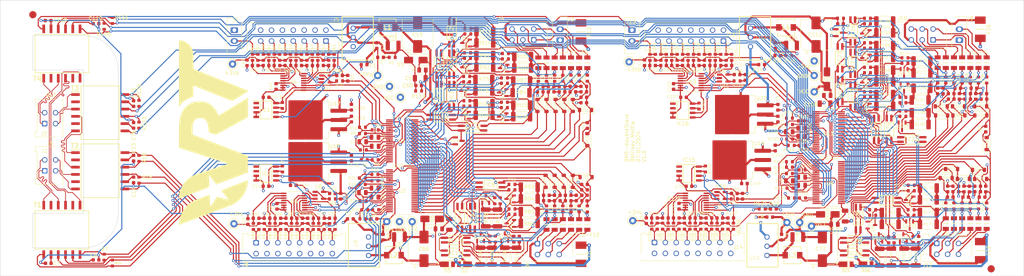
<source format=kicad_pcb>
(kicad_pcb (version 20221018) (generator pcbnew)
  (layers (0 "F.Cu" signal) (1 "In1.Cu" signal) (2 "In2.Cu" signal) (31 "B.Cu" signal) (34 "B.Paste" user) (35 "F.Paste" user) (36 "B.SilkS" user "B.Silkscreen") (37 "F.SilkS" user "F.Silkscreen") (38 "B.Mask" user) (39 "F.Mask" user) (44 "Edge.Cuts" user))
  (net 0 "")
  (net 1 "/slave1_of_2/prim+5V")
  (net 2 "/slave1_of_2/GND")
  (net 3 "/slave1_of_2/U_Primary_ADBMS/prim3V3")
  (net 4 "/slave1_of_2/prim+3V")
  (net 5 "Net-(U1-V+)")
  (net 6 "Net-(T1-SEC_5)")
  (net 7 "Net-(T1-SEC_2)")
  (net 8 "/slave1_of_2/sec+5v")
  (net 9 "/slave1_of_2/U_Secondary_ADBMS/sec3v3")
  (net 10 "/slave1_of_2/sec+3v")
  (net 11 "Net-(U2-V+)")
  (net 12 "Net-(T2-SEC_5)")
  (net 13 "Net-(T2-SEC_2)")
  (net 14 "/slave1_of_2/EXT_DC_ISO_prim")
  (net 15 "Net-(U3-+VIN)")
  (net 16 "/slave1_of_2/U_Primary_ADBMS/C10")
  (net 17 "/slave1_of_2/U_Primary_ADBMS/C9")
  (net 18 "/slave1_of_2/U_Primary_ADBMS/C8")
  (net 19 "/slave1_of_2/U_Primary_ADBMS/C7")
  (net 20 "/slave1_of_2/U_Primary_ADBMS/C6")
  (net 21 "/slave1_of_2/U_Primary_ADBMS/C5")
  (net 22 "/slave1_of_2/U_Primary_ADBMS/C4")
  (net 23 "/slave1_of_2/U_Primary_ADBMS/C3")
  (net 24 "/slave1_of_2/U_Primary_ADBMS/C2")
  (net 25 "/slave1_of_2/U_Primary_ADBMS/C12")
  (net 26 "/slave1_of_2/U_Primary_ADBMS/C11")
  (net 27 "/slave1_of_2/U_Primary_ADBMS/C1")
  (net 28 "/slave1_of_2/U_Primary_ADBMS/C0")
  (net 29 "Net-(U4-S1)")
  (net 30 "Net-(U4-S2)")
  (net 31 "Net-(U4-S3)")
  (net 32 "Net-(U4-S4)")
  (net 33 "Net-(U4-S5)")
  (net 34 "Net-(U4-S6)")
  (net 35 "Net-(U4-S7)")
  (net 36 "Net-(U4-S8)")
  (net 37 "Net-(U5-S1)")
  (net 38 "Net-(U5-S2)")
  (net 39 "Net-(U5-S3)")
  (net 40 "Net-(U5-S4)")
  (net 41 "Net-(U5-S5)")
  (net 42 "Net-(U5-S6)")
  (net 43 "Net-(U5-S7)")
  (net 44 "Net-(U5-S8)")
  (net 45 "/slave1_of_2/Temp_MUX_sec")
  (net 46 "/slave1_of_2/Temp_MUX_prim")
  (net 47 "/slave1_of_2/EXT_DC_ISO_sec")
  (net 48 "Net-(U8-+VIN)")
  (net 49 "/slave1_of_2/U_Passive_Balancing/GLOBAL_BAL_FEEDBACK")
  (net 50 "/slave2_of_2/sec+5v")
  (net 51 "/slave2_of_2/GND")
  (net 52 "/slave2_of_2/U_Secondary_ADBMS/sec3v3")
  (net 53 "/slave2_of_2/sec+3v")
  (net 54 "Net-(U9-V+)")
  (net 55 "Net-(T3-SEC_5)")
  (net 56 "Net-(T3-SEC_2)")
  (net 57 "/slave2_of_2/EXT_DC_ISO_sec")
  (net 58 "Net-(U10-+VIN)")
  (net 59 "/slave2_of_2/U_Primary_ADBMS/C10")
  (net 60 "/slave2_of_2/U_Primary_ADBMS/C9")
  (net 61 "/slave2_of_2/U_Primary_ADBMS/C8")
  (net 62 "/slave2_of_2/U_Primary_ADBMS/C7")
  (net 63 "/slave2_of_2/U_Primary_ADBMS/C6")
  (net 64 "/slave2_of_2/U_Primary_ADBMS/C5")
  (net 65 "/slave2_of_2/U_Primary_ADBMS/C4")
  (net 66 "/slave2_of_2/U_Primary_ADBMS/C3")
  (net 67 "/slave2_of_2/U_Primary_ADBMS/C2")
  (net 68 "/slave2_of_2/U_Primary_ADBMS/C12")
  (net 69 "/slave2_of_2/U_Primary_ADBMS/C11")
  (net 70 "/slave2_of_2/U_Primary_ADBMS/C1")
  (net 71 "/slave2_of_2/U_Primary_ADBMS/C0")
  (net 72 "/slave2_of_2/prim+5V")
  (net 73 "/slave2_of_2/U_Primary_ADBMS/prim3V3")
  (net 74 "/slave2_of_2/prim+3V")
  (net 75 "Net-(U11-V+)")
  (net 76 "Net-(T4-SEC_5)")
  (net 77 "Net-(T4-SEC_2)")
  (net 78 "/slave2_of_2/U_Passive_Balancing/GLOBAL_BAL_FEEDBACK")
  (net 79 "/slave2_of_2/EXT_DC_ISO_prim")
  (net 80 "Net-(U12-+VIN)")
  (net 81 "Net-(U13-S1)")
  (net 82 "Net-(U13-S2)")
  (net 83 "Net-(U13-S3)")
  (net 84 "Net-(U13-S4)")
  (net 85 "Net-(U13-S5)")
  (net 86 "Net-(U13-S6)")
  (net 87 "Net-(U13-S7)")
  (net 88 "Net-(U13-S8)")
  (net 89 "Net-(U14-S1)")
  (net 90 "Net-(U14-S2)")
  (net 91 "Net-(U14-S3)")
  (net 92 "Net-(U14-S4)")
  (net 93 "Net-(U14-S5)")
  (net 94 "Net-(U14-S6)")
  (net 95 "Net-(U14-S7)")
  (net 96 "Net-(U14-S8)")
  (net 97 "/slave2_of_2/Temp_MUX_sec")
  (net 98 "/slave2_of_2/Temp_MUX_prim")
  (net 99 "Net-(D1-K)")
  (net 100 "/slave1_of_2/VBAT+")
  (net 101 "Net-(D4-K)")
  (net 102 "Net-(IC10-C)")
  (net 103 "Net-(D20-K)")
  (net 104 "/slave2_of_2/VBAT+")
  (net 105 "Net-(D35-K)")
  (net 106 "Net-(IC17-C)")
  (net 107 "/slave1_of_2/U_Connectors/Cell.GND")
  (net 108 "/slave1_of_2/U_Input_Fuses/Cell_Fused.GND")
  (net 109 "/slave1_of_2/U_Connectors/Cell.0")
  (net 110 "/slave1_of_2/U_Input_Fuses/Cell_Fused.0")
  (net 111 "/slave1_of_2/U_Connectors/Cell.1")
  (net 112 "/slave1_of_2/U_Input_Fuses/Cell_Fused.1")
  (net 113 "/slave1_of_2/U_Connectors/Cell.11")
  (net 114 "/slave1_of_2/U_Connectors/Cell.2")
  (net 115 "/slave1_of_2/U_Input_Fuses/Cell_Fused.2")
  (net 116 "/slave1_of_2/U_Connectors/Cell.3")
  (net 117 "/slave1_of_2/U_Input_Fuses/Cell_Fused.3")
  (net 118 "/slave1_of_2/U_Connectors/Cell.4")
  (net 119 "/slave1_of_2/U_Input_Fuses/Cell_Fused.4")
  (net 120 "/slave1_of_2/U_Connectors/Cell.5")
  (net 121 "/slave1_of_2/U_Input_Fuses/Cell_Fused.5")
  (net 122 "/slave1_of_2/U_Connectors/Cell.6")
  (net 123 "/slave1_of_2/U_Input_Fuses/Cell_Fused.6")
  (net 124 "/slave1_of_2/U_Connectors/Cell.7")
  (net 125 "/slave1_of_2/U_Input_Fuses/Cell_Fused.7")
  (net 126 "/slave1_of_2/U_Connectors/Cell.8")
  (net 127 "/slave1_of_2/U_Input_Fuses/Cell_Fused.8")
  (net 128 "/slave1_of_2/U_Connectors/Cell.9")
  (net 129 "/slave1_of_2/U_Input_Fuses/Cell_Fused.9")
  (net 130 "/slave1_of_2/U_Connectors/Cell.10")
  (net 131 "/slave1_of_2/U_Input_Fuses/Cell_Fused.10")
  (net 132 "/slave1_of_2/U_Input_Fuses/Cell_Fused.11")
  (net 133 "/slave2_of_2/U_Connectors/Cell.GND")
  (net 134 "/slave2_of_2/U_Input_Fuses/Cell_Fused.GND")
  (net 135 "/slave2_of_2/U_Connectors/Cell.0")
  (net 136 "/slave2_of_2/U_Input_Fuses/Cell_Fused.0")
  (net 137 "/slave2_of_2/U_Connectors/Cell.1")
  (net 138 "/slave2_of_2/U_Input_Fuses/Cell_Fused.1")
  (net 139 "/slave2_of_2/U_Connectors/Cell.11")
  (net 140 "/slave2_of_2/U_Connectors/Cell.2")
  (net 141 "/slave2_of_2/U_Input_Fuses/Cell_Fused.2")
  (net 142 "/slave2_of_2/U_Connectors/Cell.3")
  (net 143 "/slave2_of_2/U_Input_Fuses/Cell_Fused.3")
  (net 144 "/slave2_of_2/U_Connectors/Cell.4")
  (net 145 "/slave2_of_2/U_Input_Fuses/Cell_Fused.4")
  (net 146 "/slave2_of_2/U_Connectors/Cell.5")
  (net 147 "/slave2_of_2/U_Input_Fuses/Cell_Fused.5")
  (net 148 "/slave2_of_2/U_Connectors/Cell.6")
  (net 149 "/slave2_of_2/U_Input_Fuses/Cell_Fused.6")
  (net 150 "/slave2_of_2/U_Connectors/Cell.7")
  (net 151 "/slave2_of_2/U_Input_Fuses/Cell_Fused.7")
  (net 152 "/slave2_of_2/U_Connectors/Cell.8")
  (net 153 "/slave2_of_2/U_Input_Fuses/Cell_Fused.8")
  (net 154 "/slave2_of_2/U_Connectors/Cell.9")
  (net 155 "/slave2_of_2/U_Input_Fuses/Cell_Fused.9")
  (net 156 "/slave2_of_2/U_Connectors/Cell.10")
  (net 157 "/slave2_of_2/U_Input_Fuses/Cell_Fused.10")
  (net 158 "/slave2_of_2/U_Input_Fuses/Cell_Fused.11")
  (net 161 "/slave1_of_2/SDA1")
  (net 162 "/slave1_of_2/SCL1")
  (net 163 "Net-(IC1-~{WC})")
  (net 166 "/slave1_of_2/SDA2")
  (net 167 "/slave1_of_2/SCL2")
  (net 168 "Net-(IC2-~{WC})")
  (net 169 "Net-(IC3-A)")
  (net 170 "Net-(IC4-A)")
  (net 171 "Net-(IC5-A)")
  (net 172 "Net-(IC6-A)")
  (net 173 "Net-(IC7-A)")
  (net 174 "Net-(IC8-A)")
  (net 175 "Net-(IC9-A)")
  (net 176 "Net-(IC10-A)")
  (net 177 "Net-(IC11-A)")
  (net 178 "Net-(IC12-A)")
  (net 179 "Net-(IC13-A)")
  (net 180 "Net-(IC14-A)")
  (net 183 "/slave2_of_2/SDA2")
  (net 184 "/slave2_of_2/SCL2")
  (net 185 "Net-(IC15-~{WC})")
  (net 188 "/slave2_of_2/SDA1")
  (net 189 "/slave2_of_2/SCL1")
  (net 190 "Net-(IC16-~{WC})")
  (net 191 "Net-(IC17-A)")
  (net 192 "Net-(IC18-A)")
  (net 193 "Net-(IC19-A)")
  (net 194 "Net-(IC20-A)")
  (net 195 "Net-(IC21-A)")
  (net 196 "Net-(IC22-A)")
  (net 197 "Net-(IC23-A)")
  (net 198 "Net-(IC24-A)")
  (net 199 "Net-(IC25-A)")
  (net 200 "Net-(IC26-A)")
  (net 201 "Net-(IC27-A)")
  (net 202 "Net-(IC28-A)")
  (net 203 "/slave1_of_2/U_Primary_ADBMS/isoSPI_IN+")
  (net 204 "/slave1_of_2/U_Primary_ADBMS/isoSPI_IN-")
  (net 205 "/slave1_of_2/U_Secondary_ADBMS/isoSPI_IN+")
  (net 206 "/slave1_of_2/U_Secondary_ADBMS/isoSPI_IN-")
  (net 207 "/slave1_of_2/U_Analog_IN/T_sens0")
  (net 208 "/slave1_of_2/U_Analog_IN/T_sens1")
  (net 209 "/slave1_of_2/U_Analog_IN/T_sens2")
  (net 210 "/slave1_of_2/U_Analog_IN/T_sens3")
  (net 211 "/slave1_of_2/U_Analog_IN/T_sens4")
  (net 212 "/slave1_of_2/U_Analog_IN/T_sens5")
  (net 213 "/slave1_of_2/U_Analog_IN/T_sens6")
  (net 214 "/slave1_of_2/U_Analog_IN/T_sens7")
  (net 215 "/slave1_of_2/U_Analog_IN/T_sens8")
  (net 216 "/slave1_of_2/U_Analog_IN/T_sens9")
  (net 217 "/slave1_of_2/U_Analog_IN/T_sens10")
  (net 218 "/slave1_of_2/U_Analog_IN/T_sens11")
  (net 219 "/slave1_of_2/U_Analog_IN/T_sens12")
  (net 220 "/slave1_of_2/U_Analog_IN/T_sens13")
  (net 221 "/slave1_of_2/U_Analog_IN/T_sens14")
  (net 222 "/slave1_of_2/U_Analog_IN/T_sens15")
  (net 223 "/slave2_of_2/U_Analog_IN/T_sens0")
  (net 224 "/slave2_of_2/U_Analog_IN/T_sens1")
  (net 225 "/slave2_of_2/U_Analog_IN/T_sens2")
  (net 226 "/slave2_of_2/U_Analog_IN/T_sens3")
  (net 227 "/slave2_of_2/U_Analog_IN/T_sens4")
  (net 228 "/slave2_of_2/U_Analog_IN/T_sens5")
  (net 229 "/slave2_of_2/U_Analog_IN/T_sens6")
  (net 230 "/slave2_of_2/U_Analog_IN/T_sens7")
  (net 231 "/slave2_of_2/U_Analog_IN/T_sens8")
  (net 232 "/slave2_of_2/U_Analog_IN/T_sens9")
  (net 233 "/slave2_of_2/U_Analog_IN/T_sens10")
  (net 234 "/slave2_of_2/U_Analog_IN/T_sens11")
  (net 235 "/slave2_of_2/U_Analog_IN/T_sens12")
  (net 236 "/slave2_of_2/U_Analog_IN/T_sens13")
  (net 237 "/slave2_of_2/U_Analog_IN/T_sens14")
  (net 238 "/slave2_of_2/U_Analog_IN/T_sens15")
  (net 239 "Net-(Q1-D)")
  (net 240 "Net-(Q1-G)")
  (net 241 "Net-(Q2-D)")
  (net 242 "Net-(Q2-G)")
  (net 243 "Net-(Q3-D)")
  (net 244 "Net-(Q3-G)")
  (net 245 "Net-(Q4-D)")
  (net 246 "Net-(Q4-G)")
  (net 247 "Net-(Q5-D)")
  (net 248 "Net-(Q5-G)")
  (net 249 "Net-(Q6-D)")
  (net 250 "Net-(Q6-G)")
  (net 251 "Net-(Q7-D)")
  (net 252 "Net-(Q7-G)")
  (net 253 "Net-(Q8-D)")
  (net 254 "Net-(Q8-G)")
  (net 255 "Net-(Q9-D)")
  (net 256 "Net-(Q9-G)")
  (net 257 "Net-(Q10-D)")
  (net 258 "Net-(Q10-G)")
  (net 259 "Net-(Q11-D)")
  (net 260 "Net-(Q11-G)")
  (net 261 "Net-(Q12-D)")
  (net 262 "Net-(Q12-G)")
  (net 263 "Net-(Q13-D)")
  (net 264 "Net-(Q13-G)")
  (net 265 "Net-(Q14-D)")
  (net 266 "Net-(Q14-G)")
  (net 267 "Net-(Q15-D)")
  (net 268 "Net-(Q15-G)")
  (net 269 "Net-(Q16-D)")
  (net 270 "Net-(Q16-G)")
  (net 271 "Net-(Q17-D)")
  (net 272 "Net-(Q17-G)")
  (net 273 "Net-(Q18-D)")
  (net 274 "Net-(Q18-G)")
  (net 275 "Net-(Q19-D)")
  (net 276 "Net-(Q19-G)")
  (net 277 "Net-(Q20-D)")
  (net 278 "Net-(Q20-G)")
  (net 279 "Net-(Q21-D)")
  (net 280 "Net-(Q21-G)")
  (net 281 "Net-(Q22-D)")
  (net 282 "Net-(Q22-G)")
  (net 283 "Net-(Q23-D)")
  (net 284 "Net-(Q23-G)")
  (net 285 "Net-(Q24-D)")
  (net 286 "Net-(Q24-G)")
  (net 287 "/slave1_of_2/U_Primary_ADBMS/IN_M1")
  (net 288 "/slave1_of_2/U_Primary_ADBMS/IN_P1")
  (net 289 "Net-(U1-ICMP)")
  (net 290 "Net-(U1-IBIAS)")
  (net 291 "/slave1_of_2/U_Primary_ADBMS/OUT_M1")
  (net 292 "/slave1_of_2/U_Primary_ADBMS/OUT_P1")
  (net 293 "Net-(U1-GPIO2)")
  (net 294 "Net-(U1-WDT)")
  (net 295 "/slave1_of_2/U_Secondary_ADBMS/IN_M1")
  (net 296 "/slave1_of_2/U_Secondary_ADBMS/IN_P1")
  (net 297 "Net-(U2-ICMP)")
  (net 298 "Net-(U2-IBIAS)")
  (net 299 "/slave1_of_2/U_Secondary_ADBMS/OUT_M1")
  (net 300 "/slave1_of_2/U_Secondary_ADBMS/OUT_P1")
  (net 301 "Net-(U2-GPIO3)")
  (net 302 "Net-(U2-GPIO2)")
  (net 303 "Net-(U2-WDT)")
  (net 304 "Net-(R69-Pad1)")
  (net 305 "Net-(R70-Pad1)")
  (net 306 "/slave1_of_2/U_Passive_Balancing/S5")
  (net 307 "/slave1_of_2/U_Passive_Balancing/S10")
  (net 308 "/slave1_of_2/U_Passive_Balancing/S4")
  (net 309 "/slave1_of_2/U_Passive_Balancing/S9")
  (net 310 "/slave1_of_2/U_Passive_Balancing/S3")
  (net 311 "/slave1_of_2/U_Passive_Balancing/S8")
  (net 312 "/slave1_of_2/U_Passive_Balancing/S2")
  (net 313 "/slave1_of_2/U_Passive_Balancing/S7")
  (net 314 "/slave1_of_2/U_Passive_Balancing/S12")
  (net 315 "/slave1_of_2/U_Passive_Balancing/S1")
  (net 316 "/slave1_of_2/U_Passive_Balancing/S6")
  (net 317 "/slave1_of_2/U_Passive_Balancing/S11")
  (net 318 "/slave2_of_2/U_Secondary_ADBMS/IN_M1")
  (net 319 "/slave2_of_2/U_Secondary_ADBMS/IN_P1")
  (net 320 "Net-(U9-ICMP)")
  (net 321 "Net-(U9-IBIAS)")
  (net 322 "/slave2_of_2/U_Secondary_ADBMS/OUT_M1")
  (net 323 "/slave2_of_2/U_Secondary_ADBMS/OUT_P1")
  (net 324 "Net-(U9-GPIO3)")
  (net 325 "Net-(U9-GPIO2)")
  (net 326 "Net-(U9-WDT)")
  (net 327 "/slave2_of_2/U_Primary_ADBMS/IN_M1")
  (net 328 "/slave2_of_2/U_Primary_ADBMS/IN_P1")
  (net 329 "Net-(U11-ICMP)")
  (net 330 "Net-(U11-IBIAS)")
  (net 331 "/slave2_of_2/U_Primary_ADBMS/OUT_M1")
  (net 332 "/slave2_of_2/U_Primary_ADBMS/OUT_P1")
  (net 333 "Net-(U11-GPIO2)")
  (net 334 "Net-(U11-WDT)")
  (net 335 "/slave2_of_2/U_Passive_Balancing/S5")
  (net 336 "/slave2_of_2/U_Passive_Balancing/S10")
  (net 337 "/slave2_of_2/U_Passive_Balancing/S4")
  (net 338 "/slave2_of_2/U_Passive_Balancing/S9")
  (net 339 "/slave2_of_2/U_Passive_Balancing/S3")
  (net 340 "/slave2_of_2/U_Passive_Balancing/S8")
  (net 341 "/slave2_of_2/U_Passive_Balancing/S2")
  (net 342 "/slave2_of_2/U_Passive_Balancing/S7")
  (net 343 "/slave2_of_2/U_Passive_Balancing/S12")
  (net 344 "/slave2_of_2/U_Passive_Balancing/S1")
  (net 345 "/slave2_of_2/U_Passive_Balancing/S6")
  (net 346 "/slave2_of_2/U_Passive_Balancing/S11")
  (net 347 "Net-(R237-Pad1)")
  (net 348 "Net-(R238-Pad1)")
  (net 349 "/slave1_of_2/U_Primary_ADBMS/isoSPI_OUT+")
  (net 351 "/slave1_of_2/U_Primary_ADBMS/isoSPI_OUT-")
  (net 353 "/slave1_of_2/U_Secondary_ADBMS/isoSPI_OUT+")
  (net 355 "/slave1_of_2/U_Secondary_ADBMS/isoSPI_OUT-")
  (net 379 "/slave1_of_2/U_Analog_IN/OPA_TEMP_prim")
  (net 380 "/slave1_of_2/U_Analog_IN/OPA_TEMP_sec")
  (net 399 "/slave2_of_2/U_Analog_IN/OPA_TEMP_prim")
  (net 400 "/slave2_of_2/U_Analog_IN/OPA_TEMP_sec")
  (net 401 "/slave2_of_2/U_Primary_ADBMS/isoSPI_OUT+")
  (net 402 "/slave2_of_2/U_Secondary_ADBMS/isoSPI_OUT+")
  (net 403 "/slave2_of_2/U_Primary_ADBMS/isoSPI_OUT-")
  (net 404 "/slave2_of_2/U_Secondary_ADBMS/isoSPI_OUT-")
  (net 407 "Net-(U17-VI)")
  (net 408 "Net-(U18-VI)")
  (net 409 "Net-(U17-VO)")
  (net 410 "Net-(U18-VO)")
  (net 411 "Net-(U19-VO)")
  (net 412 "Net-(U20-VO)")
  (net 413 "Net-(U10-+VOUT)")
  (net 414 "Net-(U12-+VOUT)")
  (footprint "Capacitor_SMD:C_0603_1608Metric" (layer "F.Cu") (at 341.75 123 -90)
    (fp_text reference "C102" hide)
    (fp_text value "10nF/100V" hide)
  )
  (footprint "ACPL-217:SOIC127P700X242-4N" (layer "F.Cu") (at 313.365 113.875 -90)
    (fp_text reference "IC23")
    (fp_text value "ACPL-217-56BE" hide)
  )
  (footprint "Resistor_SMD:R_0603_1608Metric" (layer "F.Cu") (at 302.925 138)
    (fp_text reference "R150")
    (fp_text value "820R" hide)
  )
  (footprint "Capacitor_SMD:C_0603_1608Metric" (layer "F.Cu") (at 345.25 150.75)
    (fp_text reference "C101" hide)
    (fp_text value "10nF/100V" hide)
  )
  (footprint "Resistor_SMD:R_0603_1608Metric" (layer "F.Cu") (at 166.5 113.75 90)
    (fp_text reference "R42")
    (fp_text value "10k" hide)
  )
  (footprint "0466.250NR:FUSC3215X66N" (layer "F.Cu") (at 344.75 115.21 -90)
    (fp_text reference "F21" hide)
    (fp_text value "0466.250NR" hide)
  )
  (footprint "Resistor_SMD:R_0603_1608Metric" (layer "F.Cu") (at 320.925 118 180)
    (fp_text reference "R164" hide)
    (fp_text value "3k3" hide)
  )
  (footprint "Resistor_SMD:R_0603_1608Metric" (layer "F.Cu") (at 157.5 113.75 -90)
    (fp_text reference "R50")
    (fp_text value "100R" hide)
  )
  (footprint "Capacitor_SMD:C_0603_1608Metric" (layer "F.Cu") (at 241.475 151.75 180)
    (fp_text reference "C20" hide)
    (fp_text value "10nF/100V" hide)
  )
  (footprint "ACPL-217:SOIC127P700X242-4N" (layer "F.Cu") (at 326.865 133.625 -90)
    (fp_text reference "IC24")
    (fp_text value "ACPL-217-56BE" hide)
  )
  (footprint "Resistor_SMD:R_2010_5025Metric" (layer "F.Cu") (at 325.6875 113.75)
    (fp_text reference "R187")
    (fp_text value "68R 1/3W" hide)
  )
  (footprint "Resistor_SMD:R_2010_5025Metric" (layer "F.Cu") (at 215.5 116.45)
    (fp_text reference "R92")
    (fp_text value "68R 1/3W" hide)
  )
  (footprint "ACPL-217:SOIC127P700X242-4N" (layer "F.Cu") (at 206.365 124.25 -90)
    (fp_text reference "IC3")
    (fp_text value "ACPL-217-56BE" hide)
  )
  (footprint "Resistor_SMD:R_0603_1608Metric" (layer "F.Cu") (at 218.25 153.25 90)
    (fp_text reference "R72" hide)
    (fp_text value "3k3" hide)
  )
  (footprint "TestPoint:TestPoint_Keystone_5000-5004_Miniature" (layer "F.Cu") (at 306.25 118.75)
    (fp_text reference "TP16" hide)
    (fp_text value "TestPoint" hide)
  )
  (footprint "Resistor_SMD:R_0603_1608Metric" (layer "F.Cu") (at 273 113.75 -90)
    (fp_text reference "R216")
    (fp_text value "100R" hide)
  )
  (footprint "M24M02-DWMN3TPK:SOIC127P600X175-8N" (layer "F.Cu") (at 155.25 145.75)
    (fp_text reference "IC2")
    (fp_text value "M24M02-DWMN3TP_K" hide)
  )
  (footprint "ACPL-217:SOIC127P700X242-4N" (layer "F.Cu") (at 208.615 157.875 -90)
    (fp_text reference "IC4")
    (fp_text value "ACPL-217-56BE" hide)
  )
  (footprint "Resistor_SMD:R_0603_1608Metric" (layer "F.Cu") (at 279 113.75 -90)
    (fp_text reference "R214")
    (fp_text value "100R" hide)
  )
  (footprint "HM2102NL:SOP200P1473X500-12N" (layer "F.Cu") (at 99 161.277144 -90)
    (fp_text reference "T1")
    (fp_text value "HM2102NL" hide)
  )
  (footprint "Resistor_SMD:R_0603_1608Metric" (layer "F.Cu") (at 243.75 155.5 90)
    (fp_text reference "R27")
    (fp_text value "100R" hide)
  )
  (footprint "Diode_SMD:D_SOD-123" (layer "F.Cu") (at 341.25 127.25 180)
    (fp_text reference "D32")
    (fp_text value "SZMMSZ4692T1G" hide)
  )
  (footprint "Resistor_SMD:R_2010_5025Metric" (layer "F.Cu") (at 219 158 -90)
    (fp_text reference "R77")
    (fp_text value "68R 1/3W" hide)
  )
  (footprint "Resistor_SMD:R_0603_1608Metric" (layer "F.Cu") (at 222.9725 148.75 180)
    (fp_text reference "R90")
    (fp_text value "150R" hide)
  )
  (footprint "0466.250NR:FUSC3215X66N" (layer "F.Cu") (at 349.25 159.54 90)
    (fp_text reference "F30" hide)
    (fp_text value "0466.250NR" hide)
  )
  (footprint "NX2301P,215:SOT23_TO-236AB_NEX" (layer "F.Cu") (at 220.4285 130.1 90)
    (fp_text reference "Q11")
    (fp_text value "NX2301P_215" hide)
  )
  (footprint "Connector_Molex:Molex_Micro-Fit_3.0_43650-0215_1x02_P3.00mm_Vertical" (layer "F.Cu") (at 256.04 106.25 -90)
    (fp_text reference "J13")
    (fp_text value "43045-0212" hide)
  )
  (footprint "NX2301P,215:SOT23_TO-236AB_NEX" (layer "F.Cu") (at 331 121.984 180)
    (fp_text reference "Q13")
    (fp_text value "NX2301P_215" hide)
  )
  (footprint "Capacitor_SMD:C_0603_1608Metric" (layer "F.Cu") (at 353.5 150 90)
    (fp_text reference "C86" hide)
    (fp_text value "10nF/100V" hide)
  )
  (footprint "Resistor_SMD:R_0603_1608Metric" (layer "F.Cu") (at 234.75 119.5 -90)
    (fp_text reference "R33")
    (fp_text value "100R" hide)
  )
  (footprint "Resistor_SMD:R_2010_5025Metric" (layer "F.Cu") (at 217.5 168.5 -90)
    (fp_text reference "R105")
    (fp_text value "68R 1/3W" hide)
  )
  (footprint "Capacitor_SMD:C_0603_1608Metric" (layer "F.Cu") (at 242.775 121.75 180)
    (fp_text reference "C29" hide)
    (fp_text value "10nF/100V" hide)
  )
  (footprint "Resistor_SMD:R_0603_1608Metric" (layer "F.Cu") (at 216.9 163.8 90)
    (fp_text reference "R97" hide)
    (fp_text value "3k3" hide)
  )
  (footprint "NX2301P,215:SOT23_TO-236AB_NEX" (layer "F.Cu") (at 210.3125 116.5 90)
    (fp_text reference "Q5")
    (fp_text value "NX2301P_215" hide)
  )
  (footprint "NX2301P,215:SOT23_TO-236AB_NEX" (layer "F.Cu") (at 332.549999 159.950001 180)
    (fp_text reference "Q16")
    (fp_text value "NX2301P_215" hide)
  )
  (footprint "Capacitor_SMD:C_0603_1608Metric" (layer "F.Cu") (at 260 158.75 90)
    (fp_text reference "C126")
    (fp_text value "100nF/50V" hide)
  )
  (footprint "Resistor_SMD:R_0805_2012Metric" (layer "F.Cu") (at 311.8375 159.75)
    (fp_text reference "R122")
    (fp_text value "100R" hide)
  )
  (footprint "Capacitor_SMD:C_0603_1608Metric" (layer "F.Cu") (at 158.25 154.775 -90)
    (fp_text reference "C52")
    (fp_text value "1uF/50V" hide)
  )
  (footprint "Diode_SMD:D_SOD-123" (layer "F.Cu") (at 243.25 128.25 180)
    (fp_text reference "D11")
    (fp_text value "SZMMSZ4692T1G" hide)
  )
  (footprint "FS_Connector:fiducial 2mm with 3mm mask" (layer "F.Cu") (at 91 102)
    (fp_text reference "FID1" hide)
    (fp_text value "Fiducial" hide)
  )
  (footprint "NX2301P,215:SOT23_TO-236AB_NEX" (layer "F.Cu") (at 331 117.984 180)
    (fp_text reference "Q17")
    (fp_text value "NX2301P_215" hide)
  )
  (footprint "Capacitor_SMD:C_0603_1608Metric" (layer "F.Cu") (at 150.25 158.975 90)
    (fp_text reference "C53")
    (fp_text value "100nF/50V" hide)
  )
  (footprint "Resistor_SMD:R_0603_1608Metric" (layer "F.Cu") (at 220.9125 126.1 180)
    (fp_text reference "R111" hide)
    (fp_text value "150R" hide)
  )
  (footprint "Resistor_SMD:R_2010_5025Metric" (layer "F.Cu") (at 215.25 123)
    (fp_text reference "R76")
    (fp_text value "68R 1/3W" hide)
  )
  (footprint "Resistor_SMD:R_0603_1608Metric" (layer "F.Cu") (at 331.25 113.885 180)
    (fp_text reference "R174")
    (fp_text value "150R" hide)
  )
  (footprint "Resistor_SMD:R_2010_5025Metric" (layer "F.Cu") (at 325.6875 120.5)
    (fp_text reference "R169")
    (fp_text value "68R 1/3W" hide)
  )
  (footprint "Resistor_SMD:R_0603_1608Metric" (layer "F.Cu") (at 185.425 155.75)
    (fp_text reference "R17")
    (fp_text value "820R" hide)
  )
  (footprint "Resistor_SMD:R_2010_5025Metric" (layer "F.Cu") (at 227.75 156.25)
    (fp_text reference "R85")
    (fp_text value "68R 1/3W" hide)
  )
  (footprint "0448_500MR:FUSC6127X294N" (layer "F.Cu") (at 242 168 90)
    (fp_text reference "F6")
    (fp_text value "0448.500MR" hide)
  )
  (footprint "Resistor_SMD:R_0603_1608Metric" (layer "F.Cu") (at 279.5 160.25 90)
    (fp_text reference "R230")
    (fp_text value "100R" hide)
  )
  (footprint "Package_SO:TSSOP-16_4.4x5mm_P0.65mm" (layer "F.Cu") (at 163 153.5 180)
    (fp_text reference "U5")
    (fp_text value "ADG728BRUZ" hide)
  )
  (footprint "Capacitor_SMD:C_0603_1608Metric" (layer "F.Cu") (at 155.225 149.25 180)
    (fp_text reference "C11")
    (fp_text value "100nF/50V" hide)
  )
  (footprint "LED_SMD:LED_0603_1608Metric" (layer "F.Cu") (at 184.9625 158.25)
    (fp_text reference "D4")
    (fp_text value "LED Green TLMG1100-GS08" hide)
  )
  (footprint "Diode_SMD:D_SMA" (layer "F.Cu") (at 196.5 114.5 180)
    (fp_text reference "D3")
    (fp_text value "SMAJ54A-E3/61" hide)
  )
  (footprint "Package_TO_SOT_SMD:TO-263-3_TabPin2" (layer "F.Cu") (at 285.125 129.5 180)
    (fp_text reference "U20")
    (fp_text value "LM1086ISX-5.0/NOPB " hide)
  )
  (footprint "Resistor_SMD:R_0603_1608Metric" (layer "F.Cu") (at 210.5 119 180)
    (fp_text reference "R73" hide)
    (fp_text value "150R" hide)
  )
  (footprint "Resistor_SMD:R_0603_1608Metric" (layer "F.Cu") (at 210.75 114 180)
    (fp_text reference "R87" hide)
    (fp_text value "3k3" hide)
  )
  (footprint "ACPL-217:SOIC127P700X242-4N" (layer "F.Cu") (at 326.125 153.115 180)
    (fp_text reference "IC20")
    (fp_text value "ACPL-217-56BE" hide)
  )
  (footprint "Capacitor_SMD:C_0603_1608Metric" (layer "F.Cu") (at 353 125.25 180)
    (fp_text reference "C88" hide)
    (fp_text value "10nF/100V" hide)
  )
  (footprint "Resistor_SMD:R_2010_5025Metric" (layer "F.Cu") (at 215.5 113.25)
    (fp_text reference "R91")
    (fp_text value "68R 1/3W" hide)
  )
  (footprint "Capacitor_SMD:C_0805_2012Metric" (layer "F.Cu") (at 181.775 151 180)
    (fp_text reference "C9")
    (fp_text value "1uF/50V" hide)
  )
  (footprint "LTC6811HG-1#PBF:SOP50P780X200-48N" (layer "F.Cu") (at 192.745 150.5 180)
    (fp_text reference "U2")
    (fp_text value "LTC6811HG-1_PBF" hide)
  )
  (footprint "Capacitor_SMD:C_0603_1608Metric" (layer "F.Cu") (at 170.25 116 180)
    (fp_text reference "C45")
    (fp_text value "10nF/100V" hide)
  )
  (footprint "Resistor_SMD:R_0603_1608Metric" (layer "F.Cu") (at 172.75 160.325 -90)
    (fp_text reference "R60")
    (fp_text value "10k" hide)
  )
  (footprint "Connector_Molex:Molex_Micro-Fit_3.0_43650-0215_1x02_P3.00mm_Vertical" (layer "F.Cu") (at 146.5 106.25 -90)
    (fp_text reference "J7")
    (fp_text value "43045-0212" hide)
  )
  (footprint "Resistor_SMD:R_0603_1608Metric" (layer "F.Cu") (at 241.5 155.5 90)
    (fp_text reference "R26")
    (fp_text value "100R" hide)
  )
  (footprint "Capacitor_SMD:C_0603_1608Metric" (layer "F.Cu") (at 277.25 158)
    (fp_text reference "C129")
    (fp_text value "10nF/100V" hide)
  )
  (footprint "Diode_SMD:D_SOD-123" (layer "F.Cu") (at 234.75 147.9 90)
    (fp_text reference "D17")
    (fp_text value "SZMMSZ4692T1G" hide)
  )
  (footprint "Resistor_SMD:R_0603_1608Metric" (layer "F.Cu") (at 302.75 131.25)
    (fp_text reference "R153")
    (fp_text value "1k2" hide)
  )
  (footprint "Diode_SMD:D_SOD-123" (layer "F.Cu") (at 352.1 127.25 180)
    (fp_text reference "D27")
    (fp_text value "SZMMSZ4692T1G" hide)
  )
  (footprint "FS_Passive:TCK176" (layer "F.Cu") (at 188.75 105.5 180)
    (fp_text reference "L1")
    (fp_text value "4.7uH" hide)
  )
  (footprint "Resistor_SMD:R_0603_1608Metric" (layer "F.Cu") (at 344.75 154.675 90)
    (fp_text reference "R142")
    (fp_text value "100R" hide)
  )
  (footprint "Resistor_SMD:R_0805_2012Metric" (layer "F.Cu") (at 198.3375 117.25)
    (fp_text reference "R3")
    (fp_text value "100R" hide)
  )
  (footprint "Resistor_SMD:R_0603_1608Metric" (layer "F.Cu") (at 300 152.5 180)
    (fp_text reference "R124")
    (fp_text value "1k2" hide)
  )
  (footprint "Capacitor_SMD:CP_Elec_8x10" (layer "F.Cu") (at 306.75 107.5 90)
    (fp_text reference "C112")
    (fp_text value "33uF/100V (8mm diameter)" hide)
  )
  (footprint "DFLS1100-7:POWERDI123_1" (layer "F.Cu") (at 315 170.75 180)
    (fp_text reference "D21")
    (fp_text value "DFLS1100-7" hide)
  )
  (footprint "Resistor_SMD:R_0603_1608Metric" (layer "F.Cu") (at 120.25 141.575 90)
    (fp_text reference "R18")
    (fp_text value "120R" hide)
  )
  (footprint "Capacitor_SMD:C_0603_1608Metric" (layer "F.Cu") (at 265.25 158)
    (fp_text reference "C133")
    (fp_text value "10nF/100V" hide)
  )
  (footprint "ACPL-217:SOIC127P700X242-4N" (layer "F.Cu") (at 317.375 167.635 180)
    (fp_text reference "IC25")
    (fp_text value "ACPL-217-56BE" hide)
  )
  (footprint "Resistor_SMD:R_2010_5025Metric" (layer "F.Cu") (at 325.6875 110.5)
    (fp_text reference "R186")
    (fp_text value "68R 1/3W" hide)
  )
  (footprint "Resistor_SMD:R_0603_1608Metric" (layer "F.Cu") (at 276.25 144.5 -90)
    (fp_text reference "R120")
    (fp_text value "10k" hide)
  )
  (footprint "Resistor_SMD:R_0603_1608Metric" (layer "F.Cu") (at 237 119.5 -90)
    (fp_text reference "R31")
    (fp_text value "100R" hide)
  )
  (footprint "Resistor_SMD:R_0603_1608Metric" (layer "F.Cu") (at 171.25 160.325 -90)
    (fp_text reference "R59")
    (fp_text value "10k" hide)
  )
  (footprint "Resistor_SMD:R_2010_5025Metric" (layer "F.Cu") (at 227.75 159.5)
    (fp_text reference "R86")
    (fp_text value "68R 1/3W" hide)
  )
  (footprint "Fuse:Fuse_0603_1608Metric" (layer "F.Cu") (at 291.75 115.75 180)
    (fp_text reference "F34")
    (fp_text value "SF-0603SP063-2" hide)
  )
  (footprint "FS_Semiconductor:TSR 0.6-4850WI" (layer "F.Cu") (at 184.8 102.5 -90)
    (fp_text reference "U3")
    (fp_text value "TSR 0.6-4890WI " hide)
  )
  (footprint "Capacitor_SMD:C_0603_1608Metric" (layer "F.Cu") (at 283.25 158)
    (fp_text reference "C127")
    (fp_text value "10nF/100V" hide)
  )
  (footprint "Resistor_SMD:R_0603_1608Metric" (layer "F.Cu") (at 181.75 147)
    (fp_text reference "R21")
    (fp_text value "10k" hide)
  )
  (footprint "Capacitor_SMD:C_0603_1608Metric" (layer "F.Cu") (at 175.5 118.75)
    (fp_text reference "C63")
    (fp_text value "1uF/50V" hide)
  )
  (footprint "TestPoint:TestPoint_Keystone_5000-5004_Miniature" (layer "F.Cu") (at 146 115.6)
    (fp_text reference "TP1" hide)
    (fp_text value "TestPoint" hide)
  )
  (footprint "Resistor_SMD:R_2010_5025Metric" (layer "F.Cu") (at 331 168.75 -90)
    (fp_text reference "R203")
    (fp_text value "68R 1/3W" hide)
  )
  (footprint "Resistor_SMD:R_2010_5025Metric" (layer "F.Cu") (at 337.6875 156.5)
    (fp_text reference "R170")
    (fp_text value "68R 1/3W" hide)
  )
  (footprint "Resistor_SMD:R_0603_1608Metric" (layer "F.Cu") (at 282.5 160.25 -90)
    (fp_text reference "R228")
    (fp_text value "10k" hide)
  )
  (footprint "Capacitor_SMD:C_0603_1608Metric" (layer "F.Cu") (at 236.775 123.25 180)
    (fp_text reference "C32" hide)
    (fp_text value "10nF/100V" hide)
  )
  (footprint "Resistor_SMD:R_0603_1608Metric" (layer "F.Cu") (at 151.75 160.325 90)
    (fp_text reference "R68")
    (fp_text value "100R" hide)
  )
  (footprint "Resistor_SMD:R_2010_5025Metric" (layer "F.Cu") (at 227.75 149.5)
    (fp_text reference "R93")
    (fp_text value "68R 1/3W" hide)
  )
  (footprint "Resistor_SMD:R_2010_5025Metric" (layer "F.Cu") (at 325.6875 107)
    (fp_text reference "R199")
    (fp_text value "68R 1/3W" hide)
  )
  (footprint "NX2301P,215:SOT23_TO-236AB_NEX" (layer "F.Cu") (at 210 123 90)
    (fp_text reference "Q1")
    (fp_text value "NX2301P_215" hide)
  )
  (footprint "ACPL-217:SOIC127P700X242-4N" (layer "F.Cu") (at 323.365 133.625 -90)
    (fp_text reference "IC27")
    (fp_text value "ACPL-217-56BE" hide)
  )
  (footprint "Diode_SMD:D_SOD-123" (layer "F.Cu") (at 235 127 -90)
    (fp_text reference "D14")
    (fp_text value "SZMMSZ4692T1G" hide)
  )
  (footprint "ACPL-217:SOIC127P700X242-4N" (layer "F.Cu") (at 313.385 122.875 -90)
    (fp_text reference "IC19")
    (fp_text value "ACPL-217-56BE" hide)
  )
  (footprint "ACPL-217:SOIC127P700X242-4N" (layer "F.Cu") (at 316.865 106.5 -90)
    (fp_text reference "IC26")
    (fp_text value "ACPL-217-56BE" hide)
  )
  (footprint "Resistor_SMD:R_0603_1608Metric" (layer "F.Cu") (at 181.925 158.25 180)
    (fp_text reference "R13")
    (fp_text value "270R" hide)
  )
  (footprint "Capacitor_SMD:C_0603_1608Metric" (layer "F.Cu") (at 296.25 130.75 90)
    (fp_text reference "C146")
    (fp_text value "1uF/50V" hide)
  )
  (footprint "Resistor_SMD:R_2010_5025Metric" (layer "F.Cu") (at 215.75 158 -90)
    (fp_text reference "R78")
    (fp_text value "68R 1/3W" hide)
  )
  (footprint "Capacitor_SMD:C_0603_1608Metric" (layer "F.Cu") (at 343.725 152.25)
    (fp_text reference "C97" hide)
    (fp_text value "10nF/100V" hide)
  )
  (footprint "Capacitor_SMD:C_0805_2012Metric" (layer "F.Cu") (at 302.8 135.5 180)
    (fp_text reference "C104")
    (fp_text value "1uF/50V" hide)
  )
  (footprint "Resistor_SMD:R_0603_1608Metric" (layer "F.Cu") (at 271.5 113.75 -90)
    (fp_text reference "R217")
    (fp_text value "100R" hide)
  )
  (footprint "Capacitor_SMD:C_1210_3225Metric" (layer "F.Cu") (at 301.75 163.25)
    (fp_text reference "C78")
    (fp_text value "2.2uF/100V" hide)
  )
  (footprint "Capacitor_SMD:C_0603_1608Metric" (layer "F.Cu") (at 259.5 115.225 -90)
    (fp_text reference "C116")
    (fp_text value "100nF/50V" hide)
  )
  (footprint "Resistor_SMD:R_0603_1608Metric" (layer "F.Cu") (at 197.275 123 180)
    (fp_text reference "R119")
    (fp_text value "10k" hide)
  )
  (footprint "Fuse:Fuse_0603_1608Metric" (layer "F.Cu") (at 294 157.75 180)
    (fp_text reference "F18")
    (fp_text value "SF-0603SP063-2" hide)
  )
  (footprint "Resistor_SMD:R_0603_1608Metric" (layer "F.Cu") (at 171 113.75 90)
    (fp_text reference "R43")
    (fp_text value "10k" hide)
  )
  (footprint "Capacitor_SMD:C_0603_1608Metric" (layer "F.Cu") (at 242.775 126.25 180)
    (fp_text reference "C26" hide)
    (fp_text value "10nF/100V" hide)
  )
  (footprint "Resistor_SMD:R_0603_1608Metric" (layer "F.Cu") (at 351.5 120 -90)
    (fp_text reference "R137")
    (fp_text value "100R" hide)
  )
  (footprint "Resistor_SMD:R_0603_1608Metric" (layer "F.Cu") (at 210.5 120.5 180)
    (fp_text reference "R71" hide)
    (fp_text value "3k3" hide)
  )
  (footprint "Capacitor_SMD:C_0603_1608Metric" (layer "F.Cu") (at 267.5 121.775 -90)
    (fp_text reference "C115")
    (fp_text value "1uF/50V" hide)
  )
  (footprint "Capacitor_SMD:C_0603_1608Metric" (layer "F.Cu") (at 351.275 149.25 180)
    (fp_text reference "C84" hide)
    (fp_text value "10nF/100V" hide)
  )
  (footprint "NX2301P,215:SOT23_TO-236AB_NEX" (layer "F.Cu") (at 320.484 113.950001 90)
    (fp_text reference "Q19")
    (fp_text value "NX2301P_215" hide)
  )
  (footprint "Resistor_SMD:R_0805_2012Metric" (layer "F.Cu") (at 309.8375 124.25 180)
    (fp_text reference "R147" hide)
    (fp_text value "100R" hide)
  )
  (footprint "Capacitor_SMD:C_0603_1608Metric" (layer "F.Cu") (at 243.75 132.525 90)
    (fp_text reference "C25")
    (fp_text value "10nF/100V" hide)
  )
  (footprint "Resistor_SMD:R_0603_1608Metric" (layer "F.Cu") (at 162.25 160.325 90)
    (fp_text reference "R65")
    (fp_text value "100R" hide)
  )
  (footprint "0466.250NR:FUSC3215X66N" (layer "F.Cu") (at 243.75 115.25 -90)
    (fp_text reference "F11" hide)
    (fp_text value "0466.250NR" hide)
  )
  (footprint "Capacitor_SMD:C_0603_1608Metric" (layer "F.Cu") (at 241.475 153.25)
    (fp_text reference "C21" hide)
    (fp_text value "10nF/100V" hide)
  )
  (footprint "Diode_SMD:D_SOD-123" (layer "F.Cu") (at 230 127 -90)
    (fp_text reference "D18")
    (fp_text value "SZMMSZ4692T1G" hide)
  )
  (footprint "Capacitor_SMD:C_0603_1608Metric" (layer "F.Cu") (at 236.775 121.75 180)
    (fp_text reference "C33" hide)
    (fp_text value "10nF/100V" hide)
  )
  (footprint "Resistor_SMD:R_2010_5025Metric" (layer "F.Cu") (at 215.3125 126.5)
    (fp_text reference "R103")
    (fp_text value "68R 1/3W" hide)
  )
  (footprint "Resistor_SMD:R_0603_1608Metric" (layer "F.Cu") (at 342.5 154.675 90)
    (fp_text reference "R140")
    (fp_text value "100R" hide)
  )
  (footprint "Connector_Molex:Molex_Micro-Fit_3.0_43045-1412_2x07_P3.00mm_Vertical" (layer "F.Cu") (at 171.75 109.25 180)
    (fp_text reference "J5")
    (fp_text value "Conn_01x14_Pin" hide)
  )
  (footprint "DFLS1100-7:POWERDI123_1" (layer "F.Cu") (at 320.5 170.75 180)
    (fp_text reference "D36")
    (fp_text value "DFLS1100-7" hide)
  )
  (footprint "Connector_Molex:Molex_Micro-Fit_3.0_43045-1612_2x08_P3.00mm_Vertical" (layer "F.Cu") (at 262.25 164.75)
    (fp_text reference "J14")
    (fp_text value "Conn_01x16_Pin" hide)
  )
  (footprint "Capacitor_SMD:C_0603_1608Metric" (layer "F.Cu") (at 282.75 116)
    (fp_text reference "C117")
    (fp_text value "10nF/100V" hide)
  )
  (footprint "Resistor_SMD:R_0603_1608Metric" (layer "F.Cu") (at 110.65 105.2 90)
    (fp_text reference "R148")
    (fp_text value "120R" hide)
  )
  (footprint "ACPL-217:SOIC127P700X242-4N" (layer "F.Cu") (at 316.885 124.375 -90)
    (fp_text reference "IC17")
    (fp_text value "ACPL-217-56BE" hide)
  )
  (footprint "Capacitor_SMD:C_0603_1608Metric" (layer "F.Cu") (at 232.475 151.75)
    (fp_text reference "C34" hide)
    (fp_text value "10nF/100V" hide)
  )
  (footprint "Resistor_SMD:R_0603_1608Metric" (layer "F.Cu") (at 175.5 120.25)
    (fp_text reference "R70")
    (fp_text value "100R" hide)
  )
  (footprint "Resistor_SMD:R_0603_1608Metric" (layer "F.Cu") (at 330.675 130 180)
    (fp_text reference "R181" hide)
    (fp_text value "3k3" hide)
  )
  (footprint "Resistor_SMD:R_0603_1608Metric" (layer "F.Cu") (at 261 113.75 -90)
    (fp_text reference "R220")
    (fp_text value "100R" hide)
  )
  (footprint "Diode_SMD:D_SMA" (layer "F.Cu") (at 310 157 180)
    (fp_text reference "D22")
    (fp_text value "SMAJ54A-E3/61" hide)
  )
  (footprint "Capacitor_SMD:C_0603_1608Metric" (layer "F.Cu") (at 347.5 150 90)
    (fp_text reference "C80" hide)
    (fp_text value "10nF/100V" hide)
  )
  (footprint "Resistor_SMD:R_2010_5025Metric" (layer "F.Cu") (at 227.75 152.75)
    (fp_text reference "R94")
    (fp_text value "68R 1/3W" hide)
  )
  (footprint "Capacitor_SMD:C_0603_1608Metric" (layer "F.Cu") (at 347.975 152.25)
    (fp_text reference "C81" hide)
    (fp_text value "10nF/100V" hide)
  )
  (footprint "Resistor_SMD:R_0603_1608Metric" (layer "F.Cu") (at 169.75 160.325 90)
    (fp_text reference "R62")
    (fp_text value "100R" hide)
  )
  (footprint "Resistor_SMD:R_2010_5025Metric" (layer "F.Cu") (at 335.4375 129)
    (fp_text reference "R188")
    (fp_text value "68R 1/3W" hide)
  )
  (footprint "FS_Connector:fiducial 2mm with 3mm mask" (layer "F.Cu") (at 355 172)
    (fp_text reference "FID2" hide)
    (fp_text value "Fiducial" hide)
  )
  (footprint "Capacitor_SMD:C_0603_1608Metric" (layer "F.Cu") (at 352.975 123.75 180)
    (fp_text reference "C89" hide)
    (fp_text value "10nF/100V" hide)
  )
  (footprint "TestPoint:TestPoint_Keystone_5000-5004_Miniature" (layer "F.Cu") (at 189.25 121.75)
    (fp_text reference "TP5" hide)
    (fp_text value "TestPoint" hide)
  )
  (footprint "Resistor_SMD:R_0603_1608Metric" (layer "F.Cu") (at 153 113.75 90)
    (fp_text reference "R37")
    (fp_text value "10k" hide)
  )
  (footprint "Resistor_SMD:R_0603_1608Metric" (layer "F.Cu") (at 299.475 136.25 180)
    (fp_text reference "R155")
    (fp_text value "1M" hide)
  )
  (footprint "0466.250NR:FUSC3215X66N" (layer "F.Cu") (at 347 159.54 90)
    (fp_text reference "F31" hide)
    (fp_text value "0466.250NR" hide)
  )
  (footprint "Resistor_SMD:R_0603_1608Metric" (layer "F.Cu") (at 349.25 120 -90)
    (fp_text reference "R138")
    (fp_text value "100R" hide)
  )
  (footprint "Resistor_SMD:R_2010_5025Metric" (layer "F.Cu") (at 335.9375 114.75)
    (fp_text reference "R176")
    (fp_text value "68R 1/3W" hide)
  )
  (footprint "Package_TO_SOT_SMD:TO-263-3_TabPin2" (layer "F.Cu") (at 167.625 131 180)
    (fp_text reference "U17")
    (fp_text value "LM1086ISX-5.0/NOPB " hide)
  )
  (footprint "Resistor_SMD:R_0603_1608Metric" (layer "F.Cu") (at 163.5 113.75 -90)
    (fp_text reference "R48")
    (fp_text value "100R" hide)
  )
  (footprint "Capacitor_SMD:C_0603_1608Metric" (layer "F.Cu") (at 243.7 152.5 -90)
    (fp_text reference "C23" hide)
    (fp_text value "10nF/100V" hide)
  )
  (footprint "Resistor_SMD:R_0603_1608Metric" (layer "F.Cu") (at 280.5 113.75 90)
    (fp_text reference "R211")
    (fp_text value "10k" hide)
  )
  (footprint "TestPoint:TestPoint_Keystone_5000-5004_Miniature" (layer "F.Cu") (at 195.5 159)
    (fp_text reference "TP7" hide)
    (fp_text value "TestPoint" hide)
  )
  (footprint "Resistor_SMD:R_0603_1608Metric" (layer "F.Cu") (at 210.5625 125.7 180)
    (fp_text reference "R99" hide)
    (fp_text value "150R" hide)
  )
  (footprint "Resistor_SMD:R_2010_5025Metric" (layer "F.Cu") (at 325.6875 117.25)
    (fp_text reference "R168")
    (fp_text value "68R 1/3W" hide)
  )
  (footprint "Diode_SMD:D_SOD-123" (layer "F.Cu") (at 351.5 144.75)
    (fp_text reference "D24")
    (fp_text value "SZMMSZ4692T1G" hide)
  )
  (footprint "Capacitor_SMD:C_0603_1608Metric" (layer "F.Cu") (at 261.725 116 180)
    (fp_text reference "C124")
    (fp_text value "10nF/100V" hide)
  )
  (footprint "Diode_SMD:D_SOD-123" (layer "F.Cu") (at 342.6 147)
    (fp_text reference "D31")
    (fp_text value "SZMMSZ4692T1G" hide)
  )
  (footprint "Resistor_SMD:R_2010_5025Metric" (layer "F.Cu") (at 335.4375 125.5)
    (fp_text reference "R161")
    (fp_text value "68R 1/3W" hide)
  )
  (footprint "AD8628ARTZ-R2:SOT95P280X145-5N" (layer "F.Cu") (at 169.915 151.75)
    (fp_text reference "U6")
    (fp_text value "AD8628ARTZ-R2" hide)
  )
  (footprint "NX2301P,215:SOT23_TO-236AB_NEX" (layer "F.Cu") (at 210.3285 109.799999 90)
    (fp_text reference "Q10")
    (fp_text value "NX2301P_215" hide)
  )
  (footprint "Diode_SMD:D_SOD-123" (layer "F.Cu") (at 347.35 147.25)
    (fp_text reference "D23")
    (fp_text value "SZMMSZ4692T1G" hide)
  )
  (footprint "Resistor_SMD:R_0603_1608Metric" (layer "F.Cu") (at 223 157 180)
    (fp_text reference "R80" hide)
    (fp_text value "3k3" hide)
  )
  (footprint "Resistor_SMD:R_0603_1608Metric" (layer "F.Cu") (at 328.25 164 90)
    (fp_text reference "R185" hide)
    (fp_text value "150R" hide)
  )
  (footprint "Resistor_SMD:R_0603_1608Metric" (layer "F.Cu") (at 344.75 120 -90)
    (fp_text reference "R141")
    (fp_text value "100R" hide)
  )
  (footprint "Resistor_SMD:R_0603_1608Metric" (layer "F.Cu") (at 220.925 120.9 180)
    (fp_text reference "R79" hide)
    (fp_text value "3k3" hide)
  )
  (footprint "Capacitor_SMD:C_0603_1608Metric" (layer "F.Cu") (at 178.75 130.75 90)
    (fp_text reference "C143")
    (fp_text value "1uF/50V" hide)
  )
  (footprint "Resistor_SMD:R_0603_1608Metric" (layer "F.Cu") (at 223 155.5 180)
    (fp_text reference "R82" hide)
    (fp_text value "150R" hide)
  )
  (footprint "Capacitor_SMD:C_0805_2012Metric" (layer "F.Cu") (at 299.35 134.25 180)
    (fp_text reference "C105")
    (fp_text value "1uF/50V" hide)
  )
  (footprint "Resistor_SMD:R_0603_1608Metric" (layer "F.Cu") (at 291.925 155.5 180)
    (fp_text reference "R121")
    (fp_text value "270R" hide)
  )
  (footprint "Connector_Molex:Molex_Micro-Fit_3.0_43045-0412_2x02_P3.00mm_Vertical" (layer "F.Cu") (at 94.275 145 90)
    (fp_text reference "J1")
    (fp_text value "430450412")
  )
  (footprint "Capacitor_SMD:C_0805_2012Metric" (layer "F.Cu") (at 185.25 135.75 180)
    (fp_text reference "C3")
    (fp_text value "1uF/50V" hide)
  )
  (footprint "Resistor_SMD:R_0603_1608Metric" (layer "F.Cu") (at 333 150.5 180)
    (fp_text reference "R173")
    (fp_text value "3k3" hide)
  )
  (footprint "Resistor_SMD:R_0603_1608Metric" (layer "F.Cu") (at 284 160.25 90)
    (fp_text reference "R229")
    (fp_text value "100R" hide)
  )
  (footprint "Diode_SMD:D_SOD-123" (layer "F.Cu") (at 353.75 137.5 90)
    (fp_text reference "D26")
    (fp_text value "SZMMSZ4692T1G" hide)
  )
  (footprint "ACPL-217:SOIC127P700X242-4N" (layer "F.Cu") (at 316.885 115.375 -90)
    (fp_text reference "IC21")
    (fp_text value "ACPL-217-56BE" hide)
  )
  (footprint "Capacitor_SMD:C_0603_1608Metric" (layer "F.Cu") (at 95.25 170.477144 180)
    (fp_text reference "C7")
    (fp_text value "100pF/50V" hide)
  )
  (footprint "Resistor_SMD:R_0603_1608Metric" (layer "F.Cu") (at 182.425 155.75 180)
    (fp_text reference "R16")
    (fp_text value "1k2" hide)
  )
  (footprint "Capacitor_SMD:C_0603_1608Metric" (layer "F.Cu") (at 170.5 158.075 180)
    (fp_text reference "C55")
    (fp_text value "10nF/100V" hide)
  )
  (footprint "Resistor_SMD:R_2010_5025Metric" (layer "F.Cu") (at 335.4375 132.25)
    (fp_text reference "R189")
    (fp_text value "68R 1/3W" hide)
  )
  (footprint "Capacitor_SMD:C_0805_2012Metric" (layer "F.Cu") (at 302.8 146.75 180)
    (fp_text reference "C72")
    (fp_text value "1uF/50V" hide)
  )
  (footprint "0466.250NR:FUSC3215X66N" (layer "F.Cu") (at 239.25 159.79 90)
    (fp_text reference "F14" hide)
    (fp_text value "0466.250NR" hide)
  )
  (footprint "Capacitor_SMD:C_0603_1608Metric" (layer "F.Cu") (at 346.25 124.5 -90)
    (fp_text reference "C94" hide)
    (fp_text value "10nF/100V" hide)
  )
  (footprint "Capacitor_SMD:C_0603_1608Metric" (layer "F.Cu") (at 197.275 121.5 180)
    (fp_text reference "C69")
    (fp_text value "10nF/50V" hide)
  )
  (footprint "NX2301P,215:SOT23_TO-236AB_NEX" (layer "F.Cu") (at 222.5465 159.5 90)
    (fp_text reference "Q4")
    (fp_text value "NX2301P_215" hide)
  )
  (footprint "Resistor_SMD:R_0603_1608Metric" (layer "F.Cu") (at 120.25 132.425 90)
    (fp_text reference "R123")
    (fp_text value "120R" hide)
  )
  (footprint "Resistor_SMD:R_2010_5025Metric" (layer "F.Cu") (at 221 168.5 -90)
    (fp_text reference "R118")
    (fp_text value "68R 1/3W" hide)
  )
  (footprint "NX2301P,215:SOT23_TO-236AB_NEX" (layer "F.Cu") (at 210.0785 129.7 90)
    (fp_text reference "Q8")
    (fp_text value "NX2301P_215" hide)
  )
  (footprint "Capacitor_SMD:C_0603_1608Metric" (layer "F.Cu") (at 287.25 119.275 90)
    (fp_text reference "C138")
    (fp_text value "10nF/100V" hide)
  )
  (footprint "Resistor_SMD:R_2010_5025Metric" (layer "F.Cu") (at 225.6625 130.1)
    (fp_text reference "R116")
    (fp_text value "68R 1/3W" hide)
  )
  (footprint "Resistor_SMD:R_0603_1608Metric" (layer "F.Cu") (at 219.75 153.25 90)
    (fp_text reference "R74" hide)
    (fp_text value "150R" hide)
  )
  (footprint "Capacitor_SMD:C_0805_2012Metric" (layer "F.Cu") (at 185.225 152.25 180)
    (fp_text reference "C8")
    (fp_text value "1uF/50V" hide)
  )
  (footprint "Capacitor_SMD:C_0603_1608Metric" (layer "F.Cu") (at 349 150.025 90)
    (fp_text reference "C82" hide)
    (fp_text value "10nF/100V" hide)
  )
  (footprint "NX2301P,215:SOT23_TO-236AB_NEX" (layer "F.Cu") (at 320.484 107.200001 90)
    (fp_text reference "Q22")
    (fp_text value "NX2301P_215" hide)
  )
  (footprint "Resistor_SMD:R_2010_5025Metric" (layer "F.Cu") (at 327.1875 159.75)
    (fp_text reference "R163")
    (fp_text value "68R 1/3W" hide)
  )
  (footprint "0466.250NR:FUSC3215X66N" (layer "F.Cu") (at 237 115.25 -90)
    (fp_text reference "F7" hide)
    (fp_text value "0466.250NR" hide)
  )
  (footprint "Resistor_SMD:R_0603_1608Metric" (layer "F.Cu") (at 159.25 160.325 -90)
    (fp_text reference "R55")
    (fp_text value "10k" hide)
  )
  (footprint "Resistor_SMD:R_0603_1608Metric" (layer "F.Cu") (at 173.525 152.75)
    (fp_text reference "R69")
    (fp_text value "100R" hide)
  )
  (footprint "NX2301P,215:SOT23_TO-236AB_NEX" (layer "F.Cu") (at 330.799999 163.484)
    (fp_text reference "Q24")
    (fp_text value "NX2301P_215" hide)
  )
  (footprint "Resistor_SMD:R_0603_1608Metric" (layer "F.Cu") (at 168 113.75 -90)
    (fp_text reference "R47")
    (fp_text value "100R" hide)
  )
  (footprint "Capacitor_SMD:C_0603_1608Metric" (layer "F.Cu") (at 271.75 149.25 180)
    (fp_text reference "C73")
    (fp_text value "100nF/50V" hide)
  )
  (footprint "FS_Passive:TCK176" (layer "F.Cu") (at 190.47 168.25 180)
    (fp_text reference "L2")
    (fp_text value "4.7uH" hide)
  )
  (footprint "Resistor_SMD:R_2010_5025Metric" (layer "F.Cu") (at 225.5 123.5)
    (fp_text reference "R84")
    (fp_text value "68R 1/3W" hide)
  )
  (footprint "Capacitor_SMD:C_0603_1608Metric" (layer "F.Cu") (at 173.525 151.25)
    (fp_text reference "C62")
    (fp_text value "1uF/50V" hide)
  )
  (footprint "Resistor_SMD:R_0603_1608Metric" (layer "F.Cu") (at 234.75 155.5 90)
    (fp_text reference "R34")
    (fp_text value "100R" hide)
  )
  (footprint "Resistor_SMD:R_0603_1608Metric" (layer "F.Cu") (at 223.5 163.825 90)
    (fp_text reference "R109" hide)
    (fp_text value "3k3" hide)
  )
  (footprint "ACPL-217:SOIC127P700X242-4N" (layer "F.Cu") (at 333.125 136.385 180)
    (fp_text reference "IC22")
    (fp_text value "ACPL-217-56BE" hide)
  )
  (footprint "M24M02-DWMN3TPK:SOIC127P600X175-8N" (layer "F.Cu") (at 271.75 145.75)
    (fp_text reference "IC15")
    (fp_text value "M24M02-DWMN3TP_K" hide)
  )
  (footprint "Resistor_SMD:R_0603_1608Metric" (layer "F.Cu") (at 285 120.25)
    (fp_text reference "R238")
    (fp_text value "100R" hide)
  )
  (footprint "Resistor_SMD:R_0603_1608Metric" (layer "F.Cu") (at 262.5 113.75 90)
    (fp_text reference "R205")
    (fp_text value "10k" hide)
  )
  (footprint "Resistor_SMD:R_0603_1608Metric" (layer "F.Cu") (at 264 113.75 90)
    (fp_text reference "R206")
    (fp_text value "10k" hide)
  )
  (footprint "ACPL-217:SOIC127P700X242-4N" (layer "F.Cu") (at 202.865 124.25 -90)
    (fp_text reference "IC5")
    (fp_text value "ACPL-217-56BE" hide)
  )
  (footprint "NX2301P,215:SOT23_TO-236AB_NEX" (layer "F.Cu") (at 220.441 123.450001 90)
    (fp_text reference "Q3")
    (fp_text value "NX2301P_215" hide)
  )
  (footprint "Resistor_SMD:R_2010_5025Metric" (layer "F.Cu") (at 225.6625 126.9)
    (fp_text reference "R115")
    (fp_text value "68R 1/3W" hide)
  )
  (footprint "0448_500MR:FUSC6127X294N" (layer "F.Cu") (at 352 106 -90)
    (fp_text reference "F26")
    (fp_text value "0448.500MR" hide)
  )
  (footprint "TestPoint:TestPoint_Keystone_5000-5004_Miniature" (layer "F.Cu") (at 192.25 124.75)
    (fp_text reference "TP4" hide)
    (fp_text value "TestPoint" hide)
  )
  (footprint "Capacitor_SMD:C_1210_3225Metric" (layer "F.Cu") (at 300 110.5 180)
    (fp_text reference "C113")
    (fp_text value "2.2uF/100V" hide)
  )
  (footprint "Resistor_SMD:R_2010_5025Metric" (layer "F.Cu") (at 225.9375 113.5)
    (fp_text reference "R101")
    (fp_text value "68R 1/3W" hide)
  )
  (footprint "Resistor_SMD:R_2010_5025Metric" (layer "F.Cu") (at 324.25 168.8125 -90)
    (fp_text reference "R191")
    (fp_text value "68R 1/3W" hide)
  )
  (footprint "Resistor_SMD:R_0805_2012Metric" (layer "F.Cu") (at 202.8375 161)
    (fp_text reference "R14")
    (fp_text value "100R" hide)
  )
  (footprint "Resistor_SMD:R_0603_1608Metric" (layer "F.Cu") (at 268.5 113.75 90)
    (fp_text reference "R207")
    (fp_text value "10k" hide)
  )
  (footprint "Capacitor_SMD:C_0603_1608Metric" (layer "F.Cu") (at 345.25 149.25 180)
    (fp_text reference "C100" hide)
    (fp_text value "10nF/100V" hide)
  )
  (footprint "Resistor_SMD:R_2010_5025Metric" (layer "F.Cu") (at 224.25 168.5 -90)
    (fp_text reference "R117")
    (fp_text value "68R 1/3W" hide)
  )
  (footprint "Connector_Molex:Molex_Micro-Fit_3.0_43045-0612_2x03_P3.00mm_Vertical" (layer "F.Cu") (at 340 165)
    (fp_text reference "J12")
    (fp_text value "Conn_01x06_Pin" hide)
  )
  (footprint "Diode_SMD:D_SOD-123" (layer "F.Cu") (at 243.4 146.75)
    (fp_text reference "D9")
    (fp_text value "SZMMSZ4692T1G" hide)
  )
  (footprint "Resistor_SMD:R_0603_1608Metric" (layer "F.Cu") (at 165 113.75 90)
    (fp_text reference "R41")
    (fp_text value "10k" hide)
  )
  (footprint "Diode_SMD:D_SOD-123" (layer "F.Cu") (at 341.35 129.75 180)
    (fp_text reference "D34")
    (fp_text value "SZMMSZ4692T1G" hide)
  )
  (footprint "Capacitor_SMD:C_0603_1608Metric" (layer "F.Cu") (at 351.275 150.75)
    (fp_text reference "C83" hide)
    (fp_text value "10nF/100V" hide)
  )
  (footprint "0466.250NR:FUSC3215X66N" (layer "F.Cu") (at 349.25 115.21 -90)
    (fp_text reference "F24" hide)
    (fp_text value "0466.250NR" hide)
  )
  (footprint "Resistor_SMD:R_0603_1608Metric" (layer "F.Cu") (at 185.225 147.75)
    (fp_text reference "R20")
    (fp_text value "1k2" hide)
  )
  (footprint "Resistor_SMD:R_0603_1608Metric" (layer "F.Cu") (at 156.25 160.325 90)
    (fp_text reference "R67")
    (fp_text value "100R" hide)
  )
  (footprint "Capacitor_SMD:C_0603_1608Metric" (layer "F.Cu") (at 108.4 169.55)
    (fp_text reference "C6")
    (fp_text value "100pF/50V" hide)
  )
  (footprint "Resistor_SMD:R_0603_1608Metric" (layer "F.Cu") (at 239.25 155.5 90)
    (fp_text reference "R25")
    (fp_text value "100R" hide)
  )
  (footprint "Capacitor_SMD:C_0603_1608Metric" (layer "F.Cu") (at 276.75 116)
    (fp_text reference "C119")
    (fp_text value "10nF/100V" hide)
  )
  (footprint "Capacitor_SMD:C_0603_1608Metric" (layer "F.Cu") (at 158.25 116 180)
    (fp_text reference "C49")
    (fp_text value "10nF/100V" hide)
  )
  (footprint "DFLS1100-7:POWERDI123_1" (layer "F.Cu") (at 205.2 170.75 180)
    (fp_text reference "D5")
    (fp_text value "DFLS1100-7" hide)
  )
  (footprint "Fuse:Fuse_0603_1608Metric" (layer "F.Cu") (at 182.25 115.75 180)
    (fp_text reference "F1")
    (fp_text value "SF-0603SP063-2" hide)
  )
  (footprint "Capacitor_SMD:C_0805_2012Metric" (layer "F.Cu") (at 185.3 138.25 180)
    (fp_text reference "C1")
    (fp_text value "1uF/50V" hide)
  )
  (footprint "Resistor_SMD:R_0603_1608Metric" (layer "F.Cu") (at 299.925 138 180)
    (fp_text reference "R149")
    (fp_text value "1k2" hide)
  )
  (footprint "0466.250NR:FUSC3215X66N" (layer "F.Cu") (at 241.5 115.25 -90)
    (fp_text reference "F9" hide)
    (fp_text value "0466.250NR" hide)
  )
  (footprint "ACPL-217:SOIC127P700X242-4N" (layer "F.Cu") (at 206.365 115.625 -90)
    (fp_text reference "IC9")
    (fp_text value "ACPL-217-56BE" hide)
  )
  (footprint "Diode_SMD:D_SMA" (layer "F.Cu") (at 201 158.25 180)
    (fp_text reference "D6")
    (fp_text value "SMAJ54A-E3/61" hide)
  )
  (footprint "Resistor_SMD:R_0603_1608Metric" (layer "F.Cu") (at 299.425 130.5)
    (fp_text reference "R154")
    (fp_text value "10k" hide)
  )
  (footprint "Resistor_SMD:R_2010_5025Metric" (layer "F.Cu") (at 337.6875 153)
    (fp_text reference "R179")
    (fp_text value "68R 1/3W" hide)
  )
  (footprint "Capacitor_SMD:C_0603_1608Metric" (layer "F.Cu") (at 285 118.5)
    (fp_text reference "C136")
    (fp_text value "1uF/50V" hide)
  )
  (footprint "Capacitor_SMD:C_0603_1608Metric" (layer "F.Cu") (at 150 115.25 -90)
    (fp_text reference "C43")
    (fp_text value "100nF/50V" hide)
  )
  (footprint "Capacitor_SMD:C_0603_1608Metric" (layer "F.Cu") (at 233.775 123.25)
    (fp_text reference "C36" hide)
    (fp_text value "10nF/100V" hide)
  )
  (footprint "NX2301P,215:SOT23_TO-236AB_NEX" (layer "F.Cu") (at 222.5 152.75 90)
    (fp_text reference "Q6")
    (fp_text value "NX2301P_215" hide)
  )
  (footprint "Capacitor_SMD:C_0603_1608Metric" (layer "F.Cu") (at 167.5 158.075)
    (fp_text reference "C56")
    (fp_text value "10nF/100V" hide)
  )
  (footprint "Resistor_SMD:R_0603_1608Metric" (layer "F.Cu") (at 320.925 103 180)
    (fp_text reference "R195" hide)
    (fp_text value "150R" hide)
  )
  (footprint "Capacitor_SMD:C_0603_1608Metric" (layer "F.Cu") (at 350.75 124.5 -90)
    (fp_text reference "C90" hide)
    (fp_text value "10nF/100V" hide)
  )
  (footprint "Capacitor_SMD:C_0603_1608Metric" (layer "F.Cu") (at 242.975 148.75 180)
    (fp_text reference "C24" hide)
    (fp_text value "10nF/100V" hide)
  )
  (footprint "Resistor_SMD:R_0603_1608Metric" (layer "F.Cu") (at 174 113.75 -90)
    (fp_text reference "R45")
    (fp_text value "100R" hide)
  )
  (footprint "0466.250NR:FUSC3215X66N" (layer "F.Cu") (at 351.5 159.54 90)
    (fp_text reference "F29" hide)
    (fp_text value "0466.250NR" hide)
  )
  (footprint "Resistor_SMD:R_0603_1608Metric" (layer "F.Cu") (at 265.5 113.75 -90)
    (fp_text reference "R219")
    (fp_text value "100R" hide)
  )
  (footprint "Capacitor_SMD:C_0603_1608Metric" (layer "F.Cu") (at 155.5 158.075)
    (fp_text reference "C60")
    (fp_text value "10nF/100V" hide)
  )
  (footprint "Diode_SMD:D_SOD-123" (layer "F.Cu") (at 232.5 127 -90)
    (fp_text reference "D16")
    (fp_text value "SZMMSZ4692T1G" hide)
  )
  (footprint "Resistor_SMD:R_0603_1608Metric" (layer "F.Cu") (at 326.75 164 90)
    (fp_text reference "R182" hide)
    (fp_text value "3k3" hide)
  )
  (footprint "Resistor_SMD:R_0603_1608Metric" (layer "F.Cu") (at 351.5 154.675 90)
    (fp_text reference "R134")
    (fp_text value "100R" hide)
  )
  (footprint "0466.250NR:FUSC3215X66N" (layer "F.Cu") (at 241.5 159.79 90)
    (fp_text reference "F13" hide)
    (fp_text value "0466.250NR" hide)
  )
  (footprint "FS_Semiconductor:TSR 0.6-4850WI" (layer "F.Cu") (at 177.92 171.54 90)
    (fp_text reference "U8")
    (fp_text value "TSR 0.6-4890WI " hide)
  )
  (footprint "Resistor_SMD:R_0603_1608Metric" (layer "F.Cu") (at 320.925 104.5 180)
    (fp_text reference "R192" hide)
    (fp_text value "3k3" hide)
  )
  (footprint "Capacitor_SMD:C_0603_1608Metric" (layer "F.Cu") (at 173.5 158.075)
    (fp_text reference "C54")
    (fp_text value "10nF/100V" hide)
  )
  (footprint "Capacitor_SMD:C_0603_1608Metric" (layer "F.Cu") (at 230.775 123.25 180)
    (fp_text reference "C40" hide)
    (fp_text value "10nF/100V" hide)
  )
  (footprint "ACPL-217:SOIC127P700X242-4N" (layer "F.Cu") (at 206.365 107 -90)
    (fp_text reference "IC12")
    (fp_text value "ACPL-217-56BE" hide)
  )
  (footprint "Resistor_SMD:R_0603_1608Metric" (layer "F.Cu") (at 230.25 119.5 -90)
    (fp_text reference "R36")
    (fp_text value "100R" hide)
  )
  (footprint "Capacitor_SMD:C_0603_1608Metric" (layer "F.Cu") (at 173.25 116)
    (fp_text reference "C44")
    (fp_text value "10nF/100V" hide)
  )
  (footprint "Capacitor_SMD:C_0603_1608Metric" (layer "F.Cu") (at 295.5 110.5 -90)
    (fp_text reference "C114")
    (fp_text value "100nF/50V" hide)
  )
  (footprint "TestPoint:TestPoint_Keystone_5000-5004_Miniature" (layer "F.Cu") (at 302.25 159.25)
    (fp_text reference "TP12" hide)
    (fp_text value "TestPoint" hide)
  )
  (footprint "Capacitor_SMD:C_0603_1608Metric" (layer "F.Cu") (at 242.975 150.25)
    (fp_text reference "C22" hide)
    (fp_text value "10nF/100V" hide)
  )
  (footprint "Capacitor_SMD:C_0603_1608Metric" (layer "F.Cu") (at 161.25 116)
    (fp_text reference "C48")
    (fp_text value "10nF/100V" hide)
  )
  (footprint "Capacitor_SMD:C_0603_1608Metric" (layer "F.Cu") (at 238.475 151.75)
    (fp_text reference "C18" hide)
    (fp_text value "10nF/100V" hide)
  )
  (footprint "Resistor_SMD:R_0603_1608Metric" (layer "F.Cu") (at 181.8 133)
    (fp_text reference "R10")
    (fp_text value "10k" hide)
  )
  (footprint "ACPL-217:SOIC127P700X242-4N" (layer "F.Cu") (at 217.125 148.885 180)
    (fp_text reference "IC8")
    (fp_text value "ACPL-217-56BE" hide)
  )
  (footprint "Resistor_SMD:R_0603_1608Metric" (layer "F.Cu") (at 222.9725 150.25 180)
    (fp_text reference "R88" hide)
    (fp_text value "3k3" hide)
  )
  (footprint "0466.250NR:FUSC3215X66N" (layer "F.Cu") (at 347 115.21 -90)
    (fp_text reference "F23" hide)
    (fp_text value "0466.250NR" hide)
  )
  (footprint "Resistor_SMD:R_0603_1608Metric" (layer "F.Cu") (at 283.5 113.75 -90)
    (fp_text reference "R213")
    (fp_text value "100R" hide)
  )
  (footprint "Capacitor_SMD:C_0603_1608Metric" (layer "F.Cu") (at 235.475 153.25)
    (fp_text reference "C39" hide)
    (fp_text value "10nF/100V" hide)
  )
  (footprint "Capacitor_SMD:C_0603_1608Metric" (layer "F.Cu") (at 280.25 158 180)
    (fp_text reference "C128")
    (fp_text value "10nF/100V" hide)
  )
  (footprint "Capacitor_SMD:C_0603_1608Metric" (layer "F.Cu") (at 232.475 153.25)
    (fp_text reference "C35" hide)
    (fp_text value "10nF/100V" hide)
  )
  (footprint "Capacitor_SMD:C_0603_1608Metric" (layer "F.Cu") (at 177.75 119.5 90)
    (fp_text reference "C65")
    (fp_text value "10nF/100V" hide)
  )
  (footprint "Resistor_SMD:R_0603_1608Metric" (layer "F.Cu") (at 320.925 109.75 180)
    (fp_text reference "R183" hide)
    (fp_text value "150R" hide)
  )
  (footprint "Resistor_SMD:R_0603_1608Metric" (layer "F.Cu") (at 330.675 128.5 180)
    (fp_text reference "R184" hide)
    (fp_text value "150R" hide)
  )
  (footprint "Capacitor_SMD:C_0603_1608Metric" (layer "F.Cu") (at 118.75 141.525 -90)
    (fp_text reference "C13")
    (fp_text value "100pF/50V" hide)
  )
  (footprint "Capacitor_SMD:C_0805_2012Metric" (layer "F.Cu") (at 185.225 149.75 180)
    (fp_text reference "C10")
    (fp_text value "1uF/50V" hide)
  )
  (footprint "Capacitor_SMD:C_0603_1608Metric" (layer "F.Cu") (at 164.5 158.075 180)
    (fp_text reference "C57")
    (fp_text value "10nF/100V" hide)
  )
  (footprint "Connector_Molex:Molex_Micro-Fit_3.0_43045-0612_2x03_P3.00mm_Vertical" (layer "F.Cu") (at 229 108.94 180)
    (fp_text reference "J4")
    (fp_text value "Conn_01x06_Pin" hide)
  )
  (footprint "NX2301P,215:SOT23_TO-236AB_NEX" (layer "F.Cu") (at 220.6875 116.729999 90)
    (fp_text reference "Q7")
    (fp_text value "NX2301P_215" hide)
  )
  (footprint "Capacitor_SMD:C_0603_1608Metric" (layer "F.Cu") (at 185.75 110.5 -90)
    (fp_text reference "C17")
    (fp_text value "100nF/50V" hide)
  )
  (footprint "Package_TO_SOT_SMD:TO-263-3_TabPin2" (layer "F.Cu") (at 284.425 142.025 180)
    (fp_text reference "U19")
    (fp_text value "LM1086ISX-5.0/NOPB " hide)
  )
  (footprint "LED_SMD:LED_0603_1608Metric" (layer "F.Cu") (at 186.7875 113.75 180)
    (fp_text reference "D1")
    (fp_text value "LED Green TLMG1100-GS08" hide)
  )
  (footprint "Resistor_SMD:R_0603_1608Metric" (layer "F.Cu") (at 333.5 163.925 90)
    (fp_text reference "R194" hide)
    (fp_text value "3k3" hide)
  )
  (footprint "Connector_Molex:Molex_Micro-Fit_3.0_43650-0215_1x02_P3.00mm_Vertical" (layer "F.Cu") (at 346.25 109 90)
    (fp_text reference "J9")
    (fp_text value "43045-0212" hide)
  )
  (footprint "Resistor_SMD:R_0603_1608Metric" (layer "F.Cu") (at 185.3 142)
    (fp_text reference "R6")
    (fp_text value "820R" hide)
  )
  (footprint "Diode_SMD:D_SOD-123" (layer "F.Cu") (at 237.25 147.9 90)
    (fp_text reference "D7")
    (fp_text value "SZMMSZ4692T1G" hide)
  )
  (footprint "Resistor_SMD:R_0603_1608Metric" (layer "F.Cu") (at 239.25 119.5 -90)
    (fp_text reference "R30")
    (fp_text value "100R" hide)
  )
  (footprint "Resistor_SMD:R_2010_5025Metric" (layer "F.Cu") (at 225.6625 120.25)
    (fp_text reference "R83")
    (fp_text value "68R 1/3W" hide)
  )
  (footprint "Resistor_SMD:R_0603_1608Metric" (layer "F.Cu") (at 225 163.825 90)
    (fp_text reference "R112" hide)
    (fp_text value "150R" hide)
  )
  (footprint "Resistor_SMD:R_0603_1608Metric" (layer "F.Cu") (at 210.5625 127.2 180)
    (fp_text reference "R96" hide)
    (fp_text value "3k3" hide)
  )
  (footprint "Resistor_SMD:R_0603_1608Metric" (layer "F.Cu") (at 313.5 103 180)
    (fp_text reference "R204" hide)
    (fp_text value "10k" hide)
  )
  (footprint "Capacitor_SMD:C_0603_1608Metric" (layer "F.Cu") (at 343.975 125.25 180)
    (fp_text reference "C98" hide)
    (fp_text value "10nF/100V" hide)
  )
  (footprint "Resistor_SMD:R_0603_1608Metric" (layer "F.Cu") (at 303.025 152.5)
    (fp_text reference "R125")
    (fp_text value "820R" hide)
  )
  (footprint "Resistor_SMD:R_0603_1608Metric" (layer "F.Cu") (at 274.5 127.175 -90)
    (fp_text reference "R145")
    (fp_text value "10k" hide)
  )
  (footprint "Resistor_SMD:R_0603_1608Metric" (layer "F.Cu") (at 210.8285 105.799999 180)
    (fp_text reference "R110" hide)
    (fp_text value "150R" hide)
  )
  (footprint "Connector_Molex:Molex_Micro-Fit_3.0_43045-0612_2x03_P3.00mm_Vertical" (layer "F.Cu") (at 230 165.06)
    (fp_text reference "J6")
    (fp_text value "Conn_01x06_Pin" hide)
  )
  (footprint "Capacitor_SMD:C_0805_2012Metric" (layer "F.Cu") (at 299.4 147.77 180)
    (fp_text reference "C71")
    (fp_text value "1uF/50V" hide)
  )
  (footprint "Resistor_SMD:R_0603_1608Metric" (layer "F.Cu") (at 220.9125 127.6 180)
    (fp_text reference "R108" hide)
    (fp_text value "3k3" hide)
  )
  (footprint "Resistor_SMD:R_0603_1608Metric" (layer "F.Cu") (at 159.75 127 -90)
    (fp_text reference "R1")
    (fp_text value "10k" hide)
  )
  (footprint "Capacitor_SMD:C_0603_1608Metric" (layer "F.Cu") (at 267.75 116 180)
    (fp_text reference "C122")
    (fp_text value "10nF/100V" hide)
  )
  (footprint "Package_SO:TSSOP-16_4.4x5mm_P0.65mm" (layer "F.Cu") (at 272.25 120.525 180)
    (fp_text reference "U13")
    (fp_text value "ADG728BRUZ" hide)
  )
  (footprint "NX2301P,215:SOT23_TO-236AB_NEX" (layer "F.Cu") (at 322 159.950001 -90)
    (fp_text reference "Q14")
    (fp_text value "NX2301P_215" hide)
  )
  (footprint "Capacitor_SMD:C_0603_1608Metric" (layer "F.Cu") (at 270.25 124.75 180)
    (fp_text reference "C107")
    (fp_text value "100nF/50V" hide)
  )
  (footprint "Capacitor_SMD:C_0603_1608Metric" (layer "F.Cu") (at 348.525 125.25 180)
    (fp_text reference "C92" hide)
    (fp_text value "10nF/100V" hide)
  )
  (footprint "Resistor_SMD:R_0603_1608Metric" (layer "F.Cu") (at 349.25 154.675 90)
    (fp_text reference "R133")
    (fp_text value "100R" hide)
  )
  (footprint "Resistor_SMD:R_0603_1608Metric" (layer "F.Cu") (at 299.425 132.25)
    (fp_text reference "R152")
    (fp_text value "1k2" hide)
  )
  (footprint "Package_TO_SOT_SMD:SOT-23" (layer "F.Cu") (at 208.3125 136.75)
    (fp_text reference "D19")
    (fp_text value "BAT54C,215" hide)
  )
  (footprint "Capacitor_SMD:C_0603_1608Metric" (layer "F.Cu") (at 178.75 141.5 90)
    (fp_text reference "C140")
    (fp_text value "100nF/50V" hide)
  )
  (footprint "Capacitor_SMD:C_0805_2012Metric" (layer "F.Cu") (at 181.85 137 180)
    (fp_text reference "C2")
    (fp_text value "1uF/50V" hide)
  )
  (footprint "Capacitor_SMD:C_0603_1608Metric" (layer "F.Cu") (at 167.25 116)
    (fp_text reference "C46")
    (fp_text value "10nF/100V" hide)
  )
  (footprint "FS_Passive:TCK176" (layer "F.Cu") (at 298.5 105.5 180)
    (fp_text reference "L4")
    (fp_text value "4.7uH" hide)
  )
  (footprint "0466.250NR:FUSC3215X66N" (layer "F.Cu") (at 234.75 115.25 -90)
    (fp_text reference "F5" hide)
    (fp_text value "0466.250NR" hide)
  )
  (footprint "TestPoint:TestPoint_Keystone_5000-5004_Miniature" (layer "F.Cu") (at 298.75 159.25)
    (fp_text reference "TP10" hide)
    (fp_text value "TestPoint" hide)
  )
  (footprint "Capacitor_SMD:C_0603_1608Metric" (layer "F.Cu") (at 118.75 147.5 -90)
    (fp_text reference "C14")
    (fp_text value "100pF/50V" hide)
  )
  (footprint "Capacitor_SMD:C_0603_1608Metric" (layer "F.Cu") (at 271.25 158)
    (fp_text reference "C131")
    (fp_text value "10nF/100V" hide)
  )
  (footprint "Resistor_SMD:R_0603_1608Metric" (layer "F.Cu") (at 320.925 123.25 180)
    (fp_text reference "R196" hide)
    (fp_text value "150R" hide)
  )
  (footprint "Resistor_SMD:R_2010_5025Metric" (layer "F.Cu") (at 325.6875 124)
    (fp_text reference "R200")
    (fp_text value "68R 1/3W" hide)
  )
  (footprint "Connector_Molex:Molex_Micro-Fit_3.0_43650-0215_1x02_P3.00mm_Vertical" (layer "F.Cu") (at 236.25 109 90)
    (fp_text reference "J3")
    (fp_text value "43045-0212" hide)
  )
  (footprint "Resistor_SMD:R_0603_1608Metric" (layer "F.Cu") (at 112.9 103.6 90)
    (fp_text reference "R151")
    (fp_text value "120R" hide)
  )
  (footprint "Capacitor_SMD:C_0603_1608Metric" (layer "F.Cu") (at 268.25 158 180)
    (fp_text reference "C132")
    (fp_text value "10nF/100V" hide)
  )
  (footprint "0466.250NR:FUSC3215X66N" (layer "F.Cu") (at 232.5 159.79 90)
    (fp_text reference "F17" hide)
    (fp_text value "0466.250NR" hide)
  )
  (footprint "ACPL-217:SOIC127P700X242-4N" (layer "F.Cu") (at 207.5 167.615 180)
    (fp_text reference "IC11")
    (fp_text value "ACPL-217-56BE" hide)
  )
  (footprint "Resistor_SMD:R_0603_1608Metric" (layer "F.Cu") (at 302.925 144.75)
    (fp_text reference "R128")
    (fp_text value "1k2" hide)
  )
  (footprint "Resistor_SMD:R_0603_1608Metric" (layer "F.Cu") (at 274.5 113.75 90)
    (fp_text reference "R209")
    (fp_text value "10k" hide)
  )
  (footprint "Capacitor_SMD:C_0805_2012Metric" (layer "F.Cu") (at 302.8 149 180)
    (fp_text reference "C70")
    (fp_text value "1uF/50V" hide)
  )
  (footprint "Capacitor_SMD:C_0603_1608Metric" (layer "F.Cu") (at 178.75 127.475 -90)
    (fp_text reference "C139")
    (fp_text value "100nF/50V" hide)
  )
  (footprint "Resistor_SMD:R_2010_5025Metric" (layer "F.Cu") (at 337.6875 159.75)
    (fp_text reference "R171")
    (fp_text value "68R 1/3W" hide)
  )
  (footprint "Resistor_SMD:R_0603_1608Metric" (layer "F.Cu") (at 275 160.25 -90)
    (fp_text reference "R225")
    (fp_text value "10k" hide)
  )
  (footprint "NX2301P,215:SOT23_TO-236AB_NEX" (layer "F.Cu") (at 221 163.266)
    (fp_text reference "Q12")
    (fp_text value "NX2301P_215" hide)
  )
  (footprint "Capacitor_SMD:C_0603_1608Metric" (layer "F.Cu") (at 350.25 122.25 180)
    (fp_text reference "C91" hide)
    (fp_text value "10nF/100V" hide)
  )
  (footprint "Resistor_SMD:R_0603_1608Metric" (layer "F.Cu") (at 282 113.75 90)
    (fp_text reference "R212")
    (fp_text value "10k" hide)
  )
  (footprint "0466.250NR:FUSC3215X66N" (layer "F.Cu") (at 353.75 159.54 90)
    (fp_text reference "F28" hide)
    (fp_text value "0466.250NR" hide)
  )
  (footprint "Capacitor_SMD:C_1206_3216Metric" (layer "F.Cu") (at 314.75 157.475 -90)
    (fp_text reference "C74")
    (fp_text value "100nF/200V" hide)
  )
  (footprint "Resistor_SMD:R_0603_1608Metric" (layer "F.Cu") (at 154.75 160.325 -90)
    (fp_text reference "R54")
    (fp_text value "10k" hide)
  )
  (footprint "Resistor_SMD:R_0603_1608Metric" (layer "F.Cu") (at 185.225 146)
    (fp_text reference "R22")
    (fp_text value "10k" hide)
  )
  (footprint "Resistor_SMD:R_0603_1608Metric" (layer "F.Cu") (at 322.3625 157.25 180)
    (fp_text reference "R157" hide)
    (fp_text value "3k3" hide)
  )
  (footprint "0466.250NR:FUSC3215X66N" (layer "F.Cu") (at 237 159.79 90)
    (fp_text reference "F15" hide)
    (fp_text value "0466.250NR" hide)
  )
  (footprint "Resistor_SMD:R_0603_1608Metric" (layer "F.Cu") (at 157.75 160.325 90)
    (fp_text reference "R66")
    (fp_text value "100R" hide)
  )
  (footprint "0466.250NR:FUSC3215X66N" (layer "F.Cu") (at 353.75 115.21 -90)
    (fp_text reference "F27" hide)
    (fp_text value "0466.250NR" hide)
  )
  (footprint "Capacitor_SMD:C_0603_1608Metric" (layer "F.Cu") (at 238.475 153.25)
    (fp_text reference "C19" hide)
    (fp_text value "10nF/100V" hide)
  )
  (footprint "Capacitor_SMD:C_0603_1608Metric" (layer "F.Cu") (at 118.75 132.475 90)
    (fp_text reference "C76")
    (fp_text value "100pF/50V" hide)
  )
  (footprint "Capacitor_SMD:C_0603_1608Metric" (layer "F.Cu") (at 230.775 121.75 180)
    (fp_text reference "C41" hide)
    (fp_text value "10nF/100V" hide)
  )
  (footprint "Resistor_SMD:R_0603_1608Metric" (layer "F.Cu") (at 162 113.75 -90)
    (fp_text reference "R49")
    (fp_text value "100R" hide)
  )
  (footprint "Resistor_SMD:R_0603_1608Metric" (layer "F.Cu") (at 154.5 113.75 90)
    (fp_text reference "R38")
    (fp_text value "10k" hide)
  )
  (footprint "Resistor_SMD:R_0603_1608Metric" (layer "F.Cu") (at 264.5 160.25 -90)
    (fp_text reference "R222")
    (fp_text value "10k" hide)
  )
  (footprint "NX2301P,215:SOT23_TO-236AB_NEX" (layer "F.Cu") (at 320.484 127.450001 90)
    (fp_text reference "Q23")
    (fp_text value "NX2301P_215" hide)
  )
  (footprint "Capacitor_SMD:C_0603_1608Metric" (layer "F.Cu") (at 262.25 158 180)
    (fp_text reference "C134")
    (fp_text value "10nF/100V" hide)
  )
  (footprint "Resistor_SMD:R_0603_1608Metric" (layer "F.Cu") (at 151.5 113.75 -90)
    (fp_text reference "R52")
    (fp_text value "100R" hide)
  )
  (footprint "LTC6811HG-1#PBF:SOP50P780X200-48N" (layer "F.Cu") (at 310.245 148.25 180)
    (fp_text reference "U9")
    (fp_text value "LTC6811HG-1_PBF" hide)
  )
  (footprint "AD8628ARTZ-R2:SOT95P280X145-5N" (layer "F.Cu") (at 280.585 151.8)
    (fp_text reference "U15")
    (fp_text value "AD8628ARTZ-R2" hide)
  )
  (footprint "Resistor_SMD:R_0603_1608Metric" (layer "F.Cu") (at 347 154.675 90)
    (fp_text reference "R132")
    (fp_text value "100R" hide)
  )
  (footprint "Resistor_SMD:R_0603_1608Metric" (layer "F.Cu") (at 168.25 160.325 90)
    (fp_text reference "R63")
    (fp_text value "100R" hide)
  )
  (footprint "TestPoint:TestPoint_Keystone_5000-5004_Miniature" (layer "F.Cu") (at 188.5 159)
    (fp_text reference "TP6" hide)
    (fp_text value "TestPoint" hide)
  )
  (footprint "Connector_Molex:Molex_Micro-Fit_3.0_43045-1412_2x07_P3.00mm_Vertical" (layer "F.Cu") (at 281.25 109.25 180)
    (fp_text reference "J11")
    (fp_text value "Conn_01x14_Pin" hide)
  )
  (footprint "Resistor_SMD:R_0603_1608Metric" (layer "F.Cu") (at 299.425 145.75)
    (fp_text reference "R127")
    (fp_text value "1k2" hide)
  )
  (footprint "Capacitor_SMD:C_0603_1608Metric" (layer "F.Cu") (at 340.25 123 -90)
    (fp_text reference "C103" hide)
    (fp_text value "10nF/100V" hide)
  )
  (footprint "Resistor_SMD:R_2010_5025Metric" (layer "F.Cu") (at 214.25 168.5 -90)
    (fp_text reference "R106")
    (fp_text value "68R 1/3W" hide)
  )
  (footprint "Resistor_SMD:R_2010_5025Metric" (layer "F.Cu") (at 335.9375 122.25)
    (fp_text reference "R160")
    (fp_text value "68R 1/3W" hide)
  )
  (footprint "Resistor_SMD:R_0603_1608Metric" (layer "F.Cu") (at 181.8 134.75)
    (fp_text reference "R8")
    (fp_text value "1k2" hide)
  )
  (footprint "Resistor_SMD:R_0603_1608Metric" (layer "F.Cu") (at 210.8285 107.299999 180)
    (fp_text reference "R107" hide)
    (fp_text value "3k3" hide)
  )
  (footprint "Resistor_SMD:R_0603_1608Metric" (layer "F.Cu") (at 160.5 113.75 90)
    (fp_text reference "R40")
    (fp_text value "10k" hide)
  )
  (footprint "Resistor_SMD:R_0603_1608Metric" (layer "F.Cu") (at 347 120 -90)
    (fp_text reference "R139")
    (fp_text value "100R" hide)
  )
  (footprint "Resistor_SMD:R_0603_1608Metric" (layer "F.Cu") (at 232.5 155.5 90)
    (fp_text reference "R32")
    (fp_text value "100R" hide)
  )
  (footprint "Resistor_SMD:R_2010_5025Metric" (layer "F.Cu") (at 215.516 106.619999)
    (fp_text reference "R113")
    (fp_text value "68R 1/3W" hide)
  )
  (footprint "LED_SMD:LED_0603_1608Metric" (layer "F.Cu") (at 295 155.5)
    (fp_text reference "D20")
    (fp_text value "LED Green TLMG1100-GS08" hide)
  )
  (footprint "Capacitor_SMD:C_0603_1608Metric" (layer "F.Cu") (at 295.5 138.725 -90)
    (fp_text reference "C141")
    (fp_text value "100nF/50V" hide)
  )
  (footprint "ACPL-217:SOIC127P700X242-4N" (layer "F.Cu") (at 212.125 133.25 180)
    (fp_text reference "IC13")
    (fp_text value "ACPL-217-56BE" hide)
  )
  (footprint "Capacitor_SMD:C_1206_3216Metric" (layer "F.Cu") (at 205.75 159.775 -90)
    (fp_text reference "C12")
    (fp_text value "100nF/200V" hide)
  )
  (footprint "Capacitor_SMD:C_0603_1608Metric" (layer "F.Cu") (at 95.2 103.6 180)
    (fp_text reference "C109")
    (fp_text value "100pF/50V" hide)
  )
  (footprint "0466.250NR:FUSC3215X66N" (layer "F.Cu") (at 351.5 115.21 -90)
    (fp_text reference "F25" hide)
    (fp_text value "0466.250NR" hide)
  )
  (footprint "Capacitor_SMD:C_0603_1608Metric" (layer "F.Cu") (at 264.75 116)
    (fp_text reference "C123")
    (fp_text value "10nF/100V" hide)
  )
  (footprint "Capacitor_SMD:C_0603_1608Metric" (layer "F.Cu") (at 152.5 158.075 180)
    (fp_text reference "C61")
    (fp_text value "10nF/100V" hide)
  )
  (footprint "Connector_Molex:Molex_Micro-Fit_3.0_43045-1612_2x08_P3.00mm_Vertical" (layer "F.Cu") (at 152.5 164.81)
    (fp_text reference "J8")
    (fp_text value "Conn_01x16_Pin" hide)
  )
  (footprint "Resistor_SMD:R_0603_1608Metric" (layer "F.Cu") (at 221.1875 112.68 180)
    (fp_text reference "R98" hide)
    (fp_text value "150R" hide)
  )
  (footprint "Resistor_SMD:R_2010_5025Metric" (layer "F.Cu") (at 215.516 109.799999)
    (fp_text reference "R114")
    (fp_text value "68R 1/3W" hide)
  )
  (footprint "HM2102NL:SOP200P1473X500-12N" (layer "F.Cu") (at 99 112.7 90)
    (fp_text reference "T4")
    (fp_text value "HM2102NL" hide)
  )
  (footprint "LED_SMD:LED_0603_1608Metric" (layer "F.Cu") (at 296.2125 113.25 180)
    (fp_text reference "D35")
    (fp_text value "LED Green TLMG1100-GS08" hide)
  )
  (footprint "Resistor_SMD:R_0603_1608Metric" (layer "F.Cu") (at 181.975 153.25)
    (fp_text reference "R23")
    (fp_text value "1M" hide)
  )
  (footprint "Diode_SMD:D_SMA" (layer "F.Cu") (at 309.75 119.75 90)
    (fp_text reference "D37")
    (fp_text value "SMAJ54A-E3/61" hide)
  )
  (footprint "Resistor_SMD:R_2010_5025Metric" (layer "F.Cu") (at 337.6875 149.75)
    (fp_text reference "R178")
    (fp_text value "68R 1/3W" hide)
  )
  (footprint "0466.250NR:FUSC3215X66N" (layer "F.Cu") (at 239.25 115.25 -90)
    (fp_text reference "F8" hide)
    (fp_text value "0466.250NR" hide)
  )
  (footprint "AD8628ARTZ-R2:SOT95P280X145-5N" (layer "F.Cu") (at 171.75 119.7)
    (fp_text reference "U7")
    (fp_text value "AD8628ARTZ-R2" hide)
  )
  (footprint "0466.250NR:FUSC3215X66N" (layer "F.Cu") (at 344.75 159.54 90)
    (fp_text reference "F32" hide)
    (fp_text value "0466.250NR" hide)
  )
  (footprint "DFLS1100-7:POWERDI123_1" (layer "F.Cu") (at 209.925 170.75)
    (fp_text reference "D2")
    (fp_text value "DFLS1100-7" hide)
  )
  (footprint "0466.250NR:FUSC3215X66N" (layer "F.Cu") (at 340.25 115.21 -90)
    (fp_text reference "F19" hide)
    (fp_text value "0466.250NR" hide)
  )
  (footprint "Resistor_SMD:R_0603_1608Metric" (layer "F.Cu") (at 320.925 111.25 180)
    (fp_text reference "R180" hide)
    (fp_text value "3k3" hide)
  )
  (footprint "Resistor_SMD:R_0603_1608Metric" (layer "F.Cu") (at 322.3625 155.73 180)
    (fp_text reference "R159" hide)
    (fp_text value "150R" hide)
  )
  (footprint "NX2301P,215:SOT23_TO-236AB_NEX" (layer "F.Cu") (at 215.75 152.7965)
    (fp_text reference "Q2")
    (fp_text value "NX2301P_215" hide)
  )
  (footprint "Diode_SMD:D_SOD-123" (layer "F.Cu") (at 346.1 129.75 180)
    (fp_text reference "D30")
    (fp_text value "SZMMSZ4692T1G" hide)
  )
  (footprint "NX2301P,215:SOT23_TO-236AB_NEX" (layer "F.Cu") (at 214.349999 163.3125)
    (fp_text reference "Q9")
    (fp_text value "NX2301P_215" hide)
  )
  (footprint "Capacitor_SMD:C_0603_1608Metric" (layer "F.Cu") (at 345.775 122.25 180)
    (fp_text reference "C95" hide)
    (fp_text value "10nF/100V" hide)
  )
  (footprint "Resistor_SMD:R_0603_1608Metric" (layer "F.Cu") (at 353.75 120 -90)
    (fp_text reference "R136")
    (fp_text value "100R" hide)
  )
  (footprint "Capacitor_SMD:C_0603_1608Metric" (layer "F.Cu") (at 187.47 163.275 90)
    (fp_text reference "C68")
    (fp_text value "100nF/50V" hide)
  )
  (footprint "ACPL-217:SOIC127P700X242-4N" (layer "F.Cu") (at 212.115 157.875 -90)
    (fp_text reference "IC6")
    (fp_text value "ACPL-217-56BE" hide)
  )
  (footprint "Diode_SMD:D_SOD-123" (layer "F.Cu") (at 237.4 127 -90)
    (fp_text reference "D13")
    (fp_text value "SZMMSZ4692T1G" hide)
  )
  (footprint "Capacitor_SMD:C_0603_1608Metric" (layer "F.Cu") (at 158.5 158.075 180)
    (fp_text reference "C59")
    (fp_text value "10nF/100V" hide)
  )
  (footprint "LTC6811HG-1#PBF:SOP50P780X200-48N" (layer "F.Cu") (at 192.735 136.75 180)
    (fp_text reference "U1")
    (fp_text value "LTC6811HG-1_PBF" hide)
  )
  (footprint "Capacitor_SMD:C_0603_1608Metric" (layer "F.Cu") (at 284.25 151.25)
    (fp_text reference "C135")
    (fp_text value "1uF/50V" hide)
  )
  (footprint "0466.250NR:FUSC3215X66N" (layer "F.Cu") (at 232.5 115.25 -90)
    (fp_text reference "F4" hide)
    (fp_text value "0466.250NR" hide)
  )
  (footprint "TestPoint:TestPoint_Keystone_5000-5004_Miniature" (layer "F.Cu") (at 255.25 115)
    (fp_text reference "TP13" hide)
    (fp_text value "TestPoint" hide)
  )
  (footprint "Resistor_SMD:R_0603_1608Metric" (layer "F.Cu") (at 165.25 160.325 -90)
    (fp_text reference "R57")
    (fp_text value "10k" hide)
  )
  (footprint "Resistor_SMD:R_0603_1608Metric" (layer "F.Cu") (at 182.3 142 180)
    (fp_text reference "R5")
    (fp_text value "1k2" hide)
  )
  (footprint "Resistor_SMD:R_2010_5025Metric" (layer "F.Cu") (at 215.3125 129.7)
    (fp_text reference "R104")
    (fp_text value "68R 1/3W" hide)
  )
  (footprint "Resistor_SMD:R_0603_1608Metric" (layer "F.Cu") (at 335.03 163.925 90)
    (fp_text reference "R197" hide)
    (fp_text value "150R" hide)
  )
  (footprint "Resistor_SMD:R_0603_1608Metric" (layer "F.Cu") (at 263 160.25 -90)
    (fp_text reference "R221")
    (fp_text value "10k" hide)
  )
  (footprint "Resistor_SMD:R_0603_1608Metric" (layer "F.Cu") (at 237 155.5 90)
    (fp_text reference "R24")
    (fp_text value "100R" hide)
  )
  (footprint "Resistor_SMD:R_0603_1608Metric" (layer "F.Cu") (at 159.75 144.5 -90)
    (fp_text reference "R12")
    (fp_text value "10k" hide)
  )
  (footprint "Capacitor_SMD:C_0603_1608Metric" (layer "F.Cu") (at 353.5 133.5 90)
    (fp_text reference "C87")
    (fp_text value "10nF/100V" hide)
  )
  (footprint "Resistor_SMD:R_0603_1608Metric" (layer "F.Cu") (at 232.5 119.5 -90)
    (fp_text reference "R35")
    (fp_text value "100R" hide)
  )
  (footprint "Resistor_SMD:R_2010_5025Metric" (layer "F.Cu") (at 335.9375 118)
    (fp_text reference "R177")
    (fp_text value "68R 1/3W" hide)
  )
  (footprint "Resistor_SMD:R_0603_1608Metric" (layer "F.Cu") (at 241.5 119.5 -90)
    (fp_text reference "R29")
    (fp_text value "100R" hide)
  )
  (footprint "Resistor_SMD:R_0603_1608Metric" (layer "F.Cu") (at 169.5 113.75 -90)
    (fp_text reference "R46")
    (fp_text value "100R" hide)
  )
  (footprint "Capacitor_SMD:C_0603_1608Metric" (layer "F.Cu") (at 286.5 152 90)
    (fp_text reference "C137")
    (fp_text value "10nF/100V" hide)
  )
  (footprint "Capacitor_SMD:C_0603_1608Metric" (layer "F.Cu") (at 158 121.775 -90)
    (fp_text reference "C42")
    (fp_text value "1uF/50V" hide)
  )
  (footprint "ACPL-217:SOIC127P700X242-4N" (layer "F.Cu") (at 317.375 164.135 180)
    (fp_text reference "IC28")
    (fp_text value "ACPL-217-56BE" hide)
  )
  (footprint "Resistor_SMD:R_0603_1608Metric" (layer "F.Cu") (at 320.925 116.5 180)
    (fp_text reference "R166" hide)
    (fp_text value "150R" hide)
  )
  (footprint "Package_SO:TSSOP-16_4.4x5mm_P0.65mm" (layer "F.Cu") (at 273.6375 153.475 180)
    (fp_text reference "U14" hide)
    (fp_text value "ADG728BRUZ" hide)
  )
  (footprint "Resistor_SMD:R_0603_1608Metric" (layer "F.Cu") (at 163.76 160.325 90)
    (fp_text reference "R64")
    (fp_text value "100R" hide)
  )
  (footprint "Resistor_SMD:R_0603_1608Metric" (layer "F.Cu") (at 269 160.25 -90)
    (fp_text reference "R223")
    (fp_text value "10k" hide)
  )
  (footprint "Resistor_SMD:R_0603_1608Metric" (layer "F.Cu") (at 299.425 142.5)
    (fp_text reference "R130")
    (fp_text value "10k" hide)
  )
  (footprint "Capacitor_SMD:C_0603_1608Metric" (layer "F.Cu") (at 164.25 116 180)
    (fp_text reference "C47")
    (fp_text value "10nF/100V" hide)
  )
  (footprint "TestPoint:TestPoint_Keystone_5000-5004_Miniature" (layer "F.Cu") (at 306.25 114.75)
    (fp_text reference "TP14" hide)
    (fp_text value "TestPoint" hide)
  )
  (footprint "Capacitor_SMD:C_0603_1608Metric" (layer "F.Cu") (at 118.75 126.475 90)
    (fp_text reference "C75")
    (fp_text value "100pF/50V" hide)
  )
  (footprint "Capacitor_SMD:CP_Elec_8x10" (layer "F.Cu") (at 197 107.5 90)
    (fp_text reference "C15")
    (fp_text value "33uF/100V (8mm diameter)" hide)
  )
  (footprint "NX2301P,215:SOT23_TO-236AB_NEX" (layer "F.Cu") (at 330.450001 132.734 180)
    (fp_text reference "Q20")
    (fp_text value "NX2301P_215" hide)
  )
  (footprint "Resistor_SMD:R_0603_1608Metric" (layer "F.Cu") (at 160.75 160.325 -90)
    (fp_text reference "R56")
    (fp_text value "10k" hide)
  )
  (footprint "Resistor_SMD:R_0603_1608Metric" (layer "F.Cu") (at 174.25 160.325 90)
    (fp_text reference "R61")
    (fp_text value "100R" hide)
  )
  (footprint "Diode_SMD:D_SOD-123" (layer "F.Cu") (at 239.75 127 -90)
    (fp_text reference "D12")
    (fp_text value "SZMMSZ4692T1G" hide)
  )
  (footprint "Resistor_SMD:R_0603_1608Metric" (layer "F.Cu") (at 221.1875 114.18 180)
    (fp_text reference "R95" hide)
    (fp_text value "3k3" hide)
  )
  (footprint "TestPoint:TestPoint_Keystone_5000-5004_Miniature" (layer "F.Cu") (at 305.5 160.25)
    (fp_text reference "TP11" hide)
    (fp_text value "TestPoint" hide)
  )
  (footprint "Diode_SMD:D_SOD-123" (layer "F.Cu") (at 352.1 147.25)
    (fp_text reference "D25")
    (fp_text value "SZMMSZ4692T1G" hide)
  )
  (footprint "Capacitor_SMD:C_1206_3216Metric" (layer "F.Cu") (at 197.725 119.5 180)
    (fp_text reference "C5")
    (fp_text value "100nF/200V" hide)
  )
  (footprint "Resistor_SMD:R_0603_1608Metric" (layer "F.Cu") (at 330.675 124.75 180)
    (fp_text reference "R156" hide)
    (fp_text value "3k3" hide)
  )
  (footprint "Resistor_SMD:R_2010_5025Metric" (layer "F.Cu") (at 215.25 119.82)
    (fp_text reference "R75")
    (fp_text value "68R 1/3W" hide)
  )
  (footprint "Resistor_SMD:R_0603_1608Metric" (layer "F.Cu") (at 181.75 148.75)
    (fp_text reference "R19")
    (fp_text value "1k2" hide)
  )
  (footprint "Capacitor_SMD:C_0603_1608Metric" (layer "F.Cu") (at 175.8 152 90)
    (fp_text reference "C64")
    (fp_text value "10nF/100V" hide)
  )
  (footprint "TestPoint:TestPoint_Keystone_5000-5004_Miniature" (layer "F.Cu") (at 146.4 159.6)
    (fp_text reference "TP2" hide)
    (fp_text value "TestPoint" hide)
  )
  (footprint "Resistor_SMD:R_0603_1608Metric" (layer "F.Cu") (at 270 113.75 90)
    (fp_text reference "R208")
    (fp_text value "10k" hide)
  )
  (footprint "Fuse:Fuse_0603_1608Metric" (layer "F.Cu") (at 178.4625 158.25 180)
    (fp_text reference "F2")
    (fp_text value "SF-0603SP063-2" hide)
  )
  (footprint "Resistor_SMD:R_2010_5025Metric" (layer "F.Cu") (at 325.6875 127.25)
    (fp_text reference "R201")
    (fp_text value "68R 1/3W" hide)
  )
  (footprint "NX2301P,215:SOT23_TO-236AB_NEX" (layer "F.Cu") (at 320.484 120.700001 90)
    (fp_text reference "Q15")
    (fp_text value "NX2301P_215" hide)
  )
  (footprint "Resistor_SMD:R_0603_1608Metric" (layer "F.Cu") (at 182.05 139.25)
    (fp_text reference "R11")
    (fp_text value "1M" hide)
  )
  (footprint "HM2102NL:SOP200P1473X500-12N" (layer "F.Cu") (at 109.55 129)
    (fp_text reference "T3")
    (fp_text value "HM2102NL" hide)
  )
  (footprint "Resistor_SMD:R_0603_1608Metric" (layer "F.Cu") (at 120.25 126.425 90)
    (fp_text reference "R126")
    (fp_text value "120R" hide)
  )
  (footprint "Resistor_SMD:R_0603_1608Metric" (layer "F.Cu") (at 220.925 119.4 180)
    (fp_text reference "R81" hide)
    (fp_text value "150R" hide)
  )
  (footprint "Capacitor_SMD:C_0603_1608Metric" (layer "F.Cu") (at 279.75 116 180)
    (fp_text reference "C118")
    (fp_text value "10nF/100V" hide)
  )
  (footprint "Resistor_SMD:R_0603_1608Metric" (layer "F.Cu") (at 332.9375 157.25 180)
    (fp_text reference "R165" hide)
    (fp_text value "3k3" hide)
  )
  (footprint "Capacitor_SMD:C_1206_3216Metric" (layer "F.Cu") (at 309.25 126.5 180)
    (fp_text reference "C108")
    (fp_text value "100nF/200V" hide)
  )
  (footprint "Capacitor_SMD:C_0603_1608Metric" (layer "F.Cu") (at 296.25 127.5 90)
    (fp_text reference "C142")
    (fp_text value "100nF/50V" hide)
  )
  (footprint "0466.250NR:FUSC3215X66N" (layer "F.Cu") (at 243.75 159.79 90)
    (fp_text reference "F12" hide)
    (fp_text value "0466.250NR" hide)
  )
  (footprint "Resistor_SMD:R_2010_5025Metric" (layer "F.Cu") (at 225.9375 116.68)
    (fp_text reference "R102")
    (fp_text value "68R 1/3W" hide)
  )
  (footprint "Resistor_SMD:R_0603_1608Metric" (layer "F.Cu") (at 261.5 160.25 90)
    (fp_text reference "R236")
    (fp_text value "100R" hide)
  )
  (footprint "Resistor_SMD:R_0603_1608Metric" (layer "F.Cu") (at 299.575 149.75 180)
    (fp_text reference "R131")
    (fp_text value "1M" hide)
  )
  (footprint "Diode_SMD:D_SOD-123" (layer "F.Cu") (at 232.25 147.9 90)
    (fp_text reference "D15")
    (fp_text value "SZMMSZ4692T1G" hide)
  )
  (footprint "Package_SO:TSSOP-16_4.4x5mm_P0.65mm" (layer "F.Cu") (at 162.75 120.5 180)
    (fp_text reference "U4")
    (fp_text value "ADG728BRUZ" hide)
  )
  (footprint "M24M02-DWMN3TPK:SOIC127P600X175-8N" (layer "F.Cu") (at 155.25 128.25)
    (fp_text reference "IC1")
    (fp_text value "M24M02-DWMN3TP_K" hide)
  )
  (footprint "Connector_Molex:Molex_Micro-Fit_3.0_43045-0412_2x02_P3.00mm_Vertical" (layer "F.Cu") (at 94.255 132 90)
    (fp_text reference "J2")
    (fp_text value "430450412")
  )
  (footprint "FS_Connector:Logo_Big" (layer "F.Cu") (at 140.75 134.5 90)
    (fp_text reference "G***" hide)
    (fp_text value "LOGO" hide)
  )
  (footprint "Capacitor_SMD:C_0603_1608Metric" (layer "F.Cu") (at 239.775 123.25)
    (fp_text reference "C30" hide)
    (fp_text value "10nF/100V" hide)
  )
  (footprint "Capacitor_SMD:C_0603_1608Metric" (layer "F.Cu") (at 313.4942 104.5 180)
    (fp_text reference "C111" hide)
    (fp_text value "10nF/50V" hide)
  )
  (footprint "Resistor_SMD:R_0603_1608Metric" (layer "F.Cu") (at 276 113.75 90)
    (fp_text reference "R210")
    (fp_text value "10k" hide)
  )
  (footprint "Package_TO_SOT_SMD:TO-263-3_TabPin2" (layer "F.Cu") (at 167.6 142.5 180)
    (fp_text reference "U18")
    (fp_text value "LM1086ISX-5.0/NOPB " hide)
  )
  (footprint "0466.250NR:FUSC3215X66N" (layer "F.Cu") (at 234.75 159.79 90)
    (fp_text reference "F16" hide)
    (fp_text value "0466.250NR" hide)
  )
  (footprint "FS_Passive:TCK176" (layer "F.Cu") (at 300.25 168.25 180)
    (fp_text reference "L3")
    (fp_text value "4.7uH" hide)
  )
  (footprint "Diode_SMD:D_SOD-123" (layer "F.Cu") (at 344.1 144.5)
    (fp_text reference "D33")
    (fp_text value "SZMMSZ4692T1G" hide)
  )
  (footprint "TestPoint:TestPoint_Keystone_5000-5004_Miniature" (layer "F.Cu") (at 306.25 123.25)
    (fp_text reference "TP15" hide)
    (fp_text value "TestPoint" hide)
  )
  (footprint "Capacitor_SMD:C_0603_1608Metric" (layer "F.Cu") (at 274.25 158 180)
    (fp_text reference "C130")
    (fp_text value "10nF/100V" hide)
  )
  (footprint "Capacitor_SMD:C_0603_1608Metric" (layer "F.Cu") (at 235.475 151.75 180)
    (fp_text reference "C38" hide)
    (fp_text value "10nF/100V" hide)
  )
  (footprint "NX2301P,215:SOT23_TO-236AB_NEX" (layer "F.Cu") (at 332.549999 153.049999 90)
    (fp_text reference "Q18")
    (fp_text value "NX2301P_215" hide)
  )
  (footprint "Resistor_SMD:R_0603_1608Metric" (layer "F.Cu") (at 159 113.75 90)
    (fp_text reference "R39")
    (fp_text value "10k" hide)
  )
  (footprint "Resistor_SMD:R_0603_1608Metric" (layer "F.Cu") (at 190 113.75)
    (fp_text reference "R2")
    (fp_text value "270R" hide)
  )
  (footprint "TestPoint:TestPoint_Keystone_5000-5004_Miniature" (layer "F.Cu") (at 256.25 158.75)
    (fp_text reference "TP9" hide)
    (fp_text value "TestPoint" hide)
  )
  (footprint "Resistor_SMD:R_0603_1608Metric" (layer "F.Cu") (at 172.5 113.75 90)
    (fp_text reference "R44")
    (fp_text value "10k" hide)
  )
  (footprint "ACPL-217:SOIC127P700X242-4N" (layer "F.Cu") (at 203.49 130.25 180)
    (fp_text reference "IC10")
    (fp_text value "ACPL-217-56BE" hide)
  )
  (footprint "Resistor_SMD:R_0603_1608Metric" (layer "F.Cu") (at 185.3 133.75)
    (fp_text reference "R9")
    (fp_text value "1k2" hide)
  )
  (footprint "Capacitor_SMD:C_0603_1608Metric" (layer "F.Cu") (at 270.75 116)
    (fp_text reference "C121")
    (fp_text value "10nF/100V" hide)
  )
  (footprint "Capacitor_SMD:C_0603_1608Metric" (layer "F.Cu") (at 108.4 104.45)
    (fp_text reference "C110")
    (fp_text value "100pF/50V" hide)
  )
  (footprint "Resistor_SMD:R_2010_5025Metric" (layer "F.Cu") (at 327.5 168.75 -90)
    (fp_text reference "R190")
    (fp_text value "68R 1/3W" hide)
  )
  (footprint "Resistor_SMD:R_0603_1608Metric" (layer "F.Cu") (at 243.75 119.5 -90)
    (fp_text reference "R28")
    (fp_text value "100R" hide)
  )
  (footprint "Resistor_SMD:R_0603_1608Metric" (layer "F.Cu") (at 330.675 126.25 180)
    (fp_text reference "R158" hide)
    (fp_text value "150R" hide)
  )
  (footprint "Diode_SMD:D_SOD-123" (layer "F.Cu") (at 239.75 147.9 90)
    (fp_text reference "D8")
    (fp_text value "SZMMSZ4692T1G" hide)
  )
  (footprint "Capacitor_SMD:C_0603_1608Metric" (layer "F.Cu") (at 152.25 116 180)
    (fp_text reference "C51")
    (fp_text value "10nF/100V" hide)
  )
  (footprint "Resistor_SMD:R_0603_1608Metric" (layer "F.Cu") (at 284.25 152.75)
    (fp_text reference "R237")
    (fp_text value "100R" hide)
  )
  (footprint "Resistor_SMD:R_0603_1608Metric" (layer "F.Cu") (at 277.5 113.75 -90)
    (fp_text reference "R215")
    (fp_text value "100R" hide)
  )
  (footprint "Resistor_SMD:R_0603_1608Metric" (layer "F.Cu") (at 267.5 160.25 90)
    (fp_text reference "R234")
    (fp_text value "100R" hide)
  )
  (footprint "Resistor_SMD:R_0603_1608Metric" (layer "F.Cu") (at 153.25 160.325 -90)
    (fp_text reference "R53")
    (fp_text value "10k" hide)
  )
  (footprint "M24M02-DWMN3TPK:SOIC127P600X175-8N" (layer "F.Cu") (at 270.038 128.405)
    (fp_text reference "IC16")
    (fp_text value "M24M02-DWMN3TP_K" hide)
  )
  (footprint "Capacitor_SMD:C_0603_1608Metric" (layer "F.Cu") (at 343.975 123.75 180)
    (fp_text reference "C99" hide)
    (fp_text value "10nF/100V" hide)
  )
  (footprint "Resistor_SMD:R_0603_1608Metric" (layer "F.Cu") (at 270.5 160.25 -90)
    (fp_text reference "R224")
    (fp_text value "10k" hide)
  )
  (footprint "Capacitor_SMD:C_0603_1608Metric" (layer "F.Cu") (at 348.525 123.75 180)
    (fp_text reference "C93" hide)
    (fp_text value "10nF/100V" hide)
  )
  (footprint "Capacitor_SMD:C_0603_1608Metric" (layer "F.Cu") (at 297.25 163.275 90)
    (fp_text reference "C79")
    (fp_text value "100nF/50V" hide)
  )
  (footprint "Resistor_SMD:R_0603_1608Metric" (layer "F.Cu") (at 276.5 160.25 -90)
    (fp_text reference "R226")
    (fp_text value "10k" hide)
  )
  (footprint "Capacitor_SMD:C_1210_3225Metric" (layer "F.Cu") (at 191.995 163.25)
    (fp_text reference "C67")
    (fp_text value "2.2uF/100V" hide)
  )
  (footprint "Capacitor_SMD:C_0603_1608Metric" (layer "F.Cu") (at 352.5 152.25)
    (fp_text reference "C85" hide)
    (fp_text value "10nF/100V" hide)
  )
  (footprint "TestPoint:TestPoint_Keystone_5000-5004_Miniature" (layer "F.Cu") (at 186 118.75)
    (fp_text reference "TP3" hide)
    (fp_text value "TestPoint" hide)
  )
  (footprint "Capacitor_SMD:C_0603_1608Metric" (layer "F.Cu") (at 162.75 149 180)
    (fp_text reference "C144")
    (fp_text value "1uF/50V" hide)
  )
  (footprint "Capacitor_SMD:C_0603_1608Metric" (layer "F.Cu") (at 343 150 90)
    (fp_text reference "C96" hide)
    (fp_text value "10nF/100V" hide)
  )
  (footprint "Resistor_SMD:R_0603_1608Metric" (layer "F.Cu") (at 320.925 124.75 180)
    (fp_text reference "R193" hide)
    (fp_text value "3k3" hide)
  )
  (footprint "ACPL-217:SOIC127P700X242-4N" (layer "F.Cu") (at 202.865 115.625 -90)
    (fp_text reference "IC7")
    (fp_text value "ACPL-217-56BE" hide)
  )
  (footprint "Capacitor_SMD:C_0603_1608Metric" (layer "F.Cu") (at 155.24 116)
    (fp_text reference "C50")
    (fp_text value "10nF/100V" hide)
  )
  (footprint "Resistor_SMD:R_0603_1608Metric" (layer "F.Cu") (at 353.75 154.675 90)
    (fp_text reference "R135")
    (fp_text value "100R" hide)
  )
  (footprint "Resistor_SMD:R_0603_1608Metric" (layer "F.Cu") (at 332.9375 155.75 180)
    (fp_text reference "R167" hide)
    (fp_text value "150R" hide)
  )
  (footprint "LTC6811HG-1#PBF:SOP50P780X200-48N" (layer "F.Cu") (at 310.245 134.5 180)
    (fp_text reference "U11")
    (fp_text value "LTC6811HG-1_PBF" hide)
  )
  (footprint "Resistor_SMD:R_0603_1608Metric" (layer "F.Cu") (at 299.425 144)
    (fp_text reference "R129")
    (fp_text value "10k" hide)
  )
  (footprint "Resistor_SMD:R_0603_1608Metric" (layer "F.Cu") (at 218.4 163.8 90)
    (fp_text reference "R100" hide)
    (fp_text value "150R" hide)
  )
  (footprint "Diode_SMD:D_SOD-123" (layer "F.Cu") (at 352.15 129.75 180)
    (fp_text reference "D28")
    (fp_text value "SZMMSZ4692T1G" hide)
  )
  (footprint "Resistor_SMD:R_2010_5025Metric" (layer "F.Cu") (at 327.1875 156.5)
    (fp_text reference "R162")
    (fp_text value "68R 1/3W" hide)
  )
  (footprint "Resistor_SMD:R_0603_1608Metric" (layer "F.Cu") (at 278 160.25 90)
    (fp_text reference "R231")
    (fp_text value "100R" hide)
  )
  (footprint "0466.250NR:FUSC3215X66N" (layer "F.Cu") (at 230.25 115.25 -90)
    (fp_text reference "F3" hide)
    (fp_text value "0466.250NR" hide)
  )
  (footprint "Resistor_SMD:R_0603_1608Metric" (layer "F.Cu") (at 342.5 120 -90)
    (fp_text reference "R143")
    (fp_text value "100R" hide)
  )
  (footprint "0466.250NR:FUSC3215X66N" (layer "F.Cu") (at 342.5 159.54 90)
    (fp_text reference "F33" hide)
    (fp_text value "0466.250NR" hide)
  )
  (footprint "Resistor_SMD:R_0603_1608Metric" (layer "F.Cu") (at 333 149 180)
    (fp_text reference "R175")
    (fp_text value "150R" hide)
  )
  (footprint "Resistor_SMD:R_0603_1608Metric" (layer "F.Cu") (at 266 160.25 90)
    (fp_text reference "R235")
    (fp_text value "100R" hide)
  )
  (footprint "FS_Semiconductor:TSR 0.6-4850WI" (layer "F.Cu") (at 294.25 102.5 -90)
    (fp_text reference "U12")
    (fp_text value "TSR 0.6-4890WI " hide)
  )
  (footprint "Package_TO_SOT_SMD:SOT-23" (layer "F.Cu") (at 313.1875 106.95)
    (fp_text reference "D38")
    (fp_text value "BAT54C,215" hide)
  )
  (footprint "ACPL-217:SOIC127P700X242-4N" (layer "F.Cu") (at 318.365 158.125 -90)
    (fp_text reference "IC18")
    (fp_text value "ACPL-217-56BE" hide)
  )
  (footprint "0466.250NR:FUSC3215X66N" (layer "F.Cu") (at 342.5 115.21 -90)
    (fp_text reference "F20" hide)
    (fp_text value "0466.250NR" hide)
  )
  (footprint "HM2102NL:SOP200P1473X500-12N" (layer "F.Cu") (at 109.55 145)
    (fp_text reference "T2")
    (fp_text value "HM2102NL" hide)
  )
  (footprint "Resistor_SMD:R_0603_1608Metric" (layer "F.Cu") (at 272 160.25 90)
    (fp_text reference "R233")
    (fp_text value "100R" hide)
  )
  (footprint "Capacitor_SMD:C_0603_1608Metric" (layer "F.Cu") (at 242.775 124.75 180)
    (fp_text reference "C27" hide)
    (fp_text value "10nF/100V" hide)
  )
  (footprint "Capacitor_SMD:C_0603_1608Metric" (layer "F.Cu") (at 239.8 121.75 180)
    (fp_text reference "C31" hide)
    (fp_text value "10nF/100V" hide)
  )
  (footprint "FS_Semiconductor:TSR 0.6-4850WI" (layer "F.Cu") (at 287.7 171.54 90)
    (fp_text reference "U10")
    (fp_text value "TSR 0.6-4890WI " hide)
  )
  (footprint "Resistor_SMD:R_0603_1608Metric" (layer "F.Cu") (at 273.5 160.25 90)
    (fp_text reference "R232")
    (fp_text value "100R" hide)
  )
  (footprint "Capacitor_SMD:C_1210_3225Metric" (layer "F.Cu") (at 190.25 110.5)
    (fp_text reference "C16")
    (fp_text value "2.2uF/100V" hide)
  )
  (footprint "Resistor_SMD:R_0603_1608Metric" (layer "F.Cu") (at 110.65 168.8 90)
    (fp_text reference "R7")
    (fp_text value "120R" hide)
  )
  (footprint "Capacitor_SMD:C_0603_1608Metric" (layer "F.Cu") (at 273.75 116 180)
    (fp_text reference "C120")
    (fp_text value "10nF/100V" hide)
  )
  (footprint "0448_500MR:FUSC6127X294N" (layer "F.Cu") (at 242 106.75 -90)
    (fp_text reference "F10")
    (fp_text value "0448.500MR" hide)
  )
  (footprint "Resistor_SMD:R_0603_1608Metric" (layer "F.Cu") (at 299.25 113.25)
    (fp_text reference "R146")
    (fp_text value "270R" hide)
  )
  (footprint "Resistor_SMD:R_2010_5025Metric" (layer "F.Cu") (at 334.25 168.75 -90)
    (fp_text reference "R202")
    (fp_text value "68R 1/3W" hide)
  )
  (footprint "Capacitor_SMD:C_0603_1608Metric" (layer "F.Cu") (at 269 154.75 -90)
    (fp_text reference "C125")
    (fp_text value "1uF/50V" hide)
  )
  (footprint "Resistor_SMD:R_0603_1608Metric" (layer "F.Cu") (at 331.25 115.385 180)
    (fp_text reference "R172" hide)
    (fp_text value "3k3" hide)
  )
  (footprint "Diode_SMD:D_SOD-123" (layer "F.Cu") (at 346 127.25 180)
    (fp_text reference "D29")
    (fp_text value "SZMMSZ4692T1G" hide)
  )
  (footprint "Capacitor_SMD:C_0603_1608Metric" (layer "F.Cu") (at 287.025 148.5 180)
    (fp_text reference "C145")
    (fp_text value "1uF/50V" hide)
  )
  (footprint "Resistor_SMD:R_0603_1608Metric" (layer "F.Cu") (at 156 113.75 -90)
    (fp_text reference "R51")
    (fp_text value "100R" hide)
  )
  (footprint "ACPL-217:SOIC127P700X242-4N" (layer "F.Cu") (at 207.5 164.095 180)
    (fp_text reference "IC14")
    (fp_text value "ACPL-217-56BE" hide)
  )
  (footprint "Resistor_SMD:R_0603_1608Metric" (layer "F.Cu") (at 112.9 170.4 90)
    (fp_text reference "R4")
    (fp_text value "120R" hide)
  )
  (footprint "Resistor_SMD:R_0603_1608Metric" (layer "F.Cu") (at 281 160.25 -90)
    (fp_text reference "R227")
    (fp_text value "10k" hide)
  )
  (footprint "AD8628ARTZ-R2:SOT95P280X145-5N" (layer "F.Cu") (at 281.335 119.45)
    (fp_text reference "U16")
    (fp_text value "AD8628ARTZ-R2" hide)
  )
  (footprint "Connector_Molex:Molex_Micro-Fit_3.0_43045-0612_2x03_P3.00mm_Vertical" (layer "F.Cu") (at 339 108.94 180)
    (fp_text reference "J10")
    (fp_text value "Conn_01x06_Pin" hide)
  )
  (footprint "Resistor_SMD:R_2010_5025Metric" (layer "F.Cu") (at 325.6875 103.75)
    (fp_text reference "R198")
    (fp_text value "68R 1/3W" hide)
  )
  (footprint "Resistor_SMD:R_0603_1608Metric" (layer "F.Cu") (at 267 113.75 -90)
    (fp_text reference "R218")
    (fp_text value "100R" hide)
  )
  (footprint "Capacitor_SMD:C_0603_1608Metric" (layer "F.Cu") (at 155.25 124.75 180)
    (fp_text reference "C4")
    (fp_text value "100nF/50V" hide)
  )
  (footprint "Resistor_SMD:R_0603_1608Metric" (layer "F.Cu") (at 166.75 160.325 -90)
    (fp_text reference "R58")
    (fp_text value "10k" hide)
  )
  (footprint "Capacitor_SMD:C_0603_1608Metric" (layer "F.Cu") (at 161.5 158.075)
    (fp_text reference "C58")
    (fp_text value "10nF/100V" hide)
  )
  (footprint "Resistor_SMD:R_0603_1608Metric" (layer "F.Cu") (at 340.25 120 -90)
    (fp_text reference "R144")
    (fp_text value "100R" hide)
  )
  (footprint "NX2301P,215:SOT23_TO-236AB_NEX" (layer "F.Cu") (at 324.049999 163.484)
    (fp_text reference "Q21")
    (fp_text value "NX2301P_215" hide)
  )
  (footprint "Resistor_SMD:R_0603_1608Metric" (layer "F.Cu") (at 210.75 112.5 180)
    (fp_text reference "R89" hide)
    (fp_text value "150R" hide)
  )
  (footprint "Capacitor_SMD:C_0805_2012Metric" (layer "F.Cu") (at 302.8 133.25 180)
    (fp_text reference "C106")
    (fp_text value "1uF/50V" hide)
  )
  (footprint "Capacitor_SMD:CP_Elec_8x10" (layer "F.Cu") (at 198.75 166.5 90)
    (fp_text reference "C66")
    (fp_text value "33uF/100V (8mm diameter)" hide)
  )
  (footprint "0448_500MR:FUSC6127X294N" (layer "F.Cu") (at 352 167 90)
    (fp_text reference "F22")
    (fp_text value "0448.500MR" hide)
  )
  (footprint "Capacitor_SMD:C_0603_1608Metric" (layer "F.Cu") (at 242.775 123.25 180)
    (fp_text reference "C28" hide)
    (fp_text value "10nF/100V" hide)
  )
  (footprint "TestPoint:TestPoint_Keystone_5000-5004_Miniature" (layer "F.Cu") (at 192 159)
    (fp_text reference "TP8" hide)
    (fp_text value "TestPoint" hide)
  )
  (footprint "Diode_SMD:D_SOD-123" (layer "F.Cu") (at 243.75 136.4 90)
    (fp_text reference "D10")
    (fp_text value "SZMMSZ4692T1G" hide)
  )
  (footprint "Capacitor_SMD:C_0603_1608Metric" (layer "F.Cu") (at 233.775 121.75 180)
    (fp_text reference "C37" hide)
    (fp_text value "10nF/100V" hide)
  )
  (footprint "Resistor_SMD:R_0603_1608Metric" (layer "F.Cu") (at 120.25 147.575 90)
    (fp_text reference "R15")
    (fp_text value "120R" hide)
  )
  (footprint "Capacitor_SMD:CP_Elec_8x10" (layer "F.Cu") (at 308.5 166.5 90)
    (fp_text reference "C77")
    (fp_text value "33uF/100V (8mm diameter)" hide)
  )
  (gr_circle (center 142.1 149.7) (end 142.100001 149.7) (stroke (width 0.05)) (fill none) (layer "F.SilkS"))
  (gr_circle (center 141.7 149.7) (end 141.700001 149.7) (stroke (width 0.05)) (fill none) (layer "F.SilkS"))
  (gr_arc (start 142.184604 149.994867) (mid 141.899999 150.2) (end 141.615394 149.994868) (stroke (width 0.01)) (layer "F.SilkS"))
  (gr_circle (center 141.9 149.9) (end 142.4 149.9) (stroke (width 0.01)) (fill none) (layer "F.SilkS"))
  (gr_line (start 141.9 149.8) (end 141.9 150) (stroke (width 0.01)) (layer "F.SilkS"))
  (gr_line (start 91 107.727144) (end 105 107.727144) (stroke (width 0.1)) (layer "Edge.Cuts"))
  (gr_line (start 114.5 156.727144) (end 114.5 118.227144) (stroke (width 0.1)) (layer "Edge.Cuts"))
  (gr_arc (start 114.5 156.727144) (mid 111.717513 163.444656) (end 105 166.227144) (stroke (width 0.1)) (layer "Edge.Cuts"))
  (gr_line (start 91 166.227144) (end 105 166.227144) (stroke (width 0.1)) (layer "Edge.Cuts"))
  (gr_arc (start 105 107.727144) (mid 111.717499 110.509632) (end 114.5 117.227144) (stroke (width 0.1)) (layer "Edge.Cuts"))
  (gr_line (start 114.5 117.227144) (end 114.5 118.227144) (stroke (width 0.1)) (layer "Edge.Cuts"))
  (gr_line (start 105 117.227144) (end 91 117.227144) (stroke (width 0.1)) (layer "Edge.Cuts"))
  (gr_line (start 91 156.727144) (end 91 166.227144) (stroke (width 0.1)) (layer "Edge.Cuts"))
  (gr_rect (start 82 98) (end 364 174) (stroke (width 0.1)) (fill none) (layer "Edge.Cuts"))
  (gr_line (start 105 117.227144) (end 105 156.727144) (stroke (width 0.1)) (layer "Edge.Cuts"))
  (gr_line (start 91 117.227144) (end 91 107.727144) (stroke (width 0.1)) (layer "Edge.Cuts"))
  (gr_line (start 91 156.727144) (end 105 156.727144) (stroke (width 0.1)) (layer "Edge.Cuts"))
  (gr_text "VCC" (at 306.9 160.25) (layer "F.SilkS") (effects (font (size 1 1)) (justify left bottom)))
  (gr_text "+5Vp" (at 301.25 116.75) (layer "F.SilkS") (effects (font (size 1 1)) (justify left bottom)))
  (gr_text "F15-F10" (at 240.25 163.25) (layer "F.SilkS") (effects (font (size 1 1)) (justify left bottom)))
  (gr_text "GND" (at 184.5 122.5) (layer "F.SilkS") (effects (font (size 1 1)) (justify left bottom)))
  (gr_text "+3Vs" (at 254.75 157) (layer "F.SilkS") (effects (font (size 1 1)) (justify left bottom)))
  (gr_text "F1-F9" (at 239 113) (layer "F.SilkS") (effects (font (size 1 1)) (justify left bottom)))
  (gr_text "+3Vs" (at 145 157.5) (layer "F.SilkS") (effects (font (size 1 1)) (justify left bottom)))
  (gr_text "F30-F25" (at 341.25 162.75) (layer "F.SilkS") (effects (font (size 0.8 0.8) (thickness 0.1)) (justify left bottom)))
  (gr_text "GND" (at 190.75 161.75) (layer "F.SilkS") (effects (font (size 1 1)) (justify left bottom)))
  (gr_text "+5Vs" (at 186.5 161.75) (layer "F.SilkS") (effects (font (size 1 1)) (justify left bottom)))
  (gr_text "VCC" (at 187.5 125.5) (layer "F.SilkS") (effects (font (size 1 1)) (justify left bottom)))
  (gr_text "IN" (at 95 138) (layer "F.SilkS") (effects (font (size 1 1)) (justify left bottom)))
  (gr_text "BMS-doubleSlave\nBétrisey Mattia\n07.01.2024\nV1.0" (at 260 142.7 90) (layer "F.SilkS") (effects (font (size 1 1)) (justify left bottom)))
  (gr_text "+5Vp" (at 180.5 119) (layer "F.SilkS") (effects (font (size 1 1)) (justify left bottom)))
  (gr_text "GND" (at 301.5 119.5) (layer "F.SilkS") (effects (font (size 1 1)) (justify left bottom)))
  (gr_text "+5Vs" (at 297 157.5) (layer "F.SilkS") (effects (font (size 1 1)) (justify left bottom)))
  (gr_text "+3Vp" (at 254.5 117.7) (layer "F.SilkS") (effects (font (size 1 1)) (justify left bottom)))
  (gr_text "F16-F24" (at 348.75 113) (layer "F.SilkS") (effects (font (size 0.8 0.8) (thickness 0.1)) (justify left bottom)))
  (gr_text "OUT" (at 94.5 124.75) (layer "F.SilkS") (effects (font (size 1 1)) (justify left bottom)))
  (gr_text "+3Vp" (at 143.7 118.6) (layer "F.SilkS") (effects (font (size 1 1)) (justify left bottom)))
  (gr_text "VCC" (at 301.75 123.75) (layer "F.SilkS") (effects (font (size 1 1)) (justify left bottom)))
  (gr_text "VCC" (at 194.25 161.75) (layer "F.SilkS") (effects (font (size 1 1)) (justify left bottom)))
  (gr_text "GND" (at 302.75 157.75) (layer "F.SilkS") (effects (font (size 1 1)) (justify left bottom)))
  (segment (start 156.367 124.75) (end 157.962 126.345) (width 0.3) (layer "F.Cu") (net 1))
  (segment (start 180 135.725) (end 180 138.025) (width 0.3) (layer "F.Cu") (net 1))
  (segment (start 181.825 133.9) (end 180.975 134.75) (width 0.3) (layer "F.Cu") (net 1))
  (segment (start 156.025 124.75) (end 156.367 124.75) (width 0.3) (layer "F.Cu") (net 1))
  (segment (start 158.175 120.825) (end 159.8875 120.825) (width 0.3) (layer "F.Cu") (net 1))
  (segment (start 190.505 137.220376) (end 190.505 138.279624) (width 0.25) (layer "F.Cu") (net 1))
  (segment (start 205.779977 137.529977) (end 205.95 137.7) (width 0.3) (layer "F.Cu") (net 1))
  (segment (start 184.25 115) (end 183.7875 115) (width 0.3) (layer "F.Cu") (net 1))
  (segment (start 183.0375 115.75) (end 183.0375 113.9875) (width 0.6) (layer "F.Cu") (net 1))
  (segment (start 174.725 118.725) (end 174.725 118.75) (width 0.3) (layer "F.Cu") (net 1))
  (segment (start 198 130) (end 194.25 130) (width 0.3) (layer "F.Cu") (net 1))
  (segment (start 189.23 137) (end 190.284624 137) (width 0.25) (layer "F.Cu") (net 1))
  (segment (start 193.5 130.75) (end 193.5 136.4505) (width 0.3) (layer "F.Cu") (net 1))
  (segment (start 159.75 126.175) (end 159.75 124.9225) (width 0.3) (layer "F.Cu") (net 1))
  (segment (start 169.25 122.125) (end 165.6125 122.125) (width 0.3) (layer "F.Cu") (net 1))
  (segment (start 190.284624 138.5) (end 189.23 138.5) (width 0.25) (layer "F.Cu") (net 1))
  (segment (start 184.325 133.9) (end 181.875 133.9) (width 0.3) (layer "F.Cu") (net 1))
  (segment (start 162.325 120.825) (end 163.625 122.125) (width 0.3) (layer "F.Cu") (net 1))
  (segment (start 183.0375 113.9875) (end 185.75 111.275) (width 0.6) (layer "F.Cu") (net 1))
  (segment (start 157.962 126.345) (end 159.58 126.345) (width 0.3) (layer "F.Cu") (net 1))
  (segment (start 162.5475 122.125) (end 163.625 122.125) (width 0.3) (layer "F.Cu") (net 1))
  (segment (start 189.23 136.5) (end 189.23 137) (width 0.25) (layer "F.Cu") (net 1))
  (segment (start 180.975 134.75) (end 180 135.725) (width 0.3) (layer "F.Cu") (net 1))
  (segment (start 163.625 122.125) (end 165.6125 122.125) (width 0.3) (layer "F.Cu") (net 1))
  (segment (start 198.75 131.75) (end 198.75 130.75) (width 0.3) (layer "F.Cu") (net 1))
  (segment (start 194.25 130) (end 193.5 130.75) (width 0.3) (layer "F.Cu") (net 1))
  (segment (start 158 121) (end 158.175 120.825) (width 0.3) (layer "F.Cu") (net 1))
  (segment (start 184.475 133.75) (end 184.325 133.9) (width 0.3) (layer "F.Cu") (net 1))
  (segment (start 190.284624 137) (end 190.505 137.220376) (width 0.25) (layer "F.Cu") (net 1))
  (segment (start 186 111.525) (end 185.75 111.275) (width 0.3) (layer "F.Cu") (net 1))
  (segment (start 174 118) (end 174.725 118.725) (width 0.3) (layer "F.Cu") (net 1))
  (segment (start 180.975 124.75) (end 180.975 133) (width 0.3) (layer "F.Cu") (net 1))
  (segment (start 181.875 133.9) (end 181.825 133.9) (width 0.3) (layer "F.Cu") (net 1))
  (segment (start 181.775 133.8) (end 180.975 133) (width 0.3) (layer "F.Cu") (net 1))
  (segment (start 159.8875 120.825) (end 162.325 120.825) (width 0.3) (layer "F.Cu") (net 1))
  (segment (start 180 138.025) (end 181.225 139.25) (width 0.3) (layer "F.Cu") (net 1))
  (segment (start 193.5 136.4505) (end 192.2005 137.75) (width 0.3) (layer "F.Cu") (net 1))
  (segment (start 159.75 124.9225) (end 162.5475 122.125) (width 0.3) (layer "F.Cu") (net 1))
  (segment (start 174.725 118.75) (end 172.915 118.75) (width 0.3) (layer "F.Cu") (net 1))
  (segment (start 186 113.75) (end 186 111.525) (width 0.3) (layer "F.Cu") (net 1))
  (segment (start 187.5 137) (end 188 137) (width 0.3) (layer "F.Cu") (net 1))
  (segment (start 205.95 137.7) (end 207.375 137.7) (width 0.3) (layer "F.Cu") (net 1))
  (segment (start 186.25 138.25) (end 187.5 137) (width 0.3) (layer "F.Cu") (net 1))
  (segment (start 189.23 137) (end 188 137) (width 0.25) (layer "F.Cu") (net 1))
  (segment (start 186 113.75) (end 186 118.75) (width 0.3) (layer "F.Cu") (net 1))
  (segment (start 190.505 138.279624) (end 190.284624 138.5) (width 0.25) (layer "F.Cu") (net 1))
  (segment (start 203.25 136.25) (end 198.75 131.75) (width 0.3) (layer "F.Cu") (net 1))
  (segment (start 191.035683 136.689693) (end 190.505 137.220376) (width 0.3) (layer "F.Cu") (net 1))
  (segment (start 198.75 130.75) (end 198 130) (width 0.3) (layer "F.Cu") (net 1))
  (segment (start 159.58 126.345) (end 159.75 126.175) (width 0.3) (layer "F.Cu") (net 1))
  (segment (start 183.7875 115) (end 183.0375 115.75) (width 0.3) (layer "F.Cu") (net 1))
  (segment (start 204.5 136.25) (end 203.25 136.25) (width 0.3) (layer "F.Cu") (net 1))
  (segment (start 191.140192 136.689693) (end 191.035683 136.689693) (width 0.3) (layer "F.Cu") (net 1))
  (segment (start 181.875 133.9) (end 181.775 133.8) (width 0.3) (layer "F.Cu") (net 1))
  (via (at 180 135.725) (size 0.8) (drill 0.4) (layers "F.Cu" "B.Cu") (net 1))
  (via (at 169.25 122.125) (size 0.8) (drill 0.4) (layers "F.Cu" "B.Cu") (net 1))
  (via (at 191.140192 136.689693) (size 0.8) (drill 0.4) (layers "F.Cu" "B.Cu") (net 1))
  (via (at 204.5 136.25) (size 0.8) (drill 0.4) (layers "F.Cu" "B.Cu") (net 1))
  (via (at 174 118) (size 0.8) (drill 0.4) (layers "F.Cu" "B.Cu") (net 1))
  (via (at 205.779977 137.529977) (size 0.8) (drill 0.4) (layers "F.Cu" "B.Cu") (net 1))
  (via (at 184.25 115) (size 0.8) (drill 0.4) (layers "F.Cu" "B.Cu") (net 1))
  (via (at 180.975 124.75) (size 0.8) (drill 0.4) (layers "F.Cu" "B.Cu") (net 1))
  (via (at 192.2005 137.75) (size 0.8) (drill 0.4) (layers "F.Cu" "B.Cu") (net 1))
  (segment (start 184.25 115) (end 178.310661 115) (width 0.3) (layer "B.Cu") (net 1))
  (segment (start 178.310661 115) (end 175.310661 118) (width 0.3) (layer "B.Cu") (net 1))
  (segment (start 175.310661 118) (end 174 118) (width 0.3) (layer "B.Cu") (net 1))
  (segment (start 204.5 136.25) (end 205.779977 137.529977) (width 0.3) (layer "B.Cu") (net 1))
  (segment (start 191.140192 136.689693) (end 191.140193 136.689693) (width 0.3) (layer "B.Cu") (net 1))
  (segment (start 180.975 123.775) (end 186 118.75) (width 0.3) (layer "B.Cu") (net 1))
  (segment (start 169.875 122.125) (end 174 118) (width 0.3) (layer "B.Cu") (net 1))
  (segment (start 169.25 122.125) (end 169.875 122.125) (width 0.3) (layer "B.Cu") (net 1))
  (segment (start 180.975 124.75) (end 180.975 123.775) (width 0.3) (layer "B.Cu") (net 1))
  (segment (start 175.25 116.5) (end 175 116.25) (width 0.3) (layer "F.Cu") (net 2))
  (segment (start 188.95 164.05) (end 189.445 163.555) (width 0.6) (layer "F.Cu") (net 2))
  (segment (start 204.25 107.5) (end 201 104.25) (width 0.6) (layer "F.Cu") (net 2))
  (segment (start 172.725 158.075) (end 171.275 158.075) (width 0.3) (layer "F.Cu") (net 2))
  (segment (start 192.875 161.25) (end 193.47 161.845) (width 0.6) (layer "F.Cu") (net 2))
  (segment (start 184.275 152.25) (end 182.075 152.25) (width 0.3) (layer "F.Cu") (net 2))
  (segment (start 196.25 119.5) (end 196.25 121.25) (width 0.3) (layer "F.Cu") (net 2))
  (segment (start 196.5 122.95) (end 196.45 123) (width 0.3) (layer "F.Cu") (net 2))
  (segment (start 167.5 151.195) (end 167.445 151.195) (width 0.3) (layer "F.Cu") (net 2))
  (segment (start 192.775 111.775) (end 191.725 111.775) (width 0.3) (layer "F.Cu") (net 2))
  (segment (start 154.475 124.75) (end 154.475 127.815238) (width 0.3) (layer "F.Cu") (net 2))
  (segment (start 157.3 123.25) (end 158 122.55) (width 0.3) (layer "F.Cu") (net 2))
  (segment (start 162.407107 117.7) (end 160.707107 116) (width 0.3) (layer "F.Cu") (net 2))
  (segment (start 159.8875 121.475) (end 159.8875 122.125) (width 0.3) (layer "F.Cu") (net 2))
  (segment (start 152.538 128.885) (end 152.538 130.155) (width 0.3) (layer "F.Cu") (net 2))
  (segment (start 191 112.5) (end 188 112.5) (width 0.6) (layer "F.Cu") (net 2))
  (segment (start 177.279977 154.029977) (end 177.5 153.809954) (width 0.3) (layer "F.Cu") (net 2))
  (segment (start 194.5 114.5) (end 194.5 113.5) (width 0.3) (layer "F.Cu") (net 2))
  (segment (start 230 124.25) (end 230 123.25) (width 0.3) (layer "F.Cu") (net 2))
  (segment (start 154.5 116.035) (end 154.465 116) (width 0.3) (layer "F.Cu") (net 2))
  (segment (start 165.275 158.075) (end 165.015046 158.075) (width 0.3) (layer "F.Cu") (net 2))
  (segment (start 197 104.25) (end 196.85 104.1) (width 0.6) (layer "F.Cu") (net 2))
  (segment (start 181.25 158.1) (end 181.1 158.25) (width 0.3) (layer "F.Cu") (net 2))
  (segment (start 182.075 152.25) (end 180.825 151) (width 0.3) (layer "F.Cu") (net 2))
  (segment (start 175.275 133.54) (end 175.275 135.225) (width 0.6) (layer "F.Cu") (net 2))
  (segment (start 193.47 161.845) (end 193.47 163.25) (width 0.6) (layer "F.Cu") (net 2))
  (segment (start 160.725 158.075) (end 159.275 158.075) (width 0.3) (layer "F.Cu") (net 2))
  (segment (start 160.725 156.75) (end 160.725 156.3625) (width 0.25) (layer "F.Cu") (net 2))
  (segment (start 172.470023 117.220023) (end 172.470023 116.004977) (width 0.3) (layer "F.Cu") (net 2))
  (segment (start 188 112.5) (end 187.25 111.75) (width 0.6) (layer "F.Cu") (net 2))
  (segment (start 172.475 116) (end 171.025 116) (width 0.3) (layer "F.Cu") (net 2))
  (segment (start 244 111.5) (end 244 111.25) (width 0.6) (layer "F.Cu") (net 2))
  (segment (start 233.25 151.75) (end 233.2 151.75) (width 0.3) (layer "F.Cu") (net 2))
  (segment (start 201 104.25) (end 197 104.25) (width 0.6) (layer "F.Cu") (net 2))
  (segment (start 168.055 151.75) (end 167.5 151.195) (width 0.3) (layer "F.Cu") (net 2))
  (segment (start 172.470023 116.004977) (end 172.475 116) (width 0.3) (layer "F.Cu") (net 2))
  (segment (start 154.475 127.815238) (end 153.405238 128.885) (width 0.3) (layer "F.Cu") (net 2))
  (segment (start 176.3 118.725) (end 176.275 118.75) (width 0.3) (layer "F.Cu") (net 2))
  (segment (start 240.7 151.75) (end 239.25 151.75) (width 0.3) (layer "F.Cu") (net 2))
  (segment (start 241.177484 148.177484) (end 241.75 148.75) (width 0.3) (layer "F.Cu") (net 2))
  (segment (start 178.25 108.25) (end 179.25 108.25) (width 0.6) (layer "F.Cu") (net 2))
  (segment (start 159.275 155.775) (end 160.1375 155.775) (width 0.3) (layer "F.Cu") (net 2))
  (segment (start 185.75 109.725) (end 180.725 109.725) (width 0.6) (layer "F.Cu") (net 2))
  (segment (start 154.75 158.05) (end 154.725 158.075) (width 0.25) (layer "F.Cu") (net 2))
  (segment (start 165.015046 158.075) (end 163.720023 156.779977) (width 0.3) (layer "F.Cu") (net 2))
  (segment (start 150 117.25) (end 150 116.025) (width 0.3) (layer "F.Cu") (net 2))
  (segment (start 154.465 116) (end 153.025 116) (width 0.3) (layer "F.Cu") (net 2))
  (segment (start 240.55 124.05) (end 240.75 124.25) (width 0.3) (layer "F.Cu") (net 2))
  (segment (start 180.825 151) (end 180.825 150.675) (width 0.3) (layer "F.Cu") (net 2))
  (segment (start 234.7 151.75) (end 234.7 150.8) (width 0.3) (layer "F.Cu") (net 2))
  (segment (start 189.24 147.75) (end 189.24 147.25) (width 0.25) (layer "F.Cu") (net 2))
  (segment (start 192 149.5) (end 191.25 150.25) (width 0.25) (layer "F.Cu") (net 2))
  (segment (start 196.25 119.5) (end 196.25 116.25) (width 0.3) (layer "F.Cu") (net 2))
  (segment (start 94.475 170.477144) (end 93.377144 170.477144) (width 0.3) (layer "F.Cu") (net 2))
  (segment (start 168.75 151.75) (end 168.055 151.75) (width 0.3) (layer "F.Cu") (net 2))
  (segment (start 181.75 149.75) (end 182.075 149.75) (width 0.3) (layer "F.Cu") (net 2))
  (segment (start 181.2 142.275) (end 181.475 142) (width 0.3) (layer "F.Cu") (net 2))
  (segment (start 244 111.25) (end 242 109.25) (width 0.6) (layer "F.Cu") (net 2))
  (segment (start 160.475 116) (end 159.025 116) (width 0.3) (layer "F.Cu") (net 2))
  (segment (start 166.5 117.25) (end 166.5 116.025) (width 0.3) (layer "F.Cu") (net 2))
  (segment (start 182.1 141.375) (end 182.1 138.3) (width 0.3) (layer "F.Cu") (net 2))
  (segment (start 175 116.25) (end 175 112.5) (width 0.3) (layer "F.Cu") (net 2))
  (segment (start 186.475 109.725) (end 185.75 109.725) (width 0.6) (layer "F.Cu") (net 2))
  (segment (start 154.75 156.75) (end 154.75 158.05) (width 0.25) (layer "F.Cu") (net 2))
  (segment (start 154.475 124.025) (end 155.25 123.25) (width 0.3) (layer "F.Cu") (net 2))
  (segment (start 154.475 124.75) (end 154.475 124.025) (width 0.3) (layer "F.Cu") (net 2))
  (segment (start 189.25 121.75) (end 189.5 121.5) (width 0.3) (layer "F.Cu") (net 2))
  (segment (start 180.725 109.725) (end 179.25 108.25) (width 0.6) (layer "F.Cu") (net 2))
  (segment (start 191.725 111.775) (end 191 112.5) (width 0.6) (layer "F.Cu") (net 2))
  (segment (start 190.825 112.675) (end 191 112.5) (width 0.3) (layer "F.Cu") (net 2))
  (segment (start 182.1 138.3) (end 182.15 138.25) (width 0.3) (layer "F.Cu") (net 2))
  (segment (start 196.85 104.1) (end 178.4 104.1) (width 0.6) (layer "F.Cu") (net 2))
  (segment (start 189.23 134) (end 189.23 133.5) (width 0.25) (layer "F.Cu") (net 2))
  (segment (start 178.75 126.7) (end 178.75 125.5) (width 0.3) (layer "F.Cu") (net 2))
  (segment (start 198.75 158.5) (end 199 158.25) (width 0.6) (layer "F.Cu") (net 2))
  (segment (start 177.5 153.809954) (end 177.5 151.689339) (width 0.3) (layer "F.Cu") (net 2))
  (segment (start 153.405238 128.885) (end 152.538 128.885) (width 0.3) (layer "F.Cu") (net 2))
  (segment (start 177.75 118.725) (end 176.3 118.725) (width 0.3) (layer "F.Cu") (net 2))
  (segment (start 241.75 148.75) (end 242.2 148.75) (width 0.3) (layer "F.Cu") (net 2))
  (segment (start 159.8875 122.775) (end 158.225 122.775) (width 0.3) (layer "F.Cu") (net 2))
  (segment (start 177.035661 151.225) (end 175.8 151.225) (width 0.3) (layer "F.Cu") (net 2))
  (segment (start 240.55 123.25) (end 240.55 124.05) (width 0.3) (layer "F.Cu") (net 2))
  (segment (start 196.25 121.25) (end 196.5 121.5) (width 0.3) (layer "F.Cu") (net 2))
  (segment (start 109.175 168.275) (end 109.1 168.2) (width 0.3) (layer "F.Cu") (net 2))
  (segment (start 191.5 147.75) (end 190.25 147.75) (width 0.3) (layer "F.Cu") (net 2))
  (segment (start 178.75 142.275) (end 181.2 142.275) (width 0.3) (layer "F.Cu") (net 2))
  (segment (start 191.5 147.75) (end 192 148.25) (width 0.25) (layer "F.Cu") (net 2))
  (segment (start 182.075 149.75) (end 184.275 149.75) (width 0.3) (layer "F.Cu") (net 2))
  (segment (start 198.75 163.25) (end 198.75 158.5) (width 0.6) (layer "F.Cu") (net 2))
  (segment (start 158.25 155.55) (end 159.05 155.55) (width 0.3) (layer "F.Cu") (net 2))
  (segment (start 234.7 151.75) (end 233.25 151.75) (width 0.3) (layer "F.Cu") (net 2))
  (segment (start 189.445 163.555) (end 189.445 161.839338) (width 0.6) (layer "F.Cu") (net 2))
  (segment (start 191 134) (end 189.23 134) (width 0.25) (layer "F.Cu") (net 2))
  (segment (start 185.73 165.79) (end 187.47 164.05) (width 0.6) (layer "F.Cu") (net 2))
  (segment (start 176.735 133.54) (end 175.275 133.54) (width 0.3) (layer "F.Cu") (net 2))
  (segment (start 182 155.35) (end 182 152.325) (width 0.3) (layer "F.Cu") (net 2))
  (segment (start 155.25 123.25) (end 157.3 123.25) (width 0.3) (layer "F.Cu") (net 2))
  (segment (start 146.75 106.5) (end 146.5 106.25) (width 0.6) (layer "F.Cu") (net 2))
  (segment (start 199 163) (end 198.75 163.25) (width 0.3) (layer "F.Cu") (net 2))
  (segment (start 175.775 151.25) (end 175.8 151.225) (width 0.3) (layer "F.Cu") (net 2))
  (segment (start 181.1 156.25) (end 181.6 155.75) (width 0.3) (layer "F.Cu") (net 2))
  (segment (start 182 152.325) (end 182.075 152.25) (width 0.3) (layer "F.Cu") (net 2))
  (segment (start 177.5 151.689339) (end 177.035661 151.225) (width 0.3) (layer "F.Cu") (net 2))
  (segment (start 160.725 156.75) (end 160.725 158.075) (width 0.25) (layer "F.Cu") (net 2))
  (segment (start 180.825 150.675) (end 181.75 149.75) (width 0.3) (layer "F.Cu") (net 2))
  (segment (start 184.3 135.75) (end 182.15 135.75) (width 0.3) (layer "F.Cu") (net 2))
  (segment (start 171.25 156.75) (end 171.25 158.05) (width 0.3) (layer "F.Cu") (net 2))
  (segment (start 158.225 122.775) (end 158 122.55) (width 0.3) (layer "F.Cu") (net 2))
  (segment (start 190.825 113.75) (end 190.825 112.675) (width 0.3) (layer "F.Cu") (net 2))
  (segment (start 153.75 106.25) (end 153.5 106.5) (width 0.6) (layer "F.Cu") (net 2))
  (segment (start 166.5 116.025) (end 166.475 116) (width 0.3) (layer "F.Cu") (net 2))
  (segment (start 178.4 104.1) (end 177.75 104.75) (width 0.6) (layer "F.Cu") (net 2))
  (segment (start 175.275 135.225) (end 175.25 135.25) (width 0.6) (layer "F.Cu") (net 2))
  (segment (start 190.034338 161.25) (end 192.875 161.25) (width 0.6) (layer "F.Cu") (net 2))
  (segment (start 154.45 148.2) (end 153.905 147.655) (width 0.3) (layer "F.Cu") (net 2))
  (segment (start 160.975 121.475) (end 161.25 121.75) (width 0.3) (layer "F.Cu") (net 2))
  (segment (start 174.3 151.25) (end 175.775 151.25) (width 0.3) (layer "F.Cu") (net 2))
  (segment (start 183.47 165.79) (end 185.73 165.79) (width 0.6) (layer "F.Cu") (net 2))
  (segment (start 243.7 150.25) (end 242.2 148.75) (width 0.3) (layer "F.Cu") (net 2))
  (segment (start 154.725 158.075) (end 153.275 158.075) (width 0.3) (layer "F.Cu") (net 2))
  (segment (start 160.707107 116) (end 160.475 116) (width 0.3) (layer "F.Cu") (net 2))
  (segment (start 154.45 149.7) (end 154.45 150.45) (width 0.3) (layer "F.Cu") (net 2))
  (segment (start 187.25 110.5) (end 186.475 109.725) (width 0.6) (layer "F.Cu") (net 2))
  (segment (start 181.6 155.75) (end 182 155.35) (width 0.3) (layer "F.Cu") (net 2))
  (segment (start 154.475 124.75) (end 154.2675 124.75) (width 0.3) (layer "F.Cu") (net 2))
  (segment (start 182.15 135.75) (end 180.9 137) (width 0.3) (layer "F.Cu") (net 2))
  (segment (start 205.75 161.25) (end 204.5 162.5) (width 0.3) (layer "F.Cu") (net 2))
  (segment (start 170.585 119.7) (end 169.509954 119.7) (width 0.3) (layer "F.Cu") (net 2))
  (segment (start 181.1 156.75) (end 181.1 156.25) (width 0.3) (layer "F.Cu") (net 2))
  (segment (start 183.4 135.75) (end 182.15 135.75) (width 0.3) (layer "F.Cu") (net 2))
  (segment (start 182.15 138.25) (end 184.35 138.25) (width 0.3) (layer "F.Cu") (net 2))
  (segment (start 191.725 110.5) (end 191.725 111.775) (width 0.6) (layer "F.Cu") (net 2))
  (segment (start 207.25 107.5) (end 204.25 107.5) (width 0.6) (layer "F.Cu") (net 2))
  (segment (start 159.05 155.55) (end 159.275 155.775) (width 0.3) (layer "F.Cu") (net 2))
  (segment (start 175.25 145.04) (end 175.8 145.59) (width 0.6) (layer "F.Cu") (net 2))
  (segment (start 167.445 151.195) (end 166.5 150.25) (width 0.3) (layer "F.Cu") (net 2))
  (segment (start 166.725 158.075) (end 165.275 158.075) (width 0.3) (layer "F.Cu") (net 2))
  (segment (start 239.25 150.75) (end 239.25 151.75) (width 0.3) (layer "F.Cu") (net 2))
  (segment (start 159.8875 122.125) (end 159.8875 122.775) (width 0.3) (layer "F.Cu") (net 2))
  (segment (start 191.25 150.25) (end 189.24 150.25) (width 0.25) (layer "F.Cu") (net 2))
  (segment (start 242 123.25) (end 240.55 123.25) (width 0.3) (layer "F.Cu") (net 2))
  (segment (start 118.75 148.275) (end 118.75 149.2505) (width 0.3) (layer "F.Cu") (net 2))
  (segment (start 160.725 156.3625) (end 160.1375 155.775) (width 0.25) (layer "F.Cu") (net 2))
  (segment (start 196.25 116.25) (end 194.5 114.5) (width 0.3) (layer "F.Cu") (net 2))
  (segment (start 169.509954 119.7) (end 169.309954 119.5) (width 0.3) (layer "F.Cu") (net 2))
  (segment (start 243.75 150.25) (end 243.7 150.25) (width 0.3) (layer "F.Cu") (net 2))
  (segment (start 180.25 156.75) (end 181.1 156.75) (width 0.3) (layer "F.Cu") (net 2))
  (segment (start 234.55 123.25) (end 236 123.25) (width 0.3) (layer "F.Cu") (net 2))
  (segment (start 181.1 158.25) (end 181.1 156.75) (width 0.3) (layer "F.Cu") (net 2))
  (segment (start 159.8875 121.475) (end 160.975 121.475) (width 0.3) (layer "F.Cu") (net 2))
  (segment (start 175.25 116.5) (end 176.275 117.525) (width 0.3) (layer "F.Cu") (net 2))
  (segment (start 241.177484 148.16753) (end 241.177484 148.177484) (width 0.3) (layer "F.Cu") (net 2))
  (segment (start 150.25 158.2) (end 150.25 156.75) (width 0.3) (layer "F.Cu") (net 2))
  (segment (start 154.5 117.25) (end 154.5 116.035) (width 0.3) (layer "F.Cu") (net 2))
  (segment (start 178.75 131.525) (end 176.735 133.54) (width 0.3) (layer "F.Cu") (net 2))
  (segment (start 154.45 149.25) (end 154.45 149.7) (width 0.3) (layer "F.Cu") (net 2))
  (segment (start 187.25 111.75) (end 187.25 110.5) (width 0.6) (layer "F.Cu") (net 2))
  (segment (start 177.75 104.75) (end 177.75 107.75) (width 0.6) (layer "F.Cu") (net 2))
  (segment (start 171.25 158.05) (end 171.275 158.075) (width 0.3) (layer "F.Cu") (net 2))
  (segment (start 163.525 149) (end 165.25 149) (width 0.3) (layer "F.Cu") (net 2))
  (segment (start 189.445 161.839338) (end 190.034338 161.25) (width 0.6) (layer "F.Cu") (net 2))
  (segment (start 181.475 142) (end 182.1 141.375) (width 0.3) (layer "F.Cu") (net 2))
  (segment (start 176.275 117.525) (end 176.275 118.75) (width 0.3) (layer "F.Cu") (net 2))
  (segment (start 201.1755 163) (end 199 163) (width 0.3) (layer "F.Cu") (net 2))
  (segment (start 187.47 164.05) (end 188.95 164.05) (width 0.6) (layer "F.Cu") (net 2))
  (segment (start 93.377144 170.477144) (end 93.1 170.2) (width 0.3) (layer "F.Cu") (net 2))
  (segment (start 160.1375 155.775) (end 160.1375 155.125) (width 0.25) (layer "F.Cu") (net 2))
  (segment (start 154.45 149.25) (end 154.45 148.2) (width 0.3) (layer "F.Cu") (net 2))
  (segment (start 199.25 158.25) (end 199 158.25) (width 0.3) (layer "F.Cu") (net 2))
  (segment (start 175.8 145.59) (end 175.8 151.225) (width 0.6) (layer "F.Cu") (net 2))
  (segment (start 196.5 121.5) (end 196.5 122.95) (width 0.3) (layer "F.Cu") (net 2))
  (segment (start 234.7 150.8) (end 234.75 150.75) (width 0.3) (layer "F.Cu") (net 2))
  (segment (start 153.905 147.655) (end 152.538 147.655) (width 0.3) (layer "F.Cu") (net 2))
  (segment (start 240.75 126.25) (end 242 126.25) (width 0.3) (layer "F.Cu") (net 2))
  (segment (start 193.47 163.25) (end 198.75 163.25) (width 0.6) (layer "F.Cu") (net 2))
  (segment (start 160.1375 155.125) (end 160.1375 154.475) (width 0.25) (layer "F.Cu") (net 2))
  (segment (start 109.175 169.55) (end 109.175 168.275) (width 0.3) (layer "F.Cu") (net 2))
  (segment (start 154.45 150.45) (end 154.5 150.5) (width 0.3) (layer "F.Cu") (net 2))
  (segment (start 165.25 149) (end 166.5 150.25) (width 0.3) (layer "F.Cu") (net 2))
  (segment (start 175 112.5) (end 179.25 108.25) (width 0.3) (layer "F.Cu") (net 2))
  (segment (start 204.5 162.5) (end 203 162.5) (width 0.3) (layer "F.Cu") (net 2))
  (segment (start 177.75 107.75) (end 178.25 108.25) (width 0.6) (layer "F.Cu") (net 2))
  (segment (start 190.25 147.75) (end 189.24 147.75) (width 0.25) (layer "F.Cu") (net 2))
  (segment (start 192 148.25) (end 192 149.5) (width 0.25) (layer "F.Cu") (net 2))
  (segment (start 194.5 113.5) (end 192.775 111.775) (width 0.3) (layer "F.Cu") (net 2))
  (segment (start 236 124.25) (end 236 123.25) (width 0.3) (layer "F.Cu") (net 2))
  (segment (start 118.75 142.3) (end 118.75 143.25) (width 0.3) (layer "F.Cu") (net 2))
  (segment (start 152.538 147.655) (end 152.538 146.385) (width 0.3) (layer "F.Cu") (net 2))
  (segment (start 180.9 137) (end 182.15 138.25) (width 0.3) (layer "F.Cu") (net 2))
  (segment (start 166.475 116) (end 165.025 116) (width 0.3) (layer "F.Cu") (net 2))
  (via (at 161.25 121.75) (size 0.8) (drill 0.4) (layers "F.Cu" "B.Cu") (net 2))
  (via (at 191.5 147.75) (size 0.8) (drill 0.4) (layers "F.Cu" "B.Cu") (net 2))
  (via (at 172.470023 117.220023) (size 0.8) (drill 0.4) (layers "F.Cu" "B.Cu") (net 2))
  (via (at 203 162.5) (size 0.8) (drill 0.4) (layers "F.Cu" "B.Cu") (net 2))
  (via (at 169.309954 119.5) (size 0.8) (drill 0.4) (layers "F.Cu" "B.Cu") (net 2))
  (via (at 118.75 143.25) (size 0.8) (drill 0.4) (layers "F.Cu" "B.Cu") (net 2))
  (via (at 180.25 156.75) (size 0.8) (drill 0.4) (layers "F.Cu" "B.Cu") (net 2))
  (via (at 175.25 135.25) (size 0.8) (drill 0.4) (layers "F.Cu" "B.Cu") (net 2))
  (via (at 175.25 116.5) (size 0.8) (drill 0.4) (layers "F.Cu" "B.Cu") (net 2))
  (via (at 201.1755 163) (size 0.8) (drill 0.4) (layers "F.Cu" "B.Cu") (net 2))
  (via (at 177.279977 154.029977) (size 0.8) (drill 0.4) (layers "F.Cu" "B.Cu") (net 2))
  (via (at 241.177484 148.16753) (size 0.8) (drill 0.4) (layers "F.Cu" "B.Cu") (net 2))
  (via (at 154.5 117.25) (size 0.8) (drill 0.4) (layers "F.Cu" "B.Cu") (net 2))
  (via (at 239.25 150.75) (size 0.8) (drill 0.4) (layers "F.Cu" "B.Cu") (net 2))
  (via (at 163.720023 156.779977) (size 0.8) (drill 0.4) (layers "F.Cu" "B.Cu") (net 2))
  (via (at 171.25 156.75) (size 0.8) (drill 0.4) (layers "F.Cu" "B.Cu") (net 2))
  (via (at 191 134) (size 0.8) (drill 0.4) (layers "F.Cu" "B.Cu") (net 2))
  (via (at 240.75 126.25) (size 0.8) (drill 0.4) (layers "F.Cu" "B.Cu") (net 2))
  (via (at 234.75 150.75) (size 0.8) (drill 0.4) (layers "F.Cu" "B.Cu") (net 2))
  (via (at 181.75 149.75) (size 0.8) (drill 0.4) (layers "F.Cu" "B.Cu") (net 2))
  (via (at 150.25 156.75) (size 0.8) (drill 0.4) (layers "F.Cu" "B.Cu") (net 2))
  (via (at 207.25 107.5) (size 1) (drill 0.4) (layers "F.Cu" "B.Cu") (net 2))
  (via (at 236 124.25) (size 0.8) (drill 0.4) (layers "F.Cu" "B.Cu") (net 2))
  (via (at 118.75 149.2505) (size 0.8) (drill 0.4) (layers "F.Cu" "B.Cu") (net 2))
  (via (at 160.725 156.75) (size 0.8) (drill 0.4) (layers "F.Cu" "B.Cu") (net 2))
  (via (at 230 124.25) (size 0.8) (drill 0.4) (layers "F.Cu" "B.Cu") (net 2))
  (via (at 154.5 150.5) (size 0.8) (drill 0.4) (layers "F.Cu" "B.Cu") (net 2))
  (via (at 240.75 124.25) (size 0.8) (drill 0.4) (layers "F.Cu" "B.Cu") (net 2))
  (via (at 178.75 125.5) (size 0.8) (drill 0.4) (layers "F.Cu" "B.Cu") (net 2))
  (via (at 93.1 170.2) (size 0.8) (drill 0.4) (layers "F.Cu" "B.Cu") (net 2))
  (via (at 244 111.5) (size 1) (drill 0.4) (layers "F.Cu" "B.Cu") (net 2))
  (via (at 162.407107 117.7) (size 0.8) (drill 0.4) (layers "F.Cu" "B.Cu") (net 2))
  (via (at 109.1 168.2) (size 0.8) (drill 0.4) (layers "F.Cu" "B.Cu") (net 2))
  (via (at 154.75 156.75) (size 0.8) (drill 0.4) (layers "F.Cu" "B.Cu") (net 2))
  (via (at 166.5 150.25) (size 0.8) (drill 0.4) (layers "F.Cu" "B.Cu") (net 2))
  (via (at 183.4 135.75) (size 0.8) (drill 0.4) (layers "F.Cu" "B.Cu") (net 2))
  (via (at 150 117.25) (size 0.8) (drill 0.4) (layers "F.Cu" "B.Cu") (net 2))
  (via (at 166.5 117.25) (size 0.8) (drill 0.4) (layers "F.Cu" "B.Cu") (net 2))
  (segment (start 121.7505 149.2505) (end 118.75 149.2505) (width 0.3) (layer "B.Cu") (net 2))
  (segment (start 109.1 167.4) (end 115.5 161) (width 0.3) (layer "B.Cu") (net 2))
  (segment (start 109.1 168.2) (end 109.1 167.4) (width 0.3) (layer "B.Cu") (net 2))
  (segment (start 116 143.25) (end 118.75 143.25) (width 0.3) (layer "B.Cu") (net 2))
  (segment (start 115.5 150) (end 116.2495 149.2505) (width 0.3) (layer "B.Cu") (net 2))
  (segment (start 95.1 168.2) (end 93.1 170.2) (width 0.3) (layer "B.Cu") (net 2))
  (segment (start 150.25 156.75) (end 129.25 156.75) (width 0.3) (layer "B.Cu") (net 2))
  (segment (start 162.407107 117.7) (end 162.225937 117.88117) (width 0.3) (layer "B.Cu") (net 2))
  (segment (start 115.5 150) (end 115.5 143.75) (width 0.3) (layer "B.Cu") (net 2))
  (segment (start 115.5 143.75) (end 116 143.25) (width 0.3) (layer "B.Cu") (net 2))
  (segment (start 109.1 168.2) (end 95.1 168.2) (width 0.3) (layer "B.Cu") (net 2))
  (segment (start 129.25 156.75) (end 121.7505 149.2505) (width 0.3) (layer "B.Cu") (net 2))
  (segment (start 172.470023 117.220023) (end 172.440046 117.25) (width 0.3) (layer "B.Cu") (net 2))
  (segment (start 171.220023 156.779977) (end 171.25 156.75) (width 0.3) (layer "B.Cu") (net 2))
  (segment (start 160.725 156.75) (end 160.754977 156.779977) (width 0.3) (layer "B.Cu") (net 2))
  (segment (start 181.559954 149.75) (end 181.75 149.75) (width 0.3) (layer "B.Cu") (net 2))
  (segment (start 115.5 161) (end 115.5 150) (width 0.3) (layer "B.Cu") (net 2))
  (segment (start 116.2495 149.2505) (end 118.75 149.2505) (width 0.3) (layer "B.Cu") (net 2))
  (segment (start 182.8 137) (end 186.75 137) (width 0.3) (layer "F.Cu") (net 3))
  (segment (start 187.75 136) (end 188 136) (width 0.3) (layer "F.Cu") (net 3))
  (segment (start 186.75 137) (end 187.75 136) (width 0.3) (layer "F.Cu") (net 3))
  (segment (start 189.23 136) (end 188 136) (width 0.25) (layer "F.Cu") (net 3))
  (segment (start 167.325 113.75) (end 170.175 113.75) (width 0.3) (layer "F.Cu") (net 4))
  (segment (start 171.7 113.9) (end 171.825 113.9) (width 0.3) (layer "F.Cu") (net 4))
  (segment (start 172.5 114.575) (end 171 114.575) (width 0.3) (layer "F.Cu") (net 4))
  (segment (start 150 114.475) (end 150.725 113.75) (width 0.3) (layer "F.Cu") (net 4))
  (segment (start 158.175 113.75) (end 159 114.575) (width 0.3) (layer "F.Cu") (net 4))
  (segment (start 155.325 113.75) (end 158.175 113.75) (width 0.3) (layer "F.Cu") (net 4))
  (segment (start 154.5 114.575) (end 155.325 113.75) (width 0.3) (layer "F.Cu") (net 4))
  (segment (start 189.23 135.5) (end 191 135.5) (width 0.25) (layer "F.Cu") (net 4))
  (segment (start 152.175 113.75) (end 153 114.575) (width 0.3) (layer "F.Cu") (net 4))
  (segment (start 160.5 114.575) (end 160.747182 114.575) (width 0.3) (layer "F.Cu") (net 4))
  (segment (start 171.825 113.9) (end 172.5 114.575) (width 0.3) (layer "F.Cu") (net 4))
  (segment (start 190.5 129.25) (end 190.5 127.75) (width 0.3) (layer "F.Cu") (net 4))
  (segment (start 147.125 114.475) (end 146 115.6) (width 0.3) (layer "F.Cu") (net 4))
  (segment (start 190.5 127.75) (end 176.75 114) (width 0.3) (layer "F.Cu") (net 4))
  (segment (start 150.725 113.75) (end 152.175 113.75) (width 0.3) (layer "F.Cu") (net 4))
  (segment (start 160.747182 114.575) (end 161.572182 113.75) (width 0.3) (layer "F.Cu") (net 4))
  (segment (start 189.23 135.5) (end 188 135.5) (width 0.25) (layer "F.Cu") (net 4))
  (segment (start 170.175 113.75) (end 171 114.575) (width 0.3) (layer "F.Cu") (net 4))
  (segment (start 166.5 114.575) (end 165 114.575) (width 0.3) (layer "F.Cu") (net 4))
  (segment (start 154.5 114.575) (end 153 114.575) (width 0.3) (layer "F.Cu") (net 4))
  (segment (start 160.5 114.575) (end 159 114.575) (width 0.3) (layer "F.Cu") (net 4))
  (segment (start 186.2 135.75) (end 186.45 135.5) (width 0.3) (layer "F.Cu") (net 4))
  (segment (start 161.572182 113.75) (end 164.175 113.75) (width 0.3) (layer "F.Cu") (net 4))
  (segment (start 164.175 113.75) (end 165 114.575) (width 0.3) (layer "F.Cu") (net 4))
  (segment (start 150 114.475) (end 147.125 114.475) (width 0.3) (layer "F.Cu") (net 4))
  (segment (start 166.5 114.575) (end 167.325 113.75) (width 0.3) (layer "F.Cu") (net 4))
  (segment (start 186.45 135.5) (end 188 135.5) (width 0.3) (layer "F.Cu") (net 4))
  (via (at 191 135.5) (size 0.8) (drill 0.4) (layers "F.Cu" "B.Cu") (net 4))
  (via (at 171.7 113.9) (size 0.8) (drill 0.4) (layers "F.Cu" "B.Cu") (net 4))
  (via (at 190.5 129.25) (size 0.8) (drill 0.4) (layers "F.Cu" "B.Cu") (net 4))
  (via (at 176.75 114) (size 0.8) (drill 0.4) (layers "F.Cu" "B.Cu") (net 4))
  (segment (start 171.7 113.9) (end 171.754243 113.845757) (width 0.3) (layer "B.Cu") (net 4))
  (segment (start 192 133.75) (end 192 135) (width 0.3) (layer "B.Cu") (net 4))
  (segment (start 191.5 135.5) (end 191 135.5) (width 0.3) (layer "B.Cu") (net 4))
  (segment (start 171.754243 113.845757) (end 176.595757 113.845757) (width 0.3) (layer "B.Cu") (net 4))
  (segment (start 190.5 129.25) (end 190.5 132.25) (width 0.3) (layer "B.Cu") (net 4))
  (segment (start 190.5 132.25) (end 192 133.75) (width 0.3) (layer "B.Cu") (net 4))
  (segment (start 192 135) (end 191.5 135.5) (width 0.3) (layer "B.Cu") (net 4))
  (segment (start 176.595757 113.845757) (end 176.75 114) (width 0.3) (layer "B.Cu") (net 4))
  (segment (start 194.828552 142.943959) (end 196.046041 142.943959) (width 0.25) (layer "F.Cu") (net 5))
  (segment (start 196.046041 142.943959) (end 196.24 142.75) (width 0.25) (layer "F.Cu") (net 5))
  (segment (start 199.2 124.55) (end 199.2 119.5) (width 0.3) (layer "F.Cu") (net 5))
  (segment (start 196.24 142.75) (end 196.24 142.5) (width 0.25) (layer "F.Cu") (net 5))
  (segment (start 197.5 126.25) (end 199.2 124.55) (width 0.3) (layer "F.Cu") (net 5))
  (segment (start 199.2 117.3) (end 199.25 117.25) (width 0.3) (layer "F.Cu") (net 5))
  (segment (start 197.5 127) (end 197.5 126.25) (width 0.3) (layer "F.Cu") (net 5))
  (segment (start 199.2 119.5) (end 199.2 117.3) (width 0.3) (layer "F.Cu") (net 5))
  (via (at 194.828552 142.943959) (size 0.8) (drill 0.4) (layers "F.Cu" "B.Cu") (net 5))
  (via (at 197.5 127) (size 0.8) (drill 0.4) (layers "F.Cu" "B.Cu") (net 5))
  (segment (start 197.25 127) (end 193.75 130.5) (width 0.3) (layer "B.Cu") (net 5))
  (segment (start 193.75 142.310661) (end 194.383298 142.943959) (width 0.3) (layer "B.Cu") (net 5))
  (segment (start 194.383298 142.943959) (end 194.828552 142.943959) (width 0.3) (layer "B.Cu") (net 5))
  (segment (start 193.75 130.5) (end 193.75 142.310661) (width 0.3) (layer "B.Cu") (net 5))
  (segment (start 197.5 127) (end 197.25 127) (width 0.3) (layer "B.Cu") (net 5))
  (segment (start 102 168.077144) (end 102 169.677144) (width 0.3) (layer "F.Cu") (net 6))
  (segment (start 102 169.677144) (end 102.3 169.977144) (width 0.3) (layer "F.Cu") (net 6))
  (segment (start 107.027144 169.55) (end 107.597856 169.55) (width 0.3) (layer "F.Cu") (net 6))
  (segment (start 106.6 169.977144) (end 107.027144 169.55) (width 0.3) (layer "F.Cu") (net 6))
  (segment (start 102.3 169.977144) (end 106.6 169.977144) (width 0.3) (layer "F.Cu") (net 6))
  (segment (start 96 168.077144) (end 96 170.452144) (width 0.3) (layer "F.Cu") (net 7))
  (segment (start 96 170.452144) (end 96.025 170.477144) (width 0.3) (layer "F.Cu") (net 7))
  (segment (start 186.175 152.25) (end 186.5 152.25) (width 0.3) (layer "F.Cu") (net 8))
  (segment (start 184.4 147.75) (end 184.325 147.825) (width 0.3) (layer "F.Cu") (net 8))
  (segment (start 185.5 162.5) (end 187.47 162.5) (width 0.6) (layer "F.Cu") (net 8))
  (segment (start 156 144.75) (end 156.905 143.845) (width 0.3) (layer "F.Cu") (net 8))
  (segment (start 181.85 147.825) (end 180.925 148.75) (width 0.3) (layer "F.Cu") (net 8))
  (segment (start 190.515 150.970376) (end 190.515 152.029624) (width 0.25) (layer "F.Cu") (net 8))
  (segment (start 203 143.25) (end 205 141.25) (width 0.3) (layer "F.Cu") (net 8))
  (segment (start 187.75 158.25) (end 188.5 159) (width 0.3) (layer "F.Cu") (net 8))
  (segment (start 189.24 150.75) (end 188 150.75) (width 0.25) (layer "F.Cu") (net 8))
  (segment (start 180.925 147) (end 181.925 146) (width 0.3) (layer "F.Cu") (net 8))
  (segment (start 189.24 150.75) (end 190.294624 150.75) (width 0.25) (layer "F.Cu") (net 8))
  (segment (start 156.905 143.845) (end 157.962 143.845) (width 0.3) (layer "F.Cu") (net 8))
  (segment (start 185.75 158.25) (end 187.75 158.25) (width 0.3) (layer "F.Cu") (net 8))
  (segment (start 206.45 135.8) (end 207.375 135.8) (width 0.3) (layer "F.Cu") (net 8))
  (segment (start 184.325 147.825) (end 181.85 147.825) (width 0.3) (layer "F.Cu") (net 8))
  (segment (start 179.975 150) (end 179.975 151.975) (width 0.3) (layer "F.Cu") (net 8))
  (segment (start 190.294624 150.75) (end 190.515 150.970376) (width 0.25) (layer "F.Cu") (net 8))
  (segment (start 179.725 149.75) (end 179.975 150) (width 0.3) (layer "F.Cu") (net 8))
  (segment (start 171.08 150.8) (end 172.3 150.8) (width 0.3) (layer "F.Cu") (net 8))
  (segment (start 157.962 143.845) (end 159.58 143.845) (width 0.3) (layer "F.Cu") (net 8))
  (segment (start 181.85 147.825) (end 181.025 147) (width 0.3) (layer "F.Cu") (net 8))
  (segment (start 184.25 161.25) (end 185.5 162.5) (width 0.6) (layer "F.Cu") (net 8))
  (segment (start 179.975 149.7) (end 179.975 150) (width 0.3) (layer "F.Cu") (net 8))
  (segment (start 172.3 150.8) (end 172.75 151.25) (width 0.3) (layer "F.Cu") (net 8))
  (segment (start 205 141.25) (end 205 137.25) (width 0.3) (layer "F.Cu") (net 8))
  (segment (start 182.5 145) (end 182.5 146) (width 0.3) (layer "F.Cu") (net 8))
  (segment (start 196.806041 143.693959) (end 197.25 143.25) (width 0.3) (layer "F.Cu") (net 8))
  (segment (start 180.925 148.75) (end 179.975 149.7) (width 0.3) (layer "F.Cu") (net 8))
  (segment (start 190.515 152.029624) (end 190.294624 152.25) (width 0.25) (layer "F.Cu") (net 8))
  (segment (start 157.270434 154.270434) (end 157.979566 154.270434) (width 0.3) (layer "F.Cu") (net 8))
  (segment (start 156 149.25) (end 157 149.25) (width 0.3) (layer "F.Cu") (net 8))
  (segment (start 178.25 149.75) (end 179.725 149.75) (width 0.3) (layer "F.Cu") (net 8))
  (segment (start 158.425 153.825) (end 160.1375 153.825) (width 0.3) (layer "F.Cu") (net 8))
  (segment (start 157.979566 154.270434) (end 158.425 153.825) (width 0.3) (layer "F.Cu") (net 8))
  (segment (start 181.925 146) (end 184.4 146) (width 0.3) (layer "F.Cu") (net 8))
  (segment (start 179.25 158.25) (end 182.25 161.25) (width 0.6) (layer "F.Cu") (net 8))
  (segment (start 159.58 143.845) (end 159.75 143.675) (width 0.3) (layer "F.Cu") (net 8))
  (segment (start 156 149.25) (end 156 144.75) (width 0.3) (layer "F.Cu") (net 8))
  (segment (start 188.5 159) (end 187.47 160.03) (width 0.6) (layer "F.Cu") (net 8))
  (segment (start 190.544624 151) (end 190.515 150.970376) (width 0.3) (layer "F.Cu") (net 8))
  (segment (start 205 137.25) (end 206.45 135.8) (width 0.3) (layer "F.Cu") (net 8))
  (segment (start 186.5 152.25) (end 188 150.75) (width 0.3) (layer "F.Cu") (net 8))
  (segment (start 191.25 151) (end 190.544624 151) (width 0.3) (layer "F.Cu") (net 8))
  (segment (start 168.875 155.125) (end 165.8625 155.125) (width 0.3) (layer "F.Cu") (net 8))
  (segment (start 193.339018 143.693959) (end 196.806041 143.693959) (width 0.3) (layer "F.Cu") (net 8))
  (segment (start 171 150.72) (end 171.08 150.8) (width 0.3) (layer "F.Cu") (net 8))
  (segment (start 187.47 160.03) (end 187.47 162.5) (width 0.6) (layer "F.Cu") (net 8))
  (segment (start 182.25 161.25) (end 184.25 161.25) (width 0.6) (layer "F.Cu") (net 8))
  (segment (start 181.15 153.15) (end 181.15 153.25) (width 0.3) (layer "F.Cu") (net 8))
  (segment (start 188.5 159) (end 190.75 156.75) (width 0.3) (layer "F.Cu") (net 8))
  (segment (start 179.975 151.975) (end 181.15 153.15) (width 0.3) (layer "F.Cu") (net 8))
  (segment (start 192.782477 144.2505) (end 193.339018 143.693959) (width 0.3) (layer "F.Cu") (net 8))
  (segment (start 171 149.75) (end 171 150.72) (width 0.3) (layer "F.Cu") (net 8))
  (segment (start 197.25 143.25) (end 203 143.25) (width 0.3) (layer "F.Cu") (net 8))
  (segment (start 181.025 147) (end 180.925 147) (width 0.3) (layer "F.Cu") (net 8))
  (segment (start 190.32998 152.25) (end 190.294624 152.25) (width 0.3) (layer "F.Cu") (net 8))
  (segment (start 190.294624 152.25) (end 189.24 152.25) (width 0.25) (layer "F.Cu") (net 8))
  (segment (start 190.75 156.75) (end 190.75 152.67002) (width 0.3) (layer "F.Cu") (net 8))
  (segment (start 190.75 152.67002) (end 190.32998 152.25) (width 0.3) (layer "F.Cu") (net 8))
  (via (at 171 149.75) (size 0.8) (drill 0.4) (layers "F.Cu" "B.Cu") (net 8))
  (via (at 157.270434 154.270434) (size 0.8) (drill 0.4) (layers "F.Cu" "B.Cu") (net 8))
  (via (at 192.782477 144.2505) (size 0.8) (drill 0.4) (layers "F.Cu" "B.Cu") (net 8))
  (via (at 168.875 155.125) (size 0.8) (drill 0.4) (layers "F.Cu" "B.Cu") (net 8))
  (via (at 178.25 149.75) (size 0.8) (drill 0.4) (layers "F.Cu" "B.Cu") (net 8))
  (via (at 157 149.25) (size 0.8) (drill 0.4) (layers "F.Cu" "B.Cu") (net 8))
  (via (at 191.25 151) (size 0.8) (drill 0.4) (layers "F.Cu" "B.Cu") (net 8))
  (via (at 182.5 145) (size 0.8) (drill 0.4) (layers "F.Cu" "B.Cu") (net 8))
  (segment (start 182.725 151) (end 186.810661 151) (width 0.3) (layer "F.Cu") (net 9))
  (segment (start 189.24 149.75) (end 188.060661 149.75) (width 0.25) (layer "F.Cu") (net 9))
  (segment (start 186.810661 151) (end 188.030331 149.78033) (width 0.3) (layer "F.Cu") (net 9))
  (segment (start 188.060661 149.75) (end 188.030331 149.78033) (width 0.25) (layer "F.Cu") (net 9))
  (segment (start 159.25 159.5) (end 158.5 160.25) (width 0.3) (layer "F.Cu") (net 10))
  (segment (start 172.060838 160.189162) (end 172.75 159.5) (width 0.3) (layer "F.Cu") (net 10))
  (segment (start 172 160.189162) (end 172.060838 160.189162) (width 0.3) (layer "F.Cu") (net 10))
  (segment (start 152.525 160.225) (end 153.25 159.5) (width 0.25) (layer "F.Cu") (net 10))
  (segment (start 170.5 160.25) (end 171.25 159.5) (width 0.3) (layer "F.Cu") (net 10))
  (segment (start 160.75 159.5) (end 159.25 159.5) (width 0.3) (layer "F.Cu") (net 10))
  (segment (start 161.5 160.25) (end 160.75 159.5) (width 0.3) (layer "F.Cu") (net 10))
  (segment (start 187.25 149.5) (end 186.425 149.5) (width 0.3) (layer "F.Cu") (net 10))
  (segment (start 166.75 159.5) (end 165.25 159.5) (width 0.3) (layer "F.Cu") (net 10))
  (segment (start 187.5 149.25) (end 188 149.25) (width 0.3) (layer "F.Cu") (net 10))
  (segment (start 150.25 159.75) (end 150.725 160.225) (width 0.25) (layer "F.Cu") (net 10))
  (segment (start 164.5 160.25) (end 161.5 160.25) (width 0.3) (layer "F.Cu") (net 10))
  (segment (start 150.25 159.75) (end 146.55 159.75) (width 0.25) (layer "F.Cu") (net 10))
  (segment (start 186.425 149.5) (end 186.175 149.75) (width 0.3) (layer "F.Cu") (net 10))
  (segment (start 189.24 149.25) (end 188 149.25) (width 0.25) (layer "F.Cu") (net 10))
  (segment (start 166.75 159.5) (end 167.5 160.25) (width 0.3) (layer "F.Cu") (net 10))
  (segment (start 158.5 160.25) (end 155.5 160.25) (width 0.3) (layer "F.Cu") (net 10))
  (segment (start 187.25 149.5) (end 187.5 149.25) (width 0.3) (layer "F.Cu") (net 10))
  (segment (start 146.55 159.75) (end 146.4 159.6) (width 0.25) (layer "F.Cu") (net 10))
  (segment (start 155.5 160.25) (end 154.75 159.5) (width 0.3) (layer "F.Cu") (net 10))
  (segment (start 150.725 160.225) (end 152.525 160.225) (width 0.25) (layer "F.Cu") (net 10))
  (segment (start 167.5 160.25) (end 170.5 160.25) (width 0.3) (layer "F.Cu") (net 10))
  (segment (start 153.25 159.5) (end 154.75 159.5) (width 0.3) (layer "F.Cu") (net 10))
  (segment (start 165.25 159.5) (end 164.5 160.25) (width 0.3) (layer "F.Cu") (net 10))
  (segment (start 172.75 159.5) (end 171.25 159.5) (width 0.3) (layer "F.Cu") (net 10))
  (via (at 172 160.189162) (size 0.8) (drill 0.4) (layers "F.Cu" "B.Cu") (net 10))
  (via (at 187.25 149.5) (size 0.8) (drill 0.4) (layers "F.Cu" "B.Cu") (net 10))
  (segment (start 172 160.189162) (end 173.810838 160.189162) (width 0.3) (layer "B.Cu") (net 10))
  (segment (start 183 153.75) (end 187.25 149.5) (width 0.3) (layer "B.Cu") (net 10))
  (segment (start 180.25 153.75) (end 183 153.75) (width 0.3) (layer "B.Cu") (net 10))
  (segment (start 173.810838 160.189162) (end 180.25 153.75) (width 0.3) (layer "B.Cu") (net 10))
  (segment (start 205.75 158.3) (end 205.75 158.775) (width 0.3) (layer "F.Cu") (net 11))
  (segment (start 197.5 156.5) (end 203.95 156.5) (width 0.3) (layer "F.Cu") (net 11))
  (segment (start 203.75 160.775) (end 203.75 161) (width 0.3) (layer "F.Cu") (net 11))
  (segment (start 196.5 156.5) (end 196.25 156.25) (width 0.25) (layer "F.Cu") (net 11))
  (segment (start 203.95 156.5) (end 205.75 158.3) (width 0.3) (layer "F.Cu") (net 11))
  (segment (start 197.5 156.5) (end 196.5 156.5) (width 0.25) (layer "F.Cu") (net 11))
  (segment (start 205.75 158.775) (end 203.75 160.775) (width 0.3) (layer "F.Cu") (net 11))
  (segment (start 117.25 142) (end 116.35 142) (width 0.3) (layer "F.Cu") (net 12))
  (segment (start 118.5 140.75) (end 117.25 142) (width 0.3) (layer "F.Cu") (net 12))
  (segment (start 118.75 140.75) (end 118.5 140.75) (width 0.3) (layer "F.Cu") (net 12))
  (segment (start 116.35 148) (end 117 148) (width 0.3) (layer "F.Cu") (net 13))
  (segment (start 117 148) (end 118.275 146.725) (width 0.3) (layer "F.Cu") (net 13))
  (segment (start 118.275 146.725) (end 118.75 146.725) (width 0.3) (layer "F.Cu") (net 13))
  (segment (start 210.75 170.75) (end 208.75 168.75) (width 0.6) (layer "F.Cu") (net 14))
  (segment (start 190.75 105.5) (end 191.75 105.5) (width 0.6) (layer "F.Cu") (net 14))
  (segment (start 197.425 115.575) (end 198.5 114.5) (width 0.3) (layer "F.Cu") (net 14))
  (segment (start 198.5 114.5) (end 199.25 114.5) (width 0.3) (layer "F.Cu") (net 14))
  (segment (start 200.5 124.6505) (end 200.5 115.75) (width 0.6) (layer "F.Cu") (net 14))
  (segment (start 199.07525 126.07525) (end 200.5 124.6505) (width 0.6) (layer "F.Cu") (net 14))
  (segment (start 200.5 115.75) (end 200.5 111.75) (width 0.6) (layer "F.Cu") (net 14))
  (segment (start 199.25 114.5) (end 200.5 115.75) (width 0.3) (layer "F.Cu") (net 14))
  (segment (start 200.5 111.75) (end 199.5 110.75) (width 0.6) (layer "F.Cu") (net 14))
  (segment (start 197.425 117.25) (end 197.425 115.575) (width 0.3) (layer "F.Cu") (net 14))
  (segment (start 191.75 105.5) (end 197 110.75) (width 0.6) (layer "F.Cu") (net 14))
  (segment (start 199.5 110.75) (end 197 110.75) (width 0.6) (layer "F.Cu") (net 14))
  (via (at 199.07525 126.07525) (size 1) (drill 0.4) (layers "F.Cu" "B.Cu") (net 14))
  (via (at 208.75 168.75) (size 1) (drill 0.4) (layers "F.Cu" "B.Cu") (net 14))
  (segment (start 188.775 109.025) (end 186.75 107) (width 0.6) (layer "F.Cu") (net 15))
  (segment (start 188.775 110.5) (end 188.775 109.025) (width 0.6) (layer "F.Cu") (net 15))
  (segment (start 186.75 107) (end 186.75 105.5) (width 0.6) (layer "F.Cu") (net 15))
  (segment (start 179.46 105.5) (end 179.25 105.71) (width 0.6) (layer "F.Cu") (net 15))
  (segment (start 186.75 105.5) (end 179.46 105.5) (width 0.6) (layer "F.Cu") (net 15))
  (segment (start 237 153.95) (end 237.7 153.25) (width 0.3) (layer "F.Cu") (net 16))
  (segment (start 196.24 140) (end 194.5 140) (width 0.25) (layer "F.Cu") (net 16))
  (segment (start 237.25 149.55) (end 237.25 148.75) (width 0.3) (layer "F.Cu") (net 16))
  (segment (start 237 154.675) (end 237 154) (width 0.3) (layer "F.Cu") (net 16))
  (segment (start 237 154) (end 236.25 153.25) (width 0.3) (layer "F.Cu") (net 16))
  (segment (start 237.7 151.75) (end 237.7 150) (width 0.3) (layer "F.Cu") (net 16))
  (segment (start 197.5 153.75) (end 198.75 153.75) (width 0.3) (layer "F.Cu") (net 16))
  (segment (start 237.25 148.75) (end 234.75 146.25) (width 0.3) (layer "F.Cu") (net 16))
  (segment (start 237.7 153.25) (end 237.75 153.25) (width 0.3) (layer "F.Cu") (net 16))
  (segment (start 203.75 153.75) (end 212.5 145) (width 0.3) (layer "F.Cu") (net 16))
  (segment (start 237.7 153.25) (end 237.7 151.75) (width 0.3) (layer "F.Cu") (net 16))
  (segment (start 237.7 150) (end 237.25 149.55) (width 0.3) (layer "F.Cu") (net 16))
  (segment (start 237 154) (end 237 153.95) (width 0.3) (layer "F.Cu") (net 16))
  (segment (start 212.5 145) (end 233.5 145) (width 0.3) (layer "F.Cu") (net 16))
  (segment (start 233.5 145) (end 234.75 146.25) (width 0.3) (layer "F.Cu") (net 16))
  (segment (start 196.25 153.75) (end 197.5 153.75) (width 0.25) (layer "F.Cu") (net 16))
  (segment (start 198.75 153.75) (end 203.75 153.75) (width 0.3) (layer "F.Cu") (net 16))
  (via (at 198.75 153.75) (size 0.8) (drill 0.4) (layers "F.Cu" "B.Cu") (net 16))
  (via (at 194.5 140) (size 0.8) (drill 0.4) (layers "F.Cu" "B.Cu") (net 16))
  (segment (start 198.25 153.25) (end 198.75 153.75) (width 0.3) (layer "B.Cu") (net 16))
  (segment (start 195 140) (end 198.25 143.25) (width 0.3) (layer "B.Cu") (net 16))
  (segment (start 198.25 143.25) (end 198.25 153.25) (width 0.3) (layer "B.Cu") (net 16))
  (segment (start 194.5 140) (end 195 140) (width 0.3) (layer "B.Cu") (net 16))
  (segment (start 196.24 139) (end 194.5 139) (width 0.25) (layer "F.Cu") (net 17))
  (segment (start 240.05 149.55) (end 239.75 149.55) (width 0.3) (layer "F.Cu") (net 17))
  (segment (start 239.75 148.75) (end 237.25 146.25) (width 0.3) (layer "F.Cu") (net 17))
  (segment (start 235 144) (end 212.5 144) (width 0.3) (layer "F.Cu") (net 17))
  (segment (start 199.25 152.75) (end 197.5 152.75) (width 0.3) (layer "F.Cu") (net 17))
  (segment (start 237.25 146.25) (end 235 144) (width 0.3) (layer "F.Cu") (net 17))
  (segment (start 203.75 152.75) (end 199.25 152.75) (width 0.3) (layer "F.Cu") (net 17))
  (segment (start 239.25 153.25) (end 240.7 153.25) (width 0.3) (layer "F.Cu") (net 17))
  (segment (start 242.25 151.75) (end 240.05 149.55) (width 0.3) (layer "F.Cu") (net 17))
  (segment (start 240.75 153.25) (end 242.25 151.75) (width 0.3) (layer "F.Cu") (net 17))
  (segment (start 239.25 154.675) (end 239.25 153.25) (width 0.3) (layer "F.Cu") (net 17))
  (segment (start 240.7 153.25) (end 240.75 153.25) (width 0.3) (layer "F.Cu") (net 17))
  (segment (start 239.75 149.55) (end 239.75 148.75) (width 0.3) (layer "F.Cu") (net 17))
  (segment (start 196.25 152.75) (end 197.5 152.75) (width 0.25) (layer "F.Cu") (net 17))
  (segment (start 212.5 144) (end 203.75 152.75) (width 0.3) (layer "F.Cu") (net 17))
  (via (at 194.5 139) (size 0.8) (drill 0.4) (layers "F.Cu" "B.Cu") (net 17))
  (via (at 199.25 152.75) (size 0.8) (drill 0.4) (layers "F.Cu" "B.Cu") (net 17))
  (segment (start 198.75 152.25) (end 199.25 152.75) (width 0.3) (layer "B.Cu") (net 17))
  (segment (start 194.5 139) (end 195 139) (width 0.3) (layer "B.Cu") (net 17))
  (segment (start 195 139) (end 198.75 142.75) (width 0.3) (layer "B.Cu") (net 17))
  (segment (start 198.75 142.75) (end 198.75 152.25) (width 0.3) (layer "B.Cu") (net 17))
  (segment (start 203.75 151.75) (end 199.75 151.75) (width 0.3) (layer "F.Cu") (net 18))
  (segment (start 236.5 143) (end 212.5 143) (width 0.3) (layer "F.Cu") (net 18))
  (segment (start 243.7 151.725) (end 243.675 151.725) (width 0.3) (layer "F.Cu") (net 18))
  (segment (start 196.24 138) (end 194.5 138) (width 0.25) (layer "F.Cu") (net 18))
  (segment (start 212.5 143) (end 203.75 151.75) (width 0.3) (layer "F.Cu") (net 18))
  (segment (start 243.675 151.725) (end 242.2 150.25) (width 0.3) (layer "F.Cu") (net 18))
  (segment (start 242.25 153.175) (end 243.7 151.725) (width 0.3) (layer "F.Cu") (net 18))
  (segment (start 242.25 153.925) (end 241.5 154.675) (width 0.3) (layer "F.Cu") (net 18))
  (segment (start 196.25 151.75) (end 197.5 151.75) (width 0.25) (layer "F.Cu") (net 18))
  (segment (start 199.75 151.75) (end 197.5 151.75) (width 0.3) (layer "F.Cu") (net 18))
  (segment (start 242.2 150.25) (end 239.75 147.8) (width 0.3) (layer "F.Cu") (net 18))
  (segment (start 242.25 153.25) (end 242.25 153.175) (width 0.3) (layer "F.Cu") (net 18))
  (segment (start 239.75 146.25) (end 241.25 146.25) (width 0.3) (layer "F.Cu") (net 18))
  (segment (start 242.25 153.25) (end 242.25 153.925) (width 0.3) (layer "F.Cu") (net 18))
  (segment (start 241.25 146.25) (end 241.75 146.75) (width 0.3) (layer "F.Cu") (net 18))
  (segment (start 239.75 147.8) (end 239.75 146.25) (width 0.3) (layer "F.Cu") (net 18))
  (segment (start 239.75 146.25) (end 236.5 143) (width 0.3) (layer "F.Cu") (net 18))
  (via (at 199.75 151.75) (size 0.8) (drill 0.4) (layers "F.Cu" "B.Cu") (net 18))
  (via (at 194.5 138) (size 0.8) (drill 0.4) (layers "F.Cu" "B.Cu") (net 18))
  (segment (start 199.25 151.25) (end 199.75 151.75) (width 0.3) (layer "B.Cu") (net 18))
  (segment (start 195 138) (end 199.25 142.25) (width 0.3) (layer "B.Cu") (net 18))
  (segment (start 199.25 142.25) (end 199.25 151.25) (width 0.3) (layer "B.Cu") (net 18))
  (segment (start 194.5 138) (end 195 138) (width 0.3) (layer "B.Cu") (net 18))
  (segment (start 196.25 150.75) (end 197.5 150.75) (width 0.25) (layer "F.Cu") (net 19))
  (segment (start 243.75 148.75) (end 243.75 148.05) (width 0.3) (layer "F.Cu") (net 19))
  (segment (start 212.5 142) (end 203.75 150.75) (width 0.3) (layer "F.Cu") (net 19))
  (segment (start 243.75 138.05) (end 243.75 138.25) (width 0.3) (layer "F.Cu") (net 19))
  (segment (start 196.24 137) (end 194.5 137) (width 0.25) (layer "F.Cu") (net 19))
  (segment (start 203.75 150.75) (end 200.25 150.75) (width 0.3) (layer "F.Cu") (net 19))
  (segment (start 243.45 133.3) (end 242.5 134.25) (width 0.3) (layer "F.Cu") (net 19))
  (segment (start 200.25 150.75) (end 197.5 150.75) (width 0.3) (layer "F.Cu") (net 19))
  (segment (start 243.7 153.275) (end 244.225 153.275) (width 0.3) (layer "F.Cu") (net 19))
  (segment (start 242.5 134.25) (end 242.5 136.8) (width 0.3) (layer "F.Cu") (net 19))
  (segment (start 244.5 146.2) (end 245.05 146.75) (width 0.3) (layer "F.Cu") (net 19))
  (segment (start 243.75 153.325) (end 243.7 153.275) (width 0.3) (layer "F.Cu") (net 19))
  (segment (start 244.225 153.275) (end 244.55 152.95) (width 0.3) (layer "F.Cu") (net 19))
  (segment (start 243.75 154.675) (end 243.75 153.325) (width 0.3) (layer "F.Cu") (net 19))
  (segment (start 244.55 152.95) (end 244.55 149.3) (width 0.3) (layer "F.Cu") (net 19))
  (segment (start 243.75 133.3) (end 243.45 133.3) (width 0.3) (layer "F.Cu") (net 19))
  (segment (start 243.75 148.05) (end 245.05 146.75) (width 0.3) (layer "F.Cu") (net 19))
  (segment (start 243.75 138.25) (end 240 142) (width 0.3) (layer "F.Cu") (net 19))
  (segment (start 242.5 136.8) (end 243.75 138.05) (width 0.3) (layer "F.Cu") (net 19))
  (segment (start 240 142) (end 212.5 142) (width 0.3) (layer "F.Cu") (net 19))
  (segment (start 243.75 138.05) (end 244.5 138.8) (width 0.3) (layer "F.Cu") (net 19))
  (segment (start 244 148.75) (end 243.75 148.75) (width 0.3) (layer "F.Cu") (net 19))
  (segment (start 244.5 138.8) (end 244.5 146.2) (width 0.3) (layer "F.Cu") (net 19))
  (segment (start 244.55 149.3) (end 244 148.75) (width 0.3) (layer "F.Cu") (net 19))
  (via (at 194.5 137) (size 0.8) (drill 0.4) (layers "F.Cu" "B.Cu") (net 19))
  (via (at 200.25 150.75) (size 0.8) (drill 0.4) (layers "F.Cu" "B.Cu") (net 19))
  (segment (start 194.5 137) (end 195 137) (width 0.3) (layer "B.Cu") (net 19))
  (segment (start 195 137) (end 199.75 141.75) (width 0.3) (layer "B.Cu") (net 19))
  (segment (start 199.75 150.25) (end 200.25 150.75) (width 0.3) (layer "B.Cu") (net 19))
  (segment (start 199.75 141.75) (end 199.75 150.25) (width 0.3) (layer "B.Cu") (net 19))
  (segment (start 241.5 132.75) (end 241.5 136.75) (width 0.3) (layer "F.Cu") (net 20))
  (segment (start 241.5 136.75) (end 237.25 141) (width 0.3) (layer "F.Cu") (net 20))
  (segment (start 242.5 131.75) (end 241.5 132.75) (width 0.3) (layer "F.Cu") (net 20))
  (segment (start 196.24 136) (end 194.5 136) (width 0.25) (layer "F.Cu") (net 20))
  (segment (start 243.75 131.75) (end 244.5 131) (width 0.3) (layer "F.Cu") (net 20))
  (segment (start 244.575 133.925) (end 243.75 134.75) (width 0.3) (layer "F.Cu") (net 20))
  (segment (start 196.25 149.75) (end 197.5 149.75) (width 0.25) (layer "F.Cu") (net 20))
  (segment (start 243.55 126.9) (end 244.9 128.25) (width 0.3) (layer "F.Cu") (net 20))
  (segment (start 244.5 131) (end 244.575 131.075) (width 0.3) (layer "F.Cu") (net 20))
  (segment (start 244.5 121.075) (end 244.5 124.025) (width 0.3) (layer "F.Cu") (net 20))
  (segment (start 237.25 141) (end 212.5 141) (width 0.3) (layer "F.Cu") (net 20))
  (segment (start 212.5 141) (end 203.75 149.75) (width 0.3) (layer "F.Cu") (net 20))
  (segment (start 244.575 131.075) (end 244.575 133.925) (width 0.3) (layer "F.Cu") (net 20))
  (segment (start 244.575 131.25) (end 244.575 128.575) (width 0.3) (layer "F.Cu") (net 20))
  (segment (start 200.75 149.75) (end 197.5 149.75) (width 0.3) (layer "F.Cu") (net 20))
  (segment (start 244.5 124.025) (end 243.775 124.75) (width 0.3) (layer "F.Cu") (net 20))
  (segment (start 203.75 149.75) (end 200.75 149.75) (width 0.3) (layer "F.Cu") (net 20))
  (segment (start 243.75 131.75) (end 242.5 131.75) (width 0.3) (layer "F.Cu") (net 20))
  (segment (start 244.575 128.575) (end 244.9 128.25) (width 0.3) (layer "F.Cu") (net 20))
  (segment (start 243.55 124.75) (end 243.55 126.25) (width 0.3) (layer "F.Cu") (net 20))
  (segment (start 243.775 124.75) (end 243.55 124.75) (width 0.3) (layer "F.Cu") (net 20))
  (segment (start 243.75 120.325) (end 244.5 121.075) (width 0.3) (layer "F.Cu") (net 20))
  (segment (start 243.55 126.25) (end 243.55 126.9) (width 0.3) (layer "F.Cu") (net 20))
  (via (at 200.75 149.75) (size 0.8) (drill 0.4) (layers "F.Cu" "B.Cu") (net 20))
  (via (at 194.5 136) (size 0.8) (drill 0.4) (layers "F.Cu" "B.Cu") (net 20))
  (segment (start 195 136) (end 200.25 141.25) (width 0.3) (layer "B.Cu") (net 20))
  (segment (start 200.25 149.25) (end 200.75 149.75) (width 0.3) (layer "B.Cu") (net 20))
  (segment (start 194.5 136) (end 195 136) (width 0.3) (layer "B.Cu") (net 20))
  (segment (start 200.25 141.25) (end 200.25 149.25) (width 0.3) (layer "B.Cu") (net 20))
  (segment (start 240.25 135.75) (end 236 140) (width 0.3) (layer "F.Cu") (net 21))
  (segment (start 196.25 148.75) (end 197.5 148.75) (width 0.25) (layer "F.Cu") (net 21))
  (segment (start 236 140) (end 212.5 140) (width 0.3) (layer "F.Cu") (net 21))
  (segment (start 242.125 120.325) (end 243.55 121.75) (width 0.3) (layer "F.Cu") (net 21))
  (segment (start 239.75 125.35) (end 239.75 126.4) (width 0.3) (layer "F.Cu") (net 21))
  (segment (start 242 124.75) (end 241.4 125.35) (width 0.3) (layer "F.Cu") (net 21))
  (segment (start 243.55 121.75) (end 243.55 123.25) (width 0.3) (layer "F.Cu") (net 21))
  (segment (start 203.75 148.75) (end 201.25 148.75) (width 0.3) (layer "F.Cu") (net 21))
  (segment (start 212.5 140) (end 203.75 148.75) (width 0.3) (layer "F.Cu") (net 21))
  (segment (start 239.75 126.4) (end 241.6 128.25) (width 0.3) (layer "F.Cu") (net 21))
  (segment (start 201.25 148.75) (end 197.5 148.75) (width 0.3) (layer "F.Cu") (net 21))
  (segment (start 241.5 120.325) (end 242.125 120.325) (width 0.3) (layer "F.Cu") (net 21))
  (segment (start 241.6 130.9) (end 240.25 132.25) (width 0.3) (layer "F.Cu") (net 21))
  (segment (start 196.24 135) (end 194.5 135) (width 0.25) (layer "F.Cu") (net 21))
  (segment (start 240.25 132.25) (end 240.25 135.75) (width 0.3) (layer "F.Cu") (net 21))
  (segment (start 241.4 125.35) (end 239.75 125.35) (width 0.3) (layer "F.Cu") (net 21))
  (segment (start 241.6 128.25) (end 241.6 130.9) (width 0.3) (layer "F.Cu") (net 21))
  (segment (start 243.55 123.25) (end 243.5 123.25) (width 0.3) (layer "F.Cu") (net 21))
  (segment (start 243.5 123.25) (end 242 124.75) (width 0.3) (layer "F.Cu") (net 21))
  (via (at 201.25 148.75) (size 0.8) (drill 0.4) (layers "F.Cu" "B.Cu") (net 21))
  (via (at 194.5 135) (size 0.8) (drill 0.4) (layers "F.Cu" "B.Cu") (net 21))
  (segment (start 200.75 148.25) (end 201.25 148.75) (width 0.3) (layer "B.Cu") (net 21))
  (segment (start 200.75 140.75) (end 200.75 148.25) (width 0.3) (layer "B.Cu") (net 21))
  (segment (start 194.5 135) (end 195 135) (width 0.3) (layer "B.Cu") (net 21))
  (segment (start 195 135) (end 200.75 140.75) (width 0.3) (layer "B.Cu") (net 21))
  (segment (start 239 123.75) (end 237.4 125.35) (width 0.3) (layer "F.Cu") (net 22))
  (segment (start 240.575 121.75) (end 242 121.75) (width 0.3) (layer "F.Cu") (net 22))
  (segment (start 239 123.25) (end 239 123.75) (width 0.3) (layer "F.Cu") (net 22))
  (segment (start 196.25 147.75) (end 197.5 147.75) (width 0.25) (layer "F.Cu") (net 22))
  (segment (start 201.75 147.75) (end 197.5 147.75) (width 0.3) (layer "F.Cu") (net 22))
  (segment (start 240.575 121.65) (end 239.25 120.325) (width 0.3) (layer "F.Cu") (net 22))
  (segment (start 237.4 126.3) (end 239.75 128.65) (width 0.3) (layer "F.Cu") (net 22))
  (segment (start 240.5 121.75) (end 239 123.25) (width 0.3) (layer "F.Cu") (net 22))
  (segment (start 240.575 121.75) (end 240.575 121.65) (width 0.3) (layer "F.Cu") (net 22))
  (segment (start 239.75 128.65) (end 239 129.4) (width 0.3) (layer "F.Cu") (net 22))
  (segment (start 239.25 120.325) (end 239.25 120.425) (width 0.3) (layer "F.Cu") (net 22))
  (segment (start 196.24 134) (end 194.5 134) (width 0.25) (layer "F.Cu") (net 22))
  (segment (start 212.5 139) (end 203.75 147.75) (width 0.3) (layer "F.Cu") (net 22))
  (segment (start 239 129.4) (end 239 134.625) (width 0.3) (layer "F.Cu") (net 22))
  (segment (start 237.4 125.35) (end 237.4 126.3) (width 0.3) (layer "F.Cu") (net 22))
  (segment (start 239 134.625) (end 234.625 139) (width 0.3) (layer "F.Cu") (net 22))
  (segment (start 203.75 147.75) (end 201.75 147.75) (width 0.3) (layer "F.Cu") (net 22))
  (segment (start 234.625 139) (end 212.5 139) (width 0.3) (layer "F.Cu") (net 22))
  (segment (start 240.575 121.75) (end 240.5 121.75) (width 0.3) (layer "F.Cu") (net 22))
  (via (at 194.5 134) (size 0.8) (drill 0.4) (layers "F.Cu" "B.Cu") (net 22))
  (via (at 201.75 147.75) (size 0.8) (drill 0.4) (layers "F.Cu" "B.Cu") (net 22))
  (segment (start 194.5 134) (end 195 134) (width 0.3) (layer "B.Cu") (net 22))
  (segment (start 195 134) (end 201.25 140.25) (width 0.3) (layer "B.Cu") (net 22))
  (segment (start 201.25 147.25) (end 201.75 147.75) (width 0.3) (layer "B.Cu") (net 22))
  (segment (start 201.25 140.25) (end 201.25 147.25) (width 0.3) (layer "B.Cu") (net 22))
  (segment (start 196.24 133) (end 194.5 133) (width 0.25) (layer "F.Cu") (net 23))
  (segment (start 203.75 146.75) (end 202.25 146.75) (width 0.3) (layer "F.Cu") (net 23))
  (segment (start 235.960661 125.35) (end 235 125.35) (width 0.3) (layer "F.Cu") (net 23))
  (segment (start 212.5 138) (end 203.75 146.75) (width 0.3) (layer "F.Cu") (net 23))
  (segment (start 202.25 146.75) (end 197.5 146.75) (width 0.3) (layer "F.Cu") (net 23))
  (segment (start 233.25 138) (end 212.5 138) (width 0.3) (layer "F.Cu") (net 23))
  (segment (start 237.55 120.875) (end 237 120.325) (width 0.3) (layer "F.Cu") (net 23))
  (segment (start 237.55 123.25) (end 237.55 123.760661) (width 0.3) (layer "F.Cu") (net 23))
  (segment (start 235 126.25) (end 237.5 128.75) (width 0.3) (layer "F.Cu") (net 23))
  (segment (start 237.55 123.25) (end 237.55 121.75) (width 0.3) (layer "F.Cu") (net 23))
  (segment (start 237.55 123.760661) (end 235.960661 125.35) (width 0.3) (layer "F.Cu") (net 23))
  (segment (start 237.55 121.75) (end 237.55 120.875) (width 0.3) (layer "F.Cu") (net 23))
  (segment (start 237.55 121.75) (end 239.025 121.75) (width 0.3) (layer "F.Cu") (net 23))
  (segment (start 237.5 133.75) (end 233.25 138) (width 0.3) (layer "F.Cu") (net 23))
  (segment (start 196.25 146.75) (end 197.5 146.75) (width 0.25) (layer "F.Cu") (net 23))
  (segment (start 235 125.35) (end 235 126.25) (width 0.3) (layer "F.Cu") (net 23))
  (segment (start 237.5 128.75) (end 237.5 133.75) (width 0.3) (layer "F.Cu") (net 23))
  (via (at 202.25 146.75) (size 0.8) (drill 0.4) (layers "F.Cu" "B.Cu") (net 23))
  (via (at 194.5 133) (size 0.8) (drill 0.4) (layers "F.Cu" "B.Cu") (net 23))
  (segment (start 194.5 133) (end 195 133) (width 0.3) (layer "B.Cu") (net 23))
  (segment (start 201.75 139.75) (end 201.75 146.25) (width 0.3) (layer "B.Cu") (net 23))
  (segment (start 201.75 146.25) (end 202.25 146.75) (width 0.3) (layer "B.Cu") (net 23))
  (segment (start 195 133) (end 201.75 139.75) (width 0.3) (layer "B.Cu") (net 23))
  (segment (start 233 124.85) (end 232.5 125.35) (width 0.3) (layer "F.Cu") (net 24))
  (segment (start 233 123.25) (end 233 124.85) (width 0.3) (layer "F.Cu") (net 24))
  (segment (start 202.75 145.75) (end 197.5 145.75) (width 0.3) (layer "F.Cu") (net 24))
  (segment (start 235 133.75) (end 235 128.65) (width 0.3) (layer "F.Cu") (net 24))
  (segment (start 234.5 121.75) (end 233 123.25) (width 0.3) (layer "F.Cu") (net 24))
  (segment (start 234.55 121.75) (end 234.5 121.75) (width 0.3) (layer "F.Cu") (net 24))
  (segment (start 231.75 137) (end 235 133.75) (width 0.3) (layer "F.Cu") (net 24))
  (segment (start 232.5 125.35) (end 232.5 126.15) (width 0.3) (layer "F.Cu") (net 24))
  (segment (start 203.75 145.75) (end 212.5 137) (width 0.3) (layer "F.Cu") (net 24))
  (segment (start 196.24 132) (end 194.5 132) (width 0.25) (layer "F.Cu") (net 24))
  (segment (start 202.75 145.75) (end 203.75 145.75) (width 0.3) (layer "F.Cu") (net 24))
  (segment (start 234.55 120.525) (end 234.75 120.325) (width 0.3) (layer "F.Cu") (net 24))
  (segment (start 236 121.75) (end 234.55 121.75) (width 0.3) (layer "F.Cu") (net 24))
  (segment (start 234.55 121.75) (end 234.55 120.525) (width 0.3) (layer "F.Cu") (net 24))
  (segment (start 196.25 145.75) (end 197.5 145.75) (width 0.25) (layer "F.Cu") (net 24))
  (segment (start 212.5 137) (end 231.75 137) (width 0.3) (layer "F.Cu") (net 24))
  (segment (start 232.5 126.15) (end 235 128.65) (width 0.3) (layer "F.Cu") (net 24))
  (via (at 202.75 145.75) (size 0.8) (drill 0.4) (layers "F.Cu" "B.Cu") (net 24))
  (via (at 194.5 132) (size 0.8) (drill 0.4) (layers "F.Cu" "B.Cu") (net 24))
  (segment (start 202.25 145.25) (end 202.75 145.75) (width 0.3) (layer "B.Cu") (net 24))
  (segment (start 194.5 132) (end 195 132) (width 0.3) (layer "B.Cu") (net 24))
  (segment (start 202.25 139.25) (end 202.25 145.25) (width 0.3) (layer "B.Cu") (net 24))
  (segment (start 195 132) (end 202.25 139.25) (width 0.3) (layer "B.Cu") (net 24))
  (segment (start 231.7 150.1) (end 232.25 149.55) (width 0.3) (layer "F.Cu") (net 25))
  (segment (start 197.75 155.75) (end 203.765625 155.75) (width 0.3) (layer "F.Cu") (net 25))
  (segment (start 203.765625 155.75) (end 212.515625 147) (width 0.3) (layer "F.Cu") (net 25))
  (segment (start 196.25 155.75) (end 197.5 155.75) (width 0.25) (layer "F.Cu") (net 25))
  (segment (start 231.7 153.875) (end 232.5 154.675) (width 0.3) (layer "F.Cu") (net 25))
  (segment (start 232.25 148.75) (end 232.25 149.55) (width 0.3) (layer "F.Cu") (net 25))
  (segment (start 231.7 151.75) (end 231.7 150.1) (width 0.3) (layer "F.Cu") (net 25))
  (segment (start 197.5 155.75) (end 197.75 155.75) (width 0.3) (layer "F.Cu") (net 25))
  (segment (start 231.7 153.25) (end 231.7 151.75) (width 0.3) (layer "F.Cu") (net 25))
  (segment (start 196.24 142) (end 194.5 142) (width 0.25) (layer "F.Cu") (net 25))
  (segment (start 231.7 153.25) (end 231.7 153.875) (width 0.3) (layer "F.Cu") (net 25))
  (segment (start 212.515625 147) (end 230.5 147) (width 0.3) (layer "F.Cu") (net 25))
  (segment (start 230.5 147) (end 232.25 148.75) (width 0.3) (layer "F.Cu") (net 25))
  (via (at 194.5 142) (size 0.8) (drill 0.4) (layers "F.Cu" "B.Cu") (net 25))
  (via (at 197.75 155.75) (size 0.8) (drill 0.4) (layers "F.Cu" "B.Cu") (net 25))
  (segment (start 195 142) (end 197.25 144.25) (width 0.3) (layer "B.Cu") (net 25))
  (segment (start 194.5 142) (end 195 142) (width 0.3) (layer "B.Cu") (net 25))
  (segment (start 197.25 155.25) (end 197.75 155.75) (width 0.3) (layer "B.Cu") (net 25))
  (segment (start 197.25 144.25) (end 197.25 155.25) (width 0.3) (layer "B.Cu") (net 25))
  (segment (start 232 146) (end 232.25 146.25) (width 0.3) (layer "F.Cu") (net 26))
  (segment (start 196.25 154.75) (end 197.5 154.75) (width 0.25) (layer "F.Cu") (net 26))
  (segment (start 234.75 148.75) (end 232.25 146.25) (width 0.3) (layer "F.Cu") (net 26))
  (segment (start 234.7 153.25) (end 234.75 153.25) (width 0.3) (layer "F.Cu") (net 26))
  (segment (start 234.75 149.55) (end 234.75 148.75) (width 0.3) (layer "F.Cu") (net 26))
  (segment (start 198.25 154.75) (end 203.75 154.75) (width 0.3) (layer "F.Cu") (net 26))
  (segment (start 236.25 151.75) (end 236.25 151.05) (width 0.3) (layer "F.Cu") (net 26))
  (segment (start 203.75 154.75) (end 212.5 146) (width 0.3) (layer "F.Cu") (net 26))
  (segment (start 234.7 153.25) (end 233.25 153.25) (width 0.3) (layer "F.Cu") (net 26))
  (segment (start 197.5 154.75) (end 198.25 154.75) (width 0.3) (layer "F.Cu") (net 26))
  (segment (start 212.5 146) (end 232 146) (width 0.3) (layer "F.Cu") (net 26))
  (segment (start 234.75 153.25) (end 236.25 151.75) (width 0.3) (layer "F.Cu") (net 26))
  (segment (start 196.24 141) (end 194.5 141) (width 0.25) (layer "F.Cu") (net 26))
  (segment (start 236.25 151.05) (end 234.75 149.55) (width 0.3) (layer "F.Cu") (net 26))
  (segment (start 234.75 154.675) (end 234.75 153.3) (width 0.3) (layer "F.Cu") (net 26))
  (segment (start 234.75 153.3) (end 234.7 153.25) (width 0.3) (layer "F.Cu") (net 26))
  (via (at 198.25 154.75) (size 0.8) (drill 0.4) (layers "F.Cu" "B.Cu") (net 26))
  (via (at 194.5 141) (size 0.8) (drill 0.4) (layers "F.Cu" "B.Cu") (net 26))
  (segment (start 195 141) (end 197.75 143.75) (width 0.3) (layer "B.Cu") (net 26))
  (segment (start 194.5 141) (end 195 141) (width 0.3) (layer "B.Cu") (net 26))
  (segment (start 197.75 154.25) (end 198.25 154.75) (width 0.3) (layer "B.Cu") (net 26))
  (segment (start 197.75 143.75) (end 197.75 154.25) (width 0.3) (layer "B.Cu") (net 26))
  (segment (start 196.25 144.75) (end 197.5 144.75) (width 0.25) (layer "F.Cu") (net 27))
  (segment (start 203.75 144.75) (end 212.5 136) (width 0.3) (layer "F.Cu") (net 27))
  (segment (start 233 120.825) (end 232.5 120.325) (width 0.3) (layer "F.Cu") (net 27))
  (segment (start 231.55 123.25) (end 231.55 124.2) (width 0.3) (layer "F.Cu") (net 27))
  (segment (start 230 125.35) (end 230 126.15) (width 0.3) (layer "F.Cu") (net 27))
  (segment (start 232.5 133.75) (end 232.5 128.65) (width 0.3) (layer "F.Cu") (net 27))
  (segment (start 230 126.15) (end 232.5 128.65) (width 0.3) (layer "F.Cu") (net 27))
  (segment (start 233 121.75) (end 233 120.825) (width 0.3) (layer "F.Cu") (net 27))
  (segment (start 212.5 136) (end 230.25 136) (width 0.3) (layer "F.Cu") (net 27))
  (segment (start 203.25 144.75) (end 203.75 144.75) (width 0.3) (layer "F.Cu") (net 27))
  (segment (start 231.55 121.75) (end 231.55 123.25) (width 0.3) (layer "F.Cu") (net 27))
  (segment (start 230.4 125.35) (end 230 125.35) (width 0.3) (layer "F.Cu") (net 27))
  (segment (start 233 121.75) (end 231.55 121.75) (width 0.3) (layer "F.Cu") (net 27))
  (segment (start 231.55 124.2) (end 230.4 125.35) (width 0.3) (layer "F.Cu") (net 27))
  (segment (start 230.25 136) (end 232.5 133.75) (width 0.3) (layer "F.Cu") (net 27))
  (segment (start 203.25 144.75) (end 197.5 144.75) (width 0.3) (layer "F.Cu") (net 27))
  (segment (start 196.24 131) (end 194.5 131) (width 0.25) (layer "F.Cu") (net 27))
  (via (at 203.25 144.75) (size 0.8) (drill 0.4) (layers "F.Cu" "B.Cu") (net 27))
  (via (at 194.5 131) (size 0.8) (drill 0.4) (layers "F.Cu" "B.Cu") (net 27))
  (segment (start 202.75 144.25) (end 203.25 144.75) (width 0.3) (layer "B.Cu") (net 27))
  (segment (start 194.5 131) (end 195 131) (width 0.3) (layer "B.Cu") (net 27))
  (segment (start 195 131) (end 202.75 138.75) (width 0.3) (layer "B.Cu") (net 27))
  (segment (start 202.75 138.75) (end 202.75 144.25) (width 0.3) (layer "B.Cu") (net 27))
  (segment (start 229.05 127.7) (end 229.05 122.7) (width 0.3) (layer "F.Cu") (net 28))
  (segment (start 197.56998 144) (end 197.32998 144.24) (width 0.3) (layer "F.Cu") (net 28))
  (segment (start 194.26 144.24) (end 193.5 145) (width 0.3) (layer "F.Cu") (net 28))
  (segment (start 203.5 144) (end 197.56998 144) (width 0.3) (layer "F.Cu") (net 28))
  (segment (start 192.75 136.139839) (end 192.75 132.25) (width 0.3) (layer "F.Cu") (net 28))
  (segment (start 192 131.5) (end 190.5 131.5) (width 0.3) (layer "F.Cu") (net 28))
  (segment (start 230 121.75) (end 230 120.575) (width 0.3) (layer "F.Cu") (net 28))
  (segment (start 191.49 144.24) (end 191 143.75) (width 0.3) (layer "F.Cu") (net 28))
  (segment (start 189.23 131.5) (end 190.5 131.5) (width 0.25) (layer "F.Cu") (net 28))
  (segment (start 197.32998 144.24) (end 194.26 144.24) (width 0.3) (layer "F.Cu") (net 28))
  (segment (start 191.49 144.24) (end 190.5 145.23) (width 0.3) (layer "F.Cu") (net 28))
  (segment (start 230 133.25) (end 228.25 135) (width 0.3) (layer "F.Cu") (net 28))
  (segment (start 191 143.75) (end 191 137.889839) (width 0.3) (layer "F.Cu") (net 28))
  (segment (start 192.255 145) (end 191.495 144.24) (width 0.3) (layer "F.Cu") (net 28))
  (segment (start 190.5 145.23) (end 190.5 145.25) (width 0.3) (layer "F.Cu") (net 28))
  (segment (start 193.5 145) (end 192.255 145) (width 0.3) (layer "F.Cu") (net 28))
  (segment (start 230 128.65) (end 229.05 127.7) (width 0.3) (layer "F.Cu") (net 28))
  (segment (start 230 128.65) (end 230 133.25) (width 0.3) (layer "F.Cu") (net 28))
  (segment (start 228.25 135) (end 212.5 135) (width 0.3) (layer "F.Cu") (net 28))
  (segment (start 191.495 144.24) (end 191.49 144.24) (width 0.3) (layer "F.Cu") (net 28))
  (segment (start 191 137.889839) (end 192.75 136.139839) (width 0.3) (layer "F.Cu") (net 28))
  (segment (start 212.5 135) (end 203.5 144) (width 0.3) (layer "F.Cu") (net 28))
  (segment (start 192.75 132.25) (end 192 131.5) (width 0.3) (layer "F.Cu") (net 28))
  (segment (start 189.24 145.25) (end 190.5 145.25) (width 0.25) (layer "F.Cu") (net 28))
  (segment (start 230 120.575) (end 230.25 120.325) (width 0.3) (layer "F.Cu") (net 28))
  (segment (start 229.05 122.7) (end 230 121.75) (width 0.3) (layer "F.Cu") (net 28))
  (segment (start 174 115.975) (end 174.025 116) (width 0.3) (layer "F.Cu") (net 29))
  (segment (start 174.025 116.725) (end 172.75 118) (width 0.3) (layer "F.Cu") (net 29))
  (segment (start 169.75 118) (end 166.925 120.825) (width 0.3) (layer "F.Cu") (net 29))
  (segment (start 172.75 118) (end 169.75 118) (width 0.3) (layer "F.Cu") (net 29))
  (segment (start 174 114.575) (end 174 115.975) (width 0.3) (layer "F.Cu") (net 29))
  (segment (start 174.025 116) (end 174.025 116.725) (width 0.3) (layer "F.Cu") (net 29))
  (segment (start 166.925 120.825) (end 165.6125 120.825) (width 0.3) (layer "F.Cu") (net 29))
  (segment (start 169.475 116) (end 169.475 117.503553) (width 0.3) (layer "F.Cu") (net 30))
  (segment (start 166.803553 120.175) (end 165.6125 120.175) (width 0.3) (layer "F.Cu") (net 30))
  (segment (start 169.5 114.575) (end 169.5 115.975) (width 0.3) (layer "F.Cu") (net 30))
  (segment (start 169.475 117.503553) (end 166.803553 120.175) (width 0.3) (layer "F.Cu") (net 30))
  (segment (start 169.5 115.975) (end 169.475 116) (width 0.3) (layer "F.Cu") (net 30))
  (segment (start 166.746447 119.525) (end 165.6125 119.525) (width 0.3) (layer "F.Cu") (net 31))
  (segment (start 168 114.575) (end 168 115.975) (width 0.3) (layer "F.Cu") (net 31))
  (segment (start 168 115.975) (end 168.025 116) (width 0.3) (layer "F.Cu") (net 31))
  (segment (start 168.025 116) (end 168.025 118.246447) (width 0.3) (layer "F.Cu") (net 31))
  (segment (start 168.025 118.246447) (end 166.746447 119.525) (width 0.3) (layer "F.Cu") (net 31))
  (segment (start 164.525 117.775) (end 163.475 116.725) (width 0.3) (layer "F.Cu") (net 32))
  (segment (start 163.5 115.975) (end 163.475 116) (width 0.3) (layer "F.Cu") (net 32))
  (segment (start 164.888602 118.875) (end 164.525 118.511398) (width 0.3) (layer "F.Cu") (net 32))
  (segment (start 163.475 116.725) (end 163.475 116) (width 0.3) (layer "F.Cu") (net 32))
  (segment (start 165.6125 118.875) (end 164.888602 118.875) (width 0.3) (layer "F.Cu") (net 32))
  (segment (start 163.5 114.575) (end 163.5 115.975) (width 0.3) (layer "F.Cu") (net 32))
  (segment (start 164.525 118.511398) (end 164.525 117.775) (width 0.3) (layer "F.Cu") (net 32))
  (segment (start 163.2 118.3) (end 161.325 120.175) (width 0.3) (layer "F.Cu") (net 33))
  (segment (start 162 114.575) (end 162 115.975) (width 0.3) (layer "F.Cu") (net 33))
  (segment (start 162.025 116) (end 163.2 117.175) (width 0.3) (layer "F.Cu") (net 33))
  (segment (start 163.2 117.175) (end 163.2 118.3) (width 0.3) (layer "F.Cu") (net 33))
  (segment (start 162 115.975) (end 162.025 116) (width 0.3) (layer "F.Cu") (net 33))
  (segment (start 161.325 120.175) (end 159.8875 120.175) (width 0.3) (layer "F.Cu") (net 33))
  (segment (start 157.75 117) (end 161 117) (width 0.3) (layer "F.Cu") (net 34))
  (segment (start 157.5 114.575) (end 157.5 115.975) (width 0.3) (layer "F.Cu") (net 34))
  (segment (start 161 117) (end 161.525 117.525) (width 0.3) (layer "F.Cu") (net 34))
  (segment (start 161.525 119.225) (end 161.225 119.525) (width 0.3) (layer "F.Cu") (net 34))
  (segment (start 161.225 119.525) (end 159.8875 119.525) (width 0.3) (layer "F.Cu") (net 34))
  (segment (start 161.525 117.525) (end 161.525 119.225) (width 0.3) (layer "F.Cu") (net 34))
  (segment (start 157.5 115.975) (end 157.475 116) (width 0.3) (layer "F.Cu") (net 34))
  (segment (start 157.475 116) (end 157.475 116.725) (width 0.3) (layer "F.Cu") (net 34))
  (segment (start 157.475 116.725) (end 157.75 117) (width 0.3) (layer "F.Cu") (net 34))
  (segment (start 156.75 117.5) (end 160.643199 117.5) (width 0.3) (layer "F.Cu") (net 35))
  (segment (start 156 114.575) (end 156 115.985) (width 0.3) (layer "F.Cu") (net 35))
  (segment (start 156.015 116) (end 156.015 116.765) (width 0.3) (layer "F.Cu") (net 35))
  (segment (start 161 117.856801) (end 161 118.625) (width 0.3) (layer "F.Cu") (net 35))
  (segment (start 156 115.985) (end 156.015 116) (width 0.3) (layer "F.Cu") (net 35))
  (segment (start 156.015 116.765) (end 156.75 117.5) (width 0.3) (layer "F.Cu") (net 35))
  (segment (start 160.75 118.875) (end 159.8875 118.875) (width 0.3) (layer "F.Cu") (net 35))
  (segment (start 160.643199 117.5) (end 161 117.856801) (width 0.3) (layer "F.Cu") (net 35))
  (segment (start 161 118.625) (end 160.75 118.875) (width 0.3) (layer "F.Cu") (net 35))
  (segment (start 151.475 116.725) (end 152.975 118.225) (width 0.3) (layer "F.Cu") (net 36))
  (segment (start 151.5 115.975) (end 151.475 116) (width 0.3) (layer "F.Cu") (net 36))
  (segment (start 151.5 114.575) (end 151.5 115.975) (width 0.3) (layer "F.Cu") (net 36))
  (segment (start 152.975 118.225) (end 159.8875 118.225) (width 0.3) (layer "F.Cu") (net 36))
  (segment (start 151.475 116) (end 151.475 116.725) (width 0.3) (layer "F.Cu") (net 36))
  (segment (start 174.25 158.1) (end 174.275 158.075) (width 0.3) (layer "F.Cu") (net 37))
  (segment (start 166.955699 153.5) (end 166.630699 153.825) (width 0.3) (layer "F.Cu") (net 37))
  (segment (start 174.275 158.075) (end 174.275 155.577818) (width 0.3) (layer "F.Cu") (net 37))
  (segment (start 174.25 159.5) (end 174.25 158.1) (width 0.3) (layer "F.Cu") (net 37))
  (segment (start 174.275 155.577818) (end 172.197182 153.5) (width 0.3) (layer "F.Cu") (net 37))
  (segment (start 172.197182 153.5) (end 166.955699 153.5) (width 0.3) (layer "F.Cu") (net 37))
  (segment (start 166.630699 153.825) (end 165.8625 153.825) (width 0.3) (layer "F.Cu") (net 37))
  (segment (start 164.95 153.175) (end 165.8625 153.175) (width 0.3) (layer "F.Cu") (net 38))
  (segment (start 169.75 159.5) (end 169.75 158.1) (width 0.3) (layer "F.Cu") (net 38))
  (segment (start 169.75 158.1) (end 169.725 158.075) (width 0.3) (layer "F.Cu") (net 38))
  (segment (start 164.5 153.625) (end 164.95 153.175) (width 0.3) (layer "F.Cu") (net 38))
  (segment (start 165.038602 156.325) (end 164.5 155.786398) (width 0.3) (layer "F.Cu") (net 38))
  (segment (start 164.5 155.786398) (end 164.5 153.625) (width 0.3) (layer "F.Cu") (net 38))
  (segment (start 169.725 158.075) (end 167.975 156.325) (width 0.3) (layer "F.Cu") (net 38))
  (segment (start 167.975 156.325) (end 165.038602 156.325) (width 0.3) (layer "F.Cu") (net 38))
  (segment (start 168.25 159.5) (end 168.25 158.1) (width 0.3) (layer "F.Cu") (net 39))
  (segment (start 164.475 152.525) (end 165.8625 152.525) (width 0.3) (layer "F.Cu") (net 39))
  (segment (start 168.275 157.332106) (end 167.767894 156.825) (width 0.3) (layer "F.Cu") (net 39))
  (segment (start 167.767894 156.825) (end 164.825 156.825) (width 0.3) (layer "F.Cu") (net 39))
  (segment (start 163.75 153.25) (end 164.475 152.525) (width 0.3) (layer "F.Cu") (net 39))
  (segment (start 168.275 158.075) (end 168.275 157.332106) (width 0.3) (layer "F.Cu") (net 39))
  (segment (start 163.75 155.75) (end 163.75 153.25) (width 0.3) (layer "F.Cu") (net 39))
  (segment (start 164.825 156.825) (end 163.75 155.75) (width 0.3) (layer "F.Cu") (net 39))
  (segment (start 168.25 158.1) (end 168.275 158.075) (width 0.3) (layer "F.Cu") (net 39))
  (segment (start 162.970023 153.029977) (end 164.125 151.875) (width 0.3) (layer "F.Cu") (net 40))
  (segment (start 163.76 158.11) (end 163.725 158.075) (width 0.3) (layer "F.Cu") (net 40))
  (segment (start 164.125 151.875) (end 165.8625 151.875) (width 0.3) (layer "F.Cu") (net 40))
  (segment (start 162.970023 157.220023) (end 162.970023 153.029977) (width 0.3) (layer "F.Cu") (net 40))
  (segment (start 163.725 157.975) (end 162.970023 157.220023) (width 0.3) (layer "F.Cu") (net 40))
  (segment (start 163.76 159.5) (end 163.76 158.11) (width 0.3) (layer "F.Cu") (net 40))
  (segment (start 163.725 158.075) (end 163.725 157.975) (width 0.3) (layer "F.Cu") (net 40))
  (segment (start 162.275 154.275) (end 161.175 153.175) (width 0.3) (layer "F.Cu") (net 41))
  (segment (start 161.175 153.175) (end 160.1375 153.175) (width 0.3) (layer "F.Cu") (net 41))
  (segment (start 162.275 158.075) (end 162.275 154.275) (width 0.3) (layer "F.Cu") (net 41))
  (segment (start 162.25 158.1) (end 162.275 158.075) (width 0.3) (layer "F.Cu") (net 41))
  (segment (start 162.25 159.5) (end 162.25 158.1) (width 0.3) (layer "F.Cu") (net 41))
  (segment (start 156.5 156) (end 156.5 153.980913) (width 0.3) (layer "F.Cu") (net 42))
  (segment (start 156.5 153.980913) (end 157.955913 152.525) (width 0.3) (layer "F.Cu") (net 42))
  (segment (start 157.75 159.5) (end 157.75 158.1) (width 0.3) (layer "F.Cu") (net 42))
  (segment (start 157.725 158.075) (end 157.725 157.225) (width 0.3) (layer "F.Cu") (net 42))
  (segment (start 157.955913 152.525) (end 160.1375 152.525) (width 0.3) (layer "F.Cu") (net 42))
  (segment (start 157.75 158.1) (end 157.725 158.075) (width 0.3) (layer "F.Cu") (net 42))
  (segment (start 157.725 157.225) (end 156.5 156) (width 0.3) (layer "F.Cu") (net 42))
  (segment (start 156.25 159.5) (end 156.25 158.1) (width 0.3) (layer "F.Cu") (net 43))
  (segment (start 156.275 156.775) (end 155.75 156.25) (width 0.3) (layer "F.Cu") (net 43))
  (segment (start 155.75 156.25) (end 155.75 153.75) (width 0.3) (layer "F.Cu") (net 43))
  (segment (start 157.625 151.875) (end 160.1375 151.875) (width 0.3) (layer "F.Cu") (net 43))
  (segment (start 156.25 158.1) (end 156.275 158.075) (width 0.3) (layer "F.Cu") (net 43))
  (segment (start 156.275 158.075) (end 156.275 156.775) (width 0.3) (layer "F.Cu") (net 43))
  (segment (start 155.75 153.75) (end 157.625 151.875) (width 0.3) (layer "F.Cu") (net 43))
  (segment (start 156.525 151.225) (end 160.1375 151.225) (width 0.3) (layer "F.Cu") (net 44))
  (segment (start 151.725 158.075) (end 151.725 156.025) (width 0.3) (layer "F.Cu") (net 44))
  (segment (start 151.725 156.025) (end 156.525 151.225) (width 0.3) (layer "F.Cu") (net 44))
  (segment (start 151.75 158.1) (end 151.725 158.075) (width 0.3) (layer "F.Cu") (net 44))
  (segment (start 151.75 159.5) (end 151.75 158.1) (width 0.3) (layer "F.Cu") (net 44))
  (segment (start 189.24 145.75) (end 187.75 145.75) (width 0.25) (layer "F.Cu") (net 45))
  (segment (start 187.75 145.75) (end 187.25 145.25) (width 0.25) (layer "F.Cu") (net 45))
  (segment (start 176.415046 152.775) (end 175.8 152.775) (width 0.3) (layer "F.Cu") (net 45))
  (segment (start 176.720023 152.470023) (end 176.415046 152.775) (width 0.3) (layer "F.Cu") (net 45))
  (segment (start 175.775 152.75) (end 175.8 152.775) (width 0.3) (layer "F.Cu") (net 45))
  (segment (start 174.35 152.75) (end 175.775 152.75) (width 0.3) (layer "F.Cu") (net 45))
  (via (at 187.25 145.25) (size 0.8) (drill 0.4) (layers "F.Cu" "B.Cu") (net 45))
  (via (at 176.720023 152.470023) (size 0.8) (drill 0.4) (layers "F.Cu" "B.Cu") (net 45))
  (segment (start 176.720023 152.470023) (end 183.940046 145.25) (width 0.3) (layer "B.Cu") (net 45))
  (segment (start 183.940046 145.25) (end 187.25 145.25) (width 0.3) (layer "B.Cu") (net 45))
  (segment (start 177.725 120.25) (end 177.75 120.275) (width 0.3) (layer "F.Cu") (net 46))
  (segment (start 186.5 125.25) (end 186.5 131.25) (width 0.3) (layer "F.Cu") (net 46))
  (segment (start 177.75 120.275) (end 181.525 120.275) (width 0.3) (layer "F.Cu") (net 46))
  (segment (start 181.525 120.275) (end 186.5 125.25) (width 0.3) (layer "F.Cu") (net 46))
  (segment (start 189.23 132) (end 187.75 132) (width 0.25) (layer "F.Cu") (net 46))
  (segment (start 186.5 131.25) (end 187.25 132) (width 0.3) (layer "F.Cu") (net 46))
  (segment (start 187.25 132) (end 187.75 132) (width 0.3) (layer "F.Cu") (net 46))
  (segment (start 176.325 120.25) (end 177.725 120.25) (width 0.3) (layer "F.Cu") (net 46))
  (segment (start 201.925 161) (end 201.925 159.325) (width 0.3) (layer "F.Cu") (net 47))
  (segment (start 198.75 169.75) (end 193.97 169.75) (width 0.6) (layer "F.Cu") (net 47))
  (segment (start 204.375 170.75) (end 199.75 170.75) (width 0.6) (layer "F.Cu") (net 47))
  (segment (start 195.75 159.25) (end 195.75 159) (width 0.6) (layer "F.Cu") (net 47))
  (segment (start 203.5 170.75) (end 204.375 170.75) (width 0.3) (layer "F.Cu") (net 47))
  (segment (start 201.925 161) (end 201.925 169.175) (width 0.3) (layer "F.Cu") (net 47))
  (segment (start 192.25 168.03) (end 192.47 168.25) (width 0.3) (layer "F.Cu") (net 47))
  (segment (start 199.75 170.75) (end 198.75 169.75) (width 0.6) (layer "F.Cu") (net 47))
  (segment (start 192.25 166.25) (end 192.25 168.03) (width 0.3) (layer "F.Cu") (net 47))
  (segment (start 193.97 169.75) (end 192.47 168.25) (width 0.6) (layer "F.Cu") (net 47))
  (segment (start 201.925 169.175) (end 203.5 170.75) (width 0.3) (layer "F.Cu") (net 47))
  (segment (start 201.925 159.325) (end 203 158.25) (width 0.3) (layer "F.Cu") (net 47))
  (via (at 192.25 166.25) (size 0.8) (drill 0.4) (layers "F.Cu" "B.Cu") (net 47))
  (segment (start 195.5 159) (end 195.5 163) (width 0.3) (layer "B.Cu") (net 47))
  (segment (start 195.5 163) (end 192.25 166.25) (width 0.3) (layer "B.Cu") (net 47))
  (segment (start 190.52 163.25) (end 190.52 166.2) (width 0.6) (layer "F.Cu") (net 48))
  (segment (start 188.47 168.25) (end 183.55 168.25) (width 0.6) (layer "F.Cu") (net 48))
  (segment (start 183.55 168.25) (end 183.47 168.33) (width 0.6) (layer "F.Cu") (net 48))
  (segment (start 190.52 166.2) (end 188.47 168.25) (width 0.6) (layer "F.Cu") (net 48))
  (segment (start 207.98 161.77) (end 207.98 161) (width 0.3) (layer "F.Cu") (net 49))
  (segment (start 206.29 163.46) (end 207.98 161.77) (width 0.3) (layer "F.Cu") (net 49))
  (segment (start 208.275 159.725) (end 207.98 160.02) (width 0.3) (layer "F.Cu") (net 49))
  (segment (start 198.1 123) (end 198.1 121.55) (width 0.3) (layer "F.Cu") (net 49))
  (segment (start 194 128.75) (end 192 130.75) (width 0.3) (layer "F.Cu") (net 49))
  (segment (start 199.44 129.615) (end 198.575 128.75) (width 0.3) (layer "F.Cu") (net 49))
  (segment (start 210.5 132.615) (end 209 132.615) (width 0.3) (layer "F.Cu") (net 49))
  (segment (start 204.375 166.98) (end 203.25 166.98) (width 0.3) (layer "F.Cu") (net 49))
  (segment (start 202.25 118.73) (end 202.23 118.75) (width 0.3) (layer "F.Cu") (net 49))
  (segment (start 205.375 127.375) (end 205.73 127.375) (width 0.3) (layer "F.Cu") (net 49))
  (segment (start 211 159.5) (end 208.5 159.5) (width 0.3) (layer "F.Cu") (net 49))
  (segment (start 211.48 159.98) (end 211 159.5) (width 0.3) (layer "F.Cu") (net 49))
  (segment (start 191.5 133) (end 190.5 133) (width 0.3) (layer "F.Cu") (net 49))
  (segment (start 200.365 129.615) (end 203.115 129.615) (width 0.3) (layer "F.Cu") (net 49))
  (segment (start 201.029977 126.529977) (end 201.529977 126.529977) (width 0.3) (layer "F.Cu") (net 49))
  (segment (start 202.23 127.75) (end 202.23 127.375) (width 0.3) (layer "F.Cu") (net 49))
  (segment (start 212.25 148.25) (end 207 153.5) (width 0.3) (layer "F.Cu") (net 49))
  (segment (start 209 159) (end 208.275 159.725) (width 0.3) (layer "F.Cu") (net 49))
  (segment (start 203.625 110.125) (end 205.73 110.125) (width 0.3) (layer "F.Cu") (net 49))
  (segment (start 202.23 127.23) (end 202.23 127.375) (width 0.3) (layer "F.Cu") (net 49))
  (segment (start 205.25 117.25) (end 205.73 117.73) (width 0.3) (layer "F.Cu") (net 49))
  (segment (start 201.529977 126.529977) (end 202.23 127.23) (width 0.3) (layer "F.Cu") (net 49))
  (segment (start 212.625 148.25) (end 212.25 148.25) (width 0.3) (layer "F.Cu") (net 49))
  (segment (start 207.98 160.02) (end 207.98 161) (width 0.3) (layer "F.Cu") (net 49))
  (segment (start 200.365 129.615) (end 199.44 129.615) (width 0.3) (layer "F.Cu") (net 49))
  (segment (start 198.05 121.5) (end 198.05 120.8) (width 0.3) (layer "F.Cu") (net 49))
  (segment (start 198.575 128.75) (end 194 128.75) (width 0.3) (layer "F.Cu") (net 49))
  (segment (start 202.865 129.615) (end 205.865 132.615) (width 0.3) (layer "F.Cu") (net 49))
  (segment (start 203 163.73) (end 203.27 163.46) (width 0.3) (layer "F.Cu") (net 49))
  (segment (start 198.05 120.8) (end 197.75 120.5) (width 0.3) (layer "F.Cu") (net 49))
  (segment (start 200.365 129.615) (end 202.23 127.75) (width 0.3) (layer "F.Cu") (net 49))
  (segment (start 207 156.25) (end 209 158.25) (width 0.3) (layer "F.Cu") (net 49))
  (segment (start 205.865 132.615) (end 209 132.615) (width 0.3) (layer "F.Cu") (net 49))
  (segment (start 191.970023 132.529977) (end 191.5 133) (width 0.3) (layer "F.Cu") (net 49))
  (segment (start 212.625 148.25) (end 214 148.25) (width 0.3) (layer "F.Cu") (net 49))
  (segment (start 189.23 133) (end 190.5 133) (width 0.25) (layer "F.Cu") (net 49))
  (segment (start 209 158.25) (end 209 159) (width 0.3) (layer "F.Cu") (net 49))
  (segment (start 204.375 163.46) (end 206.29 163.46) (width 0.3) (layer "F.Cu") (net 49))
  (segment (start 203 166.73) (end 203 163.73) (width 0.3) (layer "F.Cu") (net 49))
  (segment (start 198.1 121.55) (end 198.05 121.5) (width 0.3) (layer "F.Cu") (net 49))
  (segment (start 207 153.5) (end 207 156.25) (width 0.3) (layer "F.Cu") (net 49))
  (segment (start 203.25 166.98) (end 203 166.73) (width 0.3) (layer "F.Cu") (net 49))
  (segment (start 202.25 117.25) (end 202.25 118.73) (width 0.3) (layer "F.Cu") (net 49))
  (segment (start 203.135 129.615) (end 205.375 127.375) (width 0.3) (layer "F.Cu") (net 49))
  (segment (start 211.48 161) (end 211.48 159.98) (width 0.3) (layer "F.Cu") (net 49))
  (segment (start 202.25 117.25) (end 205.25 117.25) (width 0.3) (layer "F.Cu") (net 49))
  (segment (start 203.27 163.46) (end 204.375 163.46) (width 0.3) (layer "F.Cu") (net 49))
  (segment (start 205.73 117.73) (end 205.73 118.75) (width 0.3) (layer "F.Cu") (net 49))
  (segment (start 208.5 159.5) (end 208.275 159.725) (width 0.3) (layer "F.Cu") (net 49))
  (via (at 192 130.75) (size 0.8) (drill 0.4) (layers "F.Cu" "B.Cu") (net 49))
  (via (at 203.625 110.125) (size 0.8) (drill 0.4) (layers "F.Cu" "B.Cu") (net 49))
  (via (at 212.625 148.25) (size 0.8) (drill 0.4) (layers "F.Cu" "B.Cu") (net 49))
  (via (at 191.970023 132.529977) (size 0.8) (drill 0.4) (layers "F.Cu" "B.Cu") (net 49))
  (via (at 197.75 120.5) (size 0.8) (drill 0.4) (layers "F.Cu" "B.Cu") (net 49))
  (via (at 202.25 117.25) (size 0.8) (drill 0.4) (layers "F.Cu" "B.Cu") (net 49))
  (via (at 201.029977 126.529977) (size 0.8) (drill 0.4) (layers "F.Cu" "B.Cu") (net 49))
  (via (at 210.5 132.615) (size 0.8) (drill 0.4) (layers "F.Cu" "B.Cu") (net 49))
  (segment (start 192 132.5) (end 191.970023 132.529977) (width 0.3) (layer "B.Cu") (net 49))
  (segment (start 192 130.75) (end 192 132.5) (width 0.3) (layer "B.Cu") (net 49))
  (segment (start 212.625 148.25) (end 212.125 148.25) (width 0.3) (layer "B.Cu") (net 49))
  (segment (start 211.25 133) (end 210.865 132.615) (width 0.3) (layer "B.Cu") (net 49))
  (segment (start 203.625 110.125) (end 202.25 111.5) (width 0.3) (layer "B.Cu") (net 49))
  (segment (start 211.25 147.375) (end 211.25 133) (width 0.3) (layer "B.Cu") (net 49))
  (segment (start 210.865 132.615) (end 210.5 132.615) (width 0.3) (layer "B.Cu") (net 49))
  (segment (start 201 126.5) (end 201.029977 126.529977) (width 0.3) (layer "B.Cu") (net 49))
  (segment (start 199 120.5) (end 202.25 117.25) (width 0.3) (layer "B.Cu") (net 49))
  (segment (start 197.75 120.5) (end 199 120.5) (width 0.3) (layer "B.Cu") (net 49))
  (segment (start 197.75 120.5) (end 201 123.75) (width 0.3) (layer "B.Cu") (net 49))
  (segment (start 212.125 148.25) (end 211.25 147.375) (width 0.3) (layer "B.Cu") (net 49))
  (segment (start 202.25 111.5) (end 202.25 117.25) (width 0.3) (layer "B.Cu") (net 49))
  (segment (start 201 125.5) (end 201 126.5) (width 0.3) (layer "B.Cu") (net 49))
  (segment (start 201 123.75) (end 201 125.5) (width 0.3) (layer "B.Cu") (net 49))
  (segment (start 308.022312 148.5) (end 306.74 148.5) (width 0.25) (layer "F.Cu") (net 50))
  (segment (start 283.475 151.25) (end 282.15 151.25) (width 0.3) (layer "F.Cu") (net 50))
  (segment (start 279.25 155.1) (end 276.5 155.1) (width 0.3) (layer "F.Cu") (net 50))
  (segment (start 284.822182 153.75) (end 294.0375 153.75) (width 0.3) (layer "F.Cu") (net 50))
  (segment (start 299.177818 148.925) (end 297.575 148.925) (width 0.3) (layer "F.Cu") (net 50))
  (segment (start 296.75 155.5) (end 297 155.75) (width 0.25) (layer "F.Cu") (net 50))
  (segment (start 272.5 144.5) (end 272.5 149.225) (width 0.3) (layer "F.Cu") (net 50))
  (segment (start 306.74 150) (end 308 150) (width 0.25) (layer "F.Cu") (net 50))
  (segment (start 298.6 142.5) (end 298.6 144) (width 0.3) (layer "F.Cu") (net 50))
  (segment (start 298.6 145.75) (end 297.5 145.75) (width 0.25) (layer "F.Cu") (net 50))
  (segment (start 297.5 145.75) (end 297 146.25) (width 0.25) (layer "F.Cu") (net 50))
  (segment (start 300.4 149.75) (end 300.002818 149.75) (width 0.3) (layer "F.Cu") (net 50))
  (segment (start 282.15 151.25) (end 281.75 150.85) (width 0.3) (layer "F.Cu") (net 50))
  (segment (start 295.7875 155.5) (end 296.75 155.5) (width 0.25) (layer "F.Cu") (net 50))
  (segment (start 297.25 160.75) (end 298.75 159.25) (width 0.6) (layer "F.Cu") (net 50))
  (segment (start 303.75 149.5) (end 303.75 149) (width 0.3) (layer "F.Cu") (net 50))
  (segment (start 272.2255 154.25) (end 271.7755 153.8) (width 0.3) (layer "F.Cu") (net 50))
  (segment (start 302.1 144.75) (end 302.05 144.8) (width 0.25) (layer "F.Cu") (net 50))
  (segment (start 297 149) (end 297.25 149.25) (width 0.25) (layer "F.Cu") (net 50))
  (segment (start 311 106) (end 312.25 106) (width 0.3) (layer "F.Cu") (net 50))
  (segment (start 274.462 143.845) (end 273.155 143.845) (width 0.3) (layer "F.Cu") (net 50))
  (segment (start 269 153.975) (end 269.175 153.8) (width 0.3) (layer "F.Cu") (net 50))
  (segment (start 294.0375 153.75) (end 295.7875 155.5) (width 0.3) (layer "F.Cu") (net 50))
  (segment (start 298.6 145.6) (end 298.6 145.75) (width 0.25) (layer "F.Cu") (net 50))
  (segment (start 302.05 144.8) (end 299.4 144.8) (width 0.25) (layer "F.Cu") (net 50))
  (segment (start 303.175 150.325) (end 300.975 150.325) (width 0.3) (layer "F.Cu") (net 50))
  (segment (start 305.5 148.5) (end 306.74 148.5) (width 0.25) (layer "F.Cu") (net 50))
  (segment (start 269.175 153.8) (end 270.775 153.8) (width 0.3) (layer "F.Cu") (net 50))
  (segment (start 283.475 151.25) (end 284.175 151.95) (width 0.3) (layer "F.Cu") (net 50))
  (segment (start 298.6 144) (end 298.6 143.9) (width 0.25) (layer "F.Cu") (net 50))
  (segment (start 305 149) (end 305.5 148.5) (width 0.25) (layer "F.Cu") (net 50))
  (segment (start 303.75 149) (end 303.75 149.75) (width 0.3) (layer "F.Cu") (net 50))
  (segment (start 276.08 143.845) (end 276.25 143.675) (width 0.3) (layer "F.Cu") (net 50))
  (segment (start 272.525 149.25) (end 273.5 149.25) (width 0.3) (layer "F.Cu") (net 50))
  (segment (start 308 150) (end 308.25 149.75) (width 0.25) (layer "F.Cu") (net 50))
  (segment (start 297 146.25) (end 297 149) (width 0.25) (layer "F.Cu") (net 50))
  (segment (start 308.25 148.727688) (end 308.022312 148.5) (width 0.25) (layer "F.Cu") (net 50))
  (segment (start 274.462 143.845) (end 276.08 143.845) (width 0.3) (layer "F.Cu") (net 50))
  (segment (start 273.155 143.845) (end 272.5 144.5) (width 0.3) (layer "F.Cu") (net 50))
  (segment (start 271.7755 153.8) (end 270.775 153.8) (width 0.3) (layer "F.Cu") (net 50))
  (segment (start 272.5 149.225) (end 272.525 149.25) (width 0.3) (layer "F.Cu") (net 50))
  (segment (start 303.75 149.75) (end 303.175 150.325) (width 0.3) (layer "F.Cu") (net 50))
  (segment (start 294.7875 157.75) (end 297.25 157.75) (width 0.6) (layer "F.Cu") (net 50))
  (segment (start 297.25 157.75) (end 298.75 159.25) (width 0.6) (layer "F.Cu") (net 50))
  (segment (start 300.002818 149.75) (end 299.177818 148.925) (width 0.3) (layer "F.Cu") (net 50))
  (segment (start 284.175 151.95) (end 284.175 153.102818) (width 0.3) (layer "F.Cu") (net 50))
  (segment (start 299.4 144.8) (end 298.6 144) (width 0.25) (layer "F.Cu") (net 50))
  (segment (start 297.575 148.925) (end 297.25 149.25) (width 0.3) (layer "F.Cu") (net 50))
  (segment (start 297.25 162.5) (end 297.25 160.75) (width 0.6) (layer "F.Cu") (net 50))
  (segment (start 299.4 144.8) (end 298.6 145.6) (width 0.25) (layer "F.Cu") (net 50))
  (segment (start 303.75 149) (end 305 149) (width 0.25) (layer "F.Cu") (net 50))
  (segment (start 297.25 154.0375) (end 295.7875 155.5) (width 0.25) (layer "F.Cu") (net 50))
  (segment (start 296 155.5) (end 295.7875 155.5) (width 0.25) (layer "F.Cu") (net 50))
  (segment (start 284.175 153.102818) (end 284.822182 153.75) (width 0.3) (layer "F.Cu") (net 50))
  (segment (start 297.25 149.25) (end 297.25 154.0375) (width 0.25) (layer "F.Cu") (net 50))
  (segment (start 300.975 150.325) (end 300.4 149.75) (width 0.3) (layer "F.Cu") (net 50))
  (segment (start 308.25 149.75) (end 308.25 148.727688) (width 0.25) (layer "F.Cu") (net 50))
  (via (at 279.25 155.1) (size 0.8) (drill 0.4) (layers "F.Cu" "B.Cu") (net 50))
  (via (at 272.2255 154.25) (size 0.8) (drill 0.4) (layers "F.Cu" "B.Cu") (net 50))
  (via (at 315.5 105) (size 0.8) (drill 0.4) (layers "F.Cu" "B.Cu") (net 50))
  (via (at 314.875 160.875) (size 0.8) (drill 0.4) (layers "F.Cu" "B.Cu") (net 50))
  (via (at 297 155.75) (size 0.8) (drill 0.4) (layers "F.Cu" "B.Cu") (net 50))
  (via (at 273.5 149.25) (size 0.8) (drill 0.4) (layers "F.Cu" "B.Cu") (net 50))
  (via (at 311 106) (size 0.8) (drill 0.4) (layers "F.Cu" "B.Cu") (net 50))
  (segment (start 311 106) (end 312 105) (width 0.3) (layer "B.Cu") (net 50))
  (segment (start 312 105) (end 315.5 105) (width 0.3) (layer "B.Cu") (net 50))
  (segment (start 301.1 161.6) (end 298.75 159.25) (width 0.3) (layer "B.Cu") (net 50))
  (segment (start 314.875 161.375) (end 314.65 161.6) (width 0.3) (layer "B.Cu") (net 50))
  (segment (start 314.65 161.6) (end 301.1 161.6) (width 0.3) (layer "B.Cu") (net 50))
  (segment (start 314.875 160.875) (end 314.875 161.375) (width 0.3) (layer "B.Cu") (net 50))
  (segment (start 269.3875 122.15) (end 269.3875 122.8) (width 0.3) (layer "F.Cu") (net 51))
  (segment (start 306.75 104.25) (end 305 102.5) (width 0.6) (layer "F.Cu") (net 51))
  (segment (start 352.5 146.5) (end 352.5 147.5) (width 0.3) (layer "F.Cu") (net 51))
  (segment (start 301.85 146.75) (end 301.82 146.72) (width 0.25) (layer "F.Cu") (net 51))
  (segment (start 118.75 131.25) (end 118.5 131) (width 0.3) (layer "F.Cu") (net 51))
  (segment (start 309.75 115.5) (end 309.75 107.25) (width 0.6) (layer "F.Cu") (net 51))
  (segment (start 346.275 125.25) (end 346.25 125.275) (width 0.3) (layer "F.Cu") (net 51))
  (segment (start 343 149.225) (end 344.45 149.225) (width 0.3) (layer "F.Cu") (net 51))
  (segment (start 280.12 119.5) (end 280.17 119.45) (width 0.3) (layer "F.Cu") (net 51))
  (segment (start 347.725 125.25) (end 346.275 125.25) (width 0.3) (layer "F.Cu") (net 51))
  (segment (start 287.8 151.175) (end 287.75 151.225) (width 0.3) (layer "F.Cu") (net 51))
  (segment (start 118.75 131.7) (end 118.75 131.25) (width 0.3) (layer "F.Cu") (net 51))
  (segment (start 281 157.975) (end 281.025 158) (width 0.3) (layer "F.Cu") (net 51))
  (segment (start 271.25 150.5) (end 278 150.5) (width 0.3) (layer "F.Cu") (net 51))
  (segment (start 350.5 149.25) (end 349 149.25) (width 0.3) (layer "F.Cu") (net 51))
  (segment (start 309.75 117.75) (end 309.75 115.5) (width 0.6) (layer "F.Cu") (net 51))
  (segment (start 289.75 155.5) (end 289.5 155.75) (width 0.3) (layer "F.Cu") (net 51))
  (segment (start 298 138) (end 299.1 138) (width 0.3) (layer "F.Cu") (net 51))
  (segment (start 311.476034 148) (end 308 148) (width 0.3) (layer "F.Cu") (net 51))
  (segment (start 298.4 134.25) (end 299.475 133.175) (width 0.3) (layer "F.Cu") (net 51))
  (segment (start 309.75 107.25) (end 306.75 104.25) (width 0.6) (layer "F.Cu") (net 51))
  (segment (start 287.3 106.85) (end 288.7 108.25) (width 0.6) (layer "F.Cu") (net 51))
  (segment (start 297.7245 146.697158) (end 297.747342 146.72) (width 0.25) (layer "F.Cu") (net 51))
  (segment (start 287.3 104.45) (end 287.3 106.85) (width 0.6) (layer "F.Cu") (net 51))
  (segment (start 269.3875 121.5) (end 269.3875 122.15) (width 0.3) (layer "F.Cu") (net 51))
  (segment (start 288.95 108.25) (end 294.025 108.25) (width 0.6) (layer "F.Cu") (net 51))
  (segment (start 298.25 151.575) (end 299.175 152.5) (width 0.3) (layer "F.Cu") (net 51))
  (segment (start 267.75 122.8) (end 269.3875 122.8) (width 0.3) (layer "F.Cu") (net 51))
  (segment (start 352.5 147.5) (end 353.5 148.5) (width 0.3) (layer "F.Cu") (net 51))
  (segment (start 308.25 157.25) (end 308 157) (width 0.6) (layer "F.Cu") (net 51))
  (segment (start 344.45 149.225) (end 344.475 149.25) (width 0.3) (layer "F.Cu") (net 51))
  (segment (start 297.9 164.05) (end 298.75 163.2) (width 0.6) (layer "F.Cu") (net 51))
  (segment (start 263.975 116) (end 262.5 116) (width 0.3) (layer "F.Cu") (net 51))
  (segment (start 311.5495 148.073466) (end 311.476034 148) (width 0.3) (layer "F.Cu") (net 51))
  (segment (start 278.75 119.5) (end 280.12 119.5) (width 0.3) (layer "F.Cu") (net 51))
  (segment (start 278 150.5) (end 278 151.075) (width 0.3) (layer "F.Cu") (net 51))
  (segment (start 278.5 150) (end 278 150.5) (width 0.3) (layer "F.Cu") (net 51))
  (segment (start 311.0005 144.4995) (end 310.5 145) (width 0.3) (layer "F.Cu") (net 51))
  (segment (start 285.025 151.25) (end 283.775 150) (width 0.3) (layer "F.Cu") (net 51))
  (segment (start 307.775 126.5) (end 308.75 126.5) (width 0.3) (layer "F.Cu") (net 51))
  (segment (start 354 145.5) (end 353.5 146) (width 0.3) (layer "F.Cu") (net 51))
  (segment (start 341.320023 124.570023) (end 341.429977 124.570023) (width 0.3) (layer "F.Cu") (net 51))
  (segment (start 308.5 103.75) (end 307.25 103.75) (width 0.6) (layer "F.Cu") (net 51))
  (segment (start 233.785 104.035) (end 234.718711 104.035) (width 0.3) (layer "F.Cu") (net 51))
  (segment (start 281 156.75) (end 281 157.975) (width 0.3) (layer "F.Cu") (net 51))
  (segment (start 264 116.025) (end 263.975 116) (width 0.3) (layer "F.Cu") (net 51))
  (segment (start 286.475 151.25) (end 286.5 151.225) (width 0.3) (layer "F.Cu") (net 51))
  (segment (start 287.75 151.225) (end 286.5 151.225) (width 0.3) (layer "F.Cu") (net 51))
  (segment (start 280.525 116) (end 280.525 116.475) (width 0.3) (layer "F.Cu") (net 51))
  (segment (start 276 117) (end 276 116.025) (width 0.3) (layer "F.Cu") (net 51))
  (segment (start 252.29 102.5) (end 256.04 106.25) (width 0.3) (layer "F.Cu") (net 51))
  (segment (start 297.25 164.05) (end 297.9 164.05) (width 0.6) (layer "F.Cu") (net 51))
  (segment (start 218.055752 102.555751) (end 218.111503 102.5) (width 0.3) (layer "F.Cu") (net 51))
  (segment (start 296.55 137.95) (end 297.25 137.25) (width 0.3) (layer "F.Cu") (net 51))
  (segment (start 289.25 102.5) (end 287.3 104.45) (width 0.6) (layer "F.Cu") (net 51))
  (segment (start 296.25 131.525) (end 296.25 131.75) (width 0.3) (layer "F.Cu") (net 51))
  (segment (start 270.475 158) (end 269.025 158) (width 0.3) (layer "F.Cu") (net 51))
  (segment (start 350.664339 125.275) (end 350.75 125.275) (width 0.3) (layer "F.Cu") (net 51))
  (segment (start 347.5 148.25) (end 347.5 149.225) (width 0.3) (layer "F.Cu") (net 51))
  (segment (start 299.804924 148.845) (end 298.729924 147.77) (width 0.3) (layer "F.Cu") (net 51))
  (segment (start 353 146) (end 352.5 146.5) (width 0.3) (layer "F.Cu") (net 51))
  (segment (start 299.645 146.575) (end 298.45 147.77) (width 0.3) (layer "F.Cu") (net 51))
  (segment (start 275.975 116) (end 274.525 116) (width 0.3) (layer "F.Cu") (net 51))
  (segment (start 270.975 149.25) (end 270.975 150.225) (width 0.3) (layer "F.Cu") (net 51))
  (segment (start 267.5 122.55) (end 267.75 122.8) (width 0.3) (layer "F.Cu") (net 51))
  (segment (start 347.5 149.225) (end 348.975 149.225) (width 0.3) (layer "F.Cu") (net 51))
  (segment (start 272.0505 118.0755) (end 269.975 116) (width 0.3) (layer "F.Cu") (net 51))
  (segment (start 274.31225 157.194099) (end 275.025 157.906849) (width 0.3) (layer "F.Cu") (net 51))
  (segment (start 350.75 125.275) (end 352.2 125.275) (width 0.3) (layer "F.Cu") (net 51))
  (segment (start 94.425 103.6) (end 93.25 103.6) (width 0.3) (layer "F.Cu") (net 51))
  (segment (start 341.75 124.25) (end 341.75 123.775) (width 0.3) (layer "F.Cu") (net 51))
  (segment (start 118.5 131) (end 117.5 131) (width 0.3) (layer "F.Cu") (net 51))
  (segment (start 342.129977 125.879977) (end 342.595023 125.879977) (width 0.3) (layer "F.Cu") (net 51))
  (segment (start 236.253711 102.5) (end 252.29 102.5) (width 0.3) (layer "F.Cu") (net 51))
  (segment (start 295.5 137.95) (end 296.55 137.95) (width 0.3) (layer "F.Cu") (net 51))
  (segment (start 297.25 137.25) (end 298 138) (width 0.3) (layer "F.Cu") (net 51))
  (segment (start 343 149.225) (end 343 147.75) (width 0.3) (layer "F.Cu") (net 51))
  (segment (start 295.5 109.725) (end 297.75 109.725) (width 0.6) (layer "F.Cu") (net 51))
  (segment (start 276 116.025) (end 275.975 116) (width 0.3) (layer "F.Cu") (net 51))
  (segment (start 295.96 132.04) (end 292.775 132.04) (width 0.3) (layer "F.Cu") (net 51))
  (segment (start 298.75 162) (end 299.5 161.25) (width 0.6) (layer "F.Cu") (net 51))
  (segment (start 299.1 138.35) (end 299.1 138) (width 0.3) (layer "F.Cu") (net 51))
  (segment (start 218.111503 102.5) (end 232.25 102.5) (width 0.3) (layer "F.Cu") (net 51))
  (segment (start 308 131.25) (end 306.74 131.25) (width 0.25) (layer "F.Cu") (net 51))
  (segment (start 348.5 127.439339) (end 350.664339 125.275) (width 0.3) (layer "F.Cu") (net 51))
  (segment (start 301.8 148.95) (end 301.695 148.845) (width 0.3) (layer "F.Cu") (net 51))
  (segment (start 118.75 125.7) (end 118.75 125.25) (width 0.3) (layer "F.Cu") (net 51))
  (segment (start 292.775 133.775) (end 293 134) (width 0.6) (layer "F.Cu") (net 51))
  (segment (start 298.72647 134.25) (end 298.4 134.25) (width 0.3) (layer "F.Cu") (net 51))
  (segment (start 301.82 146.72) (end 301.675 146.575) (width 0.3) (layer "F.Cu") (net 51))
  (segment (start 352 108.5) (end 352 110.75) (width 0.6) (layer "F.Cu") (net 51))
  (segment (start 341.429977 124.570023) (end 341.75 124.25) (width 0.3) (layer "F.Cu") (net 51))
  (segment (start 349.7 128.747858) (end 348.997858 128.747858) (width 0.3) (layer "F.Cu") (net 51))
  (segment (start 269.475 124.75) (end 269.3875 124.6625) (width 0.3) (layer "F.Cu") (net 51))
  (segment (start 269.225 155.75) (end 269 155.525) (width 0.3) (layer "F.Cu") (net 51))
  (segment (start 270.633 149.25) (end 269.038 147.655) (width 0.3) (layer "F.Cu") (net 51))
  (segment (start 281.975 116) (end 280.525 116) (width 0.3) (layer "F.Cu") (net 51))
  (segment (start 348.5 128.25) (end 348.5 127.439339) (width 0.3) (layer "F.Cu") (net 51))
  (segment (start 269.475 124.75) (end 269.475 127.6535) (width 0.3) (layer "F.Cu") (net 51))
  (segment (start 270.475 156.75) (end 270.475 156.05) (width 0.3) (layer "F.Cu") (net 51))
  (segment (start 270.775 155.75) (end 270.775 155.1) (width 0.3) (layer "F.Cu") (net 51))
  (segment (start 297.25 136.25) (end 297.25 137.25) (width 0.3) (layer "F.Cu") (net 51))
  (segment (start 291.1 155.5) (end 289.75 155.5) (width 0.3) (layer "F.Cu") (net 51))
  (segment (start 297.7245 147.0445) (end 298.45 147.77) (width 0.3) (layer "F.Cu") (net 51))
  (segment (start 285.775 117.675) (end 285.775 118.5) (width 0.3) (layer "F.Cu") (net 51))
  (segment (start 282.475 158) (end 281.025 158) (width 0.3) (layer "F.Cu") (net 51))
  (segment (start 268.0885 129.04) (end 267.326 129.04) (width 0.3) (layer "F.Cu") (net 51))
  (segment (start 109.175 104.45) (end 109.175 105.975) (width 0.3) (layer "F.Cu") (net 51))
  (segment (start 269.975 116) (end 268.525 116) (width 0.3) (layer "F.Cu") (net 51))
  (segment (start 275.025 157.906849) (end 275.025 158) (width 0.3) (layer "F.Cu") (net 51))
  (segment (start 301.775 135.425) (end 299.90147 135.425) (width 0.3) (layer "F.Cu") (net 51))
  (segment (start 298.75 163.2) (end 298.75 162) (width 0.6) (layer "F.Cu") (net 51))
  (segment (start 299.90147 135.425) (end 298.72647 134.25) (width 0.3) (layer "F.Cu") (net 51))
  (segment (start 316.3 158.95) (end 314.75 158.95) (width 0.6) (layer "F.Cu") (net 51))
  (segment (start 316.5 158.75) (end 316.3 158.95) (width 0.6) (layer "F.Cu") (net 51))
  (segment (start 270.475 158) (end 270.475 156.75) (width 0.3) (layer "F.Cu") (net 51))
  (segment (start 348.997858 128.747858) (end 348.5 128.25) (width 0.3) (layer "F.Cu") (net 51))
  (segment (start 301.695 148.845) (end 299.804924 148.845) (width 0.3) (layer "F.Cu") (net 51))
  (segment (start 280.525 116.475) (end 280 117) (width 0.3) (layer "F.Cu") (net 51))
  (segment (start 306.74 148) (end 308 148) (width 0.25) (layer "F.Cu") (net 51))
  (segment (start 306.74 131.75) (end 306.74 131.25) (width 0.25) (layer "F.Cu") (net 51))
  (segment (start 302.25 158.5) (end 303.75 157) (width 0.6) (layer "F.Cu") (net 51))
  (segment (start 298.4 134.25) (end 297.25 134.25) (width 0.3) (layer "F.Cu") (net 51))
  (segment (start 296.25 128.275) (end 297.725 128.275) (width 0.3) (layer "F.Cu") (net 51))
  (segment (start 310.5 145) (end 306.74 145) (width 0.25) (layer "F.Cu") (net 51))
  (segment (start 353.5 146) (end 353 146) (width 0.3) (layer "F.Cu") (net 51))
  (segment (start 297.7245 146.697158) (end 297.7245 147.0445) (width 0.3) (layer "F.Cu") (net 51))
  (segment (start 302.25 159.25) (end 302.25 158.5) (width 0.6) (layer "F.Cu") (net 51))
  (segment (start 292.075 144.565) (end 292.075 144.825) (width 0.6) (layer "F.Cu") (net 51))
  (segment (start 270.85 122.15) (end 269.3875 122.15) (width 0.3) (layer "F.Cu") (net 51))
  (segment (start 348.975 149.225) (end 349 149.25) (width 0.3) (layer "F.Cu") (net 51))
  (segment (start 301.675 146.575) (end 299.645 146.575) (width 0.3) (layer "F.Cu") (net 51))
  (segment (start 234.718711 104.035) (end 236.253711 102.5) (width 0.3) (layer "F.Cu") (net 51))
  (segment (start 271 122) (end 270.85 122.15) (width 0.3) (layer "F.Cu") (net 51))
  (segment (start 298.729924 147.77) (end 298.45 147.77) (width 0.3) (layer "F.Cu") (net 51))
  (segment (start 302.25 161.25) (end 303.225 162.225) (width 0.6) (layer "F.Cu") (net 51))
  (segment (start 303.75 157) (end 308 157) (width 0.6) (layer "F.Cu") (net 51))
  (segment (start 308.75 131.25) (end 308 131.25) (width 0.3) (layer "F.Cu") (net 51))
  (segment (start 267.326 129.04) (end 267.326 130.31) (width 0.3) (layer "F.Cu") (net 51))
  (segment (start 284.9 116.8) (end 285.775 117.675) (width 0.3) (layer "F.Cu") (net 51))
  (segment (start 342.595023 125.879977) (end 343.225 125.25) (width 0.3) (layer "F.Cu") (net 51))
  (segment (start 301.775 133.175) (end 301.85 133.25) (width 0.3) (layer "F.Cu") (net 51))
  (segment (start 296.25 131.75) (end 295.96 132.04) (width 0.3) (layer "F.Cu") (net 51))
  (segment (start 299.475 133.175) (end 301.775 133.175) (width 0.3) (layer "F.Cu") (net 51))
  (segment (start 260 157.975) (end 260 156.75) (width 0.3) (layer "F.Cu") (net 51))
  (segment (start 312.7192 103.0442) (end 312.675 103) (width 0.3) (layer "F.Cu") (net 51))
  (segment (start 306.25 118.75) (end 300.75 113.25) (width 0.3) (layer "F.Cu") (net 51))
  (segment (start 307.25 103.75) (end 306.75 104.25) (width 0.6) (layer "F.Cu") (net 51))
  (segment (start 305 102.5) (end 289.25 102.5) (width 0.6) (layer "F.Cu") (net 51))
  (segment (start 296.45 164.05) (end 297.25 164.05) (width 0.6) (layer "F.Cu") (net 51))
  (segment (start 288.225 108.25) (end 288.95 108.25) (width 0.6) (layer "F.Cu") (net 51))
  (segment (start 270.775 155.1) (end 270.775 154.45) (width 0.3) (layer "F.Cu") (net 51))
  (segment (start 270.975 150.225) (end 271.25 150.5) (width 0.3) (layer "F.Cu") (net 51))
  (segment (start 312.7192 104.5) (end 312.7192 103.0442) (width 0.3) (layer "F.Cu") (net 51))
  (segment (start 118.5 125) (end 117.75 125) (width 0.3) (layer "F.Cu") (net 51))
  (segment (start 292.775 132.04) (end 292.775 133.775) (width 0.6) (layer "F.Cu") (net 51))
  (segment (start 292.075 144.825) (end 293.75 146.5) (width 0.6) (layer "F.Cu") (net 51))
  (segment (start 276.475 158) (end 275.025 158) (width 0.3) (layer "F.Cu") (net 51))
  (segment (start 278 151.075) (end 278.725 151.8) (width 0.3) (layer "F.Cu") (net 51))
  (segment (start 300.75 113.25) (end 300.075 113.25) (width 0.3) (layer "F.Cu") (net 51))
  (segment (start 269.3875 124.6625) (end 269.3875 122.8) (width 0.3) (layer "F.Cu") (net 51))
  (segment (start 353.5 148.5) (end 353.5 149.225) (width 0.3) (layer "F.Cu") (net 51))
  (segment (start 264.475 158) (end 263.025 158) (width 0.3) (layer "F.Cu") (net 51))
  (segment (start 278.725 151.8) (end 279.42 151.8) (width 0.3) (layer "F.Cu") (net 51))
  (segment (start 285.775 118.5) (end 287.25 118.5) (width 0.3) (layer "F.Cu") (net 51))
  (segment (start 293.25 165.79) (end 294.71 165.79) (width 0.6) (layer "F.Cu") (net 51))
  (segment (start 297.725 128.275) (end 297.75 128.25) (width 0.3) (layer "F.Cu") (net 51))
  (segment (start 270.975 149.25) (end 270.633 149.25) (width 0.3) (layer "F.Cu") (net 51))
  (segment (start 303.225 162.225) (end 303.225 163.25) (width 0.6) (layer "F.Cu") (net 51))
  (segment (start 294.71 165.79) (end 296.45 164.05) (width 0.6) (layer "F.Cu") (net 51))
  (segment (start 298.25 151.25) (end 298.25 151.575) (width 0.3) (layer "F.Cu") (net 51))
  (segment (start 270.775 155.75) (end 269.225 155.75) (width 0.3) (layer "F.Cu") (net 51))
  (segment (start 352.2 125.275) (end 352.225 125.25) (width 0.3) (layer "F.Cu") (net 51))
  (segment (start 299.5 161.25) (end 302.25 161.25) (width 0.6) (layer "F.Cu") (net 51))
  (segment (start 297.75 109.725) (end 298.525 110.5) (width 0.6) (layer "F.Cu") (net 51))
  (segment (start 353.875 143.375) (end 354 143.5) (width 0.3) (layer "F.Cu") (net 51))
  (segment (start 264.5 156.75) (end 264.5 157.975) (width 0.3) (layer "F.Cu") (net 51))
  (segment (start 285.025 151.25) (end 286.475 151.25) (width 0.3) (layer "F.Cu") (net 51))
  (segment (start 272.0505 118.1) (end 272.0505 118.0755) (width 0.3) (layer "F.Cu") (net 51))
  (segment (start 301.85 135.5) (end 301.775 135.425) (width 0.3) (layer "F.Cu") (net 51))
  (segment (start 264 117.25) (end 264 116.025) (width 0.3) (layer "F.Cu") (net 51))
  (segment (start 308.5 163.25) (end 308.25 163) (width 0.6) (layer "F.Cu") (net 51))
  (segment (start 346.25 126.25) (end 346.25 125.275) (width 0.3) (layer "F.Cu") (net 51))
  (segment (start 306.74 145.5) (end 306.74 145) (width 0.25) (layer "F.Cu") (net 51))
  (segment (start 269.475 127.6535) (end 268.0885 129.04) (width 0.3) (layer "F.Cu") (net 51))
  (segment (start 109.175 105.975) (end 109.2 106) (width 0.3) (layer "F.Cu") (net 51))
  (segment (start 287.8 148.5) (end 287.8 151.175) (width 0.3) (layer "F.Cu") (net 51))
  (segment (start 303.225 163.25) (end 308.5 163.25) (width 0.6) (layer "F.Cu") (net 51))
  (segment (start 232.25 102.5) (end 233.785 104.035) (width 0.3) (layer "F.Cu") (net 51))
  (segment (start 354 143.5) (end 354 145.5) (width 0.3) (layer "F.Cu") (net 51))
  (segment (start 270.475 156.05) (end 270.775 155.75) (width 0.3) (layer "F.Cu") (net 51))
  (segment (start 308.5 103.75) (end 309.25 103) (width 0.6) (layer "F.Cu") (net 51))
  (segment (start 283.775 150) (end 278.5 150) (width 0.3) (layer "F.Cu") (net 51))
  (segment (start 311.0005 143.25) (end 311.0005 144.4995) (width 0.3) (layer "F.Cu") (net 51))
  (segment (start 264.5 157.975) (end 264.475 158) (width 0.3) (layer "F.Cu") (net 51))
  (segment (start 316.5 158.75025) (end 316.5 158.75) (width 0.6) (layer "F.Cu") (net 51))
  (segment (start 118.75 125.25) (end 118.5 125) (width 0.3) (layer "F.Cu") (net 51))
  (segment (start 269.038 147.655) (end 269.038 146.385) (width 0.3) (layer "F.Cu") (net 51))
  (segment (start 301.85 149) (end 301.8 148.95) (width 0.25) (layer "F.Cu") (net 51))
  (segment (start 309.25 103) (end 312.675 103) (width 0.6) (layer "F.Cu") (net 51))
  (segment (start 259.5 117.25) (end 259.5 116) (width 0.3) (layer "F.Cu") (net 51))
  (segment (start 308.75 126.5) (end 309 126.25) (width 0.3) (layer "F.Cu") (net 51))
  (segment (start 294.025 108.25) (end 295.5 109.725) (width 0.6) (layer "F.Cu") (net 51))
  (segment (start 302.25 161.25) (end 302.25 159.25) (width 0.6) (layer "F.Cu") (net 51))
  (via (at 311.5495 148.073466) (size 0.8) (drill 0.4) (layers "F.Cu" "B.Cu") (net 51))
  (via (at 316.5 158.75) (size 1) (drill 0.4) (layers "F.Cu" "B.Cu") (net 51))
  (via (at 272.0505 118.1) (size 0.8) (drill 0.4) (layers "F.Cu" "B.Cu") (net 51))
  (via (at 346.25 126.25) (size 0.8) (drill 0.4) (layers "F.Cu" "B.Cu") (net 51))
  (via (at 109.2 106) (size 0.8) (drill 0.4) (layers "F.Cu" "B.Cu") (net 51))
  (via (at 297.25 134.25) (size 0.8) (drill 0.4) (layers "F.Cu" "B.Cu") (net 51))
  (via (at 93.25 103.6) (size 0.8) (drill 0.4) (layers "F.Cu" "B.Cu") (net 51))
  (via (at 264 117.25) (size 0.8) (drill 0.4) (layers "F.Cu" "B.Cu") (net 51))
  (via (at 308.75 131.25) (size 0.8) (drill 0.4) (layers "F.Cu" "B.Cu") (net 51))
  (via (at 293.75 146.5) (size 0.8) (drill 0.4) (layers "F.Cu" "B.Cu") (net 51))
  (via (at 308.5 103.75) (size 0.8) (drill 0.4) (layers "F.Cu" "B.Cu") (net 51))
  (via (at 297.75 128.25) (size 0.8) (drill 0.4) (layers "F.Cu" "B.Cu") (net 51))
  (via (at 281 156.75) (size 0.8) (drill 0.4) (layers "F.Cu" "B.Cu") (net 51))
  (via (at 352 110.75) (size 1) (drill 0.4) (layers "F.Cu" "B.Cu") (net 51))
  (via (at 297.7245 146.697158) (size 0.8) (drill 0.4) (layers "F.Cu" "B.Cu") (net 51))
  (via (at 343 147.75) (size 0.8) (drill 0.4) (layers "F.Cu" "B.Cu") (net 51))
  (via (at 117.75 125) (size 0.8) (drill 0.4) (layers "F.Cu" "B.Cu") (net 51))
  (via (at 311.0005 143.25) (size 0.8) (drill 0.4) (layers "F.Cu" "B.Cu") (net 51))
  (via (at 278.75 119.5) (size 0.8) (drill 0.4) (layers "F.Cu" "B.Cu") (net 51))
  (via (at 298.25 151.25) (size 0.8) (drill 0.4) (layers "F.Cu" "B.Cu") (net 51))
  (via (at 218.055752 102.555751) (size 0.8) (drill 0.4) (layers "F.Cu" "B.Cu") (net 51))
  (via (at 342.129977 125.879977) (size 0.8) (drill 0.4) (layers "F.Cu" "B.Cu") (net 51))
  (via (at 264.5 156.75) (size 0.8) (drill 0.4) (layers "F.Cu" "B.Cu") (net 51))
  (via (at 271 122) (size 0.8) (drill 0.4) (layers "F.Cu" "B.Cu") (net 51))
  (via (at 293 134) (size 0.8) (drill 0.4) (layers "F.Cu" "B.Cu") (net 51))
  (via (at 274.31225 157.194099) (size 0.8) (drill 0.4) (layers "F.Cu" "B.Cu") (net 51))
  (via (at 117.5 131) (size 0.8) (drill 0.4) (layers "F.Cu" "B.Cu") (net 51))
  (via (at 347.5 148.25) (size 0.8) (drill 0.4) (layers "F.Cu" "B.Cu") (net 51))
  (via (at 260 156.75) (size 0.8) (drill 0.4) (layers "F.Cu" "B.Cu") (net 51))
  (via (at 349.7 128.747858) (size 0.8) (drill 0.4) (layers "F.Cu" "B.Cu") (net 51))
  (via (at 309 126.25) (size 0.8) (drill 0.4) (layers "F.Cu" "B.Cu") (net 51))
  (via (at 353.875 143.375) (size 0.8) (drill 0.4) (layers "F.Cu" "B.Cu") (net 51))
  (via (at 276 117) (size 0.8) (drill 0.4) (layers "F.Cu" "B.Cu") (net 51))
  (via (at 284.9 116.8) (size 0.8) (drill 0.4) (layers "F.Cu" "B.Cu") (net 51))
  (via (at 297.25 136.25) (size 0.8) (drill 0.4) (layers "F.Cu" "B.Cu") (net 51))
  (via (at 259.5 117.25) (size 0.8) (drill 0.4) (layers "F.Cu" "B.Cu") (net 51))
  (via (at 280 117) (size 0.8) (drill 0.4) (layers "F.Cu" "B.Cu") (net 51))
  (via (at 341.320023 124.570023) (size 0.8) (drill 0.4) (layers "F.Cu" "B.Cu") (net 51))
  (via (at 287.75 151.225) (size 0.8) (drill 0.4) (layers "F.Cu" "B.Cu") (net 51))
  (via (at 270.475 156.75) (size 0.8) (drill 0.4) (layers "F.Cu" "B.Cu") (net 51))
  (via (at 289.5 155.75) (size 0.8) (drill 0.4) (layers "F.Cu" "B.Cu") (net 51))
  (segment (start 115.25 129.5) (end 115.25 123.5) (width 0.3) (layer "B.Cu") (net 51))
  (segment (start 93.25 103.6) (end 106.8 103.6) (width 0.3) (layer "B.Cu") (net 51))
  (segment (start 146.000001 102.5) (end 109.75 102.5) (width 0.3) (layer "B.Cu") (net 51))
  (segment (start 150.673711 102.5) (end 148.888711 104.285) (width 0.3) (layer "B.Cu") (net 51))
  (segment (start 115.25 112.75) (end 115.25 123.5) (width 0.3) (layer "B.Cu") (net 51))
  (segment (start 115.25 123.5) (end 116.75 125) (width 0.3) (layer "B.Cu") (net 51))
  (segment (start 109.2 103.05) (end 109.2 106) (width 0.3) (layer "B.Cu") (net 51))
  (segment (start 284.9 116.8) (end 284.7 117) (width 0.3) (layer "B.Cu") (net 51))
  (segment (start 218.000001 102.5) (end 150.673711 102.5) (width 0.3) (layer "B.Cu") (net 51))
  (segment (start 280.883984 156.866016) (end 281 156.75) (width 0.3) (layer "B.Cu") (net 51))
  (segment (start 116.75 131) (end 115.25 129.5) (width 0.3) (layer "B.Cu") (net 51))
  (segment (start 117.5 131) (end 116.75 131) (width 0.3) (layer "B.Cu") (net 51))
  (segment (start 297 134) (end 297.25 134.25) (width 0.6) (layer "B.Cu") (net 51))
  (segment (start 106.8 103.6) (end 109.2 106) (width 0.3) (layer "B.Cu") (net 51))
  (segment (start 148.888711 104.285) (end 147.785 104.285) (width 0.3) (layer "B.Cu") (net 51))
  (segment (start 109.75 102.5) (end 109.2 103.05) (width 0.3) (layer "B.Cu") (net 51))
  (segment (start 264.192356 117.442356) (end 264 117.25) (width 0.3) (layer "B.Cu") (net 51))
  (segment (start 218.055752 102.555751) (end 218.000001 102.5) (width 0.3) (layer "B.Cu") (net 51))
  (segment (start 109.2 106.7) (end 115.25 112.75) (width 0.3) (layer "B.Cu") (net 51))
  (segment (start 311.0005 143.20933) (end 311.0005 143.25) (width 0.3) (layer "B.Cu") (net 51))
  (segment (start 147.785 104.285) (end 146.000001 102.5) (width 0.3) (layer "B.Cu") (net 51))
  (segment (start 109.2 106) (end 109.2 106.7) (width 0.3) (layer "B.Cu") (net 51))
  (segment (start 116.75 125) (end 117.75 125) (width 0.3) (layer "B.Cu") (net 51))
  (segment (start 293 134) (end 297 134) (width 0.6) (layer "B.Cu") (net 51))
  (segment (start 270.591016 156.866016) (end 270.475 156.75) (width 0.3) (layer "B.Cu") (net 51))
  (segment (start 305.1 147.9) (end 300.48 147.9) (width 0.25) (layer "F.Cu") (net 52))
  (segment (start 305.5 147.5) (end 305.1 147.9) (width 0.25) (layer "F.Cu") (net 52))
  (segment (start 306.74 147.5) (end 305.5 147.5) (width 0.25) (layer "F.Cu") (net 52))
  (segment (start 300.48 147.9) (end 300.35 147.77) (width 0.25) (layer "F.Cu") (net 52))
  (segment (start 264.5 159.425) (end 263 159.425) (width 0.3) (layer "F.Cu") (net 53))
  (segment (start 276.5 159.425) (end 277.25 160.175) (width 0.3) (layer "F.Cu") (net 53))
  (segment (start 264.5 159.425) (end 265.325 160.25) (width 0.3) (layer "F.Cu") (net 53))
  (segment (start 268.175 160.25) (end 269 159.425) (width 0.3) (layer "F.Cu") (net 53))
  (segment (start 256.25 158.75) (end 259.225 158.75) (width 0.3) (layer "F.Cu") (net 53))
  (segment (start 271.325 160.25) (end 274.175 160.25) (width 0.3) (layer "F.Cu") (net 53))
  (segment (start 276.5 159.425) (end 275 159.425) (width 0.3) (layer "F.Cu") (net 53))
  (segment (start 260.75 160.25) (end 262.175 160.25) (width 0.3) (layer "F.Cu") (net 53))
  (segment (start 303.75 146.75) (end 304 147) (width 0.25) (layer "F.Cu") (net 53))
  (segment (start 282.5 159.425) (end 283.325 160.25) (width 0.25) (layer "F.Cu") (net 53))
  (segment (start 302.5745 156.6755) (end 304 155.25) (width 0.25) (layer "F.Cu") (net 53))
  (segment (start 311.8 147) (end 306.74 147) (width 0.25) (layer "F.Cu") (net 53))
  (segment (start 288.8245 156.6755) (end 302.5745 156.6755) (width 0.25) (layer "F.Cu") (net 53))
  (segment (start 283.325 160.25) (end 285.25 160.25) (width 0.25) (layer "F.Cu") (net 53))
  (segment (start 260.025 159.525) (end 260.75 160.25) (width 0.3) (layer "F.Cu") (net 53))
  (segment (start 285.25 160.25) (end 288.8245 156.6755) (width 0.25) (layer "F.Cu") (net 53))
  (segment (start 270.5 159.425) (end 271.325 160.25) (width 0.3) (layer "F.Cu") (net 53))
  (segment (start 280.25 160.175) (end 281 159.425) (width 0.3) (layer "F.Cu") (net 53))
  (segment (start 309 155.25) (end 312.475 151.775) (width 0.25) (layer "F.Cu") (net 53))
  (segment (start 282.5 159.425) (end 281 159.425) (width 0.3) (layer "F.Cu") (net 53))
  (segment (start 304 147) (end 306.74 147) (width 0.25) (layer "F.Cu") (net 53))
  (segment (start 274.175 160.25) (end 275 159.425) (width 0.3) (layer "F.Cu") (net 53))
  (segment (start 277.25 160.175) (end 280.25 160.175) (width 0.3) (layer "F.Cu") (net 53))
  (segment (start 262.175 160.25) (end 263 159.425) (width 0.3) (layer "F.Cu") (net 53))
  (segment (start 304 155.25) (end 309 155.25) (width 0.25) (layer "F.Cu") (net 53))
  (segment (start 312.475 151.775) (end 312.475 147.675) (width 0.25) (layer "F.Cu") (net 53))
  (segment (start 260 159.525) (end 260.025 159.525) (width 0.3) (layer "F.Cu") (net 53))
  (segment (start 265.325 160.25) (end 268.175 160.25) (width 0.3) (layer "F.Cu") (net 53))
  (segment (start 270.5 159.425) (end 269 159.425) (width 0.3) (layer "F.Cu") (net 53))
  (segment (start 259.225 158.75) (end 260 159.525) (width 0.3) (layer "F.Cu") (net 53))
  (segment (start 312.475 147.675) (end 311.8 147) (width 0.25) (layer "F.Cu") (net 53))
  (segment (start 313.75 154) (end 313.75 154.5) (width 0.25) (layer "F.Cu") (net 54))
  (segment (start 312.75 159) (end 314.75 157) (width 0.3) (layer "F.Cu") (net 54))
  (segment (start 312.75 159.75) (end 312.75 159) (width 0.3) (layer "F.Cu") (net 54))
  (segment (start 314.75 157) (end 314.75 156) (width 0.3) (layer "F.Cu") (net 54))
  (segment (start 314.75 156) (end 313.75 155) (width 0.3) (layer "F.Cu") (net 54))
  (segment (start 313.75 155) (end 313.75 154.5) (width 0.3) (layer "F.Cu") (net 54))
  (segment (start 116.35 126) (end 117.25 126) (width 0.3) (layer "F.Cu") (net 55))
  (segment (start 117.25 126) (end 118.5 127.25) (width 0.3) (layer "F.Cu") (net 55))
  (segment (start 118.5 127.25) (end 118.75 127.25) (width 0.3) (layer "F.Cu") (net 55))
  (segment (start 116.35 132) (end 117.25 132) (width 0.3) (layer "F.Cu") (net 56))
  (segment (start 118.5 133.25) (end 118.75 133.25) (width 0.3) (layer "F.Cu") (net 56))
  (segment (start 117.25 132) (end 118.5 133.25) (width 0.3) (layer "F.Cu") (net 56))
  (segment (start 310.925 159.75) (end 310.925 158.075) (width 0.6) (layer "F.Cu") (net 57))
  (segment (start 308.5 169.75) (end 310.925 167.325) (width 0.6) (layer "F.Cu") (net 57))
  (segment (start 303.75 169.75) (end 302.25 168.25) (width 0.6) (layer "F.Cu") (net 57))
  (segment (start 314.175 170.75) (end 309.5 170.75) (width 0.6) (layer "F.Cu") (net 57))
  (segment (start 308.5 169.75) (end 303.75 169.75) (width 0.6) (layer "F.Cu") (net 57))
  (segment (start 309.5 170.75) (end 308.5 169.75) (width 0.6) (layer "F.Cu") (net 57))
  (segment (start 310.925 158.075) (end 312 157) (width 0.6) (layer "F.Cu") (net 57))
  (segment (start 310.925 159.75) (end 306 159.75) (width 0.6) (layer "F.Cu") (net 57))
  (segment (start 306 159.75) (end 305.5 160.25) (width 0.6) (layer "F.Cu") (net 57))
  (segment (start 310.925 167.325) (end 310.925 159.75) (width 0.6) (layer "F.Cu") (net 57))
  (segment (start 298.25 168.25) (end 298.25 167) (width 0.6) (layer "F.Cu") (net 58))
  (segment (start 298.25 167) (end 300.275 164.975) (width 0.6) (layer "F.Cu") (net 58))
  (segment (start 293.33 168.25) (end 293.25 168.33) (width 0.6) (layer "F.Cu") (net 58))
  (segment (start 298.25 168.25) (end 293.33 168.25) (width 0.6) (layer "F.Cu") (net 58))
  (segment (start 300.275 164.975) (end 300.275 163.25) (width 0.6) (layer "F.Cu") (net 58))
  (segment (start 331.720023 146) (end 328.470023 149.25) (width 0.3) (layer "F.Cu") (net 59))
  (segment (start 341.75 143.25) (end 339 146) (width 0.3) (layer "F.Cu") (net 59))
  (segment (start 347.5 151.95) (end 347.2 152.25) (width 0.3) (layer "F.Cu") (net 59))
  (segment (start 347.5 150.775) (end 346.05 150.775) (width 0.3) (layer "F.Cu") (net 59))
  (segment (start 347 153.85) (end 347 152.45) (width 0.3) (layer "F.Cu") (net 59))
  (segment (start 346.025 150.75) (end 346 150.775) (width 0.3) (layer "F.Cu") (net 59))
  (segment (start 320.164212 151.5) (end 316.25 151.5) (width 0.3) (layer "F.Cu") (net 59))
  (segment (start 346 150.775) (end 346 152) (width 0.3) (layer "F.Cu") (net 59))
  (segment (start 322.414212 149.25) (end 320.164212 151.5) (width 0.3) (layer "F.Cu") (net 59))
  (segment (start 328.470023 149.25) (end 322.414212 149.25) (width 0.3) (layer "F.Cu") (net 59))
  (segment (start 345.7 146.05) (end 345.75 146) (width 0.3) (layer "F.Cu") (net 59))
  (segment (start 346.05 150.775) (end 346.025 150.75) (width 0.3) (layer "F.Cu") (net 59))
  (segment (start 339 146) (end 331.720023 146) (width 0.3) (layer "F.Cu") (net 59))
  (segment (start 344.5 143.25) (end 341.75 143.25) (width 0.3) (layer "F.Cu") (net 59))
  (segment (start 313.75 151.5) (end 315.25 151.5) (width 0.25) (layer "F.Cu") (net 59))
  (segment (start 313.75 137.75) (end 312 137.75) (width 0.25) (layer "F.Cu") (net 59))
  (segment (start 346.75 147.25) (end 345.7 147.25) (width 0.3) (layer "F.Cu") (net 59))
  (segment (start 345.75 144.5) (end 344.5 143.25) (width 0.3) (layer "F.Cu") (net 59))
  (segment (start 345.7 147.25) (end 345.7 146.05) (width 0.3) (layer "F.Cu") (net 59))
  (segment (start 316.25 151.5) (end 315.25 151.5) (width 0.3) (layer "F.Cu") (net 59))
  (segment (start 347.5 150.775) (end 347.5 151.95) (width 0.3) (layer "F.Cu") (net 59))
  (segment (start 345.75 146) (end 345.75 144.5) (width 0.3) (layer "F.Cu") (net 59))
  (segment (start 347 152.45) (end 347.2 152.25) (width 0.3) (layer "F.Cu") (net 59))
  (segment (start 346 152) (end 346.025 152.025) (width 0.3) (layer "F.Cu") (net 59))
  (via (at 316.25 151.5) (size 0.8) (drill 0.4) (layers "F.Cu" "B.Cu") (net 59))
  (via (at 346 152) (size 0.8) (drill 0.4) (layers "F.Cu" "B.Cu") (net 59))
  (via (at 346.75 147.25) (size 0.8) (drill 0.4) (layers "F.Cu" "B.Cu") (net 59))
  (via (at 312 137.75) (size 0.8) (drill 0.4) (layers "F.Cu" "B.Cu") (net 59))
  (segment (start 316 151.25) (end 316 140.5) (width 0.3) (layer "B.Cu") (net 59))
  (segment (start 346 148.5) (end 346 152) (width 0.3) (layer "B.Cu") (net 59))
  (segment (start 316 140.5) (end 313.25 137.75) (width 0.3) (layer "B.Cu") (net 59))
  (segment (start 313.25 137.75) (end 312 137.75) (width 0.3) (layer "B.Cu") (net 59))
  (segment (start 316.25 151.5) (end 316 151.25) (width 0.3) (layer "B.Cu") (net 59))
  (segment (start 346.75 147.75) (end 346 148.5) (width 0.3) (layer "B.Cu") (net 59))
  (segment (start 346.75 147.25) (end 346.75 147.75) (width 0.3) (layer "B.Cu") (net 59))
  (segment (start 349.85 144.75) (end 349.85 145.65) (width 0.3) (layer "F.Cu") (net 60))
  (segment (start 349.85 145.65) (end 349 146.5) (width 0.3) (layer "F.Cu") (net 60))
  (segment (start 349.5 146) (end 349 146.5) (width 0.3) (layer "F.Cu") (net 60))
  (segment (start 331.720023 145.25) (end 338.67998 145.25) (width 0.3) (layer "F.Cu") (net 60))
  (segment (start 350.5 150.75) (end 350.5 151.75) (width 0.3) (layer "F.Cu") (net 60))
  (segment (start 349.25 152.75) (end 348.75 152.25) (width 0.3) (layer "F.Cu") (net 60))
  (segment (start 350.45 150.8) (end 350.5 150.75) (width 0.3) (layer "F.Cu") (net 60))
  (segment (start 316.75 150.5) (end 320.25 150.5) (width 0.3) (layer "F.Cu") (net 60))
  (segment (start 328.470023 148.5) (end 331.720023 145.25) (width 0.3) (layer "F.Cu") (net 60))
  (segment (start 347.6 142.5) (end 349.85 144.75) (width 0.3) (layer "F.Cu") (net 60))
  (segment (start 349 150.8) (end 350.45 150.8) (width 0.3) (layer "F.Cu") (net 60))
  (segment (start 349 146.5) (end 349 147.25) (width 0.3) (layer "F.Cu") (net 60))
  (segment (start 349.85 144.9) (end 349.85 144.75) (width 0.3) (layer "F.Cu") (net 60))
  (segment (start 313.75 136.75) (end 312 136.75) (width 0.25) (layer "F.Cu") (net 60))
  (segment (start 320.25 150.5) (end 322.25 148.5) (width 0.3) (layer "F.Cu") (net 60))
  (segment (start 338.67998 145.25) (end 341.42998 142.5) (width 0.3) (layer "F.Cu") (net 60))
  (segment (start 322.25 148.5) (end 328.470023 148.5) (width 0.3) (layer "F.Cu") (net 60))
  (segment (start 348.75 151.05) (end 349 150.8) (width 0.3) (layer "F.Cu") (net 60))
  (segment (start 341.42998 142.5) (end 347.6 142.5) (width 0.3) (layer "F.Cu") (net 60))
  (segment (start 315.25 150.5) (end 316.75 150.5) (width 0.3) (layer "F.Cu") (net 60))
  (segment (start 313.75 150.5) (end 315.25 150.5) (width 0.25) (layer "F.Cu") (net 60))
  (segment (start 348.75 152.25) (end 348.75 151.05) (width 0.3) (layer "F.Cu") (net 60))
  (segment (start 350.5 151.75) (end 350 152.25) (width 0.3) (layer "F.Cu") (net 60))
  (segment (start 349.25 153.85) (end 349.25 152.75) (width 0.3) (layer "F.Cu") (net 60))
  (via (at 350 152.25) (size 0.8) (drill 0.4) (layers "F.Cu" "B.Cu") (net 60))
  (via (at 316.75 150.5) (size 0.8) (drill 0.4) (layers "F.Cu" "B.Cu") (net 60))
  (via (at 349.5 146) (size 0.8) (drill 0.4) (layers "F.Cu" "B.Cu") (net 60))
  (via (at 312 136.75) (size 0.8) (drill 0.4) (layers "F.Cu" "B.Cu") (net 60))
  (segment (start 313.5 136.75) (end 312 136.75) (width 0.3) (layer "B.Cu") (net 60))
  (segment (start 349.5 146) (end 349.5 148) (width 0.3) (layer "B.Cu") (net 60))
  (segment (start 316.5 150.25) (end 316.5 139.75) (width 0.3) (layer "B.Cu") (net 60))
  (segment (start 349.5 148) (end 350 148.5) (width 0.3) (layer "B.Cu") (net 60))
  (segment (start 350 148.5) (end 350 152.25) (width 0.3) (layer "B.Cu") (net 60))
  (segment (start 316.5 139.75) (end 313.5 136.75) (width 0.3) (layer "B.Cu") (net 60))
  (segment (start 316.75 150.5) (end 316.5 150.25) (width 0.3) (layer "B.Cu") (net 60))
  (segment (start 352.05 150.75) (end 352.05 149.25) (width 0.3) (layer "F.Cu") (net 61))
  (segment (start 352.05 148.1) (end 351.2 147.25) (width 0.3) (layer "F.Cu") (net 61))
  (segment (start 350.45 147.25) (end 350.45 146.3) (width 0.3) (layer "F.Cu") (net 61))
  (segment (start 313.75 149.5) (end 315.25 149.5) (width 0.25) (layer "F.Cu") (net 61))
  (segment (start 322 147.75) (end 328.512917 147.75) (width 0.3) (layer "F.Cu") (net 61))
  (segment (start 352.05 150.75) (end 351.725 151.075) (width 0.3) (layer "F.Cu") (net 61))
  (segment (start 317.25 149.5) (end 320.25 149.5) (width 0.3) (layer "F.Cu") (net 61))
  (segment (start 351.725 151.075) (end 351.725 152.25) (width 0.3) (layer "F.Cu") (net 61))
  (segment (start 351.5 153.85) (end 351.5 152.475) (width 0.3) (layer "F.Cu") (net 61))
  (segment (start 338.5 144.5) (end 341.25 141.75) (width 0.3) (layer "F.Cu") (net 61))
  (segment (start 352 144.75) (end 353.15 144.75) (width 0.3) (layer "F.Cu") (net 61))
  (segment (start 317.25 149.5) (end 315.25 149.5) (width 0.3) (layer "F.Cu") (net 61))
  (segment (start 351.2 147.25) (end 350.45 147.25) (width 0.3) (layer "F.Cu") (net 61))
  (segment (start 350.45 146.3) (end 352 144.75) (width 0.3) (layer "F.Cu") (net 61))
  (segment (start 341.25 141.75) (end 350.15 141.75) (width 0.3) (layer "F.Cu") (net 61))
  (segment (start 350.15 141.75) (end 353.15 144.75) (width 0.3) (layer "F.Cu") (net 61))
  (segment (start 352.05 149.25) (end 352.05 148.1) (width 0.3) (layer "F.Cu") (net 61))
  (segment (start 351.5 152.275) (end 351.475 152.25) (width 0.3) (layer "F.Cu") (net 61))
  (segment (start 313.75 135.75) (end 312 135.75) (width 0.25) (layer "F.Cu") (net 61))
  (segment (start 328.512917 147.75) (end 331.762917 144.5) (width 0.3) (layer "F.Cu") (net 61))
  (segment (start 351.5 152.475) (end 351.725 152.25) (width 0.3) (layer "F.Cu") (net 61))
  (segment (start 320.25 149.5) (end 322 147.75) (width 0.3) (layer "F.Cu") (net 61))
  (segment (start 331.762917 144.5) (end 338.5 144.5) (width 0.3) (layer "F.Cu") (net 61))
  (via (at 317.25 149.5) (size 0.8) (drill 0.4) (layers "F.Cu" "B.Cu") (net 61))
  (via (at 312 135.75) (size 0.8) (drill 0.4) (layers "F.Cu" "B.Cu") (net 61))
  (segment (start 317 139) (end 313.75 135.75) (width 0.3) (layer "B.Cu") (net 61))
  (segment (start 317.25 149.5) (end 317 149.25) (width 0.3) (layer "B.Cu") (net 61))
  (segment (start 313.75 135.75) (end 312 135.75) (width 0.3) (layer "B.Cu") (net 61))
  (segment (start 317 149.25) (end 317 139) (width 0.3) (layer "B.Cu") (net 61))
  (segment (start 313.75 148.5) (end 315.25 148.5) (width 0.25) (layer "F.Cu") (net 62))
  (segment (start 353.5 152.025) (end 353.275 152.25) (width 0.3) (layer "F.Cu") (net 62))
  (segment (start 353.5 150.775) (end 354.275 150.775) (width 0.3) (layer "F.Cu") (net 62))
  (segment (start 315.25 148.5) (end 317.75 148.5) (width 0.3) (layer "F.Cu") (net 62))
  (segment (start 353.75 139.15) (end 353.75 137.5) (width 0.3) (layer "F.Cu") (net 62))
  (segment (start 341 141) (end 353.75 141) (width 0.3) (layer "F.Cu") (net 62))
  (segment (start 353.75 141) (end 354.75 142) (width 0.3) (layer "F.Cu") (net 62))
  (segment (start 354.25 147.25) (end 354.75 147.75) (width 0.3) (layer "F.Cu") (net 62))
  (segment (start 317.75 148.5) (end 320.25 148.5) (width 0.3) (layer "F.Cu") (net 62))
  (segment (start 353.75 153.85) (end 353.75 153.25) (width 0.3) (layer "F.Cu") (net 62))
  (segment (start 354.75 143) (end 354.75 139.75) (width 0.3) (layer "F.Cu") (net 62))
  (segment (start 338.25 143.75) (end 341 141) (width 0.3) (layer "F.Cu") (net 62))
  (segment (start 354.275 150.775) (end 354.75 151.25) (width 0.3) (layer "F.Cu") (net 62))
  (segment (start 312.000497 134.75) (end 312 134.749503) (width 0.25) (layer "F.Cu") (net 62))
  (segment (start 353.75 147.25) (end 354.25 147.25) (width 0.3) (layer "F.Cu") (net 62))
  (segment (start 352.75 136.5) (end 352.75 135.025) (width 0.3) (layer "F.Cu") (net 62))
  (segment (start 353.5 150.775) (end 353.5 152.025) (width 0.3) (layer "F.Cu") (net 62))
  (segment (start 352.75 135.025) (end 353.5 134.275) (width 0.3) (layer "F.Cu") (net 62))
  (segment (start 313.75 134.75) (end 312.000497 134.75) (width 0.25) (layer "F.Cu") (net 62))
  (segment (start 331.5 143.75) (end 338.25 143.75) (width 0.3) (layer "F.Cu") (net 62))
  (segment (start 354.75 151.25) (end 354.75 147.75) (width 0.3) (layer "F.Cu") (net 62))
  (segment (start 328.25 147) (end 331.5 143.75) (width 0.3) (layer "F.Cu") (net 62))
  (segment (start 321.75 147) (end 328.25 147) (width 0.3) (layer "F.Cu") (net 62))
  (segment (start 354.75 152.25) (end 354.75 151.25) (width 0.3) (layer "F.Cu") (net 62))
  (segment (start 320.25 148.5) (end 321.75 147) (width 0.3) (layer "F.Cu") (net 62))
  (segment (start 354.15 139.15) (end 353.75 139.15) (width 0.3) (layer "F.Cu") (net 62))
  (segment (start 353.75 153.25) (end 354.75 152.25) (width 0.3) (layer "F.Cu") (net 62))
  (segment (start 354.75 139.75) (end 354.15 139.15) (width 0.3) (layer "F.Cu") (net 62))
  (segment (start 354.75 147.75) (end 354.75 143) (width 0.3) (layer "F.Cu") (net 62))
  (segment (start 353.75 137.5) (end 352.75 136.5) (width 0.3) (layer "F.Cu") (net 62))
  (via (at 317.75 148.5) (size 0.8) (drill 0.4) (layers "F.Cu" "B.Cu") (net 62))
  (via (at 312 134.749503) (size 0.8) (drill 0.4) (layers "F.Cu" "B.Cu") (net 62))
  (segment (start 317.5 148.25) (end 317.5 138.25) (width 0.3) (layer "B.Cu") (net 62))
  (segment (start 317.5 138.25) (end 314 134.75) (width 0.3) (layer "B.Cu") (net 62))
  (segment (start 317.75 148.5) (end 317.5 148.25) (width 0.3) (layer "B.Cu") (net 62))
  (segment (start 314 134.75) (end 312.000497 134.75) (width 0.3) (layer "B.Cu") (net 62))
  (segment (start 312.000497 134.75) (end 312 134.749503) (width 0.3) (layer "B.Cu") (net 62))
  (segment (start 338 143) (end 331.25 143) (width 0.3) (layer "F.Cu") (net 63))
  (segment (start 313.75 133.75) (end 312 133.75) (width 0.25) (layer "F.Cu") (net 63))
  (segment (start 354.5 128) (end 354.6 128.1) (width 0.3) (layer "F.Cu") (net 63))
  (segment (start 353.775 125.25) (end 353.775 123.775) (width 0.3) (layer "F.Cu") (net 63))
  (segment (start 352.775 132.725) (end 345.25 140.25) (width 0.3) (layer "F.Cu") (net 63))
  (segment (start 320.25 147.5) (end 318.25 147.5) (width 0.3) (layer "F.Cu") (net 63))
  (segment (start 354.6 128.1) (end 354.6 130.75) (width 0.3) (layer "F.Cu") (net 63))
  (segment (start 345.25 140.25) (end 340.75 140.25) (width 0.3) (layer "F.Cu") (net 63))
  (segment (start 353.5 131.85) (end 354.6 130.75) (width 0.3) (layer "F.Cu") (net 63))
  (segment (start 354.5 128) (end 353.75 127.25) (width 0.3) (layer "F.Cu") (net 63))
  (segment (start 354.6 130.75) (end 354.6 135) (width 0.3) (layer "F.Cu") (net 63))
  (segment (start 328 146.25) (end 321.5 146.25) (width 0.3) (layer "F.Cu") (net 63))
  (segment (start 353.5 132.725) (end 353.5 131.85) (width 0.3) (layer "F.Cu") (net 63))
  (segment (start 353.775 127.225) (end 353.75 127.25) (width 0.3) (layer "F.Cu") (net 63))
  (segment (start 318.25 147.5) (end 315.25 147.5) (width 0.3) (layer "F.Cu") (net 63))
  (segment (start 353.5 132.725) (end 352.775 132.725) (width 0.3) (layer "F.Cu") (net 63))
  (segment (start 331.25 143) (end 328 146.25) (width 0.3) (layer "F.Cu") (net 63))
  (segment (start 353.775 123.775) (end 353.75 123.75) (width 0.3) (layer "F.Cu") (net 63))
  (segment (start 353.775 125.25) (end 353.775 127.225) (width 0.3) (layer "F.Cu") (net 63))
  (segment (start 353.75 120.825) (end 353.75 123.7) (width 0.3) (layer "F.Cu") (net 63))
  (segment (start 313.75 147.5) (end 315.25 147.5) (width 0.25) (layer "F.Cu") (net 63))
  (segment (start 354.6 135) (end 353.75 135.85) (width 0.3) (layer "F.Cu") (net 63))
  (segment (start 340.75 140.25) (end 338 143) (width 0.3) (layer "F.Cu") (net 63))
  (segment (start 321.5 146.25) (end 320.25 147.5) (width 0.3) (layer "F.Cu") (net 63))
  (segment (start 353.75 123.7) (end 353.775 123.725) (width 0.3) (layer "F.Cu") (net 63))
  (via (at 318.25 147.5) (size 0.8) (drill 0.4) (layers "F.Cu" "B.Cu") (net 63))
  (via (at 312 133.75) (size 0.8) (drill 0.4) (layers "F.Cu" "B.Cu") (net 63))
  (segment (start 318 137.5) (end 314.25 133.75) (width 0.3) (layer "B.Cu") (net 63))
  (segment (start 314.25 133.75) (end 312 133.75) (width 0.3) (layer "B.Cu") (net 63))
  (segment (start 318 147.25) (end 318 137.5) (width 0.3) (layer "B.Cu") (net 63))
  (segment (start 318.25 147.5) (end 318 147.25) (width 0.3) (layer "B.Cu") (net 63))
  (segment (start 353.75 129.75) (end 353.8 129.75) (width 0.3) (layer "F.Cu") (net 64))
  (segment (start 350.75 123) (end 350.75 123.725) (width 0.3) (layer "F.Cu") (net 64))
  (segment (start 353.8 129.05) (end 353.8 129.75) (width 0.3) (layer "F.Cu") (net 64))
  (segment (start 349.499647 127.499646) (end 349.749293 127.25) (width 0.3) (layer "F.Cu") (net 64))
  (segment (start 351.025 122.25) (end 352.75 122.25) (width 0.3) (layer "F.Cu") (net 64))
  (segment (start 351.025 122.25) (end 351.5 122.25) (width 0.3) (layer "F.Cu") (net 64))
  (segment (start 344 139.5) (end 353.75 129.75) (width 0.3) (layer "F.Cu") (net 64))
  (segment (start 321.25 145.5) (end 327.75 145.5) (width 0.3) (layer "F.Cu") (net 64))
  (segment (start 351.025 122.725) (end 350.75 123) (width 0.3) (layer "F.Cu") (net 64))
  (segment (start 349.749293 127.25) (end 350.45 127.25) (width 0.3) (layer "F.Cu") (net 64))
  (segment (start 312.66002 132.75) (end 312.67002 132.74) (width 0.3) (layer "F.Cu") (net 64))
  (segment (start 340.5 139.5) (end 344 139.5) (width 0.3) (layer "F.Cu") (net 64))
  (segment (start 337.75 142.25) (end 340.5 139.5) (width 0.3) (layer "F.Cu") (net 64))
  (segment (start 352 127.25) (end 353.8 129.05) (width 0.3) (layer "F.Cu") (net 64))
  (segment (start 352.175 123.725) (end 352.2 123.75) (width 0.3) (layer "F.Cu") (net 64))
  (segment (start 350.45 127.25) (end 352 127.25) (width 0.3) (layer "F.Cu") (net 64))
  (segment (start 350.75 123.725) (end 352.175 123.725) (width 0.3) (layer "F.Cu") (net 64))
  (segment (start 318.75 146.5) (end 315.25 146.5) (width 0.3) (layer "F.Cu") (net 64))
  (segment (start 331 142.25) (end 337.75 142.25) (width 0.3) (layer "F.Cu") (net 64))
  (segment (start 313.75 146.5) (end 315.25 146.5) (width 0.25) (layer "F.Cu") (net 64))
  (segment (start 318.75 146.5) (end 320.25 146.5) (width 0.3) (layer "F.Cu") (net 64))
  (segment (start 320.25 146.5) (end 321.25 145.5) (width 0.3) (layer "F.Cu") (net 64))
  (segment (start 351.5 120.825) (end 351.5 121.775) (width 0.3) (layer "F.Cu") (net 64))
  (segment (start 327.75 145.5) (end 331 142.25) (width 0.3) (layer "F.Cu") (net 64))
  (segment (start 351.025 122.25) (end 351.025 122.725) (width 0.3) (layer "F.Cu") (net 64))
  (segment (start 312 132.75) (end 312.66002 132.75) (width 0.3) (layer "F.Cu") (net 64))
  (segment (start 351.5 121.775) (end 351.025 122.25) (width 0.3) (layer "F.Cu") (net 64))
  (via (at 352.75 122.25) (size 0.8) (drill 0.4) (layers "F.Cu" "B.Cu") (net 64))
  (via (at 312 132.75) (size 0.8) (drill 0.4) (layers "F.Cu" "B.Cu") (net 64))
  (via (at 318.75 146.5) (size 0.8) (drill 0.4) (layers "F.Cu" "B.Cu") (net 64))
  (via (at 349.499647 127.499646) (size 0.8) (drill 0.4) (layers "F.Cu" "B.Cu") (net 64))
  (segment (start 318.5 136.75) (end 314.5 132.75) (width 0.3) (layer "B.Cu") (net 64))
  (segment (start 314.5 132.75) (end 312 132.75) (width 0.3) (layer "B.Cu") (net 64))
  (segment (start 349.499647 127.499646) (end 351.988957 125.010336) (width 0.3) (layer "B.Cu") (net 64))
  (segment (start 351.988957 124.011043) (end 352.75 123.25) (width 0.3) (layer "B.Cu") (net 64))
  (segment (start 318.5 146.25) (end 318.5 136.75) (width 0.3) (layer "B.Cu") (net 64))
  (segment (start 352.75 123.25) (end 352.75 122.25) (width 0.3) (layer "B.Cu") (net 64))
  (segment (start 351.988957 125.010336) (end 351.988957 124.011043) (width 0.3) (layer "B.Cu") (net 64))
  (segment (start 318.75 146.5) (end 318.5 146.25) (width 0.3) (layer "B.Cu") (net 64))
  (segment (start 350.5 129.75) (end 341.75 138.5) (width 0.3) (layer "F.Cu") (net 65))
  (segment (start 340.5 138.5) (end 337.5 141.5) (width 0.3) (layer "F.Cu") (net 65))
  (segment (start 319.25 145.5) (end 315.25 145.5) (width 0.3) (layer "F.Cu") (net 65))
  (segment (start 321 144.75) (end 320.25 145.5) (width 0.3) (layer "F.Cu") (net 65))
  (segment (start 347.65 128.15) (end 349.25 129.75) (width 0.3) (layer "F.Cu") (net 65))
  (segment (start 349.475 123.525) (end 349.25 123.75) (width 0.3) (layer "F.Cu") (net 65))
  (segment (start 349.275 125.625) (end 347.65 127.25) (width 0.3) (layer "F.Cu") (net 65))
  (segment (start 313.75 145.5) (end 315.25 145.5) (width 0.25) (layer "F.Cu") (net 65))
  (segment (start 327.5 144.75) (end 321 144.75) (width 0.3) (layer "F.Cu") (net 65))
  (segment (start 349.5 121.5) (end 349.5 122.225) (width 0.3) (layer "F.Cu") (net 65))
  (segment (start 349.475 122.25) (end 349.475 123.525) (width 0.3) (layer "F.Cu") (net 65))
  (segment (start 320.25 145.5) (end 319.25 145.5) (width 0.3) (layer "F.Cu") (net 65))
  (segment (start 313.75 131.75) (end 312 131.75) (width 0.25) (layer "F.Cu") (net 65))
  (segment (start 349.25 129.75) (end 350.5 129.75) (width 0.3) (layer "F.Cu") (net 65))
  (segment (start 349.25 121.25) (end 349.5 121.5) (width 0.3) (layer "F.Cu") (net 65))
  (segment (start 349.25 125.225) (end 349.275 125.25) (width 0.3) (layer "F.Cu") (net 65))
  (segment (start 330.75 141.5) (end 327.5 144.75) (width 0.3) (layer "F.Cu") (net 65))
  (segment (start 349.5 122.225) (end 349.475 122.25) (width 0.3) (layer "F.Cu") (net 65))
  (segment (start 349.275 125.25) (end 349.275 125.625) (width 0.3) (layer "F.Cu") (net 65))
  (segment (start 347.65 127.25) (end 347.65 128.15) (width 0.3) (layer "F.Cu") (net 65))
  (segment (start 341.75 138.5) (end 340.5 138.5) (width 0.3) (layer "F.Cu") (net 65))
  (segment (start 349.25 123.75) (end 349.25 125.225) (width 0.3) (layer "F.Cu") (net 65))
  (segment (start 337.5 141.5) (end 330.75 141.5) (width 0.3) (layer "F.Cu") (net 65))
  (segment (start 349.25 120.825) (end 349.25 121.25) (width 0.3) (layer "F.Cu") (net 65))
  (via (at 312 131.75) (size 0.8) (drill 0.4) (layers "F.Cu" "B.Cu") (net 65))
  (via (at 319.25 145.5) (size 0.8) (drill 0.4) (layers "F.Cu" "B.Cu") (net 65))
  (segment (start 319 145.25) (end 319 135.75) (width 0.3) (layer "B.Cu") (net 65))
  (segment (start 319 135.75) (end 315 131.75) (width 0.3) (layer "B.Cu") (net 65))
  (segment (start 319.25 145.5) (end 319 145.25) (width 0.3) (layer "B.Cu") (net 65))
  (segment (start 315 131.75) (end 312 131.75) (width 0.3) (layer "B.Cu") (net 65))
  (segment (start 320.5 144.5) (end 321 144) (width 0.3) (layer "F.Cu") (net 66))
  (segment (start 347 120.825) (end 347 121.25) (width 0.3) (layer "F.Cu") (net 66))
  (segment (start 347.75 129.75) (end 346.85 129.75) (width 0.3) (layer "F.Cu") (net 66))
  (segment (start 347.75 129.5) (end 347.75 129.75) (width 0.3) (layer "F.Cu") (net 66))
  (segment (start 346.5 123.475) (end 346.5 122.3) (width 0.3) (layer "F.Cu") (net 66))
  (segment (start 346.85 131.275) (end 346.85 129.75) (width 0.3) (layer "F.Cu") (net 66))
  (segment (start 346.85 129.75) (end 344.35 127.25) (width 0.3) (layer "F.Cu") (net 66))
  (segment (start 347 128.75) (end 347.75 129.5) (width 0.3) (layer "F.Cu") (net 66))
  (segment (start 313.75 130.75) (end 312 130.75) (width 0.25) (layer "F.Cu") (net 66))
  (segment (start 337.375 140.75) (end 346.85 131.275) (width 0.3) (layer "F.Cu") (net 66))
  (segment (start 347 121.25) (end 346.55 121.7) (width 0.3) (layer "F.Cu") (net 66))
  (segment (start 346.55 122.25) (end 348 122.25) (width 0.3) (layer "F.Cu") (net 66))
  (segment (start 330.5 140.75) (end 337.375 140.75) (width 0.3) (layer "F.Cu") (net 66))
  (segment (start 346.55 121.7) (end 346.55 122.25) (width 0.3) (layer "F.Cu") (net 66))
  (segment (start 347.675 123.725) (end 347.7 123.75) (width 0.3) (layer "F.Cu") (net 66))
  (segment (start 346.25 123.725) (end 347.675 123.725) (width 0.3) (layer "F.Cu") (net 66))
  (segment (start 321 144) (end 327.25 144) (width 0.3) (layer "F.Cu") (net 66))
  (segment (start 319.75 144.5) (end 320.5 144.5) (width 0.3) (layer "F.Cu") (net 66))
  (segment (start 327.25 144) (end 330.5 140.75) (width 0.3) (layer "F.Cu") (net 66))
  (segment (start 313.75 144.5) (end 315.25 144.5) (width 0.25) (layer "F.Cu") (net 66))
  (segment (start 346.25 123.725) (end 346.5 123.475) (width 0.3) (layer "F.Cu") (net 66))
  (segment (start 346.5 122.3) (end 346.55 122.25) (width 0.3) (layer "F.Cu") (net 66))
  (segment (start 319.75 144.5) (end 315.25 144.5) (width 0.3) (layer "F.Cu") (net 66))
  (via (at 319.75 144.5) (size 0.8) (drill 0.4) (layers "F.Cu" "B.Cu") (net 66))
  (via (at 312 130.75) (size 0.8) (drill 0.4) (layers "F.Cu" "B.Cu") (net 66))
  (via (at 347 128.75) (size 0.8) (drill 0.4) (layers "F.Cu" "B.Cu") (net 66))
  (via (at 348 122.25) (size 0.8) (drill 0.4) (layers "F.Cu" "B.Cu") (net 66))
  (segment (start 348 127.75) (end 348 122.25) (width 0.3) (layer "B.Cu") (net 66))
  (segment (start 315.25 130.75) (end 312 130.75) (width 0.3) (layer "B.Cu") (net 66))
  (segment (start 347 128.75) (end 348 127.75) (width 0.3) (layer "B.Cu") (net 66))
  (segment (start 319.5 144.25) (end 319.5 135) (width 0.3) (layer "B.Cu") (net 66))
  (segment (start 319.75 144.5) (end 319.5 144.25) (width 0.3) (layer "B.Cu") (net 66))
  (segment (start 319.5 135) (end 315.25 130.75) (width 0.3) (layer "B.Cu") (net 66))
  (segment (start 345 121.75) (end 345 122.25) (width 0.3) (layer "F.Cu") (net 67))
  (segment (start 320.25 143.5) (end 315.25 143.5) (width 0.3) (layer "F.Cu") (net 67))
  (segment (start 315.25 129.75) (end 313.75 129.75) (width 0.25) (layer "F.Cu") (net 67))
  (segment (start 321 143.25) (end 320.75 143.5) (width 0.3) (layer "F.Cu") (net 67))
  (segment (start 327 143.25) (end 321 143.25) (width 0.3) (layer "F.Cu") (net 67))
  (segment (start 315.5 129.5) (end 315.25 129.75) (width 0.25) (layer "F.Cu") (net 67))
  (segment (start 320.75 143.5) (end 320.25 143.5) (width 0.3) (layer "F.Cu") (net 67))
  (segment (start 342.9 127.25) (end 342.9 127.125) (width 0.3) (layer "F.Cu") (net 67))
  (segment (start 344.75 123.75) (end 344.75 125.225) (width 0.3) (layer "F.Cu") (net 67))
  (segment (start 342.9 127.9) (end 342.9 127.25) (width 0.3) (layer "F.Cu") (net 67))
  (segment (start 344.45 129.75) (end 344.45 129.45) (width 0.3) (layer "F.Cu") (net 67))
  (segment (start 313.75 143.5) (end 315.25 143.5) (width 0.25) (layer "F.Cu") (net 67))
  (segment (start 342.9 127.125) (end 344.775 125.25) (width 0.3) (layer "F.Cu") (net 67))
  (segment (start 345 122.25) (end 345 122.75) (width 0.3) (layer "F.Cu") (net 67))
  (segment (start 344.45 132.8) (end 337.25 140) (width 0.3) (layer "F.Cu") (net 67))
  (segment (start 344.75 123) (end 344.75 123.75) (width 0.3) (layer "F.Cu") (net 67))
  (segment (start 344.45 129.45) (end 342.9 127.9) (width 0.3) (layer "F.Cu") (net 67))
  (segment (start 344.75 121.5) (end 345 121.75) (width 0.3) (layer "F.Cu") (net 67))
  (segment (start 344.45 129.75) (end 344.45 132.8) (width 0.3) (layer "F.Cu") (net 67))
  (segment (start 330.25 140) (end 327 143.25) (width 0.3) (layer "F.Cu") (net 67))
  (segment (start 344.75 120.825) (end 344.75 121.5) (width 0.3) (layer "F.Cu") (net 67))
  (segment (start 345 122.75) (end 344.75 123) (width 0.3) (layer "F.Cu") (net 67))
  (segment (start 344.75 125.225) (end 344.775 125.25) (width 0.3) (layer "F.Cu") (net 67))
  (segment (start 337.25 140) (end 330.25 140) (width 0.3) (layer "F.Cu") (net 67))
  (via (at 320.25 143.5) (size 0.8) (drill 0.4) (layers "F.Cu" "B.Cu") (net 67))
  (via (at 315.5 129.5) (size 0.8) (drill 0.4) (layers "F.Cu" "B.Cu") (net 67))
  (segment (start 320.221159 134.221159) (end 320.221159 143.471159) (width 0.3) (layer "B.Cu") (net 67))
  (segment (start 315.5 129.5) (end 320.221159 134.221159) (width 0.3) (layer "B.Cu") (net 67))
  (segment (start 320.221159 143.471159) (end 320.25 143.5) (width 0.3) (layer "B.Cu") (net 67))
  (segment (start 328.469316 150.720023) (end 331.689339 147.5) (width 0.3) (layer "F.Cu") (net 68))
  (segment (start 342 150.25) (end 342.525 150.775) (width 0.3) (layer "F.Cu") (net 68))
  (segment (start 313.75 153.5) (end 315.25 153.5) (width 0.25) (layer "F.Cu") (net 68))
  (segment (start 343 152.2) (end 342.95 152.25) (width 0.3) (layer "F.Cu") (net 68))
  (segment (start 341.25 147) (end 342 147.75) (width 0.3) (layer "F.Cu") (net 68))
  (segment (start 339.75 147.5) (end 340.25 147) (width 0.3) (layer "F.Cu") (net 68))
  (segment (start 322.874646 150.720023) (end 328.469316 150.720023) (width 0.3) (layer "F.Cu") (net 68))
  (segment (start 315.25 153.5) (end 316 153.5) (width 0.3) (layer "F.Cu") (net 68))
  (segment (start 313.75 139.75) (end 312.000497 139.75) (width 0.25) (layer "F.Cu") (net 68))
  (segment (start 316.775 152.725) (end 320.869669 152.725) (width 0.3) (layer "F.Cu") (net 68))
  (segment (start 342.5 153.85) (end 342.5 152.7) (width 0.3) (layer "F.Cu") (net 68))
  (segment (start 342 147.75) (end 342 150.25) (width 0.3) (layer "F.Cu") (net 68))
  (segment (start 312.000497 139.75) (end 312 139.749503) (width 0.25) (layer "F.Cu") (net 68))
  (segment (start 342.525 150.775) (end 343 150.775) (width 0.3) (layer "F.Cu") (net 68))
  (segment (start 340.95 147) (end 341.25 147) (width 0.3) (layer "F.Cu") (net 68))
  (segment (start 331.689339 147.5) (end 339.75 147.5) (width 0.3) (layer "F.Cu") (net 68))
  (segment (start 342.5 152.7) (end 342.95 152.25) (width 0.3) (layer "F.Cu") (net 68))
  (segment (start 320.869669 152.725) (end 322.874646 150.720023) (width 0.3) (layer "F.Cu") (net 68))
  (segment (start 340.25 147) (end 340.95 147) (width 0.3) (layer "F.Cu") (net 68))
  (segment (start 343 150.775) (end 342.775 150.775) (width 0.3) (layer "F.Cu") (net 68))
  (segment (start 343 150.775) (end 343 152.2) (width 0.3) (layer "F.Cu") (net 68))
  (segment (start 316 153.5) (end 316.775 152.725) (width 0.3) (layer "F.Cu") (net 68))
  (via (at 312 139.749503) (size 0.8) (drill 0.4) (layers "F.Cu" "B.Cu") (net 68))
  (via (at 315.25 153.5) (size 0.8) (drill 0.4) (layers "F.Cu" "B.Cu") (net 68))
  (segment (start 312 139.749503) (end 312.749503 139.749503) (width 0.3) (layer "B.Cu") (net 68))
  (segment (start 315 142) (end 315 153.25) (width 0.3) (layer "B.Cu") (net 68))
  (segment (start 315 153.25) (end 315.25 153.5) (width 0.3) (layer "B.Cu") (net 68))
  (segment (start 312.749503 139.749503) (end 315 142) (width 0.3) (layer "B.Cu") (net 68))
  (segment (start 316.525 152.225) (end 316.25 152.5) (width 0.3) (layer "F.Cu") (net 69))
  (segment (start 331.732233 146.75) (end 328.482233 150) (width 0.3) (layer "F.Cu") (net 69))
  (segment (start 346.025 149.25) (end 345.95 149.25) (width 0.3) (layer "F.Cu") (net 69))
  (segment (start 316.25 152.5) (end 315.75 152.5) (width 0.3) (layer "F.Cu") (net 69))
  (segment (start 313.75 138.75) (end 312 138.75) (width 0.25) (layer "F.Cu") (net 69))
  (segment (start 341.567067 144.5) (end 339.317067 146.75) (width 0.3) (layer "F.Cu") (net 69))
  (segment (start 344.475 152.225) (end 344.5 152.25) (width 0.3) (layer "F.Cu") (net 69))
  (segment (start 344.5 152.25) (end 344.5 150.775) (width 0.3) (layer "F.Cu") (net 69))
  (segment (start 344.5 150.775) (end 344.475 150.75) (width 0.3) (layer "F.Cu") (net 69))
  (segment (start 339.317067 146.75) (end 331.732233 146.75) (width 0.3) (layer "F.Cu") (net 69))
  (segment (start 344.525 150.75) (end 346.025 149.25) (width 0.3) (layer "F.Cu") (net 69))
  (segment (start 344.75 152.5) (end 344.5 152.25) (width 0.3) (layer "F.Cu") (net 69))
  (segment (start 344.25 147.5) (end 344.25 145.5) (width 0.3) (layer "F.Cu") (net 69))
  (segment (start 346.025 149.25) (end 346 149.25) (width 0.3) (layer "F.Cu") (net 69))
  (segment (start 315.75 152.5) (end 315.25 152.5) (width 0.3) (layer "F.Cu") (net 69))
  (segment (start 320.447334 152.225) (end 316.525 152.225) (width 0.3) (layer "F.Cu") (net 69))
  (segment (start 344.475 150.75) (end 344.525 150.75) (width 0.3) (layer "F.Cu") (net 69))
  (segment (start 328.482233 150) (end 322.672334 150) (width 0.3) (layer "F.Cu") (net 69))
  (segment (start 346 149.25) (end 344.25 147.5) (width 0.3) (layer "F.Cu") (net 69))
  (segment (start 313.75 152.5) (end 315.25 152.5) (width 0.25) (layer "F.Cu") (net 69))
  (segment (start 344.75 153.85) (end 344.75 152.5) (width 0.3) (layer "F.Cu") (net 69))
  (segment (start 343.25 144.5) (end 342.45 144.5) (width 0.3) (layer "F.Cu") (net 69))
  (segment (start 342.45 144.5) (end 341.567067 144.5) (width 0.3) (layer "F.Cu") (net 69))
  (segment (start 344.25 145.5) (end 343.25 144.5) (width 0.3) (layer "F.Cu") (net 69))
  (segment (start 322.672334 150) (end 320.447334 152.225) (width 0.3) (layer "F.Cu") (net 69))
  (via (at 312 138.75) (size 0.8) (drill 0.4) (layers "F.Cu" "B.Cu") (net 69))
  (via (at 315.75 152.5) (size 0.8) (drill 0.4) (layers "F.Cu" "B.Cu") (net 69))
  (segment (start 315.75 152.5) (end 315.5 152.25) (width 0.3) (layer "B.Cu") (net 69))
  (segment (start 315.5 141.25) (end 313 138.75) (width 0.3) (layer "B.Cu") (net 69))
  (segment (start 313 138.75) (end 312 138.75) (width 0.3) (layer "B.Cu") (net 69))
  (segment (start 315.5 152.25) (end 315.5 141.25) (width 0.3) (layer "B.Cu") (net 69))
  (segment (start 339.6 127.25) (end 340.5 127.25) (width 0.3) (layer "F.Cu") (net 70))
  (segment (start 343.2 123.2) (end 343.2 123.75) (width 0.3) (layer "F.Cu") (net 70))
  (segment (start 313.75 142.5) (end 315.25 142.5) (width 0.25) (layer "F.Cu") (net 70))
  (segment (start 342.5 120.825) (end 342.5 121.25) (width 0.3) (layer "F.Cu") (net 70))
  (segment (start 343 133.25) (end 343 129.75) (width 0.3) (layer "F.Cu") (net 70))
  (segment (start 337 139.25) (end 343 133.25) (width 0.3) (layer "F.Cu") (net 70))
  (segment (start 340.5 127.25) (end 341 126.75) (width 0.3) (layer "F.Cu") (net 70))
  (segment (start 342.225 122.225) (end 343.2 123.2) (width 0.3) (layer "F.Cu") (net 70))
  (segment (start 342.5 121.25) (end 341.75 122) (width 0.3) (layer "F.Cu") (net 70))
  (segment (start 341 125.95) (end 343.2 123.75) (width 0.3) (layer "F.Cu") (net 70))
  (segment (start 341 126.75) (end 341 125.95) (width 0.3) (layer "F.Cu") (net 70))
  (segment (start 341.75 122.225) (end 342.225 122.225) (width 0.3) (layer "F.Cu") (net 70))
  (segment (start 320.97112 142.5) (end 326.75 142.5) (width 0.3) (layer "F.Cu") (net 70))
  (segment (start 341.75 122.225) (end 340.25 122.225) (width 0.3) (layer "F.Cu") (net 70))
  (segment (start 341.75 122) (end 341.75 122.225) (width 0.3) (layer "F.Cu") (net 70))
  (segment (start 340.5 127.25) (end 343 129.75) (width 0.3) (layer "F.Cu") (net 70))
  (segment (start 326.75 142.5) (end 330 139.25) (width 0.3) (layer "F.Cu") (net 70))
  (segment (start 315.25 128.0245) (end 314.2255 128.0245) (width 0.25) (layer "F.Cu") (net 70))
  (segment (start 320.97112 142.5) (end 315.25 142.5) (width 0.3) (layer "F.Cu") (net 70))
  (segment (start 314.2255 128.0245) (end 313.75 128.5) (width 0.25) (layer "F.Cu") (net 70))
  (segment (start 313.75 128.5) (end 313.75 128.75) (width 0.25) (layer "F.Cu") (net 70))
  (segment (start 330 139.25) (end 337 139.25) (width 0.3) (layer "F.Cu") (net 70))
  (via (at 315.25 128.0245) (size 0.8) (drill 0.4) (layers "F.Cu" "B.Cu") (net 70))
  (via (at 320.97112 142.5) (size 0.8) (drill 0.4) (layers "F.Cu" "B.Cu") (net 70))
  (segment (start 320.97112 142.5) (end 320.97112 133.47112) (width 0.3) (layer "B.Cu") (net 70))
  (segment (start 320.97112 133.47112) (end 315.5245 128.0245) (width 0.3) (layer "B.Cu") (net 70))
  (segment (start 315.5245 128.0245) (end 315.25 128.0245) (width 0.3) (layer "B.Cu") (net 70))
  (segment (start 339.425 122.95) (end 340.25 123.775) (width 0.3) (layer "F.Cu") (net 71))
  (segment (start 339.7 135.55) (end 336.75 138.5) (width 0.3) (layer "F.Cu") (net 71))
  (segment (start 310 130.7495) (end 310 131.163589) (width 0.3) (layer "F.Cu") (net 71))
  (segment (start 310.369796 129.25) (end 309.5 129.25) (width 0.3) (layer "F.Cu") (net 71))
  (segment (start 336.75 138.5) (end 329.75 138.5) (width 0.3) (layer "F.Cu") (net 71))
  (segment (start 339.7 129.75) (end 338.8 128.85) (width 0.3) (layer "F.Cu") (net 71))
  (segment (start 339.7 129.75) (end 339.7 135.55) (width 0.3) (layer "F.Cu") (net 71))
  (segment (start 311.26 140.99) (end 311.26 141.74) (width 0.3) (layer "F.Cu") (net 71))
  (segment (start 327 141.25) (end 321.944295 141.25) (width 0.3) (layer "F.Cu") (net 71))
  (segment (start 310 131.163589) (end 310.619296 131.782885) (width 0.3) (layer "F.Cu") (net 71))
  (segment (start 338.8 126.636826) (end 339.75 125.686826) (width 0.3) (layer "F.Cu") (net 71))
  (segment (start 329.75 138.5) (end 327 141.25) (width 0.3) (layer "F.Cu") (net 71))
  (segment (start 338.8 128.85) (end 338.8 126.636826) (width 0.3) (layer "F.Cu") (net 71))
  (segment (start 340.25 120.825) (end 340.25 120.936826) (width 0.3) (layer "F.Cu") (net 71))
  (segment (start 310 143) (end 308.25 143) (width 0.3) (layer "F.Cu") (net 71))
  (segment (start 310.619296 131.782885) (end 310.619296 140.349296) (width 0.3) (layer "F.Cu") (net 71))
  (segment (start 321.684295 140.99) (end 311.26 140.99) (width 0.3) (layer "F.Cu") (net 71))
  (segment (start 311.26 141.74) (end 310 143) (width 0.3) (layer "F.Cu") (net 71))
  (segment (start 340.25 120.936826) (end 339.425 121.761826) (width 0.3) (layer "F.Cu") (net 71))
  (segment (start 339.75 124.7625) (end 340.25 124.2625) (width 0.3) (layer "F.Cu") (net 71))
  (segment (start 306.74 143) (end 308.25 143) (width 0.25) (layer "F.Cu") (net 71))
  (segment (start 339.425 121.761826) (end 339.425 122.95) (width 0.3) (layer "F.Cu") (net 71))
  (segment (start 321.944295 141.25) (end 321.684295 140.99) (width 0.3) (layer "F.Cu") (net 71))
  (segment (start 339.75 125.686826) (end 339.75 124.7625) (width 0.3) (layer "F.Cu") (net 71))
  (segment (start 306.74 129.25) (end 309.5 129.25) (width 0.25) (layer "F.Cu") (net 71))
  (segment (start 340.25 124.2625) (end 340.25 123.775) (width 0.3) (layer "F.Cu") (net 71))
  (segment (start 310.619296 140.349296) (end 311.26 140.99) (width 0.3) (layer "F.Cu") (net 71))
  (via (at 310.369796 129.25) (size 0.8) (drill 0.4) (layers "F.Cu" "B.Cu") (net 71))
  (via (at 310 130.7495) (size 0.8) (drill 0.4) (layers "F.Cu" "B.Cu") (net 71))
  (segment (start 310 130.7495) (end 310.369796 130.379704) (width 0.3) (layer "B.Cu") (net 71))
  (segment (start 310.369796 130.379704) (end 310.369796 129.25) (width 0.3) (layer "B.Cu") (net 71))
  (segment (start 267.5 121) (end 267.65 120.85) (width 0.3) (layer "F.Cu") (net 72))
  (segment (start 304.51 134.74) (end 306.74 134.74) (width 0.3) (layer "F.Cu") (net 72))
  (segment (start 295.425 113.25) (end 295.425 111.35) (width 0.3) (layer "F.Cu") (net 72))
  (segment (start 301.5 112.75) (end 301 112.25) (width 0.3) (layer "F.Cu") (net 72))
  (segment (start 301.875 131.3) (end 299.4 131.3) (width 0.25) (layer "F.Cu") (net 72))
  (segment (start 273.15 122.15) (end 275.1125 122.15) (width 0.3) (layer "F.Cu") (net 72))
  (segment (start 303.75 135.5) (end 302.675 136.575) (width 0.3) (layer "F.Cu") (net 72))
  (segment (start 300.3 136.25) (end 299.902818 136.25) (width 0.3) (layer "F.Cu") (net 72))
  (segment (start 292.5 117) (end 292.5375 116.9625) (width 0.3) (layer "F.Cu") (net 72))
  (segment (start 311.15 107.9) (end 312.25 107.9) (width 0.3) (layer "F.Cu") (net 72))
  (segment (start 302.675 136.575) (end 301.275 136.575) (width 0.3) (layer "F.Cu") (net 72))
  (segment (start 280.1 122.15) (end 275.1125 122.15) (width 0.3) (layer "F.Cu") (net 72))
  (segment (start 299.4 131.3) (end 298.6 132.1) (width 0.25) (layer "F.Cu") (net 72))
  (segment (start 271.025 124.775) (end 272.75 126.5) (width 0.3) (layer "F.Cu") (net 72))
  (segment (start 308.25 135) (end 308 134.75) (width 0.25) (layer "F.Cu") (net 72))
  (segment (start 298.977818 135.325) (end 297.075 135.325) (width 0.3) (layer "F.Cu") (net 72))
  (segment (start 301.925 131.25) (end 301.875 131.3) (width 0.25) (layer "F.Cu") (net 72))
  (segment (start 292.925 115.75) (end 295.425 113.25) (width 0.3) (layer "F.Cu") (net 72))
  (segment (start 296.475 112.25) (end 295.5 111.275) (width 0.3) (layer "F.Cu") (net 72))
  (segment (start 295.425 111.35) (end 295.5 111.275) (width 0.25) (layer "F.Cu") (net 72))
  (segment (start 272.75 126.5) (end 274.35 126.5) (width 0.3) (layer "F.Cu") (net 72))
  (segment (start 292.5375 116.9625) (end 292.5375 115.75) (width 0.3) (layer "F.Cu") (net 72))
  (segment (start 273.125 122.65) (end 273.125 122.125) (width 0.3) (layer "F.Cu") (net 72))
  (segment (start 301.275 136.575) (end 300.95 136.25) (width 0.3) (layer "F.Cu") (net 72))
  (segment (start 308.25 136) (end 308.25 135) (width 0.25) (layer "F.Cu") (net 72))
  (segment (start 271.025 124.75) (end 271.025 124.775) (width 0.3) (layer "F.Cu") (net 72))
  (segment (start 308 134.75) (end 306.74 134.75) (width 0.25) (layer "F.Cu") (net 72))
  (segment (start 303.75 135.5) (end 304.51 134.74) (width 0.3) (layer "F.Cu") (net 72))
  (segment (start 311 107.75) (end 311.15 107.9) (width 0.3) (layer "F.Cu") (net 72))
  (segment (start 298.0005 127) (end 298.6 127.5995) (width 0.25) (layer "F.Cu") (net 72))
  (segment (start 292.5375 115.75) (end 292.925 115.75) (width 0.3) (layer "F.Cu") (net 72))
  (segment (start 298.6 127.5995) (end 298.6 130.5) (width 0.25) (layer "F.Cu") (net 72))
  (segment (start 297.5 132.25) (end 298.6 132.25) (width 0.3) (layer "F.Cu") (net 72))
  (segment (start 269.3875 120.85) (end 271.85 120.85) (width 0.3) (layer "F.Cu") (net 72))
  (segment (start 308 136.25) (end 308.25 136) (width 0.25) (layer "F.Cu") (net 72))
  (segment (start 299.902818 136.25) (end 298.977818 135.325) (width 0.3) (layer "F.Cu") (net 72))
  (segment (start 301 112.25) (end 296.475 112.25) (width 0.3) (layer "F.Cu") (net 72))
  (segment (start 298.6 132.25) (end 298.6 130.5) (width 0.25) (layer "F.Cu") (net 72))
  (segment (start 271.85 120.85) (end 273.125 122.125) (width 0.3) (layer "F.Cu") (net 72))
  (segment (start 284.225 118.5) (end 282.5 118.5) (width 0.3) (layer "F.Cu") (net 72))
  (segment (start 267.65 120.85) (end 269.3875 120.85) (width 0.3) (layer "F.Cu") (net 72))
  (segment (start 282.5 118.5) (end 282.5 117.7495) (width 0.3) (layer "F.Cu") (net 72))
  (segment (start 273.125 122.125) (end 273.15 122.15) (width 0.3) (layer "F.Cu") (net 72))
  (segment (start 271.025 124.75) (end 273.125 122.65) (width 0.3) (layer "F.Cu") (net 72))
  (segment (start 298.6 132.1) (end 298.6 132.25) (width 0.25) (layer "F.Cu") (net 72))
  (segment (start 297.075 135.325) (end 296.5 134.75) (width 0.3) (layer "F.Cu") (net 72))
  (segment (start 296.5 134.75) (end 296.5 133.25) (width 0.3) (layer "F.Cu") (net 72))
  (segment (start 306.74 136.25) (end 308 136.25) (width 0.25) (layer "F.Cu") (net 72))
  (segment (start 306.74 134.25) (end 306.74 134.75) (width 0.25) (layer "F.Cu") (net 72))
  (segment (start 300.95 136.25) (end 300.3 136.25) (width 0.3) (layer "F.Cu") (net 72))
  (segment (start 274.35 126.5) (end 274.5 126.35) (width 0.3) (layer "F.Cu") (net 72))
  (segment (start 296.5 133.25) (end 297.5 132.25) (width 0.3) (layer "F.Cu") (net 72))
  (via (at 301.5 112.75) (size 0.8) (drill 0.4) (layers "F.Cu" "B.Cu") (net 72))
  (via (at 282.5 117.7495) (size 0.8) (drill 0.4) (layers "F.Cu" "B.Cu") (net 72))
  (via (at 292.5 117) (size 0.8) (drill 0.4) (layers "F.Cu" "B.Cu") (net 72))
  (via (at 298.0005 127) (size 0.8) (drill 0.4) (layers "F.Cu" "B.Cu") (net 72))
  (via (at 311 107.75) (size 0.8) (drill 0.4) (layers "F.Cu" "B.Cu") (net 72))
  (via (at 280.1 122.15) (size 0.8) (drill 0.4) (layers "F.Cu" "B.Cu") (net 72))
  (segment (start 304.278248 134.3) (end 304.828248 133.75) (width 0.25) (layer "F.Cu") (net 73))
  (segment (start 300.3 134.25) (end 300.35 134.3) (width 0.25) (layer "F.Cu") (net 73))
  (segment (start 300.35 134.3) (end 304.278248 134.3) (width 0.25) (layer "F.Cu") (net 73))
  (segment (start 304.828248 133.75) (end 306.74 133.75) (width 0.25) (layer "F.Cu") (net 73))
  (segment (start 264 114.25) (end 264.5 113.75) (width 0.3) (layer "F.Cu") (net 74))
  (segment (start 259.5 114.45) (end 255.8 114.45) (width 0.3) (layer "F.Cu") (net 74))
  (segment (start 268.5 114.25) (end 268.5 114.575) (width 0.3) (layer "F.Cu") (net 74))
  (segment (start 274 113.75) (end 274.5 114.25) (width 0.3) (layer "F.Cu") (net 74))
  (segment (start 307.81998 141.99) (end 307.82998 142) (width 0.3) (layer "F.Cu") (net 74))
  (segment (start 268.5 114.575) (end 270 114.575) (width 0.3) (layer "F.Cu") (net 74))
  (segment (start 260.2 113.75) (end 259.5 114.45) (width 0.3) (layer "F.Cu") (net 74))
  (segment (start 276 114.25) (end 276.5 113.75) (width 0.3) (layer "F.Cu") (net 74))
  (segment (start 280 113.75) (end 280.5 114.25) (width 0.3) (layer "F.Cu") (net 74))
  (segment (start 276 114.575) (end 274.5 114.575) (width 0.3) (layer "F.Cu") (net 74))
  (segment (start 255.8 114.45) (end 255.25 115) (width 0.3) (layer "F.Cu") (net 74))
  (segment (start 264.5 113.75) (end 268 113.75) (width 0.3) (layer "F.Cu") (net 74))
  (segment (start 309.5 134) (end 308.75 133.25) (width 0.3) (layer "F.Cu") (net 74))
  (segment (start 309.5 141.125) (end 309.5 134) (width 0.3) (layer "F.Cu") (net 74))
  (segment (start 274.5 114.25) (end 274.5 114.575) (width 0.3) (layer "F.Cu") (net 74))
  (segment (start 307.82998 142) (end 308.625 142) (width 0.3) (layer "F.Cu") (net 74))
  (segment (start 276 114.575) (end 276 114.25) (width 0.3) (layer "F.Cu") (net 74))
  (segment (start 291.575 113.825) (end 282.75 113.825) (width 0.3) (layer "F.Cu") (net 74))
  (segment (start 270.5 113.75) (end 274 113.75) (width 0.3) (layer "F.Cu") (net 74))
  (segment (start 302 140.25) (end 303.375 140.25) (width 0.3) (layer "F.Cu") (net 74))
  (segment (start 308.625 142) (end 309.5 141.125) (width 0.3) (layer "F.Cu") (net 74))
  (segment (start 276.5 113.75) (end 280 113.75) (width 0.3) (layer "F.Cu") (net 74))
  (segment (start 280.5 114.25) (end 280.5 114.575) (width 0.3) (layer "F.Cu") (net 74))
  (segment (start 262.5 114.575) (end 264 114.575) (width 0.3) (layer "F.Cu") (net 74))
  (segment (start 305.125 142) (end 305.65002 142) (width 0.3) (layer "F.Cu") (net 74))
  (segment (start 301.75 140) (end 302 140.25) (width 0.3) (layer "F.Cu") (net 74))
  (segment (start 262.5 114.575) (end 262.5 114.25) (width 0.3) (layer "F.Cu") (net 74))
  (segment (start 291.71875 113.96875) (end 291.575 113.825) (width 0.3) (layer "F.Cu") (net 74))
  (segment (start 305.66002 141.99) (end 307.81998 141.99) (width 0.3) (layer "F.Cu") (net 74))
  (segment (start 282 114.575) (end 280.5 114.575) (width 0.3) (layer "F.Cu") (net 74))
  (segment (start 264 114.575) (end 264 114.25) (width 0.3) (layer "F.Cu") (net 74))
  (segment (start 305.65002 142) (end 305.66002 141.99) (width 0.3) (layer "F.Cu") (net 74))
  (segment (start 270 114.25) (end 270.5 113.75) (width 0.3) (layer "F.Cu") (net 74))
  (segment (start 262.5 114.25) (end 262 113.75) (width 0.3) (layer "F.Cu") (net 74))
  (segment (start 303.375 140.25) (end 305.125 142) (width 0.3) (layer "F.Cu") (net 74))
  (segment (start 268 113.75) (end 268.5 114.25) (width 0.3) (layer "F.Cu") (net 74))
  (segment (start 306.74 133.25) (end 308.75 133.25) (width 0.25) (layer "F.Cu") (net 74))
  (segment (start 270 114.575) (end 270 114.25) (width 0.3) (layer "F.Cu") (net 74))
  (segment (start 303.75 133.25) (end 306.74 133.25) (width 0.25) (layer "F.Cu") (net 74))
  (segment (start 282.75 113.825) (end 282 114.575) (width 0.3) (layer "F.Cu") (net 74))
  (segment (start 262 113.75) (end 260.2 113.75) (width 0.3) (layer "F.Cu") (net 74))
  (via (at 291.71875 113.96875) (size 0.8) (drill 0.4) (layers "F.Cu" "B.Cu") (net 74))
  (via (at 301.75 140) (size 0.8) (drill 0.4) (layers "F.Cu" "B.Cu") (net 74))
  (segment (start 298.75 139.25) (end 299.5 140) (width 0.3) (layer "B.Cu") (net 74))
  (segment (start 291.71875 113.96875) (end 298.75 121) (width 0.3) (layer "B.Cu") (net 74))
  (segment (start 299.5 140) (end 301.75 140) (width 0.3) (layer "B.Cu") (net 74))
  (segment (start 298.75 121) (end 298.75 139.25) (width 0.3) (layer "B.Cu") (net 74))
  (segment (start 311.119296 139.894104) (end 311.119296 139.880704) (width 0.25) (layer "F.Cu") (net 75))
  (segment (start 310.725 127.855704) (end 310.725 126.5) (width 0.3) (layer "F.Cu") (net 75))
  (segment (start 311.118843 131.221771) (end 311.119296 131.222224) (width 0.3) (layer "F.Cu") (net 75))
  (segment (start 308.925 124.25) (end 308.925 124.7) (width 0.3) (layer "F.Cu") (net 75))
  (segment (start 308.925 124.7) (end 310.725 126.5) (width 0.3) (layer "F.Cu") (net 75))
  (segment (start 311.699695 140.474503) (end 311.119296 139.894104) (width 0.25) (layer "F.Cu") (net 75))
  (segment (start 311.119296 128.25) (end 310.725 127.855704) (width 0.3) (layer "F.Cu") (net 75))
  (segment (start 313.75 140.25) (end 313.525497 140.474503) (width 0.25) (layer "F.Cu") (net 75))
  (segment (start 313.525497 140.474503) (end 311.699695 140.474503) (width 0.25) (layer "F.Cu") (net 75))
  (segment (start 311.119296 131.222224) (end 311.119296 139.880704) (width 0.3) (layer "F.Cu") (net 75))
  (via (at 311.119296 128.25) (size 0.8) (drill 0.4) (layers "F.Cu" "B.Cu") (net 75))
  (via (at 311.118843 131.221771) (size 0.8) (drill 0.4) (layers "F.Cu" "B.Cu") (net 75))
  (segment (start 311.119296 131.221318) (end 311.119296 128.25) (width 0.3) (layer "B.Cu") (net 75))
  (segment (start 311.118843 131.221771) (end 311.119296 131.221318) (width 0.3) (layer "B.Cu") (net 75))
  (segment (start 96 103.525) (end 95.975 103.5) (width 0.3) (layer "F.Cu") (net 76))
  (segment (start 96 105.877144) (end 96 103.625) (width 0.3) (layer "F.Cu") (net 76))
  (segment (start 96 103.625) (end 95.975 103.6) (width 0.3) (layer "F.Cu") (net 76))
  (segment (start 102.3 104.1) (end 106.4 104.1) (width 0.3) (layer "F.Cu") (net 77))
  (segment (start 102 105.877144) (end 102 104.4) (width 0.3) (layer "F.Cu") (net 77))
  (segment (start 107.625 104.45) (end 106.75 104.45) (width 0.3) (layer "F.Cu") (net 77))
  (segment (start 106.75 104.45) (end 106.4 104.1) (width 0.3) (layer "F.Cu") (net 77))
  (segment (start 102 104.4) (end 102.3 104.1) (width 0.3) (layer "F.Cu") (net 77))
  (segment (start 320.33302 130.016702) (end 319.383019 129.066701) (width 0.3) (layer "F.Cu") (net 78))
  (segment (start 308.75 130) (end 308 130.75) (width 0.3) (layer "F.Cu") (net 78))
  (segment (start 331.5 137.382488) (end 331.5 136) (width 0.3) (layer "F.Cu") (net 78))
  (segment (start 312.75 126) (end 312.75 127) (width 0.3) (layer "F.Cu") (net 78))
  (segment (start 314.75 109.0995) (end 315.2755 109.625) (width 0.3) (layer "F.Cu") (net 78))
  (segment (start 310.680457 130) (end 308.75 130) (width 0.3) (layer "F.Cu") (net 78))
  (segment (start 331.25 135.75) (end 330 135.75) (width 0.3) (layer "F.Cu") (net 78))
  (segment (start 323.25 133.478553) (end 321.5 131.728553) (width 0.3) (layer "F.Cu") (net 78))
  (segment (start 314.25 105.75) (end 314.25 104.5192) (width 0.3) (layer "F.Cu") (net 78))
  (segment (start 316.25 128) (end 316.25 127.5) (width 0.3) (layer "F.Cu") (net 78))
  (segment (start 317.73 162.77) (end 317 163.5) (width 0.3) (layer "F.Cu") (net 78))
  (segment (start 325.215145 137.279831) (end 324.469976 138.025) (width 0.3) (layer "F.Cu") (net 78))
  (segment (start 326.23 137.48) (end 326.775 138.025) (width 0.3) (layer "F.Cu") (net 78))
  (segment (start 312.9 166.44) (end 312.9 164.1) (width 0.3) (layer "F.Cu") (net 78))
  (segment (start 323.25 135.25) (end 323.25 133.478553) (width 0.3) (layer "F.Cu") (net 78))
  (segment (start 317.73 161.25) (end 317.73 157.644212) (width 0.3) (layer "F.Cu") (net 78))
  (segment (start 322.73 137.23) (end 322.73 136.75) (width 0.3) (layer "F.Cu") (net 78))
  (segment (start 313.5 163.5) (end 314.48 163.5) (width 0.3) (layer "F.Cu") (net 78))
  (segment (start 325.215145 137.094809) (end 325.885191 137.094809) (width 0.3) (layer "F.Cu") (net 78))
  (segment (start 317.73 161.25) (end 317.73 162.77) (width 0.3) (layer "F.Cu") (net 78))
  (segment (start 313.025 127.275) (end 313.025 127.655457) (width 0.3) (layer "F.Cu") (net 78))
  (segment (start 322.27 152.48) (end 323 152.48) (width 0.3) (layer "F.Cu") (net 78))
  (segment (start 316.025 127.275) (end 316.25 127.5) (width 0.3) (layer "F.Cu") (net 78))
  (segment (start 326.23 136.75) (end 326.23 137.48) (width 0.3) (layer "F.Cu") (net 78))
  (segment (start 328.244976 137.75) (end 331.132488 137.75) (width 0.3) (layer "F.Cu") (net 78))
  (segment (start 321.5 131.728553) (end 321.5 130.707106) (width 0.3) (layer "F.Cu") (net 78))
  (segment (start 314.2692 104.5) (end 314.2692 103.0558) (width 0.3) (layer "F.Cu") (net 78))
  (segment (start 331.5 136) (end 331.25 135.75) (width 0.3) (layer "F.Cu") (net 78))
  (segment (start 314.25 104.5192) (end 314.2692 104.5) (width 0.3) (layer "F.Cu") (net 78))
  (segment (start 313.025 127.275) (end 316.025 127.275) (width 0.3) (layer "F.Cu") (net 78))
  (segment (start 315.029977 114) (end 314.639988 114) (width 0.3) (layer "F.Cu") (net 78))
  (segment (start 315.2755 109.625) (end 316.23 109.625) (width 0.3) (layer "F.Cu") (net 78))
  (segment (start 325.885191 137.094809) (end 326.23 136.75) (width 0.3) (layer "F.Cu") (net 78))
  (segment (start 321.525 153.225) (end 322.27 152.48) (width 0.3) (layer "F.Cu") (net 78))
  (segment (start 306.74 130.75) (end 308 130.75) (width 0.25) (layer "F.Cu") (net 78))
  (segment (start 312.75 127) (end 313.025 127.275) (width 0.3) (layer "F.Cu") (net 78))
  (segment (start 317 163.5) (end 314.25 163.5) (width 0.3) (layer "F.Cu") (net 78))
  (segment (start 327.969976 138.025) (end 328.244976 137.75) (width 0.3) (layer "F.Cu") (net 78))
  (segment (start 312.73 115.909988) (end 312.73 117) (width 0.3) (layer "F.Cu") (net 78))
  (segment (start 314.2692 103.0558) (end 314.325 103) (width 0.3) (layer "F.Cu") (net 78))
  (segment (start 316.5 153.777917) (end 317.052917 153.225) (width 0.3) (layer "F.Cu") (net 78))
  (segment (start 322.73 135.77) (end 323.25 135.25) (width 0.3) (layer "F.Cu") (net 78))
  (segment (start 331.132488 137.75) (end 331.5 137.382488) (width 0.3) (layer "F.Cu") (net 78))
  (segment (start 326.775 138.025) (end 327.969976 138.025) (width 0.3) (layer "F.Cu") (net 78))
  (segment (start 318.03291 128.775) (end 317.025 128.775) (width 0.3) (layer "F.Cu") (net 78))
  (segment (start 312.075 117.655) (end 312.73 117) (width 0.3) (layer "F.Cu") (net 78))
  (segment (start 322.73 136.75) (end 322.73 135.77) (width 0.3) (layer "F.Cu") (net 78))
  (segment (start 313.48 167.02) (end 312.9 166.44) (width 0.3) (layer "F.Cu") (net 78))
  (segment (start 312.75 126) (end 312.375 126) (width 0.3) (layer "F.Cu") (net 78))
  (segment (start 325.215145 137.094809) (end 325.215145 137.279831) (width 0.3) (layer "F.Cu") (net 78))
  (segment (start 321.5 130.707106) (end 320.809596 130.016702) (width 0.3) (layer "F.Cu") (net 78))
  (segment (start 312.075 125.7) (end 312.075 117.655) (width 0.3) (layer "F.Cu") (net 78))
  (segment (start 313.025 127.655457) (end 310.680457 130) (width 0.3) (layer "F.Cu") (net 78))
  (segment (start 319.383019 129.066701) (end 318.324611 129.066701) (width 0.3) (layer "F.Cu") (net 78))
  (segment (start 317.73 157.644212) (end 316.5 156.414212) (width 0.3) (layer "F.Cu") (net 78))
  (segment (start 316.5 156.414212) (end 316.5 153.777917) (width 0.3) (layer "F.Cu") (net 78))
  (segment (start 317.025 128.775) (end 316.25 128) (width 0.3) (layer "F.Cu") (net 78))
  (segment (start 324.469976 138.025) (end 323.525 138.025) (width 0.3) (layer "F.Cu") (net 78))
  (segment (start 314.48 167.02) (end 313.48 167.02) (width 0.3) (layer "F.Cu") (net 78))
  (segment (start 314.639988 114) (end 312.73 115.909988) (width 0.3) (layer "F.Cu") (net 78))
  (segment (start 317.052917 153.225) (end 321.525 153.225) (width 0.3) (layer "F.Cu") (net 78))
  (segment (start 324.5005 152.5) (end 324.4805 152.48) (width 0.3) (layer "F.Cu") (net 78))
  (segment (start 323.525 138.025) (end 322.73 137.23) (width 0.3) (layer "F.Cu") (net 78))
  (segment (start 320.809596 130.016702) (end 320.33302 130.016702) (width 0.3) (layer "F.Cu") (net 78))
  (segment (start 324.4805 152.48) (end 323 152.48) (width 0.3) (layer "F.Cu") (net 78))
  (segment (start 312.9 164.1) (end 313.5 163.5) (width 0.3) (layer "F.Cu") (net 78))
  (segment (start 312.375 126) (end 312.075 125.7) (width 0.3) (layer "F.Cu") (net 78))
  (segment (start 318.324611 129.066701) (end 318.03291 128.775) (width 0.3) (layer "F.Cu") (net 78))
  (segment (start 316.25 117) (end 316.25 118.5) (width 0.3) (layer "F.Cu") (net 78))
  (via (at 316.25 117) (size 0.8) (drill 0.4) (layers "F.Cu" "B.Cu") (net 78))
  (via (at 315.029977 114) (size 0.8) (drill 0.4) (layers "F.Cu" "B.Cu") (net 78))
  (via (at 324.5005 152.5) (size 0.8) (drill 0.4) (layers "F.Cu" "B.Cu") (net 78))
  (via (at 314.25 105.75) (size 0.8) (drill 0.4) (layers "F.Cu" "B.Cu") (net 78))
  (via (at 325.215145 137.094809) (size 0.8) (drill 0.4) (layers "F.Cu" "B.Cu") (net 78))
  (via (at 314.75 109.0995) (size 0.8) (drill 0.4) (layers "F.Cu" "B.Cu") (net 78))
  (segment (start 314.75 109.0995) (end 314.25 108.5995) (width 0.3) (layer "B.Cu") (net 78))
  (segment (start 315.029977 115.779977) (end 316.25 117) (width 0.3) (layer "B.Cu") (net 78))
  (segment (start 324.5005 137.809454) (end 324.5005 152.5) (width 0.3) (layer "B.Cu") (net 78))
  (segment (start 314.75 109.0995) (end 315.029977 109.379477) (width 0.3) (layer "B.Cu") (net 78))
  (segment (start 315.029977 114) (end 315.029977 115.779977) (width 0.3) (layer "B.Cu") (net 78))
  (segment (start 325.215145 137.094809) (end 324.5005 137.809454) (width 0.3) (layer "B.Cu") (net 78))
  (segment (start 314.25 108.5995) (end 314.25 105.75) (width 0.3) (layer "B.Cu") (net 78))
  (segment (start 315.029977 109.379477) (end 315.029977 114) (width 0.3) (layer "B.Cu") (net 78))
  (segment (start 308.25 112.25) (end 306.75 110.75) (width 0.6) (layer "F.Cu") (net 79))
  (segment (start 310.75 124.25) (end 310.75 122.75) (width 0.6) (layer "F.Cu") (net 79))
  (segment (start 309.75 121.75) (end 307.75 121.75) (width 0.6) (layer "F.Cu") (net 79))
  (segment (start 310.75 122.75) (end 309.75 121.75) (width 0.6) (layer "F.Cu") (net 79))
  (segment (start 301.5 105.5) (end 306.75 110.75) (width 0.6) (layer "F.Cu") (net 79))
  (segment (start 307.75 121.75) (end 306.25 123.25) (width 0.6) (layer "F.Cu") (net 79))
  (segment (start 317.8375 168.9125) (end 319.675 170.75) (width 0.6) (layer "F.Cu") (net 79))
  (segment (start 300.5 105.5) (end 301.5 105.5) (width 0.6) (layer "F.Cu") (net 79))
  (segment (start 308.25 120.25) (end 308.25 112.25) (width 0.6) (layer "F.Cu") (net 79))
  (segment (start 309.75 121.75) (end 308.25 120.25) (width 0.6) (layer "F.Cu") (net 79))
  (via (at 317.8375 168.9125) (size 1) (drill 0.4) (layers "F.Cu" "B.Cu") (net 79))
  (segment (start 289.16 105.5) (end 296.5 105.5) (width 0.6) (layer "F.Cu") (net 80))
  (segment (start 288.95 105.71) (end 289.16 105.5) (width 0.6) (layer "F.Cu") (net 80))
  (segment (start 301.475 110.5) (end 301.475 109.7375) (width 0.6) (layer "F.Cu") (net 80))
  (segment (start 301.475 109.7375) (end 297.2375 105.5) (width 0.6) (layer "F.Cu") (net 80))
  (segment (start 297.2375 105.5) (end 296.5 105.5) (width 0.6) (layer "F.Cu") (net 80))
  (segment (start 278 119.189339) (end 278 119.2) (width 0.3) (layer "F.Cu") (net 81))
  (segment (start 276.35 120.85) (end 275.1125 120.85) (width 0.3) (layer "F.Cu") (net 81))
  (segment (start 283.525 116.725) (end 283.25 117) (width 0.3) (layer "F.Cu") (net 81))
  (segment (start 283.5 114.575) (end 283.5 115.975) (width 0.3) (layer "F.Cu") (net 81))
  (segment (start 278 119.2) (end 276.35 120.85) (width 0.3) (layer "F.Cu") (net 81))
  (segment (start 283.525 116) (end 283.525 116.725) (width 0.3) (layer "F.Cu") (net 81))
  (segment (start 281.060661 117) (end 280.310661 117.75) (width 0.3) (layer "F.Cu") (net 81))
  (segment (start 279.439339 117.75) (end 278 119.189339) (width 0.3) (layer "F.Cu") (net 81))
  (segment (start 283.5 115.975) (end 283.525 116) (width 0.3) (layer "F.Cu") (net 81))
  (segment (start 280.310661 117.75) (end 279.439339 117.75) (width 0.3) (layer "F.Cu") (net 81))
  (segment (start 283.25 117) (end 281.060661 117) (width 0.3) (layer "F.Cu") (net 81))
  (segment (start 279 114.575) (end 279 115.975) (width 0.3) (layer "F.Cu") (net 82))
  (segment (start 275.1125 120.2) (end 276.264646 120.2) (width 0.3) (layer "F.Cu") (net 82))
  (segment (start 276.264646 120.2) (end 278.975 117.489646) (width 0.3) (layer "F.Cu") (net 82))
  (segment (start 279 115.975) (end 278.975 116) (width 0.3) (layer "F.Cu") (net 82))
  (segment (start 278.975 117.489646) (end 278.975 116) (width 0.3) (layer "F.Cu") (net 82))
  (segment (start 277.525 118.225) (end 276.2 119.55) (width 0.3) (layer "F.Cu") (net 83))
  (segment (start 277.525 116) (end 277.525 114.6) (width 0.3) (layer "F.Cu") (net 83))
  (segment (start 276.2 119.55) (end 275.1125 119.55) (width 0.3) (layer "F.Cu") (net 83))
  (segment (start 277.525 114.6) (end 277.5 114.575) (width 0.3) (layer "F.Cu") (net 83))
  (segment (start 277.525 116) (end 277.525 118.225) (width 0.3) (layer "F.Cu") (net 83))
  (segment (start 273 115.975) (end 272.975 116) (width 0.3) (layer "F.Cu") (net 84))
  (segment (start 273.5 116.525) (end 272.975 116) (width 0.3) (layer "F.Cu") (net 84))
  (segment (start 275.1125 118.9) (end 273.65 118.9) (width 0.3) (layer "F.Cu") (net 84))
  (segment (start 273.5 118.75) (end 273.5 116.525) (width 0.3) (layer "F.Cu") (net 84))
  (segment (start 273 114.575) (end 273 115.975) (width 0.3) (layer "F.Cu") (net 84))
  (segment (start 273.65 118.9) (end 273.5 118.75) (width 0.3) (layer "F.Cu") (net 84))
  (segment (start 271.525 116) (end 271.525 116.275) (width 0.3) (layer "F.Cu") (net 85))
  (segment (start 271.525 116.275) (end 272.8 117.55) (width 0.3) (layer "F.Cu") (net 85))
  (segment (start 272.8 118.5) (end 271.1 120.2) (width 0.3) (layer "F.Cu") (net 85))
  (segment (start 272.8 117.55) (end 272.8 118.5) (width 0.3) (layer "F.Cu") (net 85))
  (segment (start 271.5 114.575) (end 271.5 115.975) (width 0.3) (layer "F.Cu") (net 85))
  (segment (start 271.1 120.2) (end 269.3875 120.2) (width 0.3) (layer "F.Cu") (net 85))
  (segment (start 271.5 115.975) (end 271.525 116) (width 0.3) (layer "F.Cu") (net 85))
  (segment (start 271.3005 119.0995) (end 270.85 119.55) (width 0.3) (layer "F.Cu") (net 86))
  (segment (start 270.85 119.55) (end 269.3875 119.55) (width 0.3) (layer "F.Cu") (net 86))
  (segment (start 267 114.575) (end 267 115.975) (width 0.3) (layer "F.Cu") (net 86))
  (segment (start 267.875 116.9) (end 270.118505 116.9) (width 0.3) (layer "F.Cu") (net 86))
  (segment (start 267 115.975) (end 266.975 116) (width 0.3) (layer "F.Cu") (net 86))
  (segment (start 270.118505 116.9) (end 271.3005 118.081995) (width 0.3) (layer "F.Cu") (net 86))
  (segment (start 266.975 116) (end 267.875 116.9) (width 0.3) (layer "F.Cu") (net 86))
  (segment (start 271.3005 118.081995) (end 271.3005 119.0995) (width 0.3) (layer "F.Cu") (net 86))
  (segment (start 265.5 114.575) (end 265.5 115.975) (width 0.3) (layer "F.Cu") (net 87))
  (segment (start 267.025 117.5) (end 265.525 116) (width 0.3) (layer "F.Cu") (net 87))
  (segment (start 265.5 115.975) (end 265.525 116) (width 0.3) (layer "F.Cu") (net 87))
  (segment (start 270.5 118.75) (end 270.5 117.988602) (width 0.3) (layer "F.Cu") (net 87))
  (segment (start 269.3875 118.9) (end 270.35 118.9) (width 0.3) (layer "F.Cu") (net 87))
  (segment (start 270.35 118.9) (end 270.5 118.75) (width 0.3) (layer "F.Cu") (net 87))
  (segment (start 270.011398 117.5) (end 267.025 117.5) (width 0.3) (layer "F.Cu") (net 87))
  (segment (start 270.5 117.988602) (end 270.011398 117.5) (width 0.3) (layer "F.Cu") (net 87))
  (segment (start 260.95 116.95) (end 260.95 114.625) (width 0.3) (layer "F.Cu") (net 88))
  (segment (start 260.95 114.625) (end 261 114.575) (width 0.3) (layer "F.Cu") (net 88))
  (segment (start 262.25 118.25) (end 260.95 116.95) (width 0.3) (layer "F.Cu") (net 88))
  (segment (start 269.3875 118.25) (end 262.25 118.25) (width 0.3) (layer "F.Cu") (net 88))
  (segment (start 284 159.425) (end 284 158.025) (width 0.3) (layer "F.Cu") (net 89))
  (segment (start 284.025 154.525) (end 284.025 158) (width 0.3) (layer "F.Cu") (net 89))
  (segment (start 284 158.025) (end 284.025 158) (width 0.3) (layer "F.Cu") (net 89))
  (segment (start 276.5 153.8) (end 283.3 153.8) (width 0.3) (layer "F.Cu") (net 89))
  (segment (start 283.3 153.8) (end 284.025 154.525) (width 0.3) (layer "F.Cu") (net 89))
  (segment (start 279.5 158.025) (end 279.475 158) (width 0.3) (layer "F.Cu") (net 90))
  (segment (start 275.6 153.15) (end 276.5 153.15) (width 0.3) (layer "F.Cu") (net 90))
  (segment (start 275.25 153.5) (end 275.6 153.15) (width 0.3) (layer "F.Cu") (net 90))
  (segment (start 275.625 156.5) (end 275.25 156.125) (width 0.3) (layer "F.Cu") (net 90))
  (segment (start 277.975 156.5) (end 275.625 156.5) (width 0.3) (layer "F.Cu") (net 90))
  (segment (start 279.5 159.425) (end 279.5 158.025) (width 0.3) (layer "F.Cu") (net 90))
  (segment (start 279.475 158) (end 277.975 156.5) (width 0.3) (layer "F.Cu") (net 90))
  (segment (start 275.25 156.125) (end 275.25 153.5) (width 0.3) (layer "F.Cu") (net 90))
  (segment (start 274.5 156.141053) (end 274.5 153.5) (width 0.3) (layer "F.Cu") (net 91))
  (segment (start 275.5 152.5) (end 276.5 152.5) (width 0.3) (layer "F.Cu") (net 91))
  (segment (start 274.5 153.5) (end 275.5 152.5) (width 0.3) (layer "F.Cu") (net 91))
  (segment (start 278 159.425) (end 278 158.025) (width 0.3) (layer "F.Cu") (net 91))
  (segment (start 278 158.025) (end 278.025 158) (width 0.3) (layer "F.Cu") (net 91))
  (segment (start 275.358947 157) (end 274.5 156.141053) (width 0.3) (layer "F.Cu") (net 91))
  (segment (start 278.025 158) (end 277.025 157) (width 0.3) (layer "F.Cu") (net 91))
  (segment (start 277.025 157) (end 275.358947 157) (width 0.3) (layer "F.Cu") (net 91))
  (segment (start 273.5 159.425) (end 273.5 158.025) (width 0.3) (layer "F.Cu") (net 92))
  (segment (start 273.475 158) (end 273.475 153.525) (width 0.3) (layer "F.Cu") (net 92))
  (segment (start 273.475 153.525) (end 275.15 151.85) (width 0.3) (layer "F.Cu") (net 92))
  (segment (start 275.15 151.85) (end 276 151.85) (width 0.3) (layer "F.Cu") (net 92))
  (segment (start 273.5 158.025) (end 273.475 158) (width 0.3) (layer "F.Cu") (net 92))
  (segment (start 272 159.425) (end 272 158.025) (width 0.3) (layer "F.Cu") (net 93))
  (segment (start 272.975 156.525) (end 272.975 153.725) (width 0.3) (layer "F.Cu") (net 93))
  (segment (start 272.4 153.15) (end 270.775 153.15) (width 0.3) (layer "F.Cu") (net 93))
  (segment (start 272.975 153.725) (end 272.4 153.15) (width 0.3) (layer "F.Cu") (net 93))
  (segment (start 272.025 157.475) (end 272.975 156.525) (width 0.3) (layer "F.Cu") (net 93))
  (segment (start 272.025 158) (end 272.025 157.475) (width 0.3) (layer "F.Cu") (net 93))
  (segment (start 272 158.025) (end 272.025 158) (width 0.3) (layer "F.Cu") (net 93))
  (segment (start 267.5 158.025) (end 267.475 158) (width 0.3) (layer "F.Cu") (net 94))
  (segment (start 270.775 152.5) (end 268.75 152.5) (width 0.3) (layer "F.Cu") (net 94))
  (segment (start 267.5 159.425) (end 267.5 158.025) (width 0.3) (layer "F.Cu") (net 94))
  (segment (start 268.75 152.5) (end 267.475 153.775) (width 0.3) (layer "F.Cu") (net 94))
  (segment (start 267.475 153.775) (end 267.475 158) (width 0.3) (layer "F.Cu") (net 94))
  (segment (start 266.025 154.475) (end 268.65 151.85) (width 0.3) (layer "F.Cu") (net 95))
  (segment (start 266.025 158) (end 266.025 154.475) (width 0.3) (layer "F.Cu") (net 95))
  (segment (start 266 159.425) (end 266 158.025) (width 0.3) (layer "F.Cu") (net 95))
  (segment (start 268.65 151.85) (end 270.775 151.85) (width 0.3) (layer "F.Cu") (net 95))
  (segment (start 266 158.025) (end 266.025 158) (width 0.3) (layer "F.Cu") (net 95))
  (segment (start 261.475 158) (end 261.475 157.275) (width 0.3) (layer "F.Cu") (net 96))
  (segment (start 262 156.75) (end 263 156.75) (width 0.3) (layer "F.Cu") (net 96))
  (segment (start 261.475 157.275) (end 262 156.75) (width 0.3) (layer "F.Cu") (net 96))
  (segment (start 261.5 158.025) (end 261.475 158) (width 0.3) (layer "F.Cu") (net 96))
  (segment (start 268.55 151.2) (end 270.775 151.2) (width 0.3) (layer "F.Cu") (net 96))
  (segment (start 263 156.75) (end 268.55 151.2) (width 0.3) (layer "F.Cu") (net 96))
  (segment (start 261.5 159.425) (end 261.5 158.025) (width 0.3) (layer "F.Cu") (net 96))
  (segment (start 302.935376 140.75) (end 305.685376 143.5) (width 0.25) (layer "F.Cu") (net 97))
  (segment (start 286.5 152.775) (end 285.1 152.775) (width 0.3) (layer "F.Cu") (net 97))
  (segment (start 298.75 140.75) (end 296.5 143) (width 0.3) (layer "F.Cu") (net 97))
  (segment (start 305.685376 143.5) (end 306.74 143.5) (width 0.25) (layer "F.Cu") (net 97))
  (segment (start 294.95 152.775) (end 286.5 152.775) (width 0.3) (layer "F.Cu") (net 97))
  (segment (start 296.5 143) (end 296.5 151.225) (width 0.3) (layer "F.Cu") (net 97))
  (segment (start 302.78294 140.75) (end 302.935376 140.75) (width 0.25) (layer "F.Cu") (net 97))
  (segment (start 302.78294 140.75) (end 298.75 140.75) (width 0.3) (layer "F.Cu") (net 97))
  (segment (start 285.1 152.775) (end 285.075 152.75) (width 0.3) (layer "F.Cu") (net 97))
  (segment (start 296.5 151.225) (end 294.95 152.775) (width 0.3) (layer "F.Cu") (net 97))
  (segment (start 306.74 129.75) (end 305.5 129.75) (width 0.25) (layer "F.Cu") (net 98))
  (segment (start 305 129.75) (end 293.5 118.25) (width 0.3) (layer "F.Cu") (net 98))
  (segment (start 287.05 120.25) (end 287.25 120.05) (width 0.3) (layer "F.Cu") (net 98))
  (segment (start 285.825 120.25) (end 287.05 120.25) (width 0.3) (layer "F.Cu") (net 98))
  (segment (start 293.5 118.25) (end 289.05 118.25) (width 0.3) (layer "F.Cu") (net 98))
  (segment (start 289.05 118.25) (end 287.25 120.05) (width 0.3) (layer "F.Cu") (net 98))
  (segment (start 305.5 129.75) (end 305 129.75) (width 0.3) (layer "F.Cu") (net 98))
  (segment (start 189.175 113.75) (end 187.575 113.75) (width 0.3) (layer "F.Cu") (net 99))
  (segment (start 207.5 169.5) (end 207.5 169.875) (width 0.6) (layer "F.Cu") (net 100))
  (segment (start 207.5 169.875) (end 207.5 170) (width 0.6) (layer "F.Cu") (net 100))
  (segment (start 207.5 169.875) (end 208.375 170.75) (width 0.6) (layer "F.Cu") (net 100))
  (segment (start 207.5 170) (end 206.75 170.75) (width 0.6) (layer "F.Cu") (net 100))
  (segment (start 244.25 165.5) (end 242 165.5) (width 0.6) (layer "F.Cu") (net 100))
  (via (at 207.5 169.5) (size 1) (drill 0.4) (layers "F.Cu" "B.Cu") (net 100))
  (via (at 244.25 165.5) (size 1) (drill 0.4) (layers "F.Cu" "B.Cu") (net 100))
  (segment (start 207.5 169.5) (end 207.5 170) (width 0.6) (layer "B.Cu") (net 100))
  (segment (start 242.75 171) (end 244.25 169.5) (width 0.6) (layer "B.Cu") (net 100))
  (segment (start 207.5 170) (end 208.5 171) (width 0.6) (layer "B.Cu") (net 100))
  (segment (start 208.5 171) (end 242.75 171) (width 0.6) (layer "B.Cu") (net 100))
  (segment (start 244.25 169.5) (end 244.25 165.5) (width 0.6) (layer "B.Cu") (net 100))
  (segment (start 184.175 158.25) (end 182.75 158.25) (width 0.3) (layer "F.Cu") (net 101))
  (segment (start 210.5 160.5) (end 210 161) (width 0.3) (layer "F.Cu") (net 102))
  (segment (start 211.5 132.885) (end 211.5 132.5) (width 0.3) (layer "F.Cu") (net 102))
  (segment (start 204.25 130.264976) (end 204.25 129.25) (width 0.3) (layer "F.Cu") (net 102))
  (segment (start 212.75 161.75) (end 212.75 161) (width 0.3) (layer "F.Cu") (net 102))
  (segment (start 205.3 168.25) (end 205.75 167.8) (width 0.3) (layer "F.Cu") (net 102))
  (segment (start 203.5 126.5) (end 203.5 127.375) (width 0.3) (layer "F.Cu") (net 102))
  (segment (start 205.75 164.98) (end 205.5 164.73) (width 0.3) (layer "F.Cu") (net 102))
  (segment (start 205.5 164.73) (end 204.375 164.73) (width 0.3) (layer "F.Cu") (net 102))
  (segment (start 210.805 162.069976) (end 211.010024 162.275) (width 0.3) (layer "F.Cu") (net 102))
  (segment (start 207 117.825) (end 205.425 116.25) (width 0.3) (layer "F.Cu") (net 102))
  (segment (start 212.539317 149.485903) (end 213.965903 149.485903) (width 0.3) (layer "F.Cu") (net 102))
  (segment (start 210.766701 131.766701) (end 210.016701 131.766701) (width 0.3) (layer "F.Cu") (net 102))
  (segment (start 213.965903 149.485903) (end 214 149.52) (width 0.3) (layer "F.Cu") (net 102))
  (segment (start 209.25 161.925) (end 206.445 164.73) (width 0.3) (layer "F.Cu") (net 102))
  (segment (start 203.5 118.75) (end 204.25 118.75) (width 0.3) (layer "F.Cu") (net 102))
  (segment (start 210.805 162.055) (end 210.805 162.069976) (width 0.3) (layer "F.Cu") (net 102))
  (segment (start 205 126) (end 206.55 126) (width 0.3) (layer "F.Cu") (net 102))
  (segment (start 207 118.75) (end 207 117.825) (width 0.3) (layer "F.Cu") (net 102))
  (segment (start 204 126) (end 205 126) (width 0.3) (layer "F.Cu") (net 102))
  (segment (start 204.654977 119.154977) (end 205 119.5) (width 0.3) (layer "F.Cu") (net 102))
  (segment (start 210.016701 131.766701) (end 210 131.75) (width 0.3) (layer "F.Cu") (net 102))
  (segment (start 210.5 161.75) (end 210.805 162.055) (width 0.3) (layer "F.Cu") (net 102))
  (segment (start 206.445 164.73) (end 206.29 164.73) (width 0.3) (layer "F.Cu") (net 102))
  (segment (start 206.25 128.75) (end 207 128) (width 0.3) (layer "F.Cu") (net 102))
  (segment (start 211.010024 162.275) (end 212.225 162.275) (width 0.3) (layer "F.Cu") (net 102))
  (segment (start 206.55 126) (end 207 126.45) (width 0.3) (layer "F.Cu") (net 102))
  (segment (start 210.5 160.5) (end 210.5 161.75) (width 0.3) (layer "F.Cu") (net 102))
  (segment (start 204.25 129.25) (end 204.75 128.75) (width 0.3) (layer "F.Cu") (net 102))
  (segment (start 209 133.885) (end 209 136.5) (width 0.3) (layer "F.Cu") (net 102))
  (segment (start 210.5 133.885) (end 211.5 132.885) (width 0.3) (layer "F.Cu") (net 102))
  (segment (start 206.385 133.885) (end 203.385 130.885) (width 0.3) (layer "F.Cu") (net 102))
  (segment (start 203.5 126.5) (end 204 126) (width 0.3) (layer "F.Cu") (net 102))
  (segment (start 204.375 168.25) (end 205.3 168.25) (width 0.3) (layer "F.Cu") (net 102))
  (segment (start 209 133.885) (end 206.385 133.885) (width 0.3) (layer "F.Cu") (net 102))
  (segment (start 210 131.75) (end 205.735024 131.75) (width 0.3) (layer "F.Cu") (net 102))
  (segment (start 206.29 164.73) (end 205.5 164.73) (width 0.3) (layer "F.Cu") (net 102))
  (segment (start 204.25 118.75) (end 204.654977 119.154977) (width 0.3) (layer "F.Cu") (net 102))
  (segment (start 208 119) (end 207.25 119) (width 0.3) (layer "F.Cu") (net 102))
  (segment (start 205.735024 131.75) (end 204.25 130.264976) (width 0.3) (layer "F.Cu") (net 102))
  (segment (start 207 126.45) (end 207 127.375) (width 0.3) (layer "F.Cu") (net 102))
  (segment (start 205.425 116.25) (end 203.25 116.25) (width 0.3) (layer "F.Cu") (net 102))
  (segment (start 210 161) (end 209.25 161) (width 0.3) (layer "F.Cu") (net 102))
  (segment (start 205.75 167.8) (end 205.75 164.98) (width 0.3) (layer "F.Cu") (net 102))
  (segment (start 212.225 162.275) (end 212.75 161.75) (width 0.3) (layer "F.Cu") (net 102))
  (segment (start 209.25 161) (end 209.25 161.925) (width 0.3) (layer "F.Cu") (net 102))
  (segment (start 209 136.5) (end 209.25 136.75) (width 0.3) (layer "F.Cu") (net 102))
  (segment (start 207 109) (end 207 110.125) (width 0.3) (layer "F.Cu") (net 102))
  (segment (start 207.25 119) (end 207 118.75) (width 0.3) (layer "F.Cu") (net 102))
  (segment (start 210.5 133.885) (end 209 133.885) (width 0.3) (layer "F.Cu") (net 102))
  (segment (start 206.5 108.5) (end 207 109) (width 0.3) (layer "F.Cu") (net 102))
  (segment (start 211.5 132.5) (end 210.766701 131.766701) (width 0.3) (layer "F.Cu") (net 102))
  (segment (start 203.385 130.885) (end 200.365 130.885) (width 0.3) (layer "F.Cu") (net 102))
  (segment (start 205 119.5) (end 205 126) (width 0.3) (layer "F.Cu") (net 102))
  (segment (start 207 128) (end 207 127.375) (width 0.3) (layer "F.Cu") (net 102))
  (segment (start 204.75 128.75) (end 206.25 128.75) (width 0.3) (layer "F.Cu") (net 102))
  (via (at 212.539317 149.485903) (size 0.8) (drill 0.4) (layers "F.Cu" "B.Cu") (net 102))
  (via (at 204.654977 119.154977) (size 0.8) (drill 0.4) (layers "F.Cu" "B.Cu") (net 102))
  (via (at 203.25 116.25) (size 0.8) (drill 0.4) (layers "F.Cu" "B.Cu") (net 102))
  (via (at 210.5 133.885) (size 0.8) (drill 0.4) (layers "F.Cu" "B.Cu") (net 102))
  (via (at 206.5 108.5) (size 0.8) (drill 0.4) (layers "F.Cu" "B.Cu") (net 102))
  (via (at 208 119) (size 0.8) (drill 0.4) (layers "F.Cu" "B.Cu") (net 102))
  (via (at 210.5 160.5) (size 0.8) (drill 0.4) (layers "F.Cu" "B.Cu") (net 102))
  (segment (start 212.539317 149.485903) (end 212.539317 150.335683) (width 0.3) (layer "B.Cu") (net 102))
  (segment (start 206.5 109.25) (end 206.5 108.5) (width 0.3) (layer "B.Cu") (net 102))
  (segment (start 212 159) (end 210.5 160.5) (width 0.3) (layer "B.Cu") (net 102))
  (segment (start 212 150.875) (end 212 159) (width 0.3) (layer "B.Cu") (net 102))
  (segment (start 203.25 116.25) (end 203.25 112.5) (width 0.3) (layer "B.Cu") (net 102))
  (segment (start 212.539317 150.335683) (end 212 150.875) (width 0.3) (layer "B.Cu") (net 102))
  (segment (start 203.25 112.5) (end 206.5 109.25) (width 0.3) (layer "B.Cu") (net 102))
  (segment (start 204.654977 119.154977) (end 204.809954 119) (width 0.3) (layer "B.Cu") (net 102))
  (segment (start 212.539317 149.485903) (end 212.300242 149.485903) (width 0.3) (layer "B.Cu") (net 102))
  (segment (start 204.809954 119) (end 208 119) (width 0.3) (layer "B.Cu") (net 102))
  (segment (start 210.5 147.685661) (end 210.5 133.885) (width 0.3) (layer "B.Cu") (net 102))
  (segment (start 212.300242 149.485903) (end 210.5 147.685661) (width 0.3) (layer "B.Cu") (net 102))
  (segment (start 294.2125 155.5) (end 292.75 155.5) (width 0.3) (layer "F.Cu") (net 103))
  (segment (start 352 164.5) (end 353.75 162.75) (width 0.6) (layer "F.Cu") (net 104))
  (segment (start 317.7755 171.25) (end 317.3 171.25) (width 0.6) (layer "F.Cu") (net 104))
  (segment (start 322.05 169.3) (end 322.05 170.75) (width 0.6) (layer "F.Cu") (net 104))
  (segment (start 322 169.25) (end 322.05 169.3) (width 0.6) (layer "F.Cu") (net 104))
  (segment (start 317.3 171.25) (end 316.55 170.5) (width 0.6) (layer "F.Cu") (net 104))
  (via (at 322 169.25) (size 1) (drill 0.4) (layers "F.Cu" "B.Cu") (net 104))
  (via (at 353.75 162.75) (size 1) (drill 0.4) (layers "F.Cu" "B.Cu") (net 104))
  (via (at 317.7755 171.25) (size 1) (drill 0.4) (layers "F.Cu" "B.Cu") (net 104))
  (segment (start 353.75 169.75) (end 352.25 171.25) (width 0.6) (layer "B.Cu") (net 104))
  (segment (start 352.25 171.25) (end 317.7755 171.25) (width 0.6) (layer "B.Cu") (net 104))
  (segment (start 322.5 169.25) (end 324.5 171.25) (width 0.6) (layer "B.Cu") (net 104))
  (segment (start 353.75 162.75) (end 353.75 169.75) (width 0.6) (layer "B.Cu") (net 104))
  (segment (start 322 169.25) (end 322.5 169.25) (width 0.6) (layer "B.Cu") (net 104))
  (segment (start 297 113.25) (end 298.425 113.25) (width 0.3) (layer "F.Cu") (net 105))
  (segment (start 317 156.207106) (end 317 153.985024) (width 0.3) (layer "F.Cu") (net 106))
  (segment (start 317.52 127.5) (end 317.52 127.554983) (width 0.3) (layer "F.Cu") (net 106))
  (segment (start 324 134.75) (end 324.5 135.25) (width 0.3) (layer "F.Cu") (net 106))
  (segment (start 317.52 117) (end 317.52 118.5) (width 0.3) (layer "F.Cu") (net 106))
  (segment (start 318.625 109.625) (end 318.75 109.75) (width 0.3) (layer "F.Cu") (net 106))
  (segment (start 317.5 109.625) (end 318.625 109.625) (width 0.3) (layer "F.Cu") (net 106))
  (segment (start 322 131.514976) (end 322.985024 132.5) (width 0.3) (layer "F.Cu") (net 106))
  (segment (start 317.52 126.575) (end 316.945 126) (width 0.3) (layer "F.Cu") (net 106))
  (segment (start 327.5 136.75) (end 327.75 137) (width 0.3) (layer "F.Cu") (net 106))
  (segment (start 321.016702 129.516702) (end 322 130.5) (width 0.3) (layer "F.Cu") (net 106))
  (segment (start 324.75 153.75) (end 323 153.75) (width 0.3) (layer "F.Cu") (net 106))
  (segment (start 315.23 168.27) (end 315.525 167.975) (width 0.3) (layer "F.Cu") (net 106))
  (segment (start 317.52 127.5) (end 317.52 126.575) (width 0.3) (layer "F.Cu") (net 106))
  (segment (start 319 158.207106) (end 317 156.207106) (width 0.3) (layer "F.Cu") (net 106))
  (segment (start 327.5 135.75) (end 327.5 136.75) (width 0.3) (layer "F.Cu") (net 106))
  (segment (start 327 135.25) (end 327.5 135.75) (width 0.3) (layer "F.Cu") (net 106))
  (segment (start 317.260024 153.725) (end 322.975 153.725) (width 0.3) (layer "F.Cu") (net 106))
  (segment (start 322.985024 132.5) (end 323.5 132.5) (width 0.3) (layer "F.Cu") (net 106))
  (segment (start 319 162.25) (end 316.5 164.75) (width 0.3) (layer "F.Cu") (net 106))
  (segment (start 316.945 126) (end 314.02 126) (width 0.3) (layer "F.Cu") (net 106))
  (segment (start 324.5 136.75) (end 324 136.75) (width 0.3) (layer "F.Cu") (net 106))
  (segment (start 314.02 122.9955) (end 314.02 126) (width 0.3) (layer "F.Cu") (net 106))
  (segment (start 327.5 137.5) (end 327.5 136.75) (width 0.3) (layer "F.Cu") (net 106))
  (segment (start 324 136.75) (end 324 134.75) (width 0.3) (layer "F.Cu") (net 106))
  (segment (start 314.75 116.25) (end 314 117) (width 0.3) (layer "F.Cu") (net 106))
  (segment (start 317 153.985024) (end 317.260024 153.725) (width 0.3) (layer "F.Cu") (net 106))
  (segment (start 317.52 127.554983) (end 318.531718 128.566701) (width 0.3) (layer "F.Cu") (net 106))
  (segment (start 324 133) (end 324 134.75) (width 0.3) (layer "F.Cu") (net 106))
  (segment (start 319 161.25) (end 319 158.207106) (width 0.3) (layer "F.Cu") (net 106))
  (segment (start 314.175 107) (end 314.125 106.95) (width 0.3) (layer "F.Cu") (net 106))
  (segment (start 327.75 137) (end 329.98 137) (width 0.3) (layer "F.Cu") (net 106))
  (segment (start 316.5 164.75) (end 315.25 164.75) (width 0.3) (layer "F.Cu") (net 106))
  (segment (start 324.5 135.25) (end 327 135.25) (width 0.3) (layer "F.Cu") (net 106))
  (segment (start 322 130.5) (end 322 131.514976) (width 0.3) (layer "F.Cu") (net 106))
  (segment (start 317.52 117) (end 316.77 116.25) (width 0.3) (layer "F.Cu") (net 106))
  (segment (start 318.531718 128.566701) (end 319.590125 128.566701) (width 0.3) (layer "F.Cu") (net 106))
  (segment (start 316.77 116.25) (end 314.75 116.25) (width 0.3) (layer "F.Cu") (net 106))
  (segment (start 320.540126 129.516702) (end 321.016702 129.516702) (width 0.3) (layer "F.Cu") (net 106))
  (segment (start 319 161.25) (end 319 162.25) (width 0.3) (layer "F.Cu") (net 106))
  (segment (start 314.25 168.27) (end 315.23 168.27) (width 0.3) (layer "F.Cu") (net 106))
  (segment (start 315.525 165.025) (end 315.25 164.75) (width 0.3) (layer "F.Cu") (net 106))
  (segment (start 323.5 132.5) (end 324 133) (width 0.3) (layer "F.Cu") (net 106))
  (segment (start 315.75 107) (end 314.175 107) (width 0.3) (layer "F.Cu") (net 106))
  (segment (start 325.25 136) (end 324.5 136.75) (width 0.3) (layer "F.Cu") (net 106))
  (segment (start 315.525 167.975) (end 315.525 165.025) (width 0.3) (layer "F.Cu") (net 106))
  (segment (start 322.975 153.725) (end 323 153.75) (width 0.3) (layer "F.Cu") (net 106))
  (segment (start 329.98 137) (end 330 137.02) (width 0.3) (layer "F.Cu") (net 106))
  (segment (start 315.25 164.75) (end 314.25 164.75) (width 0.3) (layer "F.Cu") (net 106))
  (segment (start 319.590125 128.566701) (end 320.540126 129.516702) (width 0.3) (layer "F.Cu") (net 106))
  (segment (start 312.8245 121.8) (end 314.02 122.9955) (width 0.3) (layer "F.Cu") (net 106))
  (via (at 317.52 117) (size 0.8) (drill 0.4) (layers "F.Cu" "B.Cu") (net 106))
  (via (at 315.75 107) (size 0.8) (drill 0.4) (layers "F.Cu" "B.Cu") (net 106))
  (via (at 324.75 153.75) (size 0.8) (drill 0.4) (layers "F.Cu" "B.Cu") (net 106))
  (via (at 318.75 109.75) (size 0.8) (drill 0.4) (layers "F.Cu" "B.Cu") (net 106))
  (via (at 312.8245 121.8) (size 0.8) (drill 0.4) (layers "F.Cu" "B.Cu") (net 106))
  (via (at 325.25 136) (size 0.8) (drill 0.4) (layers "F.Cu" "B.Cu") (net 106))
  (segment (start 318.75 109.75) (end 318.75 108.75) (width 0.3) (layer "B.Cu") (net 106))
  (segment (start 317.75 110.75) (end 318.75 109.75) (width 0.3) (layer "B.Cu") (net 106))
  (segment (start 317.75 116.77) (end 317.75 110.75) (width 0.3) (layer "B.Cu") (net 106))
  (segment (start 325.25 153.25) (end 324.75 153.75) (width 0.3) (layer "B.Cu") (net 106))
  (segment (start 325.25 136) (end 325.75 136) (width 0.3) (layer "B.Cu") (net 106))
  (segment (start 312.8245 119.9255) (end 315 117.75) (width 0.3) (layer "B.Cu") (net 106))
  (segment (start 317.52 117) (end 317.75 116.77) (width 0.3) (layer "B.Cu") (net 106))
  (segment (start 326.25 136.5) (end 326.25 138.125) (width 0.3) (layer "B.Cu") (net 106))
  (segment (start 325.25 139.125) (end 325.25 153.25) (width 0.3) (layer "B.Cu") (net 106))
  (segment (start 315 117.75) (end 316.77 117.75) (width 0.3) (layer "B.Cu") (net 106))
  (segment (start 317 107) (end 315.75 107) (width 0.3) (layer "B.Cu") (net 106))
  (segment (start 325.75 136) (end 326.25 136.5) (width 0.3) (layer "B.Cu") (net 106))
  (segment (start 326.25 138.125) (end 325.25 139.125) (width 0.3) (layer "B.Cu") (net 106))
  (segment (start 316.77 117.75) (end 317.52 117) (width 0.3) (layer "B.Cu") (net 106))
  (segment (start 312.8245 121.8) (end 312.8245 119.9255) (width 0.3) (layer "B.Cu") (net 106))
  (segment (start 318.75 108.75) (end 317 107) (width 0.3) (layer "B.Cu") (net 106))
  (segment (start 221.94 108.94) (end 221.25 108.25) (width 0.6) (layer "F.Cu") (net 107))
  (segment (start 232.249066 103.75) (end 233.399066 104.9) (width 0.6) (layer "F.Cu") (net 107))
  (segment (start 235.709619 104.25) (end 242 104.25) (width 0.6) (layer "F.Cu") (net 107))
  (segment (start 221.25 108.25) (end 221.25 105) (width 0.6) (layer "F.Cu") (net 107))
  (segment (start 222.5 103.75) (end 232.249066 103.75) (width 0.6) (layer "F.Cu") (net 107))
  (segment (start 230.25 113.79) (end 230.25 113) (width 0.3) (layer "F.Cu") (net 107))
  (segment (start 223 108.94) (end 221.94 108.94) (width 0.6) (layer "F.Cu") (net 107))
  (segment (start 229 111.75) (end 225.5 111.75) (width 0.3) (layer "F.Cu") (net 107))
  (segment (start 233.399066 104.9) (end 235.059619 104.9) (width 0.6) (layer "F.Cu") (net 107))
  (segment (start 230.25 113) (end 229 111.75) (width 0.3) (layer "F.Cu") (net 107))
  (segment (start 235.059619 104.9) (end 235.709619 104.25) (width 0.6) (layer "F.Cu") (net 107))
  (segment (start 223 109.25) (end 223 108.94) (width 0.3) (layer "F.Cu") (net 107))
  (segment (start 225.5 111.75) (end 223 109.25) (width 0.3) (layer "F.Cu") (net 107))
  (segment (start 221.25 105) (end 222.5 103.75) (width 0.6) (layer "F.Cu") (net 107))
  (segment (start 217.8285 106.770001) (end 217.8285 109.950001) (width 0.6) (layer "F.Cu") (net 108))
  (segment (start 206.18 102.5) (end 215.25 102.5) (width 0.3) (layer "F.Cu") (net 108))
  (segment (start 230.25 118.675) (end 230.25 117.75) (width 0.3) (layer "F.Cu") (net 108))
  (segment (start 230.25 117.75) (end 230.25 116.71) (width 0.3) (layer "F.Cu") (net 108))
  (segment (start 205.73 102.95) (end 206.18 102.5) (width 0.3) (layer "F.Cu") (net 108))
  (segment (start 217.8285 105.0785) (end 217.8285 106.619999) (width 0.3) (layer "F.Cu") (net 108))
  (segment (start 205.73 103.875) (end 205.73 102.95) (width 0.3) (layer "F.Cu") (net 108))
  (segment (start 219 109.799999) (end 217.8285 109.799999) (width 0.3) (layer "F.Cu") (net 108))
  (segment (start 215.25 102.5) (end 217.8285 105.0785) (width 0.3) (layer "F.Cu") (net 108))
  (via (at 230.25 117.75) (size 0.8) (drill 0.4) (layers "F.Cu" "B.Cu") (net 108))
  (via (at 219 109.799999) (size 0.8) (drill 0.4) (layers "F.Cu" "B.Cu") (net 108))
  (segment (start 230.25 116) (end 230.25 117.75) (width 0.3) (layer "B.Cu") (net 108))
  (segment (start 226.5 112.25) (end 230.25 116) (width 0.3) (layer "B.Cu") (net 108))
  (segment (start 219 109.799999) (end 221.450001 112.25) (width 0.3) (layer "B.Cu") (net 108))
  (segment (start 221.450001 112.25) (end 226.5 112.25) (width 0.3) (layer "B.Cu") (net 108))
  (segment (start 232.5 112.25) (end 232.5 113.79) (width 0.3) (layer "F.Cu") (net 109))
  (segment (start 223 105.94) (end 224.5 107.44) (width 0.3) (layer "F.Cu") (net 109))
  (segment (start 224.5 107.44) (end 224.5 109.75) (width 0.3) (layer "F.Cu") (net 109))
  (segment (start 231.5 111.25) (end 232.5 112.25) (width 0.3) (layer "F.Cu") (net 109))
  (segment (start 224.5 109.75) (end 226 111.25) (width 0.3) (layer "F.Cu") (net 109))
  (segment (start 226 111.25) (end 231.5 111.25) (width 0.3) (layer "F.Cu") (net 109))
  (segment (start 228.25 113.5) (end 228.25 116.68) (width 0.6) (layer "F.Cu") (net 110))
  (segment (start 205.73 113.425) (end 206.08 113.775) (width 0.3) (layer "F.Cu") (net 110))
  (segment (start 210.723623 111.474999) (end 219.482265 111.474999) (width 0.3) (layer "F.Cu") (net 110))
  (segment (start 232.5 116.25) (end 231.75 115.5) (width 0.3) (layer "F.Cu") (net 110))
  (segment (start 231.75 115.5) (end 229.43 115.5) (width 0.3) (layer "F.Cu") (net 110))
  (segment (start 224 111) (end 225.25 112.25) (width 0.3) (layer "F.Cu") (net 110))
  (segment (start 205.73 112.5) (end 205.73 113.425) (width 0.3) (layer "F.Cu") (net 110))
  (segment (start 207.469976 113.775) (end 208 113.244976) (width 0.3) (layer "F.Cu") (net 110))
  (segment (start 210.352818 109.84168) (end 210.352818 111.104194) (width 0.3) (layer "F.Cu") (net 110))
  (segment (start 208 113.244976) (end 208 113) (width 0.3) (layer "F.Cu") (net 110))
  (segment (start 232.5 117.75) (end 232.5 118.675) (width 0.3) (layer "F.Cu") (net 110))
  (segment (start 210.352818 111.104194) (end 210.723623 111.474999) (width 0.3) (layer "F.Cu") (net 110))
  (segment (start 232.5 116.71) (end 232.5 116.25) (width 0.3) (layer "F.Cu") (net 110))
  (segment (start 219.957264 111) (end 224 111) (width 0.3) (layer "F.Cu") (net 110))
  (segment (start 225.25 112.25) (end 227 112.25) (width 0.3) (layer "F.Cu") (net 110))
  (segment (start 206.08 113.775) (end 207.469976 113.775) (width 0.3) (layer "F.Cu") (net 110))
  (segment (start 227 112.25) (end 228.25 113.5) (width 0.3) (layer "F.Cu") (net 110))
  (segment (start 208 113) (end 209.525001 111.474999) (width 0.3) (layer "F.Cu") (net 110))
  (segment (start 229.43 115.5) (end 228.25 116.68) (width 0.3) (layer "F.Cu") (net 110))
  (segment (start 211.3445 108.849998) (end 210.352818 109.84168) (width 0.3) (layer "F.Cu") (net 110))
  (segment (start 219.482265 111.474999) (end 219.957264 111) (width 0.3) (layer "F.Cu") (net 110))
  (segment (start 232.5 116.71) (end 232.5 117.75) (width 0.3) (layer "F.Cu") (net 110))
  (segment (start 209.525001 111.474999) (end 210.723623 111.474999) (width 0.3) (layer "F.Cu") (net 110))
  (segment (start 234.75 113.25) (end 234.75 113.79) (width 0.3) (layer "F.Cu") (net 111))
  (segment (start 226.78 110.75) (end 234.75 110.75) (width 0.3) (layer "F.Cu") (net 111))
  (segment (start 235.5 111.5) (end 235.5 112.5) (width 0.3) (layer "F.Cu") (net 111))
  (segment (start 235.5 112.5) (end 234.75 113.25) (width 0.3) (layer "F.Cu") (net 111))
  (segment (start 226 109.97) (end 226.78 110.75) (width 0.3) (layer "F.Cu") (net 111))
  (segment (start 234.75 110.75) (end 235.5 111.5) (width 0.3) (layer "F.Cu") (net 111))
  (segment (start 226 108.94) (end 226 109.97) (width 0.3) (layer "F.Cu") (net 111))
  (segment (start 221.7035 116.2965) (end 221.375 116.625) (width 0.3) (layer "F.Cu") (net 112))
  (segment (start 220.25 117.75) (end 218.5 117.75) (width 0.3) (layer "F.Cu") (net 112))
  (segment (start 203.4025 115) (end 208.189339 115) (width 0.3) (layer "F.Cu") (net 112))
  (segment (start 208.189339 115) (end 208.689339 115.5) (width 0.3) (layer "F.Cu") (net 112))
  (segment (start 234.75 116.71) (end 234.75 117.75) (width 0.3) (layer "F.Cu") (net 112))
  (segment (start 221.375 116.625) (end 220.25 117.75) (width 0.3) (layer "F.Cu") (net 112))
  (segment (start 208.689339 115.5) (end 208.75 115.5) (width 0.3) (layer "F.Cu") (net 112))
  (segment (start 202.23 112.5) (end 202.23 113.8275) (width 0.3) (layer "F.Cu") (net 112))
  (segment (start 218.5 117.75) (end 217.8125 117.0625) (width 0.3) (layer "F.Cu") (net 112))
  (segment (start 234.75 117.75) (end 234.75 118.675) (width 0.3) (layer "F.Cu") (net 112))
  (segment (start 217.8125 117.0625) (end 217.8125 116.45) (width 0.3) (layer "F.Cu") (net 112))
  (segment (start 217.8125 113.25) (end 217.8125 116.45) (width 0.6) (layer "F.Cu") (net 112))
  (segment (start 202.23 113.8275) (end 203.4025 115) (width 0.3) (layer "F.Cu") (net 112))
  (segment (start 221.7035 115.779998) (end 221.7035 116.2965) (width 0.3) (layer "F.Cu") (net 112))
  (via (at 208.75 115.5) (size 0.8) (drill 0.4) (layers "F.Cu" "B.Cu") (net 112))
  (via (at 234.75 117.75) (size 0.8) (drill 0.4) (layers "F.Cu" "B.Cu") (net 112))
  (via (at 221.375 116.625) (size 0.8) (drill 0.4) (layers "F.Cu" "B.Cu") (net 112))
  (segment (start 220.25 115.5) (end 221.375 116.625) (width 0.3) (layer "B.Cu") (net 112))
  (segment (start 234 118.5) (end 229.875 118.5) (width 0.3) (layer "B.Cu") (net 112))
  (segment (start 208.75 115.5) (end 220.25 115.5) (width 0.3) (layer "B.Cu") (net 112))
  (segment (start 228 116.625) (end 221.375 116.625) (width 0.3) (layer "B.Cu") (net 112))
  (segment (start 234.75 117.75) (end 234 118.5) (width 0.3) (layer "B.Cu") (net 112))
  (segment (start 229.875 118.5) (end 228 116.625) (width 0.3) (layer "B.Cu") (net 112))
  (segment (start 230 163.5) (end 230 165.06) (width 0.3) (layer "F.Cu") (net 113))
  (segment (start 232.5 161.25) (end 231 162.75) (width 0.3) (layer "F.Cu") (net 113))
  (segment (start 228.06 165.69) (end 228.06 168.56) (width 0.6) (layer "F.Cu") (net 113))
  (segment (start 231 162.75) (end 230.75 162.75) (width 0.3) (layer "F.Cu") (net 113))
  (segment (start 230 165.06) (end 228.69 165.06) (width 0.6) (layer "F.Cu") (net 113))
  (segment (start 228.06 168.56) (end 230 170.5) (width 0.6) (layer "F.Cu") (net 113))
  (segment (start 230 170.5) (end 242 170.5) (width 0.6) (layer "F.Cu") (net 113))
  (segment (start 230.75 162.75) (end 230 163.5) (width 0.3) (layer "F.Cu") (net 113))
  (segment (start 228.69 165.06) (end 228.06 165.69) (width 0.6) (layer "F.Cu") (net 113))
  (segment (start 227.5 106.5) (end 227.5 109.288526) (width 0.3) (layer "F.Cu") (net 114))
  (segment (start 236.5 110.25) (end 237 110.75) (width 0.3) (layer "F.Cu") (net 114))
  (segment (start 226 105.94) (end 226.94 105.94) (width 0.3) (layer "F.Cu") (net 114))
  (segment (start 237 110.75) (end 237 113.79) (width 0.3) (layer "F.Cu") (net 114))
  (segment (start 228.461474 110.25) (end 236.5 110.25) (width 0.3) (layer "F.Cu") (net 114))
  (segment (start 227.5 109.288526) (end 228.461474 110.25) (width 0.3) (layer "F.Cu") (net 114))
  (segment (start 226.94 105.94) (end 227.5 106.5) (width 0.3) (layer "F.Cu") (net 114))
  (segment (start 236.5 119.5) (end 228.725 119.5) (width 0.3) (layer "F.Cu") (net 115))
  (segment (start 201.25 120.145) (end 201.25 116.75) (width 0.3) (layer "F.Cu") (net 115))
  (segment (start 218.17353 118.145) (end 218.60353 118.575) (width 0.3) (layer "F.Cu") (net 115))
  (segment (start 237 116.71) (end 237 117.75) (width 0.3) (layer "F.Cu") (net 115))
  (segment (start 237 119) (end 236.5 119.5) (width 0.3) (layer "F.Cu") (net 115))
  (segment (start 227.975 120.25) (end 227.975 123.4875) (width 0.6) (layer "F.Cu") (net 115))
  (segment (start 227.975 119.225) (end 227.975 120.25) (width 0.3) (layer "F.Cu") (net 115))
  (segment (start 237 117.75) (end 237 118.675) (width 0.3) (layer "F.Cu") (net 115))
  (segment (start 237 118.675) (end 237 119) (width 0.3) (layer "F.Cu") (net 115))
  (segment (start 228.725 119.5) (end 227.975 120.25) (width 0.3) (layer "F.Cu") (net 115))
  (segment (start 202.23 121.125) (end 201.25 120.145) (width 0.3) (layer "F.Cu") (net 115))
  (segment (start 210.25 117.75) (end 210.645 118.145) (width 0.3) (layer "F.Cu") (net 115))
  (segment (start 202.5 115.5) (end 206.5 115.5) (width 0.3) (layer "F.Cu") (net 115))
  (segment (start 201.25 116.75) (end 202.5 115.5) (width 0.3) (layer "F.Cu") (net 115))
  (segment (start 210.645 118.145) (end 218.17353 118.145) (width 0.3) (layer "F.Cu") (net 115))
  (segment (start 210.25 116.628499) (end 210.25 117.75) (width 0.3) (layer "F.Cu") (net 115))
  (segment (start 209.145 118.145) (end 210.645 118.145) (width 0.3) (layer "F.Cu") (net 115))
  (segment (start 211.3285 115.549999) (end 210.25 116.628499) (width 0.3) (layer "F.Cu") (net 115))
  (segment (start 227.975 123.4875) (end 227.9875 123.5) (width 0.6) (layer "F.Cu") (net 115))
  (segment (start 206.5 115.5) (end 209.145 118.145) (width 0.3) (layer "F.Cu") (net 115))
  (segment (start 227.325 118.575) (end 227.975 119.225) (width 0.3) (layer "F.Cu") (net 115))
  (segment (start 218.60353 118.575) (end 227.325 118.575) (width 0.3) (layer "F.Cu") (net 115))
  (segment (start 238.25 111.25) (end 239.25 112.25) (width 0.3) (layer "F.Cu") (net 116))
  (segment (start 233.56 108.94) (end 234.75 107.75) (width 0.3) (layer "F.Cu") (net 116))
  (segment (start 234.75 107.75) (end 237.396447 107.75) (width 0.3) (layer "F.Cu") (net 116))
  (segment (start 237.396447 107.75) (end 238.25 108.603553) (width 0.3) (layer "F.Cu") (net 116))
  (segment (start 239.25 112.25) (end 239.25 113.79) (width 0.3) (layer "F.Cu") (net 116))
  (segment (start 238.25 108.603553) (end 238.25 111.25) (width 0.3) (layer "F.Cu") (net 116))
  (segment (start 229 108.94) (end 233.56 108.94) (width 0.3) (layer "F.Cu") (net 116))
  (segment (start 205.73 121.125) (end 205.73 122.73) (width 0.3) (layer "F.Cu") (net 117))
  (segment (start 218.5 124.25) (end 217.5625 123.3125) (width 0.3) (layer "F.Cu") (net 117))
  (segment (start 217.5625 119.82) (end 217.5625 123) (width 0.6) (layer "F.Cu") (net 117))
  (segment (start 219.9737 124.25) (end 218.5 124.25) (width 0.3) (layer "F.Cu") (net 117))
  (segment (start 220.73685 123.48685) (end 219.9737 124.25) (width 0.3) (layer "F.Cu") (net 117))
  (segment (start 239.25 116.71) (end 239.25 117.75) (width 0.3) (layer "F.Cu") (net 117))
  (segment (start 221.457 122.5) (end 221.457 122.7667) (width 0.3) (layer "F.Cu") (net 117))
  (segment (start 221.457 122.7667) (end 220.73685 123.48685) (width 0.3) (layer "F.Cu") (net 117))
  (segment (start 239.25 117.75) (end 239.25 118.675) (width 0.3) (layer "F.Cu") (net 117))
  (segment (start 205.73 122.73) (end 205.75 122.75) (width 0.3) (layer "F.Cu") (net 117))
  (segment (start 217.5625 123.3125) (end 217.5625 123) (width 0.3) (layer "F.Cu") (net 117))
  (via (at 220.73685 123.48685) (size 0.8) (drill 0.4) (layers "F.Cu" "B.Cu") (net 117))
  (via (at 239.25 117.75) (size 0.8) (drill 0.4) (layers "F.Cu" "B.Cu") (net 117))
  (via (at 205.75 122.75) (size 0.8) (drill 0.4) (layers "F.Cu" "B.Cu") (net 117))
  (segment (start 223 121) (end 220.73685 123.26315) (width 0.3) (layer "B.Cu") (net 117))
  (segment (start 239.25 117.75) (end 236 121) (width 0.3) (layer "B.Cu") (net 117))
  (segment (start 220 122.75) (end 220.73685 123.48685) (width 0.3) (layer "B.Cu") (net 117))
  (segment (start 205.75 122.75) (end 220 122.75) (width 0.3) (layer "B.Cu") (net 117))
  (segment (start 236 121) (end 223 121) (width 0.3) (layer "B.Cu") (net 117))
  (segment (start 220.73685 123.26315) (end 220.73685 123.48685) (width 0.3) (layer "B.Cu") (net 117))
  (segment (start 239 108.5) (end 239 110.75) (width 0.3) (layer "F.Cu") (net 118))
  (segment (start 233.69 105.94) (end 235 107.25) (width 0.3) (layer "F.Cu") (net 118))
  (segment (start 235 107.25) (end 237.75 107.25) (width 0.3) (layer "F.Cu") (net 118))
  (segment (start 239 110.75) (end 241.5 113.25) (width 0.3) (layer "F.Cu") (net 118))
  (segment (start 229 105.94) (end 233.69 105.94) (width 0.3) (layer "F.Cu") (net 118))
  (segment (start 237.75 107.25) (end 239 108.5) (width 0.3) (layer "F.Cu") (net 118))
  (segment (start 241.5 113.25) (end 241.5 113.79) (width 0.3) (layer "F.Cu") (net 118))
  (segment (start 227.225 125.225) (end 227.975 125.975) (width 0.3) (layer "F.Cu") (net 119))
  (segment (start 210.470123 124.75) (end 210 124.279877) (width 0.3) (layer "F.Cu") (net 119))
  (segment (start 224.5 125.225) (end 227.225 125.225) (width 0.3) (layer "F.Cu") (net 119))
  (segment (start 227.975 125.975) (end 227.975 126.9) (width 0.3) (layer "F.Cu") (net 119))
  (segment (start 216.75 132) (end 226.075 132) (width 0.3) (layer "F.Cu") (net 119))
  (segment (start 210 123.332699) (end 211.016 122.316699) (width 0.3) (layer "F.Cu") (net 119))
  (segment (start 218.63603 125.225) (end 218.16103 124.75) (width 0.3) (layer "F.Cu") (net 119))
  (segment (start 241.5 116.71) (end 241.5 117.75) (width 0.3) (layer "F.Cu") (net 119))
  (segment (start 210 124.279877) (end 210 123.332699) (width 0.3) (layer "F.Cu") (net 119))
  (segment (start 216.135 132.615) (end 216.75 132) (width 0.3) (layer "F.Cu") (net 119))
  (segment (start 227.975 126.9) (end 227.975 130.1) (width 0.6) (layer "F.Cu") (net 119))
  (segment (start 226.075 132) (end 227.975 130.1) (width 0.3) (layer "F.Cu") (net 119))
  (segment (start 241.5 117.75) (end 241.5 118.675) (width 0.3) (layer "F.Cu") (net 119))
  (segment (start 211.016 122.316699) (end 211.016 122.049999) (width 0.3) (layer "F.Cu") (net 119))
  (segment (start 224.5 125.225) (end 218.63603 125.225) (width 0.3) (layer "F.Cu") (net 119))
  (segment (start 218.16103 124.75) (end 210.470123 124.75) (width 0.3) (layer "F.Cu") (net 119))
  (segment (start 215.25 132.615) (end 216.135 132.615) (width 0.3) (layer "F.Cu") (net 119))
  (via (at 241.5 117.75) (size 0.8) (drill 0.4) (layers "F.Cu" "B.Cu") (net 119))
  (via (at 224.5 125.225) (size 0.8) (drill 0.4) (layers "F.Cu" "B.Cu") (net 119))
  (segment (start 224.5 125.225) (end 224.5 122.5) (width 0.3) (layer "B.Cu") (net 119))
  (segment (start 225.5 121.5) (end 237.75 121.5) (width 0.3) (layer "B.Cu") (net 119))
  (segment (start 224.5 122.5) (end 225.5 121.5) (width 0.3) (layer "B.Cu") (net 119))
  (segment (start 237.75 121.5) (end 241.5 117.75) (width 0.3) (layer "B.Cu") (net 119))
  (segment (start 242.75 112) (end 243.75 113) (width 0.3) (layer "F.Cu") (net 120))
  (segment (start 239.75 108) (end 239.75 110.5) (width 0.3) (layer "F.Cu") (net 120))
  (segment (start 236.25 106) (end 237.75 106) (width 0.3) (layer "F.Cu") (net 120))
  (segment (start 239.75 110.5) (end 241.25 112) (width 0.3) (layer "F.Cu") (net 120))
  (segment (start 237.75 106) (end 239.75 108) (width 0.3) (layer "F.Cu") (net 120))
  (segment (start 241.25 112) (end 242.75 112) (width 0.3) (layer "F.Cu") (net 120))
  (segment (start 243.75 113) (end 243.75 113.79) (width 0.3) (layer "F.Cu") (net 120))
  (segment (start 220 131) (end 218.3375 131) (width 0.3) (layer "F.Cu") (net 121))
  (segment (start 205.25 129.615) (end 206.615 129.615) (width 0.3) (layer "F.Cu") (net 121))
  (segment (start 221.4445 129.5555) (end 220.875 130.125) (width 0.3) (layer "F.Cu") (net 121))
  (segment (start 243.75 116.71) (end 243.75 117.75) (width 0.3) (layer "F.Cu") (net 121))
  (segment (start 217.625 126.5) (end 217.625 129.7) (width 0.6) (layer "F.Cu") (net 121))
  (segment (start 220.875 130.125) (end 220 131) (width 0.3) (layer "F.Cu") (net 121))
  (segment (start 217.625 130.2875) (end 217.625 129.7) (width 0.3) (layer "F.Cu") (net 121))
  (segment (start 243.75 117.75) (end 243.75 118.675) (width 0.3) (layer "F.Cu") (net 121))
  (segment (start 218.3375 131) (end 217.625 130.2875) (width 0.3) (layer "F.Cu") (net 121))
  (segment (start 221.4445 129.149999) (end 221.4445 129.5555) (width 0.3) (layer "F.Cu") (net 121))
  (via (at 243.75 117.75) (size 0.8) (drill 0.4) (layers "F.Cu" "B.Cu") (net 121))
  (via (at 205.25 129.615) (size 0.8) (drill 0.4) (layers "F.Cu" "B.Cu") (net 121))
  (via (at 220.875 130.125) (size 0.8) (drill 0.4) (layers "F.Cu" "B.Cu") (net 121))
  (segment (start 228.75 124) (end 228.75 128.25) (width 0.3) (layer "B.Cu") (net 121))
  (segment (start 243.75 117.75) (end 239 122.5) (width 0.3) (layer "B.Cu") (net 121))
  (segment (start 205.25 129.615) (end 220.365 129.615) (width 0.3) (layer "B.Cu") (net 121))
  (segment (start 226.875 130.125) (end 220.875 130.125) (width 0.3) (layer "B.Cu") (net 121))
  (segment (start 239 122.5) (end 230.25 122.5) (width 0.3) (layer "B.Cu") (net 121))
  (segment (start 220.365 129.615) (end 220.875 130.125) (width 0.3) (layer "B.Cu") (net 121))
  (segment (start 230.25 122.5) (end 228.75 124) (width 0.3) (layer "B.Cu") (net 121))
  (segment (start 228.75 128.25) (end 226.875 130.125) (width 0.3) (layer "B.Cu") (net 121))
  (segment (start 243 162.25) (end 243.75 161.5) (width 0.3) (layer "F.Cu") (net 122))
  (segment (start 236 167.905) (end 241.655 162.25) (width 0.3) (layer "F.Cu") (net 122))
  (segment (start 241.655 162.25) (end 243 162.25) (width 0.3) (layer "F.Cu") (net 122))
  (segment (start 243.75 161.5) (end 243.75 161.25) (width 0.3) (layer "F.Cu") (net 122))
  (segment (start 236 168.06) (end 236 167.905) (width 0.3) (layer "F.Cu") (net 122))
  (segment (start 212.25 133) (end 212.25 132) (width 0.3) (layer "F.Cu") (net 123))
  (segment (start 231 154.5) (end 230.0625 153.5625) (width 0.3) (layer "F.Cu") (net 123))
  (segment (start 230.0625 149.5) (end 230.0625 152.75) (width 0.6) (layer "F.Cu") (net 123))
  (segment (start 211.516701 131.266701) (end 210.365324 131.266701) (width 0.3) (layer "F.Cu") (net 123))
  (segment (start 210.365324 131.266701) (end 210 130.901377) (width 0.3) (layer "F.Cu") (net 123))
  (segment (start 243.75 158.33) (end 243.75 157.25) (width 0.3) (layer "F.Cu") (net 123))
  (segment (start 210 130.901377) (end 210 129.844499) (width 0.3) (layer "F.Cu") (net 123))
  (segment (start 230.0625 153.5625) (end 230.0625 152.75) (width 0.3) (layer "F.Cu") (net 123))
  (segment (start 229.5 147.75) (end 230.0625 148.3125) (width 0.3) (layer "F.Cu") (net 123))
  (segment (start 230.0625 148.3125) (end 230.0625 149.5) (width 0.3) (layer "F.Cu") (net 123))
  (segment (start 220.25 148.25) (end 220.75 147.75) (width 0.3) (layer "F.Cu") (net 123))
  (segment (start 218.5 148.25) (end 220.25 148.25) (width 0.3) (layer "F.Cu") (net 123))
  (segment (start 243.75 157.25) (end 243.75 156.325) (width 0.3) (layer "F.Cu") (net 123))
  (segment (start 220.75 147.75) (end 229.5 147.75) (width 0.3) (layer "F.Cu") (net 123))
  (segment (start 212.25 132) (end 211.516701 131.266701) (width 0.3) (layer "F.Cu") (net 123))
  (segment (start 210 129.844499) (end 211.0945 128.749999) (width 0.3) (layer "F.Cu") (net 123))
  (via (at 218.5 148.25) (size 0.8) (drill 0.4) (layers "F.Cu" "B.Cu") (net 123))
  (via (at 243.75 157.25) (size 0.8) (drill 0.4) (layers "F.Cu" "B.Cu") (net 123))
  (via (at 212.25 133) (size 0.8) (drill 0.4) (layers "F.Cu" "B.Cu") (net 123))
  (via (at 231 154.5) (size 0.8) (drill 0.4) (layers "F.Cu" "B.Cu") (net 123))
  (segment (start 242.25 155.75) (end 236.5 155.75) (width 0.3) (layer "B.Cu") (net 123))
  (segment (start 236.5 155.75) (end 232.25 155.75) (width 0.3) (layer "B.Cu") (net 123))
  (segment (start 232.25 155.75) (end 231 154.5) (width 0.3) (layer "B.Cu") (net 123))
  (segment (start 217.75 147) (end 218.5 147.75) (width 0.3) (layer "B.Cu") (net 123))
  (segment (start 212.25 146.25) (end 213 147) (width 0.3) (layer "B.Cu") (net 123))
  (segment (start 212.25 133) (end 212.25 146.25) (width 0.3) (layer "B.Cu") (net 123))
  (segment (start 213 147) (end 217.75 147) (width 0.3) (layer "B.Cu") (net 123))
  (segment (start 243.75 157.25) (end 242.25 155.75) (width 0.3) (layer "B.Cu") (net 123))
  (segment (start 218.5 147.75) (end 218.5 148.25) (width 0.3) (layer "B.Cu") (net 123))
  (segment (start 236 165.06) (end 237.69 165.06) (width 0.3) (layer "F.Cu") (net 124))
  (segment (start 237.69 165.06) (end 241.5 161.25) (width 0.3) (layer "F.Cu") (net 124))
  (segment (start 223.516 151.799999) (end 222.5 152.815999) (width 0.3) (layer "F.Cu") (net 125))
  (segment (start 214.9 156.8995) (end 215.0005 157) (width 0.3) (layer "F.Cu") (net 125))
  (segment (start 241.5 156.325) (end 240.75 155.575) (width 0.3) (layer "F.Cu") (net 125))
  (segment (start 240.75 155.575) (end 230.7375 155.575) (width 0.3) (layer "F.Cu") (net 125))
  (segment (start 222.5 152.815999) (end 222.5 154.029877) (width 0.3) (layer "F.Cu") (net 125))
  (segment (start 230.7375 155.575) (end 230.0625 156.25) (width 0.3) (layer "F.Cu") (net 125))
  (segment (start 222.5 154.029877) (end 222.970123 154.5) (width 0.3) (layer "F.Cu") (net 125))
  (segment (start 222.970123 154.5) (end 228.3125 154.5) (width 0.3) (layer "F.Cu") (net 125))
  (segment (start 213.0005 156.876268) (end 211.48 155.355768) (width 0.3) (layer "F.Cu") (net 125))
  (segment (start 222.392305 154.029877) (end 222.5 154.029877) (width 0.3) (layer "F.Cu") (net 125))
  (segment (start 211.48 155.355768) (end 211.48 154.75) (width 0.3) (layer "F.Cu") (net 125))
  (segment (start 220 157) (end 221 156) (width 0.3) (layer "F.Cu") (net 125))
  (segment (start 241.5 157.25) (end 241.5 156.325) (width 0.3) (layer "F.Cu") (net 125))
  (segment (start 221 155.422182) (end 222.392305 154.029877) (width 0.3) (layer "F.Cu") (net 125))
  (segment (start 241.5 158.33) (end 241.5 157.25) (width 0.3) (layer "F.Cu") (net 125))
  (segment (start 230.0625 156.25) (end 230.0625 159.5) (width 0.6) (layer "F.Cu") (net 125))
  (segment (start 215.0005 157) (end 220 157) (width 0.3) (layer "F.Cu") (net 125))
  (segment (start 221 156) (end 221 155.422182) (width 0.3) (layer "F.Cu") (net 125))
  (segment (start 228.3125 154.5) (end 230.0625 156.25) (width 0.3) (layer "F.Cu") (net 125))
  (via (at 214.9 156.8995) (size 0.8) (drill 0.4) (layers "F.Cu" "B.Cu") (net 125))
  (via (at 213.0005 156.876268) (size 0.8) (drill 0.4) (layers "F.Cu" "B.Cu") (net 125))
  (segment (start 214.876768 156.876268) (end 214.9 156.8995) (width 0.3) (layer "B.Cu") (net 125))
  (segment (start 213.0005 156.876268) (end 214.876768 156.876268) (width 0.3) (layer "B.Cu") (net 125))
  (segment (start 233 168.06) (end 234.1 166.96) (width 0.3) (layer "F.Cu") (net 126))
  (segment (start 235.5 163.75) (end 236.75 163.75) (width 0.3) (layer "F.Cu") (net 126))
  (segment (start 234.1 165.15) (end 235.5 163.75) (width 0.3) (layer "F.Cu") (net 126))
  (segment (start 236.75 163.75) (end 239.25 161.25) (width 0.3) (layer "F.Cu") (net 126))
  (segment (start 234.1 166.96) (end 234.1 165.15) (width 0.3) (layer "F.Cu") (net 126))
  (segment (start 214.9 159.4625) (end 215.75 160.3125) (width 0.3) (layer "F.Cu") (net 127))
  (segment (start 208.75 156.5) (end 210.25 156.5) (width 0.3) (layer "F.Cu") (net 127))
  (segment (start 214.9 158.999503) (end 214.9 159.4625) (width 0.3) (layer "F.Cu") (net 127))
  (segment (start 223.5625 158.549999) (end 223.5625 158.9375) (width 0.3) (layer "F.Cu") (net 127))
  (segment (start 228.75 160.25) (end 227.5 161.5) (width 0.3) (layer "F.Cu") (net 127))
  (segment (start 210.25 156.5) (end 212.75 159) (width 0.3) (layer "F.Cu") (net 127))
  (segment (start 212.75 159) (end 213 159) (width 0.3) (layer "F.Cu") (net 127))
  (segment (start 223.25 161.5) (end 222.0625 160.3125) (width 0.3) (layer "F.Cu") (net 127))
  (segment (start 219 160.3125) (end 215.75 160.3125) (width 0.6) (layer "F.Cu") (net 127))
  (segment (start 222.1875 160.3125) (end 221.5 160.3125) (width 0.3) (layer "F.Cu") (net 127))
  (segment (start 239.25 157.25) (end 239.25 156.325) (width 0.3) (layer "F.Cu") (net 127))
  (segment (start 223 159.5) (end 222.1875 160.3125) (width 0.3) (layer "F.Cu") (net 127))
  (segment (start 239.25 158.33) (end 239.25 157.25) (width 0.3) (layer "F.Cu") (net 127))
  (segment (start 227.5 161.5) (end 223.25 161.5) (width 0.3) (layer "F.Cu") (net 127))
  (segment (start 221.5 160.3125) (end 219 160.3125) (width 0.3) (layer "F.Cu") (net 127))
  (segment (start 223.5625 158.9375) (end 223 159.5) (width 0.3) (layer "F.Cu") (net 127))
  (segment (start 207.98 154.75) (end 207.98 155.73) (width 0.3) (layer "F.Cu") (net 127))
  (segment (start 207.98 155.73) (end 208.75 156.5) (width 0.3) (layer "F.Cu") (net 127))
  (via (at 213 159) (size 0.8) (drill 0.4) (layers "F.Cu" "B.Cu") (net 127))
  (via (at 228.75 160.25) (size 0.8) (drill 0.4) (layers "F.Cu" "B.Cu") (net 127))
  (via (at 239.25 157.25) (size 0.8) (drill 0.4) (layers "F.Cu" "B.Cu") (net 127))
  (via (at 214.9 158.999503) (size 0.8) (drill 0.4) (layers "F.Cu" "B.Cu") (net 127))
  (segment (start 214.899503 159) (end 214.9 158.999503) (width 0.3) (layer "B.Cu") (net 127))
  (segment (start 232 156.5) (end 238.5 156.5) (width 0.3) (layer "B.Cu") (net 127))
  (segment (start 228.75 159.75) (end 232 156.5) (width 0.3) (layer "B.Cu") (net 127))
  (segment (start 228.75 160.25) (end 228.75 159.75) (width 0.3) (layer "B.Cu") (net 127))
  (segment (start 213 159) (end 214.899503 159) (width 0.3) (layer "B.Cu") (net 127))
  (segment (start 238.5 156.5) (end 239.25 157.25) (width 0.3) (layer "B.Cu") (net 127))
  (segment (start 235.25 163) (end 237 161.25) (width 0.3) (layer "F.Cu") (net 128))
  (segment (start 233 165.06) (end 235.06 163) (width 0.3) (layer "F.Cu") (net 128))
  (segment (start 235.06 163) (end 235.25 163) (width 0.3) (layer "F.Cu") (net 128))
  (segment (start 220 168.75) (end 213.75 168.75) (width 0.3) (layer "F.Cu") (net 129))
  (segment (start 209.25 163.91) (end 209.7 163.46) (width 0.3) (layer "F.Cu") (net 129))
  (segment (start 211.5 165.845) (end 209.615 165.845) (width 0.3) (layer "F.Cu") (net 129))
  (segment (start 237 157.25) (end 237 156.325) (width 0.3) (layer "F.Cu") (net 129))
  (segment (start 214.3158 161.3158) (end 222.3158 161.3158) (width 0.3) (layer "F.Cu") (net 129))
  (segment (start 215.637501 152.75) (end 214.25 152.75) (width 0.3) (layer "F.Cu") (net 129))
  (segment (start 236.08 159.25) (end 232.620024 159.25) (width 0.3) (layer "F.Cu") (net 129))
  (segment (start 237 158.33) (end 236.08 159.25) (width 0.3) (layer "F.Cu") (net 129))
  (segment (start 227.25 167) (end 224.25 170) (width 0.3) (layer "F.Cu") (net 129))
  (segment (start 212 166.345) (end 211.5 165.845) (width 0.3) (layer "F.Cu") (net 129))
  (segment (start 222.3158 161.3158) (end 223 162) (width 0.3) (layer "F.Cu") (net 129))
  (segment (start 237 158.33) (end 237 157.25) (width 0.3) (layer "F.Cu") (net 129))
  (segment (start 224.25 170) (end 224.25 170.8125) (width 0.3) (layer "F.Cu") (net 129))
  (segment (start 221 169.75) (end 220 168.75) (width 0.3) (layer "F.Cu") (net 129))
  (segment (start 227.25 164.620024) (end 227.25 167) (width 0.3) (layer "F.Cu") (net 129))
  (segment (start 229.870024 162) (end 230.370024 161.5) (width 0.3) (layer "F.Cu") (net 129))
  (segment (start 216.700001 153.8125) (end 215.637501 152.75) (width 0.3) (layer "F.Cu") (net 129))
  (segment (start 209.7 163.46) (end 210.625 163.46) (width 0.3) (layer "F.Cu") (net 129))
  (segment (start 214 153) (end 214 161) (width 0.3) (layer "F.Cu") (net 129))
  (segment (start 209.25 165.48) (end 209.25 163.91) (width 0.3) (layer "F.Cu") (net 129))
  (segment (start 212 167) (end 212 166.345) (width 0.3) (layer "F.Cu") (net 129))
  (segment (start 214 161) (end 214.3158 161.3158) (width 0.3) (layer "F.Cu") (net 129))
  (segment (start 224.25 170.8125) (end 221 170.8125) (width 0.6) (layer "F.Cu") (net 129))
  (segment (start 213.75 168.75) (end 212 167) (width 0.3) (layer "F.Cu") (net 129))
  (segment (start 221 170.8125) (end 221 169.75) (width 0.3) (layer "F.Cu") (net 129))
  (segment (start 209.615 165.845) (end 209.25 165.48) (width 0.3) (layer "F.Cu") (net 129))
  (segment (start 223 162) (end 229.870024 162) (width 0.3) (layer "F.Cu") (net 129))
  (segment (start 232.620024 159.25) (end 227.25 164.620024) (width 0.3) (layer "F.Cu") (net 129))
  (segment (start 214.25 152.75) (end 214 153) (width 0.3) (layer "F.Cu") (net 129))
  (segment (start 233 163) (end 234.75 161.25) (width 0.3) (layer "F.Cu") (net 130))
  (segment (start 231.5 166.56) (end 231.5 164.25) (width 0.3) (layer "F.Cu") (net 130))
  (segment (start 230 168.06) (end 231.5 166.56) (width 0.3) (layer "F.Cu") (net 130))
  (segment (start 232.75 163) (end 233 163) (width 0.3) (layer "F.Cu") (net 130))
  (segment (start 231.5 164.25) (end 232.75 163) (width 0.3) (layer "F.Cu") (net 130))
  (segment (start 217.5 170.8125) (end 214.25 170.8125) (width 0.6) (layer "F.Cu") (net 131))
  (segment (start 234.75 157.25) (end 234.75 156.325) (width 0.3) (layer "F.Cu") (net 131))
  (segment (start 221.029977 164.279977) (end 221.947978 164.279977) (width 0.3) (layer "F.Cu") (net 131))
  (segment (start 211.272894 166.98) (end 210.625 166.98) (width 0.3) (layer "F.Cu") (net 131))
  (segment (start 221.947978 164.279977) (end 221.950001 164.282) (width 0.3) (layer "F.Cu") (net 131))
  (segment (start 214.25 170.8125) (end 214.25 169.957106) (width 0.3) (layer "F.Cu") (net 131))
  (segment (start 217.5 169.4995) (end 217.5 170.8125) (width 0.3) (layer "F.Cu") (net 131))
  (segment (start 211.117488 166.98) (end 210.625 166.98) (width 0.3) (layer "F.Cu") (net 131))
  (segment (start 234.75 158.33) (end 234.75 157.25) (width 0.3) (layer "F.Cu") (net 131))
  (segment (start 214.25 169.957106) (end 211.272894 166.98) (width 0.3) (layer "F.Cu") (net 131))
  (via (at 217.5 169.4995) (size 0.8) (drill 0.4) (layers "F.Cu" "B.Cu") (net 131))
  (via (at 221.029977 164.279977) (size 0.8) (drill 0.4) (layers "F.Cu" "B.Cu") (net 131))
  (via (at 234.75 157.25) (size 0.8) (drill 0.4) (layers "F.Cu" "B.Cu") (net 131))
  (segment (start 221.029977 164.279977) (end 221.059954 164.25) (width 0.3) (layer "B.Cu") (net 131))
  (segment (start 217.5 167.75) (end 220.970023 164.279977) (width 0.3) (layer "B.Cu") (net 131))
  (segment (start 234.75 157.75) (end 234.75 157.25) (width 0.3) (layer "B.Cu") (net 131))
  (segment (start 220.970023 164.279977) (end 221.029977 164.279977) (width 0.3) (layer "B.Cu") (net 131))
  (segment (start 217.5 169.4995) (end 217.5 167.75) (width 0.3) (layer "B.Cu") (net 131))
  (segment (start 221.059954 164.25) (end 228.25 164.25) (width 0.3) (layer "B.Cu") (net 131))
  (segment (start 228.25 164.25) (end 234.75 157.75) (width 0.3) (layer "B.Cu") (net 131))
  (segment (start 232.5 157.25) (end 232.5 156.325) (width 0.3) (layer "F.Cu") (net 132))
  (segment (start 214.5 164.5) (end 214.6715 164.3285) (width 0.3) (layer "F.Cu") (net 132))
  (segment (start 232.5 158.33) (end 232.5 157.25) (width 0.3) (layer "F.Cu") (net 132))
  (segment (start 214.6715 164.3285) (end 215.3 164.3285) (width 0.3) (layer "F.Cu") (net 132))
  (via (at 214.5 164.5) (size 0.8) (drill 0.4) (layers "F.Cu" "B.Cu") (net 132))
  (via (at 232.5 157.25) (size 0.8) (drill 0.4) (layers "F.Cu" "B.Cu") (net 132))
  (segment (start 228.292894 163.5) (end 232.5 159.292894) (width 0.3) (layer "B.Cu") (net 132))
  (segment (start 219.75 164.5) (end 220.75 163.5) (width 0.3) (layer "B.Cu") (net 132))
  (segment (start 232.5 159.292894) (end 232.5 157.25) (width 0.3) (layer "B.Cu") (net 132))
  (segment (start 220.75 163.5) (end 228.292894 163.5) (width 0.3) (layer "B.Cu") (net 132))
  (segment (start 214.5 164.5) (end 219.75 164.5) (width 0.3) (layer "B.Cu") (net 132))
  (segment (start 331.25 108.09375) (end 332.09625 108.94) (width 0.6) (layer "F.Cu") (net 133))
  (segment (start 339.5 111.75) (end 335.792894 111.75) (width 0.3) (layer "F.Cu") (net 133))
  (segment (start 340.25 113.75) (end 340.25 112.5) (width 0.3) (layer "F.Cu") (net 133))
  (segment (start 343.625 104.5) (end 342.625 103.5) (width 0.6) (layer "F.Cu") (net 133))
  (segment (start 332.5 103.5) (end 331.25 104.75) (width 0.6) (layer "F.Cu") (net 133))
  (segment (start 342.625 103.5) (end 332.5 103.5) (width 0.6) (layer "F.Cu") (net 133))
  (segment (start 332.09625 108.94) (end 333 108.94) (width 0.6) (layer "F.Cu") (net 133))
  (segment (start 346 103.5) (end 345 104.5) (width 0.6) (layer "F.Cu") (net 133))
  (segment (start 331.25 104.75) (end 331.25 108.09375) (width 0.6) (layer "F.Cu") (net 133))
  (segment (start 352 103.5) (end 346 103.5) (width 0.6) (layer "F.Cu") (net 133))
  (segment (start 340.25 112.5) (end 339.5 111.75) (width 0.3) (layer "F.Cu") (net 133))
  (segment (start 333 108.957106) (end 333 108.94) (width 0.3) (layer "F.Cu") (net 133))
  (segment (start 345 104.5) (end 343.625 104.5) (width 0.6) (layer "F.Cu") (net 133))
  (segment (start 335.792894 111.75) (end 333 108.957106) (width 0.3) (layer "F.Cu") (net 133))
  (segment (start 340.25 116.67) (end 340.25 115.25) (width 0.3) (layer "F.Cu") (net 134))
  (segment (start 318.75 103.75) (end 318.75 103.869976) (width 0.3) (layer "F.Cu") (net 134))
  (segment (start 329.5 107) (end 328 107) (width 0.3) (layer "F.Cu") (net 134))
  (segment (start 328 103.75) (end 328 107) (width 0.6) (layer "F.Cu") (net 134))
  (segment (start 317.969976 104.65) (end 317.030024 104.65) (width 0.3) (layer "F.Cu") (net 134))
  (segment (start 340.25 116.67) (end 340.25 118) (width 0.3) (layer "F.Cu") (net 134))
  (segment (start 318.75 103.869976) (end 317.969976 104.65) (width 0.3) (layer "F.Cu") (net 134))
  (segment (start 316.23 103.849976) (end 316.23 103.5) (width 0.3) (layer "F.Cu") (net 134))
  (segment (start 340.25 118) (end 340.25 119.175) (width 0.3) (layer "F.Cu") (net 134))
  (segment (start 317.030024 104.65) (end 316.23 103.849976) (width 0.3) (layer "F.Cu") (net 134))
  (via (at 318.75 103.75) (size 0.8) (drill 0.4) (layers "F.Cu" "B.Cu") (net 134))
  (via (at 340.25 115.25) (size 0.8) (drill 0.4) (layers "F.Cu" "B.Cu") (net 134))
  (via (at 329.5 107) (size 0.8) (drill 0.4) (layers "F.Cu" "B.Cu") (net 134))
  (segment (start 329.5 107) (end 329.5 108.25) (width 0.3) (layer "B.Cu") (net 134))
  (segment (start 318.75 103.75) (end 327.25 103.75) (width 0.3) (layer "B.Cu") (net 134))
  (segment (start 332 110.75) (end 335.75 110.75) (width 0.3) (layer "B.Cu") (net 134))
  (segment (start 329.5 108.25) (end 332 110.75) (width 0.3) (layer "B.Cu") (net 134))
  (segment (start 327.25 103.75) (end 329.5 106) (width 0.3) (layer "B.Cu") (net 134))
  (segment (start 335.75 110.75) (end 340.25 115.25) (width 0.3) (layer "B.Cu") (net 134))
  (segment (start 329.5 106) (end 329.5 107) (width 0.3) (layer "B.Cu") (net 134))
  (segment (start 333 105.94) (end 334.19 105.94) (width 0.3) (layer "F.Cu") (net 135))
  (segment (start 342.5 112) (end 342.5 113.75) (width 0.3) (layer "F.Cu") (net 135))
  (segment (start 341.75 111.25) (end 342.5 112) (width 0.3) (layer "F.Cu") (net 135))
  (segment (start 334.19 105.94) (end 334.5 106.25) (width 0.3) (layer "F.Cu") (net 135))
  (segment (start 334.5 106.25) (end 334.5 109.5) (width 0.3) (layer "F.Cu") (net 135))
  (segment (start 336.25 111.25) (end 341.75 111.25) (width 0.3) (layer "F.Cu") (net 135))
  (segment (start 334.5 109.5) (end 336.25 111.25) (width 0.3) (layer "F.Cu") (net 135))
  (segment (start 342.5 116.67) (end 342.5 118) (width 0.3) (layer "F.Cu") (net 136))
  (segment (start 319.763877 108.25) (end 321.5 106.513877) (width 0.3) (layer "F.Cu") (net 136))
  (segment (start 329.25 110.5) (end 328 110.5) (width 0.3) (layer "F.Cu") (net 136))
  (segment (start 342.5 118) (end 342.5 119.175) (width 0.3) (layer "F.Cu") (net 136))
  (segment (start 319.65 108.35) (end 313.9 108.35) (width 0.3) (layer "F.Cu") (net 136))
  (segment (start 319.75 108.25) (end 319.763877 108.25) (width 0.3) (layer "F.Cu") (net 136))
  (segment (start 328 113.75) (end 328 110.5) (width 0.6) (layer "F.Cu") (net 136))
  (segment (start 321.5 106.513877) (end 321.5 106.25) (width 0.3) (layer "F.Cu") (net 136))
  (segment (start 312.73 109.52) (end 312.73 110.75) (width 0.3) (layer "F.Cu") (net 136))
  (segment (start 328 110.5) (end 328 109.75) (width 0.3) (layer "F.Cu") (net 136))
  (segment (start 313.9 108.35) (end 312.73 109.52) (width 0.3) (layer "F.Cu") (net 136))
  (segment (start 319.75 108.25) (end 319.65 108.35) (width 0.3) (layer "F.Cu") (net 136))
  (via (at 329.25 110.5) (size 0.8) (drill 0.4) (layers "F.Cu" "B.Cu") (net 136))
  (via (at 319.75 108.25) (size 0.8) (drill 0.4) (layers "F.Cu" "B.Cu") (net 136))
  (via (at 342.5 118) (size 0.8) (drill 0.4) (layers "F.Cu" "B.Cu") (net 136))
  (segment (start 329.25 110.5) (end 330.25 111.5) (width 0.3) (layer "B.Cu") (net 136))
  (segment (start 341.75 118) (end 342.5 118) (width 0.3) (layer "B.Cu") (net 136))
  (segment (start 319.75 108.25) (end 327 108.25) (width 0.3) (layer "B.Cu") (net 136))
  (segment (start 330.25 111.5) (end 335.25 111.5) (width 0.3) (layer "B.Cu") (net 136))
  (segment (start 327 108.25) (end 329.25 110.5) (width 0.3) (layer "B.Cu") (net 136))
  (segment (start 335.25 111.5) (end 341.75 118) (width 0.3) (layer "B.Cu") (net 136))
  (segment (start 336 108.94) (end 336 109.875) (width 0.3) (layer "F.Cu") (net 137))
  (segment (start 336 109.875) (end 336.875 110.75) (width 0.3) (layer "F.Cu") (net 137))
  (segment (start 336.875 110.75) (end 345.25 110.75) (width 0.3) (layer "F.Cu") (net 137))
  (segment (start 345.75 111.25) (end 345.75 112.003711) (width 0.3) (layer "F.Cu") (net 137))
  (segment (start 345.25 110.75) (end 345.75 111.25) (width 0.3) (layer "F.Cu") (net 137))
  (segment (start 344.75 113.003711) (end 344.75 113.75) (width 0.3) (layer "F.Cu") (net 137))
  (segment (start 345.75 112.003711) (end 344.75 113.003711) (width 0.3) (layer "F.Cu") (net 137))
  (segment (start 339.4655 118.119977) (end 339.4655 118.035) (width 0.3) (layer "F.Cu") (net 138))
  (segment (start 338.25 114.75) (end 338.25 118) (width 0.6) (layer "F.Cu") (net 138))
  (segment (start 316.75 113.75) (end 316.25 113.25) (width 0.3) (layer "F.Cu") (net 138))
  (segment (start 316.25 113.25) (end 316.25 112.25) (width 0.3) (layer "F.Cu") (net 138))
  (segment (start 317.922123 113.75) (end 316.75 113.75) (width 0.3) (layer "F.Cu") (net 138))
  (segment (start 338.404977 118.154977) (end 338.25 118) (width 0.3) (layer "F.Cu") (net 138))
  (segment (start 321.5 114) (end 321.5 113) (width 0.3) (layer "F.Cu") (net 138))
  (segment (start 344.75 118) (end 344.75 119.175) (width 0.3) (layer "F.Cu") (net 138))
  (segment (start 320.433299 114.566701) (end 318.738824 114.566701) (width 0.3) (layer "F.Cu") (net 138))
  (segment (start 321 114) (end 320.433299 114.566701) (width 0.3) (layer "F.Cu") (net 138))
  (segment (start 344.75 116.67) (end 344.75 118) (width 0.3) (layer "F.Cu") (net 138))
  (segment (start 339.5005 118.154977) (end 338.404977 118.154977) (width 0.3) (layer "F.Cu") (net 138))
  (segment (start 318.738824 114.566701) (end 317.922123 113.75) (width 0.3) (layer "F.Cu") (net 138))
  (segment (start 339.5005 118.154977) (end 339.4655 118.119977) (width 0.3) (layer "F.Cu") (net 138))
  (segment (start 321.5 114) (end 321 114) (width 0.3) (layer "F.Cu") (net 138))
  (via (at 339.5005 118.154977) (size 0.8) (drill 0.4) (layers "F.Cu" "B.Cu") (net 138))
  (via (at 344.75 118) (size 0.8) (drill 0.4) (layers "F.Cu" "B.Cu") (net 138))
  (via (at 321.5 114) (size 0.8) (drill 0.4) (layers "F.Cu" "B.Cu") (net 138))
  (segment (start 336.095523 114.75) (end 339.5005 118.154977) (width 0.3) (layer "B.Cu") (net 138))
  (segment (start 321.5 114) (end 322.25 113.25) (width 0.3) (layer "B.Cu") (net 138))
  (segment (start 339.5005 118.154977) (end 340.345523 119) (width 0.3) (layer "B.Cu") (net 138))
  (segment (start 329.09467 114.75) (end 336.095523 114.75) (width 0.3) (layer "B.Cu") (net 138))
  (segment (start 322.25 113.25) (end 327.59467 113.25) (width 0.3) (layer "B.Cu") (net 138))
  (segment (start 340.345523 119) (end 343.75 119) (width 0.3) (layer "B.Cu") (net 138))
  (segment (start 343.75 119) (end 344.75 118) (width 0.3) (layer "B.Cu") (net 138))
  (segment (start 327.59467 113.25) (end 329.09467 114.75) (width 0.3) (layer "B.Cu") (net 138))
  (segment (start 338.25 165.75) (end 339 165) (width 0.6) (layer "F.Cu") (net 139))
  (segment (start 340.5 170.5) (end 338.25 168.25) (width 0.6) (layer "F.Cu") (net 139))
  (segment (start 342.5 161.75) (end 340 164.25) (width 0.3) (layer "F.Cu") (net 139))
  (segment (start 342.5 161) (end 342.5 161.75) (width 0.3) (layer "F.Cu") (net 139))
  (segment (start 339 165) (end 340 165) (width 0.6) (layer "F.Cu") (net 139))
  (segment (start 338.25 168.25) (end 338.25 165.75) (width 0.6) (layer "F.Cu") (net 139))
  (segment (start 340 164.25) (end 340 165) (width 0.3) (layer "F.Cu") (net 139))
  (segment (start 351 170.5) (end 340.5 170.5) (width 0.6) (layer "F.Cu") (net 139))
  (segment (start 352 169.5) (end 351 170.5) (width 0.6) (layer "F.Cu") (net 139))
  (segment (start 338 110.25) (end 346.5 110.25) (width 0.3) (layer "F.Cu") (net 140))
  (segment (start 337.5 106.25) (end 337.5 109.75) (width 0.3) (layer "F.Cu") (net 140))
  (segment (start 337.19 105.94) (end 337.5 106.25) (width 0.3) (layer "F.Cu") (net 140))
  (segment (start 346.5 110.25) (end 347 110.75) (width 0.3) (layer "F.Cu") (net 140))
  (segment (start 347 110.75) (end 347 113.75) (width 0.3) (layer "F.Cu") (net 140))
  (segment (start 337.5 109.75) (end 338 110.25) (width 0.3) (layer "F.Cu") (net 140))
  (segment (start 336 105.94) (end 337.19 105.94) (width 0.3) (layer "F.Cu") (net 140))
  (segment (start 328 117.25) (end 328 120.5) (width 0.6) (layer "F.Cu") (net 141))
  (segment (start 328.282 116.968) (end 328 117.25) (width 0.3) (layer "F.Cu") (net 141))
  (segment (start 314.989313 121.025) (end 313.550024 121.025) (width 0.3) (layer "F.Cu") (net 141))
  (segment (start 328.75 120.5) (end 328 120.5) (width 0.3) (layer "F.Cu") (net 141))
  (segment (start 315.3255 120.688813) (end 314.989313 121.025) (width 0.3) (layer "F.Cu") (net 141))
  (segment (start 329.425 119.825) (end 328.75 120.5) (width 0.3) (layer "F.Cu") (net 141))
  (segment (start 347 116.67) (end 347 118) (width 0.3) (layer "F.Cu") (net 141))
  (segment (start 313.550024 121.025) (end 312.75 120.224976) (width 0.3) (layer "F.Cu") (net 141))
  (segment (start 312.75 120.224976) (end 312.75 119.75) (width 0.3) (layer "F.Cu") (net 141))
  (segment (start 347 118) (end 347 119.175) (width 0.3) (layer "F.Cu") (net 141))
  (segment (start 330.049999 116.968) (end 328.282 116.968) (width 0.3) (layer "F.Cu") (net 141))
  (via (at 329.425 119.825) (size 0.8) (drill 0.4) (layers "F.Cu" "B.Cu") (net 141))
  (via (at 347 118) (size 0.8) (drill 0.4) (layers "F.Cu" "B.Cu") (net 141))
  (via (at 315.3255 120.688813) (size 0.8) (drill 0.4) (layers "F.Cu" "B.Cu") (net 141))
  (segment (start 317.061187 120.688813) (end 317.5343 120.2157) (width 0.3) (layer "B.Cu") (net 141))
  (segment (start 329.425 119.825) (end 329.75 119.5) (width 0.3) (layer "B.Cu") (net 141))
  (segment (start 347 118.5) (end 347 118) (width 0.3) (layer "B.Cu") (net 141))
  (segment (start 317.5343 120.2157) (end 317.5343 120.210113) (width 0.3) (layer "B.Cu") (net 141))
  (segment (start 344.75 119) (end 346.5 119) (width 0.3) (layer "B.Cu") (net 141))
  (segment (start 346.5 119) (end 347 118.5) (width 0.3) (layer "B.Cu") (net 141))
  (segment (start 317.5343 120.210113) (end 318.244413 119.5) (width 0.3) (layer "B.Cu") (net 141))
  (segment (start 329.1 119.5) (end 329.425 119.825) (width 0.3) (layer "B.Cu") (net 141))
  (segment (start 315.3255 120.688813) (end 317.061187 120.688813) (width 0.3) (layer "B.Cu") (net 141))
  (segment (start 344.25 119.5) (end 344.75 119) (width 0.3) (layer "B.Cu") (net 141))
  (segment (start 318.244413 119.5) (end 329.1 119.5) (width 0.3) (layer "B.Cu") (net 141))
  (segment (start 329.75 119.5) (end 344.25 119.5) (width 0.3) (layer "B.Cu") (net 141))
  (segment (start 339 108.94) (end 343.81 108.94) (width 0.3) (layer "F.Cu") (net 142))
  (segment (start 345 107.75) (end 347.25 107.75) (width 0.3) (layer "F.Cu") (net 142))
  (segment (start 348 111.25) (end 349.25 112.5) (width 0.3) (layer "F.Cu") (net 142))
  (segment (start 349.25 112.5) (end 349.25 113.75) (width 0.3) (layer "F.Cu") (net 142))
  (segment (start 347.25 107.75) (end 348 108.5) (width 0.3) (layer "F.Cu") (net 142))
  (segment (start 343.81 108.94) (end 345 107.75) (width 0.3) (layer "F.Cu") (net 142))
  (segment (start 348 108.5) (end 348 111.25) (width 0.3) (layer "F.Cu") (net 142))
  (segment (start 338.25 122.25) (end 337.75 122.75) (width 0.6) (layer "F.Cu") (net 143))
  (segment (start 338.5 120.25) (end 338.25 120.5) (width 0.3) (layer "F.Cu") (net 143))
  (segment (start 321.5 120.75) (end 321.5 119.75) (width 0.3) (layer "F.Cu") (net 143))
  (segment (start 316.25 121.25) (end 316.25 122.25) (width 0.3) (layer "F.Cu") (net 143))
  (segment (start 316.25 122.25) (end 316.525 122.525) (width 0.3) (layer "F.Cu") (net 143))
  (segment (start 337.75 122.75) (end 337.75 125.5) (width 0.6) (layer "F.Cu") (net 143))
  (segment (start 349.25 118) (end 349.25 119.175) (width 0.3) (layer "F.Cu") (net 143))
  (segment (start 316.525 122.525) (end 319.279126 122.525) (width 0.3) (layer "F.Cu") (net 143))
  (segment (start 339 120.25) (end 338.5 120.25) (width 0.3) (layer "F.Cu") (net 143))
  (segment (start 321.054126 120.75) (end 321.5 120.75) (width 0.3) (layer "F.Cu") (net 143))
  (segment (start 319.279126 122.525) (end 321.054126 120.75) (width 0.3) (layer "F.Cu") (net 143))
  (segment (start 338.25 120.5) (end 338.25 122.25) (width 0.3) (layer "F.Cu") (net 143))
  (segment (start 349.25 116.67) (end 349.25 118) (width 0.3) (layer "F.Cu") (net 143))
  (via (at 321.5 120.75) (size 0.8) (drill 0.4) (layers "F.Cu" "B.Cu") (net 143))
  (via (at 349.25 118) (size 0.8) (drill 0.4) (layers "F.Cu" "B.Cu") (net 143))
  (via (at 339 120.25) (size 0.8) (drill 0.4) (layers "F.Cu" "B.Cu") (net 143))
  (segment (start 344.5 120.25) (end 345.25 119.5) (width 0.3) (layer "B.Cu") (net 143))
  (segment (start 338.675 120.575) (end 339 120.25) (width 0.3) (layer "B.Cu") (net 143))
  (segment (start 322.25 120) (end 328.539339 120) (width 0.3) (layer "B.Cu") (net 143))
  (segment (start 339 120.25) (end 344.5 120.25) (width 0.3) (layer "B.Cu") (net 143))
  (segment (start 328.539339 120) (end 329.114339 120.575) (width 0.3) (layer "B.Cu") (net 143))
  (segment (start 329.114339 120.575) (end 338.675 120.575) (width 0.3) (layer "B.Cu") (net 143))
  (segment (start 349.25 119) (end 349.25 118) (width 0.3) (layer "B.Cu") (net 143))
  (segment (start 348.75 119.5) (end 349.25 119) (width 0.3) (layer "B.Cu") (net 143))
  (segment (start 345.25 119.5) (end 348.75 119.5) (width 0.3) (layer "B.Cu") (net 143))
  (segment (start 321.5 120.75) (end 322.25 120) (width 0.3) (layer "B.Cu") (net 143))
  (segment (start 348.75 108) (end 348 107.25) (width 0.3) (layer "F.Cu") (net 144))
  (segment (start 351.5 113.75) (end 351.5 113) (width 0.3) (layer "F.Cu") (net 144))
  (segment (start 351.5 113) (end 348.75 110.25) (width 0.3) (layer "F.Cu") (net 144))
  (segment (start 348 107.25) (end 341.75 107.25) (width 0.3) (layer "F.Cu") (net 144))
  (segment (start 341.75 107.25) (end 340.44 105.94) (width 0.3) (layer "F.Cu") (net 144))
  (segment (start 340.44 105.94) (end 339 105.94) (width 0.3) (layer "F.Cu") (net 144))
  (segment (start 348.75 110.25) (end 348.75 108) (width 0.3) (layer "F.Cu") (net 144))
  (segment (start 329.875 122.125) (end 328 124) (width 0.3) (layer "F.Cu") (net 145))
  (segment (start 330.049999 121.950001) (end 330.049999 120.968) (width 0.3) (layer "F.Cu") (net 145))
  (segment (start 324.5 132) (end 323.305 132) (width 0.3) (layer "F.Cu") (net 145))
  (segment (start 325.5 131) (end 324.5 132) (width 0.3) (layer "F.Cu") (net 145))
  (segment (start 323.305 132) (end 322.73 131.425) (width 0.3) (layer "F.Cu") (net 145))
  (segment (start 351.5 118) (end 351.5 119.175) (width 0.3) (layer "F.Cu") (net 145))
  (segment (start 322.73 131.425) (end 322.73 130.5) (width 0.3) (layer "F.Cu") (net 145))
  (segment (start 329.875 122.125) (end 330.049999 121.950001) (width 0.3) (layer "F.Cu") (net 145))
  (segment (start 325.5 128.439339) (end 325.5 131) (width 0.3) (layer "F.Cu") (net 145))
  (segment (start 326.689339 127.25) (end 325.5 128.439339) (width 0.3) (layer "F.Cu") (net 145))
  (segment (start 328 127.25) (end 328 124) (width 0.6) (layer "F.Cu") (net 145))
  (segment (start 351.5 116.67) (end 351.5 118) (width 0.3) (layer "F.Cu") (net 145))
  (segment (start 328 127.25) (end 326.689339 127.25) (width 0.3) (layer "F.Cu") (net 145))
  (via (at 351.5 118) (size 0.8) (drill 0.4) (layers "F.Cu" "B.Cu") (net 145))
  (via (at 329.875 122.125) (size 0.8) (drill 0.4) (layers "F.Cu" "B.Cu") (net 145))
  (segment (start 330.25 121.75) (end 343.957106 121.75) (width 0.3) (layer "B.Cu") (net 145))
  (segment (start 350.5 120) (end 351.5 119) (width 0.3) (layer "B.Cu") (net 145))
  (segment (start 343.957106 121.75) (end 345.707106 120) (width 0.3) (layer "B.Cu") (net 145))
  (segment (start 329.875 122.125) (end 330.25 121.75) (width 0.3) (layer "B.Cu") (net 145))
  (segment (start 351.5 119) (end 351.5 118) (width 0.3) (layer "B.Cu") (net 145))
  (segment (start 345.707106 120) (end 350.5 120) (width 0.3) (layer "B.Cu") (net 145))
  (segment (start 352.5 111.75) (end 351.5 111.75) (width 0.3) (layer "F.Cu") (net 146))
  (segment (start 349.75 110) (end 349.75 107.25) (width 0.3) (layer "F.Cu") (net 146))
  (segment (start 353.75 113) (end 352.5 111.75) (width 0.3) (layer "F.Cu") (net 146))
  (segment (start 348.5 106) (end 346.25 106) (width 0.3) (layer "F.Cu") (net 146))
  (segment (start 353.75 113.75) (end 353.75 113) (width 0.3) (layer "F.Cu") (net 146))
  (segment (start 349.75 107.25) (end 348.5 106) (width 0.3) (layer "F.Cu") (net 146))
  (segment (start 351.5 111.75) (end 349.75 110) (width 0.3) (layer "F.Cu") (net 146))
  (segment (start 337.75 129) (end 337.75 132) (width 0.6) (layer "F.Cu") (net 147))
  (segment (start 336.5 128.25) (end 337 128.25) (width 0.3) (layer "F.Cu") (net 147))
  (segment (start 353.5 118) (end 353.75 118.25) (width 0.3) (layer "F.Cu") (net 147))
  (segment (start 353.75 117.75) (end 353.75 116.67) (width 0.3) (layer "F.Cu") (net 147))
  (segment (start 320.6517 127.446443) (end 320.6517 127.3483) (width 0.3) (layer "F.Cu") (net 147))
  (segment (start 326.23 128.77) (end 326.23 130.5) (width 0.3) (layer "F.Cu") (net 147))
  (segment (start 326.75 128.25) (end 326.23 128.77) (width 0.3) (layer "F.Cu") (net 147))
  (segment (start 320.6517 127.3483) (end 321.5 126.5) (width 0.3) (layer "F.Cu") (net 147))
  (segment (start 337 128.25) (end 337.75 129) (width 0.3) (layer "F.Cu") (net 147))
  (segment (start 353.75 118.25) (end 353.75 119.175) (width 0.3) (layer "F.Cu") (net 147))
  (segment (start 353.5 118) (end 353.75 117.75) (width 0.3) (layer "F.Cu") (net 147))
  (via (at 336.5 128.25) (size 0.8) (drill 0.4) (layers "F.Cu" "B.Cu") (net 147))
  (via (at 326.75 128.25) (size 0.8) (drill 0.4) (layers "F.Cu" "B.Cu") (net 147))
  (via (at 320.6517 127.446443) (size 0.8) (drill 0.4) (layers "F.Cu" "B.Cu") (net 147))
  (via (at 353.5 118) (size 0.8) (drill 0.4) (layers "F.Cu" "B.Cu") (net 147))
  (segment (start 326.75 128.25) (end 336.5 128.25) (width 0.3) (layer "B.Cu") (net 147))
  (segment (start 325.946443 127.446443) (end 320.6517 127.446443) (width 0.3) (layer "B.Cu") (net 147))
  (segment (start 342.5 122.25) (end 336.5 128.25) (width 0.3) (layer "B.Cu") (net 147))
  (segment (start 326.75 128.25) (end 325.946443 127.446443) (width 0.3) (layer "B.Cu") (net 147))
  (segment (start 344.75 122.25) (end 342.5 122.25) (width 0.3) (layer "B.Cu") (net 147))
  (segment (start 353.5 119.25) (end 352.25 120.5) (width 0.3) (layer "B.Cu") (net 147))
  (segment (start 346.5 120.5) (end 344.75 122.25) (width 0.3) (layer "B.Cu") (net 147))
  (segment (start 353.5 118) (end 353.5 119.25) (width 0.3) (layer "B.Cu") (net 147))
  (segment (start 352.25 120.5) (end 346.5 120.5) (width 0.3) (layer "B.Cu") (net 147))
  (segment (start 346 167.25) (end 351.25 162) (width 0.3) (layer "F.Cu") (net 148))
  (segment (start 346 168) (end 346 167.25) (width 0.3) (layer "F.Cu") (net 148))
  (segment (start 351.25 162) (end 353.25 162) (width 0.3) (layer "F.Cu") (net 148))
  (segment (start 353.25 162) (end 353.75 161.5) (width 0.3) (layer "F.Cu") (net 148))
  (segment (start 353.75 161.5) (end 353.75 161) (width 0.3) (layer "F.Cu") (net 148))
  (segment (start 338.75 153) (end 340 153) (width 0.3) (layer "F.Cu") (net 149))
  (segment (start 334.75 135.75) (end 333.75 134.75) (width 0.3) (layer "F.Cu") (net 149))
  (segment (start 340 149.75) (end 340 153) (width 0.6) (layer "F.Cu") (net 149))
  (segment (start 336.25 135.75) (end 334.75 135.75) (width 0.3) (layer "F.Cu") (net 149))
  (segment (start 329.5 131.817998) (end 329.599998 131.718) (width 0.3) (layer "F.Cu") (net 149))
  (segment (start 333.75 134.75) (end 330 134.75) (width 0.3) (layer "F.Cu") (net 149))
  (segment (start 330 134.75) (end 329.5 134.25) (width 0.3) (layer "F.Cu") (net 149))
  (segment (start 329.5 134.25) (end 329.5 131.817998) (width 0.3) (layer "F.Cu") (net 149))
  (segment (start 353.75 156.75) (end 353.75 155.5) (width 0.3) (layer "F.Cu") (net 149))
  (segment (start 353.75 158.08) (end 353.75 156.75) (width 0.3) (layer "F.Cu") (net 149))
  (via (at 353.75 156.75) (size 0.8) (drill 0.4) (layers "F.Cu" "B.Cu") (net 149))
  (via (at 338.75 153) (size 0.8) (drill 0.4) (layers "F.Cu" "B.Cu") (net 149))
  (via (at 334.75 135.75) (size 0.8) (drill 0.4) (layers "F.Cu" "B.Cu") (net 149))
  (segment (start 338.75 153) (end 344.5 153) (width 0.3) (layer "B.Cu") (net 149))
  (segment (start 352.5 154) (end 353.75 155.25) (width 0.3) (layer "B.Cu") (net 149))
  (segment (start 335 148.5) (end 335 136) (width 0.3) (layer "B.Cu") (net 149))
  (segment (start 335 136) (end 334.75 135.75) (width 0.3) (layer "B.Cu") (net 149))
  (segment (start 353.75 155.25) (end 353.75 156.75) (width 0.3) (layer "B.Cu") (net 149))
  (segment (start 338.75 153) (end 338.75 152.25) (width 0.3) (layer "B.Cu") (net 149))
  (segment (start 344.5 153) (end 345.5 154) (width 0.3) (layer "B.Cu") (net 149))
  (segment (start 338.75 152.25) (end 335 148.5) (width 0.3) (layer "B.Cu") (net 149))
  (segment (start 345.5 154) (end 352.5 154) (width 0.3) (layer "B.Cu") (net 149))
  (segment (start 347.25 165) (end 346 165) (width 0.3) (layer "F.Cu") (net 150))
  (segment (start 351.5 161) (end 351.25 161) (width 0.3) (layer "F.Cu") (net 150))
  (segment (start 351.25 161) (end 347.25 165) (width 0.3) (layer "F.Cu") (net 150))
  (segment (start 332.631799 153.034198) (end 332.631799 153.75) (width 0.3) (layer "F.Cu") (net 151))
  (segment (start 330.888124 153.75) (end 332.631799 153.75) (width 0.3) (layer "F.Cu") (net 151))
  (segment (start 332.631799 154.411676) (end 333.045123 154.825) (width 0.3) (layer "F.Cu") (net 151))
  (segment (start 341.013419 155.486581) (end 340 156.5) (width 0.3) (layer "F.Cu") (net 151))
  (segment (start 351.5 156.75) (end 351.5 155.5) (width 0.3) (layer "F.Cu") (net 151))
  (segment (start 330.175 152.48) (end 330.525 152.83) (width 0.3) (layer "F.Cu") (net 151))
  (segment (start 338.325 154.825) (end 340 156.5) (width 0.3) (layer "F.Cu") (net 151))
  (segment (start 330.525 152.83) (end 330.525 153.386876) (width 0.3) (layer "F.Cu") (net 151))
  (segment (start 340 159.75) (end 340 156.5) (width 0.6) (layer "F.Cu") (net 151))
  (segment (start 333.045123 154.825) (end 338.325 154.825) (width 0.3) (layer "F.Cu") (net 151))
  (segment (start 332.631799 153.75) (end 332.631799 154.411676) (width 0.3) (layer "F.Cu") (net 151))
  (segment (start 351.5 158.08) (end 351.5 156.75) (width 0.3) (layer "F.Cu") (net 151))
  (segment (start 333.565999 152.099998) (end 332.631799 153.034198) (width 0.3) (layer "F.Cu") (net 151))
  (segment (start 329.25 152.48) (end 330.175 152.48) (width 0.3) (layer "F.Cu") (net 151))
  (segment (start 341.4255 155.486581) (end 341.013419 155.486581) (width 0.3) (layer "F.Cu") (net 151))
  (segment (start 330.525 153.386876) (end 330.888124 153.75) (width 0.3) (layer "F.Cu") (net 151))
  (via (at 351.5 156.75) (size 0.8) (drill 0.4) (layers "F.Cu" "B.Cu") (net 151))
  (via (at 341.4255 155.486581) (size 0.8) (drill 0.4) (layers "F.Cu" "B.Cu") (net 151))
  (segment (start 351.5 155.75) (end 351.25 155.5) (width 0.3) (layer "B.Cu") (net 151))
  (segment (start 341.438919 155.5) (end 341.4255 155.486581) (width 0.3) (layer "B.Cu") (net 151))
  (segment (start 351.5 156.75) (end 351.5 155.75) (width 0.3) (layer "B.Cu") (net 151))
  (segment (start 351.25 155.5) (end 341.438919 155.5) (width 0.3) (layer "B.Cu") (net 151))
  (segment (start 346.125 163) (end 348.25 163) (width 0.3) (layer "F.Cu") (net 152))
  (segment (start 349.25 162) (end 349.25 161) (width 0.3) (layer "F.Cu") (net 152))
  (segment (start 344.5 164.625) (end 346.125 163) (width 0.3) (layer "F.Cu") (net 152))
  (segment (start 344.5 166.5) (end 344.5 164.625) (width 0.3) (layer "F.Cu") (net 152))
  (segment (start 343 168) (end 344.5 166.5) (width 0.3) (layer "F.Cu") (net 152))
  (segment (start 348.25 163) (end 349.25 162) (width 0.3) (layer "F.Cu") (net 152))
  (segment (start 320.25 158) (end 319.5 158) (width 0.3) (layer "F.Cu") (net 153))
  (segment (start 330.75 157.75) (end 329.5 156.5) (width 0.3) (layer "F.Cu") (net 153))
  (segment (start 349.25 158.08) (end 349.25 156.75) (width 0.3) (layer "F.Cu") (net 153))
  (segment (start 349.25 156.75) (end 349.25 155.5) (width 0.3) (layer "F.Cu") (net 153))
  (segment (start 331.184001 158.934001) (end 331.599998 158.934001) (width 0.3) (layer "F.Cu") (net 153))
  (segment (start 317.73 156.23) (end 317.73 155) (width 0.3) (layer "F.Cu") (net 153))
  (segment (start 319.5 158) (end 317.73 156.23) (width 0.3) (layer "F.Cu") (net 153))
  (segment (start 330.75 158.5) (end 331.184001 158.934001) (width 0.3) (layer "F.Cu") (net 153))
  (segment (start 329.5 159.75) (end 329.5 156.5) (width 0.6) (layer "F.Cu") (net 153))
  (segment (start 330.75 157.75) (end 330.75 158.5) (width 0.3) (layer "F.Cu") (net 153))
  (via (at 320.25 158) (size 0.8) (drill 0.4) (layers "F.Cu" "B.Cu") (net 153))
  (via (at 349.25 156.75) (size 0.8) (drill 0.4) (layers "F.Cu" "B.Cu") (net 153))
  (via (at 330.75 157.75) (size 0.8) (drill 0.4) (layers "F.Cu" "B.Cu") (net 153))
  (segment (start 340.222742 157.75) (end 330.75 157.75) (width 0.3) (layer "B.Cu") (net 153))
  (segment (start 341.972742 156) (end 340.222742 157.75) (width 0.3) (layer "B.Cu") (net 153))
  (segment (start 330.5 158) (end 330.75 157.75) (width 0.3) (layer "B.Cu") (net 153))
  (segment (start 347.5 156) (end 341.972742 156) (width 0.3) (layer "B.Cu") (net 153))
  (segment (start 320.25 158) (end 330.5 158) (width 0.3) (layer "B.Cu") (net 153))
  (segment (start 349.25 156.75) (end 348.5 156) (width 0.3) (layer "B.Cu") (net 153))
  (segment (start 348.5 156) (end 347.5 156) (width 0.3) (layer "B.Cu") (net 153))
  (segment (start 346.5 162.25) (end 345.75 162.25) (width 0.3) (layer "F.Cu") (net 154))
  (segment (start 347 161) (end 347 161.75) (width 0.3) (layer "F.Cu") (net 154))
  (segment (start 345.75 162.25) (end 343 165) (width 0.3) (layer "F.Cu") (net 154))
  (segment (start 347 161.75) (end 346.5 162.25) (width 0.3) (layer "F.Cu") (net 154))
  (segment (start 334.25 169.75) (end 334.25 171.0625) (width 0.3) (layer "F.Cu") (net 155))
  (segment (start 347 158.08) (end 347 156.75) (width 0.3) (layer "F.Cu") (net 155))
  (segment (start 322 162.5) (end 320.984 161.484) (width 0.3) (layer "F.Cu") (net 155))
  (segment (start 347 156.75) (end 347 155.5) (width 0.3) (layer "F.Cu") (net 155))
  (segment (start 322 164) (end 322 162.5) (width 0.3) (layer "F.Cu") (net 155))
  (segment (start 320.984 161.484) (end 320.984 160.900002) (width 0.3) (layer "F.Cu") (net 155))
  (segment (start 322 166.542894) (end 322 164) (width 0.3) (layer "F.Cu") (net 155))
  (segment (start 324.207106 168.75) (end 322 166.542894) (width 0.3) (layer "F.Cu") (net 155))
  (segment (start 328.6875 168.75) (end 324.207106 168.75) (width 0.3) (layer "F.Cu") (net 155))
  (segment (start 331 171.0625) (end 334.25 171.0625) (width 0.6) (layer "F.Cu") (net 155))
  (segment (start 322 164) (end 321.5 163.5) (width 0.3) (layer "F.Cu") (net 155))
  (segment (start 321.5 163.5) (end 320.5 163.5) (width 0.3) (layer "F.Cu") (net 155))
  (segment (start 331 171.0625) (end 328.6875 168.75) (width 0.3) (layer "F.Cu") (net 155))
  (via (at 334.25 169.75) (size 0.8) (drill 0.4) (layers "F.Cu" "B.Cu") (net 155))
  (via (at 347 156.75) (size 0.8) (drill 0.4) (layers "F.Cu" "B.Cu") (net 155))
  (segment (start 334.25 169.75) (end 334.25 168.75) (width 0.3) (layer "B.Cu") (net 155))
  (segment (start 344.5 163.5) (end 347 161) (width 0.3) (layer "B.Cu") (net 155))
  (segment (start 339.5 163.5) (end 344.5 163.5) (width 0.3) (layer "B.Cu") (net 155))
  (segment (start 347 161) (end 347 156.75) (width 0.3) (layer "B.Cu") (net 155))
  (segment (start 334.25 168.75) (end 339.5 163.5) (width 0.3) (layer "B.Cu") (net 155))
  (segment (start 341.5 166.5) (end 341.5 164.5) (width 0.3) (layer "F.Cu") (net 156))
  (segment (start 343.5 163) (end 344.75 161.75) (width 0.3) (layer "F.Cu") (net 156))
  (segment (start 344.75 161.75) (end 344.75 161) (width 0.3) (layer "F.Cu") (net 156))
  (segment (start 343 163) (end 343.5 163) (width 0.3) (layer "F.Cu") (net 156))
  (segment (start 340 168) (end 341.5 166.5) (width 0.3) (layer "F.Cu") (net 156))
  (segment (start 341.5 164.5) (end 343 163) (width 0.3) (layer "F.Cu") (net 156))
  (segment (start 344.75 158.08) (end 344.75 156.75) (width 0.3) (layer "F.Cu") (net 157))
  (segment (start 327.5 171.0625) (end 324.25 171.0625) (width 0.6) (layer "F.Cu") (net 157))
  (segment (start 321.4 167) (end 324.25 169.85) (width 0.3) (layer "F.Cu") (net 157))
  (segment (start 330.75 164.5) (end 331.75 164.5) (width 0.3) (layer "F.Cu") (net 157))
  (segment (start 320.5 167) (end 321.4 167) (width 0.3) (layer "F.Cu") (net 157))
  (segment (start 327.5 169.75) (end 327.5 171.0625) (width 0.3) (layer "F.Cu") (net 157))
  (segment (start 324.25 169.85) (end 324.25 171.0625) (width 0.3) (layer "F.Cu") (net 157))
  (segment (start 344.75 156.75) (end 344.75 155.5) (width 0.3) (layer "F.Cu") (net 157))
  (via (at 344.75 156.75) (size 0.8) (drill 0.4) (layers "F.Cu" "B.Cu") (net 157))
  (via (at 327.5 169.75) (size 0.8) (drill 0.4) (layers "F.Cu" "B.Cu") (net 157))
  (via (at 330.75 164.5) (size 0.8) (drill 0.4) (layers "F.Cu" "B.Cu") (net 157))
  (segment (start 339.25 163) (end 338.25 164) (width 0.3) (layer "B.Cu") (net 157))
  (segment (start 339.25 163) (end 332.5 169.75) (width 0.3) (layer "B.Cu") (net 157))
  (segment (start 332.5 169.75) (end 327.5 169.75) (width 0.3) (layer "B.Cu") (net 157))
  (segment (start 338.25 164) (end 336 164) (width 0.3) (layer "B.Cu") (net 157))
  (segment (start 344.75 156.75) (end 344.75 161.5) (width 0.3) (layer "B.Cu") (net 157))
  (segment (start 331.25 165) (end 330.75 164.5) (width 0.3) (layer "B.Cu") (net 157))
  (segment (start 335 165) (end 331.25 165) (width 0.3) (layer "B.Cu") (net 157))
  (segment (start 343.25 163) (end 339.25 163) (width 0.3) (layer "B.Cu") (net 157))
  (segment (start 336 164) (end 335 165) (width 0.3) (layer "B.Cu") (net 157))
  (segment (start 344.75 161.5) (end 343.25 163) (width 0.3) (layer "B.Cu") (net 157))
  (segment (start 324 164.5) (end 325 164.5) (width 0.3) (layer "F.Cu") (net 158))
  (segment (start 341.25 159.33) (end 342.5 158.08) (width 0.3) (layer "F.Cu") (net 158))
  (segment (start 337.797992 164.845023) (end 341.25 161.393015) (width 0.3) (layer "F.Cu") (net 158))
  (segment (start 341.25 161.393015) (end 341.25 159.33) (width 0.3) (layer "F.Cu") (net 158))
  (segment (start 342.5 156.75) (end 342.5 155.5) (width 0.3) (layer "F.Cu") (net 158))
  (segment (start 336.345023 164.845023) (end 337.797992 164.845023) (width 0.3) (layer "F.Cu") (net 158))
  (segment (start 342.5 158.08) (end 342.5 156.75) (width 0.3) (layer "F.Cu") (net 158))
  (via (at 336.345023 164.845023) (size 0.8) (drill 0.4) (layers "F.Cu" "B.Cu") (net 158))
  (via (at 324 164.5) (size 0.8) (drill 0.4) (layers "F.Cu" "B.Cu") (net 158))
  (segment (start 324 165) (end 324 164.5) (width 0.3) (layer "B.Cu") (net 158))
  (segment (start 335.690046 165.5) (end 324.5 165.5) (width 0.3) (layer "B.Cu") (net 158))
  (segment (start 336.345023 164.845023) (end 335.690046 165.5) (width 0.3) (layer "B.Cu") (net 158))
  (segment (start 324.5 165.5) (end 324 165) (width 0.3) (layer "B.Cu") (net 158))
  (segment (start 171 121.375) (end 171 122.1255) (width 0.3) (layer "F.Cu") (net 161))
  (segment (start 168.814339 121.5) (end 165.6375 121.5) (width 0.3) (layer "F.Cu") (net 161))
  (segment (start 187.457106 134.5) (end 187.75 134.5) (width 0.3) (layer "F.Cu") (net 161))
  (segment (start 186.707106 133.75) (end 187.457106 134.5) (width 0.3) (layer "F.Cu") (net 161))
  (segment (start 159.69 130.155) (end 157.962 130.155) (width 0.3) (layer "F.Cu") (net 161))
  (segment (start 186.125 133.75) (end 186.707106 133.75) (width 0.3) (layer "F.Cu") (net 161))
  (segment (start 168.939339 121.375) (end 168.814339 121.5) (width 0.3) (layer "F.Cu") (net 161))
  (segment (start 187.353553 134.396447) (end 187.457106 134.5) (width 0.3) (layer "F.Cu") (net 161))
  (segment (start 189.23 134.5) (end 188 134.5) (width 0.25) (layer "F.Cu") (net 161))
  (segment (start 172 121.375) (end 168.939339 121.375) (width 0.3) (layer "F.Cu") (net 161))
  (segment (start 187.353553 133.273689) (end 187.353553 134.396447) (width 0.3) (layer "F.Cu") (net 161))
  (segment (start 159.75 130.095) (end 159.69 130.155) (width 0.3) (layer "F.Cu") (net 161))
  (segment (start 185.499503 125.749503) (end 181.125 121.375) (width 0.3) (layer "F.Cu") (net 161))
  (segment (start 165.6375 121.5) (end 165.6125 121.475) (width 0.3) (layer "F.Cu") (net 161))
  (segment (start 187.376742 133.2505) (end 187.353553 133.273689) (width 0.3) (layer "F.Cu") (net 161))
  (segment (start 187.75 134.5) (end 188 134.5) (width 0.3) (layer "F.Cu") (net 161))
  (segment (start 185.499503 131.25) (end 185.499503 125.749503) (width 0.3) (layer "F.Cu") (net 161))
  (segment (start 181.125 121.375) (end 172 121.375) (width 0.3) (layer "F.Cu") (net 161))
  (via (at 171 122.1255) (size 0.8) (drill 0.4) (layers "F.Cu" "B.Cu") (net 161))
  (via (at 187.376742 133.2505) (size 0.8) (drill 0.4) (layers "F.Cu" "B.Cu") (net 161))
  (via (at 159.75 130.095) (size 0.8) (drill 0.4) (layers "F.Cu" "B.Cu") (net 161))
  (via (at 185.499503 131.25) (size 0.8) (drill 0.4) (layers "F.Cu" "B.Cu") (net 161))
  (segment (start 171 122.5) (end 163.405 130.095) (width 0.3) (layer "B.Cu") (net 161))
  (segment (start 163.405 130.095) (end 159.75 130.095) (width 0.3) (layer "B.Cu") (net 161))
  (segment (start 187.376742 133.127239) (end 187.376742 133.2505) (width 0.3) (layer "B.Cu") (net 161))
  (segment (start 185.499503 131.25) (end 187.376742 133.127239) (width 0.3) (layer "B.Cu") (net 161))
  (segment (start 171 122.1255) (end 171 122.5) (width 0.3) (layer "B.Cu") (net 161))
  (segment (start 163.225 122.775) (end 160.75 125.25) (width 0.3) (layer "F.Cu") (net 162))
  (segment (start 185.5 134.675) (end 185.25 134.425) (width 0.3) (layer "F.Cu") (net 162))
  (segment (start 160.365 128.885) (end 157.962 128.885) (width 0.3) (layer "F.Cu") (net 162))
  (segment (start 187.25 135) (end 188 135) (width 0.3) (layer "F.Cu") (net 162))
  (segment (start 168.939339 122.875) (end 168.839339 122.775) (width 0.3) (layer "F.Cu") (net 162))
  (segment (start 160.75 125.25) (end 160.75 128.5) (width 0.3) (layer "F.Cu") (net 162))
  (segment (start 184.5 131.25) (end 184.5 126.5) (width 0.3) (layer "F.Cu") (net 162))
  (segment (start 165.6125 122.775) (end 163.225 122.775) (width 0.3) (layer "F.Cu") (net 162))
  (segment (start 182.7 134.675) (end 185.5 134.675) (width 0.3) (layer "F.Cu") (net 162))
  (segment (start 189.23 135) (end 188 135) (width 0.25) (layer "F.Cu") (net 162))
  (segment (start 184.5 126.5) (end 180.875 122.875) (width 0.3) (layer "F.Cu") (net 162))
  (segment (start 185.25 134.425) (end 185.25 132.75) (width 0.3) (layer "F.Cu") (net 162))
  (segment (start 186.925 134.675) (end 187.25 135) (width 0.3) (layer "F.Cu") (net 162))
  (segment (start 180.875 122.875) (end 168.939339 122.875) (width 0.3) (layer "F.Cu") (net 162))
  (segment (start 185.5 134.675) (end 186.925 134.675) (width 0.3) (layer "F.Cu") (net 162))
  (segment (start 182.625 134.75) (end 182.7 134.675) (width 0.3) (layer "F.Cu") (net 162))
  (segment (start 168.839339 122.775) (end 165.6125 122.775) (width 0.3) (layer "F.Cu") (net 162))
  (segment (start 160.75 128.5) (end 160.365 128.885) (width 0.3) (layer "F.Cu") (net 162))
  (via (at 184.5 131.25) (size 0.8) (drill 0.4) (layers "F.Cu" "B.Cu") (net 162))
  (via (at 185.25 132.75) (size 0.8) (drill 0.4) (layers "F.Cu" "B.Cu") (net 162))
  (segment (start 184.5 132) (end 185.25 132.75) (width 0.3) (layer "B.Cu") (net 162))
  (segment (start 184.5 131.25) (end 184.5 132) (width 0.3) (layer "B.Cu") (net 162))
  (segment (start 157.962 127.615) (end 159.54 127.615) (width 0.3) (layer "F.Cu") (net 163))
  (segment (start 159.54 127.615) (end 159.75 127.825) (width 0.3) (layer "F.Cu") (net 163))
  (segment (start 186.05 147.75) (end 186.75 147.75) (width 0.3) (layer "F.Cu") (net 166))
  (segment (start 186.75 147.75) (end 187 147.5) (width 0.3) (layer "F.Cu") (net 166))
  (segment (start 157.962 147.655) (end 159.155 147.655) (width 0.3) (layer "F.Cu") (net 166))
  (segment (start 189.24 148.25) (end 188 148.25) (width 0.25) (layer "F.Cu") (net 166))
  (segment (start 187 147.5) (end 187.25 147.5) (width 0.3) (layer "F.Cu") (net 166))
  (segment (start 188 148.25) (end 187.25 147.5) (width 0.3) (layer "F.Cu") (net 166))
  (segment (start 159.155 147.655) (end 159.25 147.75) (width 0.3) (layer "F.Cu") (net 166))
  (segment (start 170 154.5745) (end 169.6755 154.25) (width 0.3) (layer "F.Cu") (net 166))
  (segment (start 169.6755 154.25) (end 167.5 154.25) (width 0.3) (layer "F.Cu") (net 166))
  (segment (start 167.5 154.25) (end 167.275 154.475) (width 0.3) (layer "F.Cu") (net 166))
  (segment (start 167.275 154.475) (end 165.8625 154.475) (width 0.3) (layer "F.Cu") (net 166))
  (via (at 159.25 147.75) (size 0.8) (drill 0.4) (layers "F.Cu" "B.Cu") (net 166))
  (via (at 187.25 147.5) (size 0.8) (drill 0.4) (layers "F.Cu" "B.Cu") (net 166))
  (via (at 170 154.5745) (size 0.8) (drill 0.4) (layers "F.Cu" "B.Cu") (net 166))
  (via (at 167.5 154.25) (size 0.8) (drill 0.4) (layers "F.Cu" "B.Cu") (net 166))
  (segment (start 167.5 154.25) (end 167.5 153) (width 0.3) (layer "B.Cu") (net 166))
  (segment (start 162.75 148.25) (end 159.75 148.25) (width 0.3) (layer "B.Cu") (net 166))
  (segment (start 175.25 155) (end 182.75 147.5) (width 0.3) (layer "B.Cu") (net 166))
  (segment (start 182.75 147.5) (end 187.25 147.5) (width 0.3) (layer "B.Cu") (net 166))
  (segment (start 167.5 153) (end 162.75 148.25) (width 0.3) (layer "B.Cu") (net 166))
  (segment (start 170.4255 155) (end 175.25 155) (width 0.3) (layer "B.Cu") (net 166))
  (segment (start 159.75 148.25) (end 159.25 147.75) (width 0.3) (layer "B.Cu") (net 166))
  (segment (start 170 154.5745) (end 170.4255 155) (width 0.3) (layer "B.Cu") (net 166))
  (segment (start 186.74853 148.75) (end 188 148.75) (width 0.3) (layer "F.Cu") (net 167))
  (segment (start 189.24 148.75) (end 190.75 148.75) (width 0.25) (layer "F.Cu") (net 167))
  (segment (start 182.65 148.675) (end 186.67353 148.675) (width 0.3) (layer "F.Cu") (net 167))
  (segment (start 159.635 146.385) (end 157.962 146.385) (width 0.3) (layer "F.Cu") (net 167))
  (segment (start 159.75 146.5) (end 159.635 146.385) (width 0.3) (layer "F.Cu") (net 167))
  (segment (start 165.8875 155.75) (end 165.8625 155.775) (width 0.25) (layer "F.Cu") (net 167))
  (segment (start 186.67353 148.675) (end 186.74853 148.75) (width 0.3) (layer "F.Cu") (net 167))
  (segment (start 174.75 154) (end 175.339604 154.589604) (width 0.3) (layer "F.Cu") (net 167))
  (segment (start 168.25 155.75) (end 165.8875 155.75) (width 0.25) (layer "F.Cu") (net 167))
  (segment (start 189.24 148.75) (end 188 148.75) (width 0.25) (layer "F.Cu") (net 167))
  (segment (start 170 155.85) (end 168.35 155.85) (width 0.25) (layer "F.Cu") (net 167))
  (segment (start 182.575 148.75) (end 182.65 148.675) (width 0.3) (layer "F.Cu") (net 167))
  (segment (start 175.339604 154.589604) (end 175.339604 155.789604) (width 0.3) (layer "F.Cu") (net 167))
  (segment (start 168.35 155.85) (end 168.25 155.75) (width 0.25) (layer "F.Cu") (net 167))
  (via (at 174.75 154) (size 0.8) (drill 0.4) (layers "F.Cu" "B.Cu") (net 167))
  (via (at 175.339604 155.789604) (size 0.8) (drill 0.4) (layers "F.Cu" "B.Cu") (net 167))
  (via (at 159.75 146.5) (size 0.8) (drill 0.4) (layers "F.Cu" "B.Cu") (net 167))
  (via (at 170 155.85) (size 0.8) (drill 0.4) (layers "F.Cu" "B.Cu") (net 167))
  (via (at 190.75 148.75) (size 0.8) (drill 0.4) (layers "F.Cu" "B.Cu") (net 167))
  (segment (start 186.974695 148.75) (end 190.75 148.75) (width 0.25) (layer "B.Cu") (net 167))
  (segment (start 174.75 151.5) (end 174.75 154) (width 0.3) (layer "B.Cu") (net 167))
  (segment (start 169.75 146.5) (end 174.75 151.5) (width 0.3) (layer "B.Cu") (net 167))
  (segment (start 186.525 149.199695) (end 186.974695 148.75) (width 0.25) (layer "B.Cu") (net 167))
  (segment (start 182.5 153.25) (end 186.525 149.225) (width 0.25) (layer "B.Cu") (net 167))
  (segment (start 186.525 149.225) (end 186.525 149.199695) (width 0.25) (layer "B.Cu") (net 167))
  (segment (start 159.75 146.5) (end 169.75 146.5) (width 0.3) (layer "B.Cu") (net 167))
  (segment (start 177.4 155.85) (end 180 153.25) (width 0.25) (layer "B.Cu") (net 167))
  (segment (start 170 155.85) (end 177.4 155.85) (width 0.25) (layer "B.Cu") (net 167))
  (segment (start 180 153.25) (end 182.5 153.25) (width 0.25) (layer "B.Cu") (net 167))
  (segment (start 157.962 145.115) (end 159.54 145.115) (width 0.3) (layer "F.Cu") (net 168))
  (segment (start 159.54 145.115) (end 159.75 145.325) (width 0.3) (layer "F.Cu") (net 168))
  (segment (start 207 121.125) (end 209.125 119) (width 0.3) (layer "F.Cu") (net 169))
  (segment (start 209.125 119) (end 209.675 119) (width 0.3) (layer "F.Cu") (net 169))
  (segment (start 209.25 153.5) (end 210 152.75) (width 0.3) (layer "F.Cu") (net 170))
  (segment (start 215.154406 150.8463) (end 218.1713 150.8463) (width 0.3) (layer "F.Cu") (net 170))
  (segment (start 213.250706 152.75) (end 215.154406 150.8463) (width 0.3) (layer "F.Cu") (net 170))
  (segment (start 209.25 154.75) (end 209.25 153.5) (width 0.3) (layer "F.Cu") (net 170))
  (segment (start 218.1713 150.8463) (end 219.75 152.425) (width 0.3) (layer "F.Cu") (net 170))
  (segment (start 210 152.75) (end 213.250706 152.75) (width 0.3) (layer "F.Cu") (net 170))
  (segment (start 204.25 121.125) (end 203.5 121.125) (width 0.3) (layer "F.Cu") (net 171))
  (segment (start 219 119.5) (end 220 119.5) (width 0.3) (layer "F.Cu") (net 171))
  (segment (start 220 119.5) (end 220.1 119.4) (width 0.3) (layer "F.Cu") (net 171))
  (via (at 219 119.5) (size 0.8) (drill 0.4) (layers "F.Cu" "B.Cu") (net 171))
  (via (at 204.25 121.125) (size 0.8) (drill 0.4) (layers "F.Cu" "B.Cu") (net 171))
  (segment (start 204.25 121.125) (end 204.375 121.25) (width 0.3) (layer "B.Cu") (net 171))
  (segment (start 217.25 121.25) (end 219 119.5) (width 0.3) (layer "B.Cu") (net 171))
  (segment (start 204.375 121.25) (end 217.25 121.25) (width 0.3) (layer "B.Cu") (net 171))
  (segment (start 212.985024 158) (end 210.5 155.514976) (width 0.3) (layer "F.Cu") (net 172))
  (segment (start 222.175 155.588017) (end 222.175 155.5) (width 0.3) (layer "F.Cu") (net 172))
  (segment (start 210.5 153.75) (end 211 153.25) (width 0.3) (layer "F.Cu") (net 172))
  (segment (start 211 153.25) (end 212.25 153.25) (width 0.3) (layer "F.Cu") (net 172))
  (segment (start 213 158) (end 212.985024 158) (width 0.3) (layer "F.Cu") (net 172))
  (segment (start 219.763017 158) (end 222.175 155.588017) (width 0.3) (layer "F.Cu") (net 172))
  (segment (start 214.9 158) (end 219.763017 158) (width 0.3) (layer "F.Cu") (net 172))
  (segment (start 212.25 153.25) (end 212.75 153.75) (width 0.3) (layer "F.Cu") (net 172))
  (segment (start 210.5 155.514976) (end 210.5 153.75) (width 0.3) (layer "F.Cu") (net 172))
  (segment (start 212.75 153.75) (end 212.75 154.75) (width 0.3) (layer "F.Cu") (net 172))
  (via (at 214.9 158) (size 0.8) (drill 0.4) (layers "F.Cu" "B.Cu") (net 172))
  (via (at 213 158) (size 0.8) (drill 0.4) (layers "F.Cu" "B.Cu") (net 172))
  (segment (start 214.9 158) (end 213 158) (width 0.3) (layer "B.Cu") (net 172))
  (segment (start 203.5 112.5) (end 203.5 113.75) (width 0.3) (layer "F.Cu") (net 173))
  (segment (start 207.5 114.5) (end 209.5 112.5) (width 0.3) (layer "F.Cu") (net 173))
  (segment (start 203.5 113.75) (end 204.25 114.5) (width 0.3) (layer "F.Cu") (net 173))
  (segment (start 209.5 112.5) (end 209.925 112.5) (width 0.3) (layer "F.Cu") (net 173))
  (segment (start 204.25 114.5) (end 207.5 114.5) (width 0.3) (layer "F.Cu") (net 173))
  (segment (start 220.25 149.52) (end 221.3775 149.52) (width 0.3) (layer "F.Cu") (net 174))
  (segment (start 221.3775 149.52) (end 222.1475 148.75) (width 0.3) (layer "F.Cu") (net 174))
  (segment (start 207.220023 112.5) (end 207 112.5) (width 0.3) (layer "F.Cu") (net 175))
  (segment (start 219.5 112.75) (end 220.2925 112.75) (width 0.3) (layer "F.Cu") (net 175))
  (segment (start 220.2925 112.75) (end 220.3625 112.68) (width 0.3) (layer "F.Cu") (net 175))
  (segment (start 207.970023 111.75) (end 207.220023 112.5) (width 0.3) (layer "F.Cu") (net 175))
  (via (at 219.5 112.75) (size 0.8) (drill 0.4) (layers "F.Cu" "B.Cu") (net 175))
  (via (at 207.970023 111.75) (size 0.8) (drill 0.4) (layers "F.Cu" "B.Cu") (net 175))
  (segment (start 207.970023 111.75) (end 208.690046 112.470023) (width 0.3) (layer "B.Cu") (net 175))
  (segment (start 208.690046 112.470023) (end 219.220023 112.470023) (width 0.3) (layer "B.Cu") (net 175))
  (segment (start 219.220023 112.470023) (end 219.5 112.75) (width 0.3) (layer "B.Cu") (net 175))
  (segment (start 208.25 126.5) (end 209.05 125.7) (width 0.3) (layer "F.Cu") (net 176))
  (segment (start 208.25 129.166624) (end 208.25 126.5) (width 0.3) (layer "F.Cu") (net 176))
  (segment (start 208 129.416624) (end 208.25 129.166624) (width 0.3) (layer "F.Cu") (net 176))
  (segment (start 208 130.3375) (end 208 129.416624) (width 0.3) (layer "F.Cu") (net 176))
  (segment (start 207.4525 130.885) (end 208 130.3375) (width 0.3) (layer "F.Cu") (net 176))
  (segment (start 206.615 130.885) (end 207.4525 130.885) (width 0.3) (layer "F.Cu") (net 176))
  (segment (start 209.05 125.7) (end 209.7375 125.7) (width 0.3) (layer "F.Cu") (net 176))
  (segment (start 208.5 163.48) (end 209.195 162.785) (width 0.3) (layer "F.Cu") (net 177))
  (segment (start 218.875 162.5) (end 218.4 162.975) (width 0.3) (layer "F.Cu") (net 177))
  (segment (start 212.207106 163) (end 213 163) (width 0.3) (layer "F.Cu") (net 177))
  (segment (start 208.5 167.05) (end 208.5 163.48) (width 0.3) (layer "F.Cu") (net 177))
  (segment (start 219.25 162.5) (end 218.875 162.5) (width 0.3) (layer "F.Cu") (net 177))
  (segment (start 209.195 162.785) (end 211.992106 162.785) (width 0.3) (layer "F.Cu") (net 177))
  (segment (start 211.992106 162.785) (end 212.207106 163) (width 0.3) (layer "F.Cu") (net 177))
  (segment (start 209.7 168.25) (end 208.5 167.05) (width 0.3) (layer "F.Cu") (net 177))
  (segment (start 210.625 168.25) (end 209.7 168.25) (width 0.3) (layer "F.Cu") (net 177))
  (via (at 213 163) (size 0.8) (drill 0.4) (layers "F.Cu" "B.Cu") (net 177))
  (via (at 219.25 162.5) (size 0.8) (drill 0.4) (layers "F.Cu" "B.Cu") (net 177))
  (segment (start 218.75 162.5) (end 218.25 163) (width 0.3) (layer "B.Cu") (net 177))
  (segment (start 219.25 162.5) (end 218.75 162.5) (width 0.3) (layer "B.Cu") (net 177))
  (segment (start 218.25 163) (end 213 163) (width 0.3) (layer "B.Cu") (net 177))
  (segment (start 207 103.875) (end 209.125 103.875) (width 0.3) (layer "F.Cu") (net 178))
  (segment (start 209.125 103.875) (end 210.0035 104.7535) (width 0.3) (layer "F.Cu") (net 178))
  (segment (start 210.0035 104.7535) (end 210.0035 105.799999) (width 0.3) (layer "F.Cu") (net 178))
  (segment (start 213.5 132) (end 214.25 131.25) (width 0.3) (layer "F.Cu") (net 179))
  (segment (start 213.5 133.06) (end 213.5 132) (width 0.3) (layer "F.Cu") (net 179))
  (segment (start 216.6625 130.5875) (end 216.6625 126.4995) (width 0.3) (layer "F.Cu") (net 179))
  (segment (start 215.25 133.885) (end 214.325 133.885) (width 0.3) (layer "F.Cu") (net 179))
  (segment (start 214.325 133.885) (end 213.5 133.06) (width 0.3) (layer "F.Cu") (net 179))
  (segment (start 216 131.25) (end 216.6625 130.5875) (width 0.3) (layer "F.Cu") (net 179))
  (segment (start 219.9375 126.25) (end 220.0875 126.1) (width 0.3) (layer "F.Cu") (net 179))
  (segment (start 214.25 131.25) (end 216 131.25) (width 0.3) (layer "F.Cu") (net 179))
  (segment (start 216.6625 126.4995) (end 216.413 126.25) (width 0.3) (layer "F.Cu") (net 179))
  (segment (start 219 126.25) (end 219.9375 126.25) (width 0.3) (layer "F.Cu") (net 179))
  (via (at 216.413 126.25) (size 0.8) (drill 0.4) (layers "F.Cu" "B.Cu") (net 179))
  (via (at 219 126.25) (size 0.8) (drill 0.4) (layers "F.Cu" "B.Cu") (net 179))
  (segment (start 216.413 126.25) (end 219 126.25) (width 0.3) (layer "B.Cu") (net 179))
  (segment (start 225.5 167.5) (end 213.25 167.5) (width 0.3) (layer "F.Cu") (net 180))
  (segment (start 213.25 167.5) (end 212.5 166.75) (width 0.3) (layer "F.Cu") (net 180))
  (segment (start 212.5 166.75) (end 212.5 165.25) (width 0.3) (layer "F.Cu") (net 180))
  (segment (start 211.98 164.73) (end 210.625 164.73) (width 0.3) (layer "F.Cu") (net 180))
  (segment (start 226.25 166.75) (end 225.5 167.5) (width 0.3) (layer "F.Cu") (net 180))
  (segment (start 226.25 164.25) (end 226.25 166.75) (width 0.3) (layer "F.Cu") (net 180))
  (segment (start 212.5 165.25) (end 211.98 164.73) (width 0.3) (layer "F.Cu") (net 180))
  (segment (start 225 163) (end 226.25 164.25) (width 0.3) (layer "F.Cu") (net 180))
  (segment (start 278.9 154.35) (end 278.8 154.45) (width 0.3) (layer "F.Cu") (net 183))
  (segment (start 276.75 147.655) (end 274.462 147.655) (width 0.3) (layer "F.Cu") (net 183))
  (segment (start 282.25 154.5495) (end 282.0505 154.35) (width 0.3) (layer "F.Cu") (net 183))
  (segment (start 305.5 146) (end 306.74 146) (width 0.25) (layer "F.Cu") (net 183))
  (segment (start 303.75 144.75) (end 304.25 144.75) (width 0.25) (layer "F.Cu") (net 183))
  (segment (start 303.75 144.104787) (end 303.75 144.75) (width 0.3) (layer "F.Cu") (net 183))
  (segment (start 282.0505 154.35) (end 278.9 154.35) (width 0.3) (layer "F.Cu") (net 183))
  (segment (start 278.8 154.45) (end 276.5 154.45) (width 0.3) (layer "F.Cu") (net 183))
  (segment (start 304.25 144.75) (end 305.5 146) (width 0.25) (layer "F.Cu") (net 183))
  (segment (start 302.342621 142.697408) (end 303.75 144.104787) (width 0.3) (layer "F.Cu") (net 183))
  (via (at 282.25 154.5495) (size 0.8) (drill 0.4) (layers "F.Cu" "B.Cu") (net 183))
  (via (at 276.75 147.655) (size 0.8) (drill 0.4) (layers "F.Cu" "B.Cu") (net 183))
  (via (at 302.342621 142.697408) (size 0.8) (drill 0.4) (layers "F.Cu" "B.Cu") (net 183))
  (segment (start 299.75 154.5) (end 282.2995 154.5) (width 0.3) (layer "B.Cu") (net 183))
  (segment (start 276.75 147.655) (end 278.75 147.655) (width 0.3) (layer "B.Cu") (net 183))
  (segment (start 282.2995 154.5) (end 282.25 154.5495) (width 0.3) (layer "B.Cu") (net 183))
  (segment (start 301 153.25) (end 299.75 154.5) (width 0.3) (layer "B.Cu") (net 183))
  (segment (start 302.342621 142.697408) (end 301.552592 142.697408) (width 0.3) (layer "B.Cu") (net 183))
  (segment (start 301.552592 142.697408) (end 301 143.25) (width 0.3) (layer "B.Cu") (net 183))
  (segment (start 278.75 147.655) (end 282.25 151.155) (width 0.3) (layer "B.Cu") (net 183))
  (segment (start 282.25 151.155) (end 282.25 154.5495) (width 0.3) (layer "B.Cu") (net 183))
  (segment (start 301 143.25) (end 301 153.25) (width 0.3) (layer "B.Cu") (net 183))
  (segment (start 303.25 145.7) (end 303 145.45) (width 0.3) (layer "F.Cu") (net 184))
  (segment (start 303 145.45) (end 303 144.5) (width 0.3) (layer "F.Cu") (net 184))
  (segment (start 278.85 155.85) (end 278.75 155.75) (width 0.3) (layer "F.Cu") (net 184))
  (segment (start 302.136849 143.6755) (end 302.278318 143.6755) (width 0.3) (layer "F.Cu") (net 184))
  (segment (start 276 146.385) (end 274.462 146.385) (width 0.3) (layer "F.Cu") (net 184))
  (segment (start 304.563604 145.7) (end 305.363604 146.5) (width 0.25) (layer "F.Cu") (net 184))
  (segment (start 282.970023 155.779977) (end 282.9 155.85) (width 0.3) (layer "F.Cu") (net 184))
  (segment (start 303 144.5) (end 303 144.432538) (width 0.25) (layer "F.Cu") (net 184))
  (segment (start 302.278318 143.6755) (end 303 144.397182) (width 0.3) (layer "F.Cu") (net 184))
  (segment (start 305.363604 146.5) (end 306.74 146.5) (width 0.25) (layer "F.Cu") (net 184))
  (segment (start 303.25 145.7) (end 300.3 145.7) (width 0.25) (layer "F.Cu") (net 184))
  (segment (start 303 144.397182) (end 303 144.432538) (width 0.3) (layer "F.Cu") (net 184))
  (segment (start 278.75 155.75) (end 276.5 155.75) (width 0.3) (layer "F.Cu") (net 184))
  (segment (start 282.9 155.85) (end 278.85 155.85) (width 0.3) (layer "F.Cu") (net 184))
  (segment (start 303.25 145.7) (end 304.563604 145.7) (width 0.25) (layer "F.Cu") (net 184))
  (segment (start 300.3 145.7) (end 300.25 145.75) (width 0.25) (layer "F.Cu") (net 184))
  (via (at 302.136849 143.6755) (size 0.8) (drill 0.4) (layers "F.Cu" "B.Cu") (net 184))
  (via (at 282.970023 155.779977) (size 0.8) (drill 0.4) (layers "F.Cu" "B.Cu") (net 184))
  (via (at 276 146.385) (size 0.8) (drill 0.4) (layers "F.Cu" "B.Cu") (net 184))
  (segment (start 299.957107 155) (end 283.75 155) (width 0.3) (layer "B.Cu") (net 184))
  (segment (start 282.419816 155.779977) (end 282.970023 155.779977) (width 0.3) (layer "B.Cu") (net 184))
  (segment (start 283.75 155) (end 282.970023 155.779977) (width 0.3) (layer "B.Cu") (net 184))
  (segment (start 276 149.360161) (end 282.419816 155.779977) (width 0.3) (layer "B.Cu") (net 184))
  (segment (start 276 146.385) (end 276 149.360161) (width 0.3) (layer "B.Cu") (net 184))
  (segment (start 301.5 144.312349) (end 301.5 153.457107) (width 0.3) (layer "B.Cu") (net 184))
  (segment (start 301.5 153.457107) (end 299.957107 155) (width 0.3) (layer "B.Cu") (net 184))
  (segment (start 302.136849 143.6755) (end 301.5 144.312349) (width 0.3) (layer "B.Cu") (net 184))
  (segment (start 274.462 145.115) (end 276.04 145.115) (width 0.3) (layer "F.Cu") (net 185))
  (segment (start 276.04 145.115) (end 276.25 145.325) (width 0.3) (layer "F.Cu") (net 185))
  (segment (start 303.575 129.825) (end 303.575 131.25) (width 0.3) (layer "F.Cu") (net 188))
  (segment (start 293.375 119.5) (end 290 119.5) (width 0.3) (layer "F.Cu") (net 188))
  (segment (start 301.5 128.7) (end 302.45 128.7) (width 0.3) (layer "F.Cu") (net 188))
  (segment (start 276.75 128.5) (end 274.94 130.31) (width 0.3) (layer "F.Cu") (net 188))
  (segment (start 275.1125 121.5) (end 277.9005 121.5) (width 0.3) (layer "F.Cu") (net 188))
  (segment (start 299.75 125.75) (end 299.625 125.75) (width 0.3) (layer "F.Cu") (net 188))
  (segment (start 299.625 125.75) (end 293.375 119.5) (width 0.3) (layer "F.Cu") (net 188))
  (segment (start 288.0995 121.4005) (end 278 121.4005) (width 0.3) (layer "F.Cu") (net 188))
  (segment (start 302.45 128.7) (end 303.575 129.825) (width 0.3) (layer "F.Cu") (net 188))
  (segment (start 306.74 132.25) (end 305.5 132.25) (width 0.25) (layer "F.Cu") (net 188))
  (segment (start 304.5 131.25) (end 303.575 131.25) (width 0.25) (layer "F.Cu") (net 188))
  (segment (start 274.94 130.31) (end 272.75 130.31) (width 0.3) (layer "F.Cu") (net 188))
  (segment (start 290 119.5) (end 288.0995 121.4005) (width 0.3) (layer "F.Cu") (net 188))
  (segment (start 305.5 132.25) (end 304.5 131.25) (width 0.25) (layer "F.Cu") (net 188))
  (segment (start 276.75 124.75) (end 276.75 128.5) (width 0.3) (layer "F.Cu") (net 188))
  (segment (start 277.9005 121.5) (end 278 121.4005) (width 0.3) (layer "F.Cu") (net 188))
  (via (at 299.75 125.75) (size 0.8) (drill 0.4) (layers "F.Cu" "B.Cu") (net 188))
  (via (at 301.5 128.7) (size 0.8) (drill 0.4) (layers "F.Cu" "B.Cu") (net 188))
  (via (at 278 121.4005) (size 0.8) (drill 0.4) (layers "F.Cu" "B.Cu") (net 188))
  (via (at 276.75 124.75) (size 0.8) (drill 0.4) (layers "F.Cu" "B.Cu") (net 188))
  (segment (start 278 122.5) (end 278 121.4005) (width 0.3) (layer "B.Cu") (net 188))
  (segment (start 301.5 127.617766) (end 301.5 128.7) (width 0.3) (layer "B.Cu") (net 188))
  (segment (start 276.75 123.75) (end 278 122.5) (width 0.3) (layer "B.Cu") (net 188))
  (segment (start 299.75 125.75) (end 299.75 125.867766) (width 0.3) (layer "B.Cu") (net 188))
  (segment (start 299.75 125.867766) (end 301.5 127.617766) (width 0.3) (layer "B.Cu") (net 188))
  (segment (start 276.75 124.75) (end 276.75 123.75) (width 0.3) (layer "B.Cu") (net 188))
  (segment (start 272.75 129.04) (end 275.21 129.04) (width 0.3) (layer "F.Cu") (net 189))
  (segment (start 277.6505 122.8) (end 275.1125 122.8) (width 0.3) (layer "F.Cu") (net 189))
  (segment (start 305 132.75) (end 306.74 132.75) (width 0.25) (layer "F.Cu") (net 189))
  (segment (start 275.1125 124.6125) (end 275.1125 122.8) (width 0.3) (layer "F.Cu") (net 189))
  (segment (start 303 132.2) (end 304.45 132.2) (width 0.25) (layer "F.Cu") (net 189))
  (segment (start 300.25 132.25) (end 300.3 132.2) (width 0.25) (layer "F.Cu") (net 189))
  (segment (start 280.410661 122.9) (end 277.7505 122.9) (width 0.3) (layer "F.Cu") (net 189))
  (segment (start 275.75 128.5) (end 275.75 125.25) (width 0.3) (layer "F.Cu") (net 189))
  (segment (start 302.85 132.05) (end 303 132.2) (width 0.25) (layer "F.Cu") (net 189))
  (segment (start 275.21 129.04) (end 275.75 128.5) (width 0.3) (layer "F.Cu") (net 189))
  (segment (start 301.3 129.8) (end 301.8 129.8) (width 0.3) (layer "F.Cu") (net 189))
  (segment (start 300.3 132.2) (end 303 132.2) (width 0.25) (layer "F.Cu") (net 189))
  (segment (start 302.75 131.95) (end 302.85 132.05) (width 0.3) (layer "F.Cu") (net 189))
  (segment (start 302.75 130.75) (end 302.75 131.95) (width 0.3) (layer "F.Cu") (net 189))
  (segment (start 281.310661 122) (end 280.410661 122.9) (width 0.3) (layer "F.Cu") (net 189))
  (segment (start 304.45 132.2) (end 305 132.75) (width 0.25) (layer "F.Cu") (net 189))
  (segment (start 277.7505 122.9) (end 277.6505 122.8) (width 0.3) (layer "F.Cu") (net 189))
  (segment (start 299.5 127) (end 294.5 122) (width 0.3) (layer "F.Cu") (net 189))
  (segment (start 294.5 122) (end 281.310661 122) (width 0.3) (layer "F.Cu") (net 189))
  (segment (start 275.75 125.25) (end 275.1125 124.6125) (width 0.3) (layer "F.Cu") (net 189))
  (segment (start 301.8 129.8) (end 302.75 130.75) (width 0.3) (layer "F.Cu") (net 189))
  (via (at 299.5 127) (size 0.8) (drill 0.4) (layers "F.Cu" "B.Cu") (net 189))
  (via (at 301.3 129.8) (size 0.8) (drill 0.4) (layers "F.Cu" "B.Cu") (net 189))
  (segment (start 299.5 128) (end 301.3 129.8) (width 0.3) (layer "B.Cu") (net 189))
  (segment (start 299.5 127) (end 299.5 128) (width 0.3) (layer "B.Cu") (net 189))
  (segment (start 274.27 127.77) (end 274.5 128) (width 0.3) (layer "F.Cu") (net 190))
  (segment (start 272.75 127.77) (end 274.27 127.77) (width 0.3) (layer "F.Cu") (net 190))
  (segment (start 318.2495 121.25) (end 317.52 121.25) (width 0.3) (layer "F.Cu") (net 191))
  (segment (start 330.5 127.2) (end 329.85 126.55) (width 0.3) (layer "F.Cu") (net 191))
  (segment (start 329.85 126.55) (end 329.85 126.25) (width 0.3) (layer "F.Cu") (net 191))
  (segment (start 318.5 121.5005) (end 318.2495 121.25) (width 0.3) (layer "F.Cu") (net 191))
  (via (at 330.5 127.2) (size 0.8) (drill 0.4) (layers "F.Cu" "B.Cu") (net 191))
  (via (at 318.5 121.5005) (size 0.8) (drill 0.4) (layers "F.Cu" "B.Cu") (net 191))
  (segment (start 321.188839 121.5005) (end 321.189339 121.5) (width 0.3) (layer "B.Cu") (net 191))
  (segment (start 322.560661 120.75) (end 327.310661 120.75) (width 0.3) (layer "B.Cu") (net 191))
  (segment (start 327.310661 120.75) (end 330.5 123.939339) (width 0.3) (layer "B.Cu") (net 191))
  (segment (start 330.5 123.939339) (end 330.5 127.2) (width 0.3) (layer "B.Cu") (net 191))
  (segment (start 321.810661 121.5) (end 322.560661 120.75) (width 0.3) (layer "B.Cu") (net 191))
  (segment (start 321.189339 121.5) (end 321.810661 121.5) (width 0.3) (layer "B.Cu") (net 191))
  (segment (start 318.5 121.5005) (end 321.188839 121.5005) (width 0.3) (layer "B.Cu") (net 191))
  (segment (start 321.5375 155.73) (end 320.8075 155) (width 0.3) (layer "F.Cu") (net 192))
  (segment (start 320.8075 155) (end 319 155) (width 0.3) (layer "F.Cu") (net 192))
  (segment (start 318.195 117.805) (end 319.5 116.5) (width 0.3) (layer "F.Cu") (net 193))
  (segment (start 314.17 119.9) (end 317.864976 119.9) (width 0.3) (layer "F.Cu") (net 193))
  (segment (start 314.02 119.75) (end 314.17 119.9) (width 0.3) (layer "F.Cu") (net 193))
  (segment (start 317.864976 119.9) (end 318.195 119.569976) (width 0.3) (layer "F.Cu") (net 193))
  (segment (start 319.5 116.5) (end 320.1 116.5) (width 0.3) (layer "F.Cu") (net 193))
  (segment (start 318.195 119.569976) (end 318.195 117.805) (width 0.3) (layer "F.Cu") (net 193))
  (segment (start 330.1125 153.75) (end 332.1125 155.75) (width 0.3) (layer "F.Cu") (net 194))
  (segment (start 329.25 153.75) (end 330.1125 153.75) (width 0.3) (layer "F.Cu") (net 194))
  (segment (start 318.75 113) (end 318 112.25) (width 0.3) (layer "F.Cu") (net 195))
  (segment (start 329.885 113.885) (end 330.425 113.885) (width 0.3) (layer "F.Cu") (net 195))
  (segment (start 318 112.25) (end 317.52 112.25) (width 0.3) (layer "F.Cu") (net 195))
  (segment (start 329.75 113.75) (end 329.885 113.885) (width 0.3) (layer "F.Cu") (net 195))
  (segment (start 329.25 113.75) (end 329.75 113.75) (width 0.3) (layer "F.Cu") (net 195))
  (via (at 318.75 113) (size 0.8) (drill 0.4) (layers "F.Cu" "B.Cu") (net 195))
  (via (at 329.25 113.75) (size 0.8) (drill 0.4) (layers "F.Cu" "B.Cu") (net 195))
  (segment (start 318.75 113) (end 319.5 112.25) (width 0.3) (layer "B.Cu") (net 195))
  (segment (start 319.5 112.25) (end 327.75 112.25) (width 0.3) (layer "B.Cu") (net 195))
  (segment (start 327.75 112.25) (end 329.25 113.75) (width 0.3) (layer "B.Cu") (net 195))
  (segment (start 334.25 137) (end 336.23 137) (width 0.3) (layer "F.Cu") (net 196))
  (segment (start 336.23 137) (end 336.25 137.02) (width 0.3) (layer "F.Cu") (net 196))
  (segment (start 331.25 149) (end 332.175 149) (width 0.3) (layer "F.Cu") (net 196))
  (via (at 334.25 137) (size 0.8) (drill 0.4) (layers "F.Cu" "B.Cu") (net 196))
  (via (at 331.25 149) (size 0.8) (drill 0.4) (layers "F.Cu" "B.Cu") (net 196))
  (segment (start 334.5 148.5) (end 334.5 137.25) (width 0.3) (layer "B.Cu") (net 196))
  (segment (start 334 149) (end 334.5 148.5) (width 0.3) (layer "B.Cu") (net 196))
  (segment (start 331.25 149) (end 334 149) (width 0.3) (layer "B.Cu") (net 196))
  (segment (start 334.5 137.25) (end 334.25 137) (width 0.3) (layer "B.Cu") (net 196))
  (segment (start 315.1 110.9) (end 318.95 110.9) (width 0.3) (layer "F.Cu") (net 197))
  (segment (start 318.95 110.9) (end 320.1 109.75) (width 0.3) (layer "F.Cu") (net 197))
  (segment (start 314.95 110.75) (end 314 110.75) (width 0.3) (layer "F.Cu") (net 197))
  (segment (start 315.1 110.9) (end 314.95 110.75) (width 0.3) (layer "F.Cu") (net 197))
  (segment (start 327.5 130.439339) (end 329.439339 128.5) (width 0.3) (layer "F.Cu") (net 198))
  (segment (start 329.439339 128.5) (end 329.85 128.5) (width 0.3) (layer "F.Cu") (net 198))
  (segment (start 327.5 130.5) (end 327.5 130.439339) (width 0.3) (layer "F.Cu") (net 198))
  (segment (start 319.27 168.27) (end 320.5 168.27) (width 0.3) (layer "F.Cu") (net 199))
  (segment (start 318.029977 167.029977) (end 319.27 168.27) (width 0.3) (layer "F.Cu") (net 199))
  (segment (start 328.25 163.175) (end 328.25 162.25) (width 0.3) (layer "F.Cu") (net 199))
  (segment (start 318.029977 164.279977) (end 318.029977 167.029977) (width 0.3) (layer "F.Cu") (net 199))
  (segment (start 318.654977 163.654977) (end 318.029977 164.279977) (width 0.3) (layer "F.Cu") (net 199))
  (via (at 328.25 162.25) (size 0.8) (drill 0.4) (layers "F.Cu" "B.Cu") (net 199))
  (via (at 318.654977 163.654977) (size 0.8) (drill 0.4) (layers "F.Cu" "B.Cu") (net 199))
  (segment (start 328.25 163) (end 328.25 162.25) (width 0.3) (layer "B.Cu") (net 199))
  (segment (start 318.654977 163.654977) (end 319.059954 163.25) (width 0.3) (layer "B.Cu") (net 199))
  (segment (start 328 163.25) (end 328.25 163) (width 0.3) (layer "B.Cu") (net 199))
  (segment (start 319.059954 163.25) (end 328 163.25) (width 0.3) (layer "B.Cu") (net 199))
  (segment (start 320.1 103) (end 317.875 103) (width 0.3) (layer "F.Cu") (net 200))
  (segment (start 317.875 103) (end 317.5 103.375) (width 0.3) (layer "F.Cu") (net 200))
  (segment (start 317.5 123.75) (end 317.5 125.75) (width 0.3) (layer "F.Cu") (net 201))
  (segment (start 318.738824 128.066701) (end 319.797231 128.066701) (width 0.3) (layer "F.Cu") (net 201))
  (segment (start 324 129.575) (end 324 130.5) (width 0.3) (layer "F.Cu") (net 201))
  (segment (start 318.225 123.025) (end 317.5 123.75) (width 0.3) (layer "F.Cu") (net 201))
  (segment (start 318.5 126.735024) (end 318.5 127.827877) (width 0.3) (layer "F.Cu") (net 201))
  (segment (start 320.747232 129.016702) (end 323.441702 129.016702) (width 0.3) (layer "F.Cu") (net 201))
  (segment (start 320.1 123.25) (end 319.875 123.025) (width 0.3) (layer "F.Cu") (net 201))
  (segment (start 319.875 123.025) (end 318.225 123.025) (width 0.3) (layer "F.Cu") (net 201))
  (segment (start 317.5 125.75) (end 317.975 126.225) (width 0.3) (layer "F.Cu") (net 201))
  (segment (start 317.989976 126.225) (end 318.5 126.735024) (width 0.3) (layer "F.Cu") (net 201))
  (segment (start 317.975 126.225) (end 317.989976 126.225) (width 0.3) (layer "F.Cu") (net 201))
  (segment (start 323.441702 129.016702) (end 324 129.575) (width 0.3) (layer "F.Cu") (net 201))
  (segment (start 319.797231 128.066701) (end 320.747232 129.016702) (width 0.3) (layer "F.Cu") (net 201))
  (segment (start 318.5 127.827877) (end 318.738824 128.066701) (width 0.3) (layer "F.Cu") (net 201))
  (segment (start 335.03 163.1) (end 335.03 162.03) (width 0.3) (layer "F.Cu") (net 202))
  (segment (start 318.779977 164.779977) (end 320.490023 164.779977) (width 0.3) (layer "F.Cu") (net 202))
  (segment (start 320.490023 164.779977) (end 320.5 164.77) (width 0.3) (layer "F.Cu") (net 202))
  (segment (start 335.03 162.03) (end 335 162) (width 0.3) (layer "F.Cu") (net 202))
  (via (at 335 162) (size 0.8) (drill 0.4) (layers "F.Cu" "B.Cu") (net 202))
  (via (at 318.779977 164.779977) (size 0.8) (drill 0.4) (layers "F.Cu" "B.Cu") (net 202))
  (segment (start 319.809954 163.75) (end 333.25 163.75) (width 0.3) (layer "B.Cu") (net 202))
  (segment (start 333.25 163.75) (end 335 162) (width 0.3) (layer "B.Cu") (net 202))
  (segment (start 318.779977 164.779977) (end 319.809954 163.75) (width 0.3) (layer "B.Cu") (net 202))
  (segment (start 94.275001 144.977127) (end 92.895006 144.977127) (width 0.2) (layer "F.Cu") (net 203))
  (segment (start 93.219792 146.954472) (end 93.488815 146.68545) (width 0.2) (layer "F.Cu") (net 203))
  (segment (start 96.225 150.939643) (end 98 152.714643) (width 0.2) (layer "F.Cu") (net 203))
  (segment (start 94.761607 147.958242) (end 94.492583 148.227263) (width 0.2) (layer "F.Cu") (net 203))
  (segment (start 94.761606 147.958243) (end 94.761607 147.958242) (width 0.2) (layer "F.Cu") (net 203))
  (segment (start 96.225 150.383944) (end 96.225 150.939643) (width 0.2) (layer "F.Cu") (net 203))
  (segment (start 93.219793 146.954471) (end 93.219792 146.954472) (width 0.2) (layer "F.Cu") (net 203))
  (segment (start 93.644055 147.802999) (end 93.644056 147.803) (width 0.2) (layer "F.Cu") (net 203))
  (segment (start 92.644989 146.803933) (end 92.795528 146.954472) (width 0.2) (layer "F.Cu") (net 203))
  (segment (start 94.492584 148.651528) (end 96.225 150.383944) (width 0.2) (layer "F.Cu") (net 203))
  (segment (start 92.644989 145.227144) (end 92.644989 146.803933) (width 0.2) (layer "F.Cu") (net 203))
  (segment (start 94.068321 147.802999) (end 94.06832 147.803) (width 0.2) (layer "F.Cu") (net 203))
  (segment (start 93.913078 147.109715) (end 93.913079 147.109714) (width 0.2) (layer "F.Cu") (net 203))
  (segment (start 98 152.714643) (end 98 154.477144) (width 0.2) (layer "F.Cu") (net 203))
  (segment (start 94.06832 147.803) (end 94.337343 147.533978) (width 0.2) (layer "F.Cu") (net 203))
  (segment (start 93.913079 147.109714) (end 93.644055 147.378735) (width 0.2) (layer "F.Cu") (net 203))
  (segment (start 94.492583 148.651527) (end 94.492584 148.651528) (width 0.2) (layer "F.Cu") (net 203))
  (segment (start 92.895006 144.977127) (end 92.644989 145.227144) (width 0.2) (layer "F.Cu") (net 203))
  (arc (start 93.488815 146.68545) (mid 93.700947 146.597582) (end 93.913079 146.68545) (width 0.2) (layer "F.Cu") (net 203))
  (arc (start 92.795528 146.954472) (mid 93.007662 147.042341) (end 93.219793 146.954471) (width 0.2) (layer "F.Cu") (net 203))
  (arc (start 94.492583 148.227263) (mid 94.404715 148.439395) (end 94.492583 148.651527) (width 0.2) (layer "F.Cu") (net 203))
  (arc (start 94.337343 147.533978) (mid 94.549475 147.44611) (end 94.761607 147.533978) (width 0.2) (layer "F.Cu") (net 203))
  (arc (start 94.761607 147.533978) (mid 94.849474 147.74611) (end 94.761606 147.958243) (width 0.2) (layer "F.Cu") (net 203))
  (arc (start 93.644056 147.803) (mid 93.85619 147.890869) (end 94.068321 147.802999) (width 0.2) (layer "F.Cu") (net 203))
  (arc (start 93.644055 147.378735) (mid 93.556187 147.590867) (end 93.644055 147.802999) (width 0.2) (layer "F.Cu") (net 203))
  (arc (start 93.913079 146.68545) (mid 94.000946 146.897582) (end 93.913078 147.109715) (width 0.2) (layer "F.Cu") (net 203))
  (segment (start 95.775 150.939643) (end 95.775 150.570344) (width 0.2) (layer "F.Cu") (net 204))
  (segment (start 93.025 142.35) (end 93.397872 141.977128) (width 0.2) (layer "F.Cu") (net 204))
  (segment (start 92.194989 145.057155) (end 93.025 144.227144) (width 0.2) (layer "F.Cu") (net 204))
  (segment (start 95.775 150.570344) (end 92.194989 146.990333) (width 0.2) (layer "F.Cu") (net 204))
  (segment (start 94 152.714643) (end 95.775 150.939643) (width 0.2) (layer "F.Cu") (net 204))
  (segment (start 94 154.477144) (end 94 152.714643) (width 0.2) (layer "F.Cu") (net 204))
  (segment (start 93.025 144.227144) (end 93.025 142.35) (width 0.2) (layer "F.Cu") (net 204))
  (segment (start 93.397872 141.977128) (end 94.275001 141.977128) (width 0.2) (layer "F.Cu") (net 204))
  (segment (start 92.194989 146.990333) (end 92.194989 145.057155) (width 0.2) (layer "F.Cu") (net 204))
  (segment (start 98.975 145.086458) (end 98.975 145.588603) (width 0.2) (layer "F.Cu") (net 205))
  (segment (start 98.525 144.636458) (end 98.975 145.086458) (width 0.2) (layer "F.Cu") (net 205))
  (segment (start 98.152128 141.977128) (end 98.525 142.35) (width 0.2) (layer "F.Cu") (net 205))
  (segment (start 98.975 145.588603) (end 99.386397 146) (width 0.2) (layer "F.Cu") (net 205))
  (segment (start 98.525 142.35) (end 98.525 144.636458) (width 0.2) (layer "F.Cu") (net 205))
  (segment (start 99.386397 146) (end 102.75 146) (width 0.2) (layer "F.Cu") (net 205))
  (segment (start 97.275 141.977128) (end 98.152128 141.977128) (width 0.2) (layer "F.Cu") (net 205))
  (segment (start 100.75 149.5) (end 100.75 148) (width 0.2) (layer "F.Cu") (net 206))
  (segment (start 101.25 150) (end 102.75 150) (width 0.2) (layer "F.Cu") (net 206))
  (segment (start 98.299983 144.977127) (end 97.275 144.977127) (width 0.2) (layer "F.Cu") (net 206))
  (segment (start 98.525 145.775) (end 98.525 145.202144) (width 0.2) (layer "F.Cu") (net 206))
  (segment (start 100.75 148) (end 98.525 145.775) (width 0.2) (layer "F.Cu") (net 206))
  (segment (start 98.525 145.202144) (end 98.299983 144.977127) (width 0.2) (layer "F.Cu") (net 206))
  (segment (start 100.75 149.5) (end 101.25 150) (width 0.2) (layer "F.Cu") (net 206))
  (segment (start 174 112.925) (end 172.5 112.925) (width 0.3) (layer "F.Cu") (net 207))
  (segment (start 172.5 110) (end 171.75 109.25) (width 0.3) (layer "F.Cu") (net 207))
  (segment (start 172.5 112.925) (end 172.5 110) (width 0.3) (layer "F.Cu") (net 207))
  (segment (start 169.5 112.925) (end 169.5 110) (width 0.3) (layer "F.Cu") (net 208))
  (segment (start 169.5 110) (end 168.75 109.25) (width 0.3) (layer "F.Cu") (net 208))
  (segment (start 171 112.925) (end 169.5 112.925) (width 0.3) (layer "F.Cu") (net 208))
  (segment (start 168 112.925) (end 166.5 112.925) (width 0.3) (layer "F.Cu") (net 209))
  (segment (start 166.5 110) (end 165.75 109.25) (width 0.3) (layer "F.Cu") (net 209))
  (segment (start 166.5 112.925) (end 166.5 110) (width 0.3) (layer "F.Cu") (net 209))
  (segment (start 163.5 110) (end 162.75 109.25) (width 0.3) (layer "F.Cu") (net 210))
  (segment (start 163.5 112.925) (end 163.5 110) (width 0.3) (layer "F.Cu") (net 210))
  (segment (start 163.5 112.925) (end 165 112.925) (width 0.3) (layer "F.Cu") (net 210))
  (segment (start 162 112.925) (end 160.5 112.925) (width 0.3) (layer "F.Cu") (net 211))
  (segment (start 160.5 110) (end 159.75 109.25) (width 0.3) (layer "F.Cu") (net 211))
  (segment (start 160.5 112.925) (end 160.5 110) (width 0.3) (layer "F.Cu") (net 211))
  (segment (start 157.5 112.925) (end 157.5 110) (width 0.3) (layer "F.Cu") (net 212))
  (segment (start 157.5 110) (end 156.75 109.25) (width 0.3) (layer "F.Cu") (net 212))
  (segment (start 157.5 112.925) (end 159 112.925) (width 0.3) (layer "F.Cu") (net 212))
  (segment (start 154.5 110) (end 153.75 109.25) (width 0.3) (layer "F.Cu") (net 213))
  (segment (start 154.5 112.925) (end 154.5 110) (width 0.3) (layer "F.Cu") (net 213))
  (segment (start 156 112.925) (end 154.5 112.925) (width 0.3) (layer "F.Cu") (net 213))
  (segment (start 151.5 112.925) (end 151.5 110) (width 0.3) (layer "F.Cu") (net 214))
  (segment (start 151.5 110) (end 150.75 109.25) (width 0.3) (layer "F.Cu") (net 214))
  (segment (start 153 112.925) (end 151.5 112.925) (width 0.3) (layer "F.Cu") (net 214))
  (segment (start 150.75 109.25) (end 146.5 109.25) (width 0.3) (layer "F.Cu") (net 214))
  (segment (start 173.5 161.9) (end 174.25 161.15) (width 0.3) (layer "F.Cu") (net 215))
  (segment (start 173.5 164.81) (end 173.5 161.9) (width 0.3) (layer "F.Cu") (net 215))
  (segment (start 173.5 161.9) (end 172.75 161.15) (width 0.3) (layer "F.Cu") (net 215))
  (segment (start 170.5 164.81) (end 170.5 161.9) (width 0.3) (layer "F.Cu") (net 216))
  (segment (start 170.5 161.9) (end 171.25 161.15) (width 0.3) (layer "F.Cu") (net 216))
  (segment (start 170.5 161.9) (end 169.75 161.15) (width 0.3) (layer "F.Cu") (net 216))
  (segment (start 167.5 161.9) (end 168.25 161.15) (width 0.3) (layer "F.Cu") (net 217))
  (segment (start 167.5 161.9) (end 166.75 161.15) (width 0.3) (layer "F.Cu") (net 217))
  (segment (start 167.5 164.81) (end 167.5 161.9) (width 0.3) (layer "F.Cu") (net 217))
  (segment (start 163.76 161.16) (end 163.76 161.15) (width 0.3) (layer "F.Cu") (net 218))
  (segment (start 164.5 161.9) (end 165.25 161.15) (width 0.3) (layer "F.Cu") (net 218))
  (segment (start 164.5 161.9) (end 163.76 161.16) (width 0.3) (layer "F.Cu") (net 218))
  (segment (start 164.5 164.81) (end 164.5 161.9) (width 0.3) (layer "F.Cu") (net 218))
  (segment (start 161.5 164.81) (end 161.5 161.9) (width 0.3) (layer "F.Cu") (net 219))
  (segment (start 161.5 161.9) (end 162.25 161.15) (width 0.3) (layer "F.Cu") (net 219))
  (segment (start 161.5 161.9) (end 160.75 161.15) (width 0.3) (layer "F.Cu") (net 219))
  (segment (start 158.5 164.81) (end 158.5 161.9) (width 0.3) (layer "F.Cu") (net 220))
  (segment (start 158.5 161.9) (end 157.75 161.15) (width 0.3) (layer "F.Cu") (net 220))
  (segment (start 158.5 161.9) (end 159.25 161.15) (width 0.3) (layer "F.Cu") (net 220))
  (segment (start 155.5 164.81) (end 155.5 161.9) (width 0.3) (layer "F.Cu") (net 221))
  (segment (start 155.5 161.9) (end 156.25 161.15) (width 0.3) (layer "F.Cu") (net 221))
  (segment (start 155.5 161.9) (end 154.75 161.15) (width 0.3) (layer "F.Cu") (net 221))
  (segment (start 152.5 161.9) (end 151.75 161.15) (width 0.3) (layer "F.Cu") (net 222))
  (segment (start 152.5 164.81) (end 152.5 161.9) (width 0.3) (layer "F.Cu") (net 222))
  (segment (start 152.5 161.9) (end 153.25 161.15) (width 0.3) (layer "F.Cu") (net 222))
  (segment (start 282 110) (end 281.25 109.25) (width 0.3) (layer "F.Cu") (net 223))
  (segment (start 282 112.925) (end 282 110) (width 0.3) (layer "F.Cu") (net 223))
  (segment (start 282 112.925) (end 283.5 112.925) (width 0.3) (layer "F.Cu") (net 223))
  (segment (start 279 112.925) (end 280.5 112.925) (width 0.3) (layer "F.Cu") (net 224))
  (segment (start 279 112.925) (end 279 110) (width 0.3) (layer "F.Cu") (net 224))
  (segment (start 279 110) (end 278.25 109.25) (width 0.3) (layer "F.Cu") (net 224))
  (segment (start 276 112.925) (end 276 110) (width 0.3) (layer "F.Cu") (net 225))
  (segment (start 276 112.925) (end 277.5 112.925) (width 0.3) (layer "F.Cu") (net 225))
  (segment (start 276 110) (end 275.25 109.25) (width 0.3) (layer "F.Cu") (net 225))
  (segment (start 273 112.925) (end 273 110) (width 0.3) (layer "F.Cu") (net 226))
  (segment (start 273 112.925) (end 274.5 112.925) (width 0.3) (layer "F.Cu") (net 226))
  (segment (start 273 110) (end 272.25 109.25) (width 0.3) (layer "F.Cu") (net 226))
  (segment (start 270 112.925) (end 270 110) (width 0.3) (layer "F.Cu") (net 227))
  (segment (start 270 110) (end 269.25 109.25) (width 0.3) (layer "F.Cu") (net 227))
  (segment (start 270 112.925) (end 271.5 112.925) (width 0.3) (layer "F.Cu") (net 227))
  (segment (start 267 112.925) (end 267 110) (width 0.3) (layer "F.Cu") (net 228))
  (segment (start 267 112.925) (end 268.5 112.925) (width 0.3) (layer "F.Cu") (net 228))
  (segment (start 267 110) (end 266.25 109.25) (width 0.3) (layer "F.Cu") (net 228))
  (segment (start 265.5 112.925) (end 264 112.925) (width 0.3) (layer "F.Cu") (net 229))
  (segment (start 264 112.925) (end 264 110) (width 0.3) (layer "F.Cu") (net 229))
  (segment (start 264 110) (end 263.25 109.25) (width 0.3) (layer "F.Cu") (net 229))
  (segment (start 261 110) (end 260.25 109.25) (width 0.3) (layer "F.Cu") (net 230))
  (segment (start 260.25 109.25) (end 256.04 109.25) (width 0.3) (layer "F.Cu") (net 230))
  (segment (start 261 112.925) (end 261 110) (width 0.3) (layer "F.Cu") (net 230))
  (segment (start 262.5 112.925) (end 261 112.925) (width 0.3) (layer "F.Cu") (net 230))
  (segment (start 283.25 164.75) (end 283.25 161.825) (width 0.3) (layer "F.Cu") (net 231))
  (segment (start 283.25 161.825) (end 284 161.075) (width 0.3) (layer "F.Cu") (net 231))
  (segment (start 283.25 161.825) (end 282.5 161.075) (width 0.3) (layer "F.Cu") (net 231))
  (segment (start 280.25 164.75) (end 280.25 161.825) (width 0.3) (layer "F.Cu") (net 232))
  (segment (start 280.25 161.825) (end 279.5 161.075) (width 0.3) (layer "F.Cu") (net 232))
  (segment (start 280.25 161.825) (end 281 161.075) (width 0.3) (layer "F.Cu") (net 232))
  (segment (start 277.25 161.825) (end 278 161.075) (width 0.3) (layer "F.Cu") (net 233))
  (segment (start 277.25 164.75) (end 277.25 161.825) (width 0.3) (layer "F.Cu") (net 233))
  (segment (start 277.25 161.825) (end 276.5 161.075) (width 0.3) (layer "F.Cu") (net 233))
  (segment (start 274.25 161.825) (end 273.5 161.075) (width 0.3) (layer "F.Cu") (net 234))
  (segment (start 274.25 164.75) (end 274.25 161.825) (width 0.3) (layer "F.Cu") (net 234))
  (segment (start 274.25 161.825) (end 275 161.075) (width 0.3) (layer "F.Cu") (net 234))
  (segment (start 271.25 164.75) (end 271.25 161.825) (width 0.3) (layer "F.Cu") (net 235))
  (segment (start 271.25 161.825) (end 272 161.075) (width 0.3) (layer "F.Cu") (net 235))
  (segment (start 271.25 161.825) (end 270.5 161.075) (width 0.3) (layer "F.Cu") (net 235))
  (segment (start 268.25 164.75) (end 268.25 161.825) (width 0.3) (layer "F.Cu") (net 236))
  (segment (start 268.25 161.825) (end 269 161.075) (width 0.3) (layer "F.Cu") (net 236))
  (segment (start 268.25 161.825) (end 267.5 161.075) (width 0.3) (layer "F.Cu") (net 236))
  (segment (start 265.25 164.75) (end 265.25 161.825) (width 0.3) (layer "F.Cu") (net 237))
  (segment (start 265.25 161.825) (end 266 161.075) (width 0.3) (layer "F.Cu") (net 237))
  (segment (start 265.25 161.825) (end 264.5 161.075) (width 0.3) (layer "F.Cu") (net 237))
  (segment (start 262.25 161.825) (end 263 161.075) (width 0.3) (layer "F.Cu") (net 238))
  (segment (start 262.25 161.825) (end 261.5 161.075) (width 0.3) (layer "F.Cu") (net 238))
  (segment (start 262.25 164.75) (end 262.25 161.825) (width 0.3) (layer "F.Cu") (net 238))
  (segment (start 211.325 119) (end 212.1175 119) (width 0.3) (layer "F.Cu") (net 239))
  (segment (start 212.9375 123) (end 212.9375 119.82) (width 0.6) (layer "F.Cu") (net 239))
  (segment (start 212.1175 119) (end 212.9375 119.82) (width 0.3) (layer "F.Cu") (net 239))
  (segment (start 211.016 123.950001) (end 211.987499 123.950001) (width 0.3) (layer "F.Cu") (net 239))
  (segment (start 211.987499 123.950001) (end 212.9375 123) (width 0.3) (layer "F.Cu") (net 239))
  (segment (start 211 120.5) (end 208.984 122.516) (width 0.3) (layer "F.Cu") (net 240))
  (segment (start 208.984 122.516) (end 208.984 123) (width 0.3) (layer "F.Cu") (net 240))
  (segment (start 211.325 120.5) (end 211 120.5) (width 0.3) (layer "F.Cu") (net 240))
  (segment (start 219.75 154.9375) (end 219 155.6875) (width 0.3) (layer "F.Cu") (net 241))
  (segment (start 219 155.6875) (end 215.75 155.6875) (width 0.6) (layer "F.Cu") (net 241))
  (segment (start 214.799999 153.8125) (end 214.799999 154.737499) (width 0.3) (layer "F.Cu") (net 241))
  (segment (start 214.799999 154.737499) (end 215.75 155.6875) (width 0.3) (layer "F.Cu") (net 241))
  (segment (start 219.75 154.075) (end 219.75 154.9375) (width 0.3) (layer "F.Cu") (net 241))
  (segment (start 215.75 151.7805) (end 216.0167 151.7805) (width 0.3) (layer "F.Cu") (net 242))
  (segment (start 218.25 154.0138) (end 218.25 154.075) (width 0.3) (layer "F.Cu") (net 242))
  (segment (start 216.0167 151.7805) (end 218.25 154.0138) (width 0.3) (layer "F.Cu") (net 242))
  (segment (start 223.35 120.25) (end 223.35 123.4875) (width 0.6) (layer "F.Cu") (net 243))
  (segment (start 223.35 123.4875) (end 223.3625 123.5) (width 0.6) (layer "F.Cu") (net 243))
  (segment (start 222.287498 124.400002) (end 223.1875 123.5) (width 0.3) (layer "F.Cu") (net 243))
  (segment (start 221.457 124.400002) (end 222.287498 124.400002) (width 0.3) (layer "F.Cu") (net 243))
  (segment (start 222.5 119.4) (end 223.35 120.25) (width 0.3) (layer "F.Cu") (net 243))
  (segment (start 221.75 119.4) (end 222.5 119.4) (width 0.3) (layer "F.Cu") (net 243))
  (segment (start 221.75 120.9) (end 221.711124 120.9) (width 0.3) (layer "F.Cu") (net 244))
  (segment (start 219.425 123.186124) (end 219.425 123.450001) (width 0.3) (layer "F.Cu") (net 244))
  (segment (start 221.711124 120.9) (end 219.425 123.186124) (width 0.3) (layer "F.Cu") (net 244))
  (segment (start 223.5625 160.450001) (end 224.487499 160.450001) (width 0.3) (layer "F.Cu") (net 245))
  (segment (start 224.487499 160.450001) (end 225.4375 159.5) (width 0.3) (layer "F.Cu") (net 245))
  (segment (start 223.825 155.5) (end 224.6875 155.5) (width 0.3) (layer "F.Cu") (net 245))
  (segment (start 225.4375 156.25) (end 225.4375 159.5) (width 0.6) (layer "F.Cu") (net 245))
  (segment (start 224.6875 155.5) (end 225.4375 156.25) (width 0.3) (layer "F.Cu") (net 245))
  (segment (start 223.7638 157) (end 223.825 157) (width 0.3) (layer "F.Cu") (net 246))
  (segment (start 221.5305 159.5) (end 221.5305 159.2333) (width 0.3) (layer "F.Cu") (net 246))
  (segment (start 221.5305 159.2333) (end 223.7638 157) (width 0.3) (layer "F.Cu") (net 246))
  (segment (start 211.575 112.5) (end 212.4375 112.5) (width 0.3) (layer "F.Cu") (net 247))
  (segment (start 213.1875 116.45) (end 213.1875 113.25) (width 0.6) (layer "F.Cu") (net 247))
  (segment (start 211.3285 117.450001) (end 212.187499 117.450001) (width 0.3) (layer "F.Cu") (net 247))
  (segment (start 212.187499 117.450001) (end 213.1875 116.45) (width 0.3) (layer "F.Cu") (net 247))
  (segment (start 212.4375 112.5) (end 213.1875 113.25) (width 0.3) (layer "F.Cu") (net 247))
  (segment (start 209.2965 116.2035) (end 209.2965 116.5) (width 0.3) (layer "F.Cu") (net 248))
  (segment (start 211.575 114) (end 211.5 114) (width 0.3) (layer "F.Cu") (net 248))
  (segment (start 211.5 114) (end 209.2965 116.2035) (width 0.3) (layer "F.Cu") (net 248))
  (segment (start 224.487499 153.700001) (end 225.4375 152.75) (width 0.3) (layer "F.Cu") (net 249))
  (segment (start 223.516 153.700001) (end 224.487499 153.700001) (width 0.3) (layer "F.Cu") (net 249))
  (segment (start 223.7975 148.75) (end 224.6875 148.75) (width 0.3) (layer "F.Cu") (net 249))
  (segment (start 225.4375 149.5) (end 225.4375 152.75) (width 0.6) (layer "F.Cu") (net 249))
  (segment (start 224.6875 148.75) (end 225.4375 149.5) (width 0.3) (layer "F.Cu") (net 249))
  (segment (start 223.720123 150.25) (end 221.484 152.486123) (width 0.3) (layer "F.Cu") (net 250))
  (segment (start 221.484 152.486123) (end 221.484 152.75) (width 0.3) (layer "F.Cu") (net 250))
  (segment (start 223.7975 150.25) (end 223.720123 150.25) (width 0.3) (layer "F.Cu") (net 250))
  (segment (start 222.805 112.68) (end 223.625 113.5) (width 0.3) (layer "F.Cu") (net 251))
  (segment (start 221.7035 117.68) (end 222.625 117.68) (width 0.3) (layer "F.Cu") (net 251))
  (segment (start 222.0125 112.68) (end 222.805 112.68) (width 0.3) (layer "F.Cu") (net 251))
  (segment (start 222.625 117.68) (end 223.625 116.68) (width 0.3) (layer "F.Cu") (net 251))
  (segment (start 223.625 113.5) (end 223.625 116.68) (width 0.6) (layer "F.Cu") (net 251))
  (segment (start 219.6715 116.729999) (end 219.6715 116.463299) (width 0.3) (layer "F.Cu") (net 252))
  (segment (start 219.6715 116.463299) (end 221.954799 114.18) (width 0.3) (layer "F.Cu") (net 252))
  (segment (start 221.954799 114.18) (end 222.0125 114.18) (width 0.3) (layer "F.Cu") (net 252))
  (segment (start 212.049999 130.650001) (end 213 129.7) (width 0.3) (layer "F.Cu") (net 253))
  (segment (start 211.3875 125.7) (end 212.2 125.7) (width 0.3) (layer "F.Cu") (net 253))
  (segment (start 213 126.5) (end 213 129.7) (width 0.6) (layer "F.Cu") (net 253))
  (segment (start 211.0945 130.650001) (end 212.049999 130.650001) (width 0.3) (layer "F.Cu") (net 253))
  (segment (start 212.2 125.7) (end 213 126.5) (width 0.3) (layer "F.Cu") (net 253))
  (segment (start 209.0625 129.4333) (end 209.0625 129.7) (width 0.3) (layer "F.Cu") (net 254))
  (segment (start 211.3875 127.2) (end 211.2958 127.2) (width 0.3) (layer "F.Cu") (net 254))
  (segment (start 211.2958 127.2) (end 209.0625 129.4333) (width 0.3) (layer "F.Cu") (net 254))
  (segment (start 213.399998 165.337498) (end 214.25 166.1875) (width 0.3) (layer "F.Cu") (net 255))
  (segment (start 213.399998 164.3285) (end 213.399998 165.337498) (width 0.3) (layer "F.Cu") (net 255))
  (segment (start 218.4 165.2875) (end 217.5 166.1875) (width 0.3) (layer "F.Cu") (net 255))
  (segment (start 217.5 166.1875) (end 214.25 166.1875) (width 0.6) (layer "F.Cu") (net 255))
  (segment (start 218.4 164.625) (end 218.4 165.2875) (width 0.3) (layer "F.Cu") (net 255))
  (segment (start 214.7965 162.2965) (end 214.25 162.2965) (width 0.3) (layer "F.Cu") (net 256))
  (segment (start 216.75 164.6375) (end 216.75 164.25) (width 0.3) (layer "F.Cu") (net 256))
  (segment (start 216.75 164.25) (end 214.7965 162.2965) (width 0.3) (layer "F.Cu") (net 256))
  (segment (start 213.2035 106.770001) (end 213.2035 109.950001) (width 0.6) (layer "F.Cu") (net 257))
  (segment (start 212.3835 105.799999) (end 213.2035 106.619999) (width 0.3) (layer "F.Cu") (net 257))
  (segment (start 212.253499 110.75) (end 213.2035 109.799999) (width 0.3) (layer "F.Cu") (net 257))
  (segment (start 211.6535 105.799999) (end 212.3835 105.799999) (width 0.3) (layer "F.Cu") (net 257))
  (segment (start 211.3445 110.75) (end 212.253499 110.75) (width 0.3) (layer "F.Cu") (net 257))
  (segment (start 211.548623 107.299999) (end 209.3125 109.536122) (width 0.3) (layer "F.Cu") (net 258))
  (segment (start 211.6535 107.299999) (end 211.548623 107.299999) (width 0.3) (layer "F.Cu") (net 258))
  (segment (start 209.3125 109.536122) (end 209.3125 109.799999) (width 0.3) (layer "F.Cu") (net 258))
  (segment (start 223.35 126.9) (end 223.35 130.1) (width 0.6) (layer "F.Cu") (net 259))
  (segment (start 221.4445 131.050001) (end 222.399999 131.050001) (width 0.3) (layer "F.Cu") (net 259))
  (segment (start 222.399999 131.050001) (end 223.35 130.1) (width 0.3) (layer "F.Cu") (net 259))
  (segment (start 221.7375 126.1) (end 222.55 126.1) (width 0.3) (layer "F.Cu") (net 259))
  (segment (start 222.55 126.1) (end 223.35 126.9) (width 0.3) (layer "F.Cu") (net 259))
  (segment (start 219.4125 129.8333) (end 221.6458 127.6) (width 0.3) (layer "F.Cu") (net 260))
  (segment (start 221.6458 127.6) (end 221.7375 127.6) (width 0.3) (layer "F.Cu") (net 260))
  (segment (start 219.4125 130.1) (end 219.4125 129.8333) (width 0.3) (layer "F.Cu") (net 260))
  (segment (start 220.049999 165.237499) (end 221 166.1875) (width 0.3) (layer "F.Cu") (net 261))
  (segment (start 225 164.65) (end 225 165.4375) (width 0.3) (layer "F.Cu") (net 261))
  (segment (start 224.25 166.1875) (end 221 166.1875) (width 0.6) (layer "F.Cu") (net 261))
  (segment (start 225 165.4375) (end 224.25 166.1875) (width 0.3) (layer "F.Cu") (net 261))
  (segment (start 220.049999 164.282) (end 220.049999 165.237499) (width 0.3) (layer "F.Cu") (net 261))
  (segment (start 222.0978 163.3478) (end 222.361677 163.3478) (width 0.3) (layer "F.Cu") (net 262))
  (segment (start 222.361677 163.3478) (end 223.5 164.486123) (width 0.3) (layer "F.Cu") (net 262))
  (segment (start 223.5 164.486123) (end 223.5 164.65) (width 0.3) (layer "F.Cu") (net 262))
  (segment (start 221 162.25) (end 222.0978 163.3478) (width 0.3) (layer "F.Cu") (net 262))
  (segment (start 332.343 120.968) (end 333.625 122.25) (width 0.3) (layer "F.Cu") (net 263))
  (segment (start 331.5 126.25) (end 332.375 126.25) (width 0.3) (layer "F.Cu") (net 263))
  (segment (start 331.950001 120.968) (end 332.343 120.968) (width 0.3) (layer "F.Cu") (net 263))
  (segment (start 332.375 126.25) (end 333.125 125.5) (width 0.3) (layer "F.Cu") (net 263))
  (segment (start 333.625 125) (end 333.125 125.5) (width 0.6) (layer "F.Cu") (net 263))
  (segment (start 333.625 122.25) (end 333.625 125) (width 0.6) (layer "F.Cu") (net 263))
  (segment (start 331 124.25) (end 331.5 124.75) (width 0.3) (layer "F.Cu") (net 264))
  (segment (start 331 123) (end 331 124.25) (width 0.3) (layer "F.Cu") (net 264))
  (segment (start 324.105 155.73) (end 324.875 156.5) (width 0.3) (layer "F.Cu") (net 265))
  (segment (start 322.4 156.5175) (end 323.1875 155.73) (width 0.3) (layer "F.Cu") (net 265))
  (segment (start 322.4 158.1682) (end 322.4 156.5175) (width 0.3) (layer "F.Cu") (net 265))
  (segment (start 323.1875 155.73) (end 324.105 155.73) (width 0.3) (layer "F.Cu") (net 265))
  (segment (start 321.5682 159) (end 322.4 158.1682) (width 0.3) (layer "F.Cu") (net 265))
  (segment (start 324.875 159.75) (end 324.875 156.5) (width 0.6) (layer "F.Cu") (net 265))
  (segment (start 320.984 159) (end 321.5682 159) (width 0.3) (layer "F.Cu") (net 265))
  (segment (start 323.016 157.4215) (end 323.1875 157.25) (width 0.3) (layer "F.Cu") (net 266))
  (segment (start 323.016 159.950001) (end 323.016 157.4215) (width 0.3) (layer "F.Cu") (net 266))
  (segment (start 323.375 117.25) (end 323.375 120.5) (width 0.6) (layer "F.Cu") (net 267))
  (segment (start 321.75 116.5) (end 322.625 116.5) (width 0.3) (layer "F.Cu") (net 267))
  (segment (start 322.224998 121.650002) (end 323.375 120.5) (width 0.3) (layer "F.Cu") (net 267))
  (segment (start 322.625 116.5) (end 323.375 117.25) (width 0.3) (layer "F.Cu") (net 267))
  (segment (start 321.5 121.650002) (end 322.224998 121.650002) (width 0.3) (layer "F.Cu") (net 267))
  (segment (start 319.468 120.282) (end 319.468 120.700001) (width 0.3) (layer "F.Cu") (net 268))
  (segment (start 321.75 118) (end 319.468 120.282) (width 0.3) (layer "F.Cu") (net 268))
  (segment (start 334.625 155.75) (end 335.375 156.5) (width 0.3) (layer "F.Cu") (net 269))
  (segment (start 333.7625 155.75) (end 334.625 155.75) (width 0.3) (layer "F.Cu") (net 269))
  (segment (start 333.5 158.934001) (end 334.559001 158.934001) (width 0.3) (layer "F.Cu") (net 269))
  (segment (start 335.375 159.75) (end 335.375 156.5) (width 0.6) (layer "F.Cu") (net 269))
  (segment (start 334.559001 158.934001) (end 335.375 159.75) (width 0.3) (layer "F.Cu") (net 269))
  (segment (start 333.50625 157.25) (end 333.7625 157.25) (width 0.3) (layer "F.Cu") (net 270))
  (segment (start 332.549999 158.206251) (end 333.50625 157.25) (width 0.3) (layer "F.Cu") (net 270))
  (segment (start 332.549999 160.966001) (end 332.549999 158.206251) (width 0.3) (layer "F.Cu") (net 270))
  (segment (start 332.593 116.968) (end 333.625 118) (width 0.3) (layer "F.Cu") (net 271))
  (segment (start 333.1875 114.75) (end 333.1875 114.51) (width 0.3) (layer "F.Cu") (net 271))
  (segment (start 332.76 113.885) (end 333.625 114.75) (width 0.3) (layer "F.Cu") (net 271))
  (segment (start 331.950001 116.968) (end 332.593 116.968) (width 0.3) (layer "F.Cu") (net 271))
  (segment (start 332.075 113.885) (end 332.76 113.885) (width 0.3) (layer "F.Cu") (net 271))
  (segment (start 333.625 114.75) (end 333.625 118) (width 0.6) (layer "F.Cu") (net 271))
  (segment (start 331 119) (end 331 116.46) (width 0.3) (layer "F.Cu") (net 272))
  (segment (start 331 116.46) (end 332.075 115.385) (width 0.3) (layer "F.Cu") (net 272))
  (segment (start 332.075 115.401301) (end 332.075 115.385) (width 0.3) (layer "F.Cu") (net 272))
  (segment (start 332.075 115.385) (end 332.075 115.404124) (width 0.3) (layer "F.Cu") (net 272))
  (segment (start 334.375 154) (end 335.375 153) (width 0.3) (layer "F.Cu") (net 273))
  (segment (start 335.375 149.75) (end 335.375 153) (width 0.6) (layer "F.Cu") (net 273))
  (segment (start 334.625 149) (end 335.375 149.75) (width 0.3) (layer "F.Cu") (net 273))
  (segment (start 333.825 149) (end 334.625 149) (width 0.3) (layer "F.Cu") (net 273))
  (segment (start 333.565999 154) (end 334.375 154) (width 0.3) (layer "F.Cu") (net 273))
  (segment (start 331.533999 152.543819) (end 331.533999 153.049999) (width 0.3) (layer "F.Cu") (net 274))
  (segment (start 333.825 150.5) (end 333.577818 150.5) (width 0.3) (layer "F.Cu") (net 274))
  (segment (start 333.577818 150.5) (end 331.533999 152.543819) (width 0.3) (layer "F.Cu") (net 274))
  (segment (start 321.5 114.900002) (end 322.224998 114.900002) (width 0.3) (layer "F.Cu") (net 275))
  (segment (start 323.375 110.5) (end 323.375 113.75) (width 0.6) (layer "F.Cu") (net 275))
  (segment (start 322.625 109.75) (end 323.375 110.5) (width 0.3) (layer "F.Cu") (net 275))
  (segment (start 322.224998 114.900002) (end 323.375 113.75) (width 0.3) (layer "F.Cu") (net 275))
  (segment (start 321.75 109.75) (end 322.625 109.75) (width 0.3) (layer "F.Cu") (net 275))
  (segment (start 319.468 113.950001) (end 319.468 113.282) (width 0.3) (layer "F.Cu") (net 276))
  (segment (start 319.468 113.282) (end 321.5 111.25) (width 0.3) (layer "F.Cu") (net 276))
  (segment (start 321.5 111.25) (end 321.75 111.25) (width 0.3) (layer "F.Cu") (net 276))
  (segment (start 333.375 129.25) (end 333.125 129) (width 0.6) (layer "F.Cu") (net 277))
  (segment (start 331.5 128.5) (end 332.625 128.5) (width 0.3) (layer "F.Cu") (net 277))
  (segment (start 331.400002 131.718) (end 332.843 131.718) (width 0.3) (layer "F.Cu") (net 277))
  (segment (start 332.625 128.5) (end 333.125 129) (width 0.3) (layer "F.Cu") (net 277))
  (segment (start 333.375 132.25) (end 333.375 129.25) (width 0.6) (layer "F.Cu") (net 277))
  (segment (start 332.843 131.718) (end 333.375 132.25) (width 0.3) (layer "F.Cu") (net 277))
  (segment (start 330.450001 133.650002) (end 330.549999 133.75) (width 0.3) (layer "F.Cu") (net 278))
  (segment (start 331.5 130) (end 330.450001 131.049999) (width 0.3) (layer "F.Cu") (net 278))
  (segment (start 330.450001 131.049999) (end 330.450001 133.650002) (width 0.3) (layer "F.Cu") (net 278))
  (segment (start 328.25 164.825) (end 328.25 165.6875) (width 0.3) (layer "F.Cu") (net 279))
  (segment (start 323.099998 165.287498) (end 324.25 166.4375) (width 0.3) (layer "F.Cu") (net 279))
  (segment (start 328.25 165.6875) (end 327.5 166.4375) (width 0.3) (layer "F.Cu") (net 279))
  (segment (start 323.099998 164.5) (end 323.099998 165.287498) (width 0.3) (layer "F.Cu") (net 279))
  (segment (start 327.5 166.4375) (end 324.25 166.4375) (width 0.6) (layer "F.Cu") (net 279))
  (segment (start 326.670876 164.825) (end 325.75 163.904124) (width 0.3) (layer "F.Cu") (net 280))
  (segment (start 325.75 163.904124) (end 325.75 163.5) (width 0.3) (layer "F.Cu") (net 280))
  (segment (start 324.718 162.468) (end 324.049999 162.468) (width 0.3) (layer "F.Cu") (net 280))
  (segment (start 325.75 163.5) (end 324.718 162.468) (width 0.3) (layer "F.Cu") (net 280))
  (segment (start 326.75 164.825) (end 326.670876 164.825) (width 0.3) (layer "F.Cu") (net 280))
  (segment (start 321.75 103) (end 322.625 103) (width 0.3) (layer "F.Cu") (net 281))
  (segment (start 323.375 103.75) (end 323.375 107) (width 0.6) (layer "F.Cu") (net 281))
  (segment (start 322.625 103) (end 323.375 103.75) (width 0.3) (layer "F.Cu") (net 281))
  (segment (start 322.224998 108.150002) (end 323.375 107) (width 0.3) (layer "F.Cu") (net 281))
  (segment (start 321.5 108.150002) (end 322.224998 108.150002) (width 0.3) (layer "F.Cu") (net 281))
  (segment (start 319.468 106.782) (end 319.468 107.200001) (width 0.3) (layer "F.Cu") (net 282))
  (segment (start 321.75 104.5) (end 319.468 106.782) (width 0.3) (layer "F.Cu") (net 282))
  (segment (start 321.6875 104.5) (end 321.75 104.5) (width 0.3) (layer "F.Cu") (net 282))
  (segment (start 322.625 123.25) (end 323.375 124) (width 0.3) (layer "F.Cu") (net 283))
  (segment (start 321.5 128.400002) (end 322.224998 128.400002) (width 0.3) (layer "F.Cu") (net 283))
  (segment (start 321.75 123.25) (end 322.625 123.25) (width 0.3) (layer "F.Cu") (net 283))
  (segment (start 322.224998 128.400002) (end 323.375 127.25) (width 0.3) (layer "F.Cu") (net 283))
  (segment (start 323.375 127.25) (end 323.375 124) (width 0.6) (layer "F.Cu") (net 283))
  (segment (start 319.468 127.450001) (end 319.468 127.332) (width 0.3) (layer "F.Cu") (net 284))
  (segment (start 320.5658 126.2342) (end 320.5658 125.9342) (width 0.3) (layer "F.Cu") (net 284))
  (segment (start 319.468 127.332) (end 320.5658 126.2342) (width 0.3) (layer "F.Cu") (net 284))
  (segment (start 320.5658 125.9342) (end 321.75 124.75) (width 0.3) (layer "F.Cu") (net 284))
  (segment (start 335.03 164.75) (end 335.03 165.6575) (width 0.3) (layer "F.Cu") (net 285))
  (segment (start 329.849998 164.5) (end 329.849998 165.287498) (width 0.3) (layer "F.Cu") (net 285))
  (segment (start 329.849998 165.287498) (end 331 166.4375) (width 0.3) (layer "F.Cu") (net 285))
  (segment (start 335.03 165.6575) (end 334.25 166.4375) (width 0.3) (layer "F.Cu") (net 285))
  (segment (start 331 166.4375) (end 334.25 166.4375) (width 0.6) (layer "F.Cu") (net 285))
  (segment (start 330.799999 162.468) (end 331.718 162.468) (width 0.3) (layer "F.Cu") (net 286))
  (segment (start 331.718 162.468) (end 332.5 163.25) (width 0.3) (layer "F.Cu") (net 286))
  (segment (start 332.5 163.75) (end 333.5 164.75) (width 0.3) (layer "F.Cu") (net 286))
  (segment (start 332.5 163.25) (end 332.5 163.75) (width 0.3) (layer "F.Cu") (net 286))
  (segment (start 132.25 156.75) (end 117.775 171.225) (width 0.3) (layer "F.Cu") (net 287))
  (segment (start 92.25 168.727144) (end 92.25 170.727144) (width 0.3) (layer "F.Cu") (net 287))
  (segment (start 117.775 171.225) (end 117.75 171.225) (width 0.3) (layer "F.Cu") (net 287))
  (segment (start 132.25 156.75) (end 132.25 154.75) (width 0.3) (layer "F.Cu") (net 287))
  (segment (start 187.921751 139) (end 189.23 139) (width 0.25) (layer "F.Cu") (net 287))
  (segment (start 185.25 140.25) (end 185.525 139.975) (width 0.25) (layer "F.Cu") (net 287))
  (segment (start 92.9 168.077144) (end 92.25 168.727144) (width 0.3) (layer "F.Cu") (net 287))
  (segment (start 111.582107 171.225) (end 117.75 171.225) (width 0.3) (layer "F.Cu") (net 287))
  (segment (start 92.25 170.727144) (end 93 171.477144) (width 0.3) (layer "F.Cu") (net 287))
  (segment (start 93 171.477144) (end 111.329963 171.477144) (width 0.3) (layer "F.Cu") (net 287))
  (segment (start 111.329963 171.477144) (end 111.582107 171.225) (width 0.3) (layer "F.Cu") (net 287))
  (segment (start 186.946751 139.975) (end 187.921751 139) (width 0.25) (layer "F.Cu") (net 287))
  (segment (start 185.525 139.975) (end 186.946751 139.975) (width 0.25) (layer "F.Cu") (net 287))
  (segment (start 132.25 154.75) (end 129.5 152) (width 0.3) (layer "F.Cu") (net 287))
  (segment (start 94 168.077144) (end 92.9 168.077144) (width 0.3) (layer "F.Cu") (net 287))
  (via (at 185.25 140.25) (size 0.8) (drill 0.4) (layers "F.Cu" "B.Cu") (net 287))
  (via (at 129.5 152) (size 0.8) (drill 0.4) (layers "F.Cu" "B.Cu") (net 287))
  (segment (start 141.25 140.25) (end 129.5 152) (width 0.3) (layer "B.Cu") (net 287))
  (segment (start 185.25 140.25) (end 141.25 140.25) (width 0.3) (layer "B.Cu") (net 287))
  (segment (start 186.925376 140.75) (end 186.25 140.75) (width 0.25) (layer "F.Cu") (net 288))
  (segment (start 112.325 169.575) (end 118.25 169.575) (width 0.3) (layer "F.Cu") (net 288))
  (segment (start 131.5 155.059954) (end 131.5 156.25) (width 0.3) (layer "F.Cu") (net 288))
  (segment (start 98 168.077144) (end 98 169.677144) (width 0.3) (layer "F.Cu") (net 288))
  (segment (start 98 169.677144) (end 99.3 170.977144) (width 0.3) (layer "F.Cu") (net 288))
  (segment (start 188.175376 139.5) (end 186.925376 140.75) (width 0.25) (layer "F.Cu") (net 288))
  (segment (start 110.922856 170.977144) (end 112.325 169.575) (width 0.3) (layer "F.Cu") (net 288))
  (segment (start 129.595023 153.154977) (end 131.5 155.059954) (width 0.3) (layer "F.Cu") (net 288))
  (segment (start 118.25 169.5) (end 118.25 169.575) (width 0.3) (layer "F.Cu") (net 288))
  (segment (start 99.3 170.977144) (end 110.922856 170.977144) (width 0.3) (layer "F.Cu") (net 288))
  (segment (start 131.5 156.25) (end 118.25 169.5) (width 0.3) (layer "F.Cu") (net 288))
  (segment (start 189.23 139.5) (end 188.175376 139.5) (width 0.25) (layer "F.Cu") (net 288))
  (via (at 129.595023 153.154977) (size 0.8) (drill 0.4) (layers "F.Cu" "B.Cu") (net 288))
  (via (at 186.25 140.75) (size 0.8) (drill 0.4) (layers "F.Cu" "B.Cu") (net 288))
  (segment (start 141.5 141.25) (end 185.75 141.25) (width 0.3) (layer "B.Cu") (net 288))
  (segment (start 129.595023 153.154977) (end 141.5 141.25) (width 0.3) (layer "B.Cu") (net 288))
  (segment (start 185.75 141.25) (end 186.25 140.75) (width 0.3) (layer "B.Cu") (net 288))
  (segment (start 186.675 142.825) (end 185.3 142.825) (width 0.3) (layer "F.Cu") (net 289))
  (segment (start 188 141.5) (end 186.675 142.825) (width 0.3) (layer "F.Cu") (net 289))
  (segment (start 189.23 141.5) (end 188 141.5) (width 0.25) (layer "F.Cu") (net 289))
  (segment (start 183.125 142) (end 184.475 142) (width 0.3) (layer "F.Cu") (net 289))
  (segment (start 185.3 142.825) (end 184.475 142) (width 0.3) (layer "F.Cu") (net 289))
  (segment (start 189.23 141) (end 188 141) (width 0.25) (layer "F.Cu") (net 290))
  (segment (start 186.125 142) (end 186.5 142) (width 0.3) (layer "F.Cu") (net 290))
  (segment (start 186.5 142) (end 187.5 141) (width 0.3) (layer "F.Cu") (net 290))
  (segment (start 187.5 141) (end 188 141) (width 0.3) (layer "F.Cu") (net 290))
  (segment (start 130.5 155.119908) (end 129.690046 154.309954) (width 0.3) (layer "F.Cu") (net 291))
  (segment (start 111.175 169.625) (end 112.05 168.75) (width 0.3) (layer "F.Cu") (net 291))
  (segment (start 130.5 156) (end 130.5 155.119908) (width 0.3) (layer "F.Cu") (net 291))
  (segment (start 112.05 168.75) (end 117.75 168.75) (width 0.3) (layer "F.Cu") (net 291))
  (segment (start 110.422856 170.477144) (end 110.7 170.2) (width 0.3) (layer "F.Cu") (net 291))
  (segment (start 100.8 170.477144) (end 110.422856 170.477144) (width 0.3) (layer "F.Cu") (net 291))
  (segment (start 100 168.077144) (end 100 169.677144) (width 0.3) (layer "F.Cu") (net 291))
  (segment (start 188.171752 142) (end 187.335876 142.835876) (width 0.25) (layer "F.Cu") (net 291))
  (segment (start 110.65 169.625) (end 111.175 169.625) (width 0.3) (layer "F.Cu") (net 291))
  (segment (start 186.671751 143.5) (end 184.5 143.5) (width 0.25) (layer "F.Cu") (net 291))
  (segment (start 130.5 156) (end 117.75 168.75) (width 0.3) (layer "F.Cu") (net 291))
  (segment (start 187.335876 142.835876) (end 186.671751 143.5) (width 0.25) (layer "F.Cu") (net 291))
  (segment (start 110.7 170.2) (end 110.7 169.625) (width 0.3) (layer "F.Cu") (net 291))
  (segment (start 189.23 142) (end 188.171752 142) (width 0.25) (layer "F.Cu") (net 291))
  (segment (start 100 169.677144) (end 100.8 170.477144) (width 0.3) (layer "F.Cu") (net 291))
  (via (at 184.5 143.5) (size 0.8) (drill 0.4) (layers "F.Cu" "B.Cu") (net 291))
  (via (at 129.690046 154.309954) (size 0.8) (drill 0.4) (layers "F.Cu" "B.Cu") (net 291))
  (segment (start 141.75 142.25) (end 183.25 142.25) (width 0.3) (layer "B.Cu") (net 291))
  (segment (start 129.690046 154.309954) (end 141.75 142.25) (width 0.3) (layer "B.Cu") (net 291))
  (segment (start 183.25 142.25) (end 184.5 143.5) (width 0.3) (layer "B.Cu") (net 291))
  (segment (start 110.025 167.975) (end 110.7 167.975) (width 0.3) (layer "F.Cu") (net 292))
  (segment (start 104 168.077144) (end 104.577144 168.077144) (width 0.3) (layer "F.Cu") (net 292))
  (segment (start 110.65 167.975) (end 117.275 167.975) (width 0.3) (layer "F.Cu") (net 292))
  (segment (start 105.354288 167.3) (end 109.35 167.3) (width 0.3) (layer "F.Cu") (net 292))
  (segment (start 109.35 167.3) (end 110.025 167.975) (width 0.3) (layer "F.Cu") (net 292))
  (segment (start 117.275 167.975) (end 129.75 155.5) (width 0.3) (layer "F.Cu") (net 292))
  (segment (start 189.23 142.5) (end 188.75 142.5) (width 0.25) (layer "F.Cu") (net 292))
  (segment (start 104.577144 168.077144) (end 105.354288 167.3) (width 0.3) (layer "F.Cu") (net 292))
  (segment (start 188.75 142.5) (end 188 143.25) (width 0.25) (layer "F.Cu") (net 292))
  (via (at 129.75 155.5) (size 0.8) (drill 0.4) (layers "F.Cu" "B.Cu") (net 292))
  (via (at 188 143.25) (size 0.8) (drill 0.4) (layers "F.Cu" "B.Cu") (net 292))
  (segment (start 183 144.25) (end 187 144.25) (width 0.3) (layer "B.Cu") (net 292))
  (segment (start 187 144.25) (end 188 143.25) (width 0.3) (layer "B.Cu") (net 292))
  (segment (start 129.75 155.5) (end 142 143.25) (width 0.3) (layer "B.Cu") (net 292))
  (segment (start 182 143.25) (end 183 144.25) (width 0.3) (layer "B.Cu") (net 292))
  (segment (start 142 143.25) (end 182 143.25) (width 0.3) (layer "B.Cu") (net 292))
  (segment (start 186.75 132.5) (end 188 132.5) (width 0.3) (layer "F.Cu") (net 293))
  (segment (start 183.625 132) (end 186.25 132) (width 0.3) (layer "F.Cu") (net 293))
  (segment (start 189.23 132.5) (end 188 132.5) (width 0.25) (layer "F.Cu") (net 293))
  (segment (start 186.25 132) (end 186.75 132.5) (width 0.3) (layer "F.Cu") (net 293))
  (segment (start 182.625 133) (end 183.625 132) (width 0.3) (layer "F.Cu") (net 293))
  (segment (start 183.125 139.5) (end 186.75 139.5) (width 0.3) (layer "F.Cu") (net 294))
  (segment (start 189.23 138) (end 188 138) (width 0.25) (layer "F.Cu") (net 294))
  (segment (start 187.25 138.5) (end 187.75 138) (width 0.3) (layer "F.Cu") (net 294))
  (segment (start 187.75 138) (end 188 138) (width 0.3) (layer "F.Cu") (net 294))
  (segment (start 187.25 139) (end 187.25 138.5) (width 0.3) (layer "F.Cu") (net 294))
  (segment (start 182.875 139.25) (end 183.125 139.5) (width 0.3) (layer "F.Cu") (net 294))
  (segment (start 186.75 139.5) (end 187.25 139) (width 0.3) (layer "F.Cu") (net 294))
  (segment (start 186.870282 153.8) (end 184.5245 153.8) (width 0.25) (layer "F.Cu") (net 295))
  (segment (start 145.5 166.5) (end 127.4 148.4) (width 0.3) (layer "F.Cu") (net 295))
  (segment (start 120.25 148.4) (end 120.25 149.5) (width 0.3) (layer "F.Cu") (net 295))
  (segment (start 184.5245 153.8) (end 184.25 154.0745) (width 0.25) (layer "F.Cu") (net 295))
  (segment (start 189.24 152.75) (end 187.920282 152.75) (width 0.25) (layer "F.Cu") (net 295))
  (segment (start 120.25 149.5) (end 119.75 150) (width 0.3) (layer "F.Cu") (net 295))
  (segment (start 145.5 167.75) (end 145.5 166.5) (width 0.3) (layer "F.Cu") (net 295))
  (segment (start 127.4 148.4) (end 120.25 148.4) (width 0.3) (layer "F.Cu") (net 295))
  (segment (start 119.75 150) (end 116.35 150) (width 0.3) (layer "F.Cu") (net 295))
  (segment (start 187.920282 152.75) (end 186.870282 153.8) (width 0.25) (layer "F.Cu") (net 295))
  (via (at 145.5 167.75) (size 0.8) (drill 0.4) (layers "F.Cu" "B.Cu") (net 295))
  (via (at 184.25 154.0745) (size 0.8) (drill 0.4) (layers "F.Cu" "B.Cu") (net 295))
  (segment (start 184.75 166.5) (end 184.75 161) (width 0.3) (layer "B.Cu") (net 295))
  (segment (start 150.25 167.75) (end 151.5 169) (width 0.3) (layer "B.Cu") (net 295))
  (segment (start 184.75 161) (end 182.25 158.5) (width 0.3) (layer "B.Cu") (net 295))
  (segment (start 182.25 158.5) (end 182.25 156.0745) (width 0.3) (layer "B.Cu") (net 295))
  (segment (start 182.25 156.0745) (end 184.25 154.0745) (width 0.3) (layer "B.Cu") (net 295))
  (segment (start 174.75 169) (end 176.75 167) (width 0.3) (layer "B.Cu") (net 295))
  (segment (start 151.5 169) (end 174.75 169) (width 0.3) (layer "B.Cu") (net 295))
  (segment (start 145.5 167.75) (end 150.25 167.75) (width 0.3) (layer "B.Cu") (net 295))
  (segment (start 184.25 167) (end 184.75 166.5) (width 0.3) (layer "B.Cu") (net 295))
  (segment (start 176.75 167) (end 184.25 167) (width 0.3) (layer "B.Cu") (net 295))
  (segment (start 146.25 169.75) (end 146.25 165.75) (width 0.3) (layer "F.Cu") (net 296))
  (segment (start 146.25 165.75) (end 127.25 146.75) (width 0.3) (layer "F.Cu") (net 296))
  (segment (start 118.261826 145.925) (end 119.425 145.925) (width 0.3) (layer "F.Cu") (net 296))
  (segment (start 119.425 145.925) (end 120.25 146.75) (width 0.3) (layer "F.Cu") (net 296))
  (segment (start 189.24 153.25) (end 188.056678 153.25) (width 0.25) (layer "F.Cu") (net 296))
  (segment (start 127.25 146.75) (end 120.25 146.75) (width 0.3) (layer "F.Cu") (net 296))
  (segment (start 116.35 146) (end 118.186826 146) (width 0.3) (layer "F.Cu") (net 296))
  (segment (start 186.782178 154.5245) (end 185.5 154.5245) (width 0.25) (layer "F.Cu") (net 296))
  (segment (start 188.056678 153.25) (end 186.782178 154.5245) (width 0.25) (layer "F.Cu") (net 296))
  (segment (start 118.186826 146) (end 118.261826 145.925) (width 0.3) (layer "F.Cu") (net 296))
  (via (at 185.5 154.5245) (size 0.8) (drill 0.4) (layers "F.Cu" "B.Cu") (net 296))
  (via (at 146.25 169.75) (size 0.8) (drill 0.4) (layers "F.Cu" "B.Cu") (net 296))
  (segment (start 184.5 169.75) (end 185.5 168.75) (width 0.3) (layer "B.Cu") (net 296))
  (segment (start 185.5 168.75) (end 185.5 160.5) (width 0.3) (layer "B.Cu") (net 296))
  (segment (start 183 156.75) (end 185.2255 154.5245) (width 0.3) (layer "B.Cu") (net 296))
  (segment (start 146.25 169.75) (end 184.5 169.75) (width 0.3) (layer "B.Cu") (net 296))
  (segment (start 185.2255 154.5245) (end 185.5 154.5245) (width 0.3) (layer "B.Cu") (net 296))
  (segment (start 183 158) (end 183 156.75) (width 0.3) (layer "B.Cu") (net 296))
  (segment (start 185.5 160.5) (end 183 158) (width 0.3) (layer "B.Cu") (net 296))
  (segment (start 186.677818 156.575) (end 187 156.252818) (width 0.3) (layer "F.Cu") (net 297))
  (segment (start 187 156.25) (end 188 155.25) (width 0.3) (layer "F.Cu") (net 297))
  (segment (start 185.325 156.575) (end 186.677818 156.575) (width 0.3) (layer "F.Cu") (net 297))
  (segment (start 187 156.252818) (end 187 156.25) (width 0.3) (layer "F.Cu") (net 297))
  (segment (start 189.24 155.25) (end 188 155.25) (width 0.25) (layer "F.Cu") (net 297))
  (segment (start 184.6 155.85) (end 185.325 156.575) (width 0.3) (layer "F.Cu") (net 297))
  (segment (start 184.6 155.75) (end 184.6 155.85) (width 0.3) (layer "F.Cu") (net 297))
  (segment (start 184.6 155.75) (end 183.25 155.75) (width 0.3) (layer "F.Cu") (net 297))
  (segment (start 186.75 155.75) (end 187.75 154.75) (width 0.3) (layer "F.Cu") (net 298))
  (segment (start 189.24 154.75) (end 188 154.75) (width 0.25) (layer "F.Cu") (net 298))
  (segment (start 186.25 155.75) (end 186.75 155.75) (width 0.3) (layer "F.Cu") (net 298))
  (segment (start 187.75 154.75) (end 188 154.75) (width 0.3) (layer "F.Cu") (net 298))
  (segment (start 116.35 144) (end 119.060661 144) (width 0.3) (layer "F.Cu") (net 299))
  (segment (start 186.885376 157.05) (end 184.05 157.05) (width 0.25) (layer "F.Cu") (net 299))
  (segment (start 188.185376 155.75) (end 186.885376 157.05) (width 0.25) (layer "F.Cu") (net 299))
  (segment (start 120.25 142.810661) (end 120.25 142.4) (width 0.3) (layer "F.Cu") (net 299))
  (segment (start 147 170.5) (end 147 165.25) (width 0.3) (layer "F.Cu") (net 299))
  (segment (start 119.060661 144) (end 120.25 142.810661) (width 0.3) (layer "F.Cu") (net 299))
  (segment (start 184.05 157.05) (end 184 157) (width 0.25) (layer "F.Cu") (net 299))
  (segment (start 189.24 155.75) (end 188.185376 155.75) (width 0.25) (layer "F.Cu") (net 299))
  (segment (start 147 165.25) (end 124.15 142.4) (width 0.3) (layer "F.Cu") (net 299))
  (segment (start 124.15 142.4) (end 120.25 142.4) (width 0.3) (layer "F.Cu") (net 299))
  (via (at 147 170.5) (size 0.8) (drill 0.4) (layers "F.Cu" "B.Cu") (net 299))
  (via (at 184 157) (size 0.8) (drill 0.4) (layers "F.Cu" "B.Cu") (net 299))
  (segment (start 184 158) (end 184 157) (width 0.3) (layer "B.Cu") (net 299))
  (segment (start 186.25 160.25) (end 184 158) (width 0.3) (layer "B.Cu") (net 299))
  (segment (start 185 170.5) (end 186.25 169.25) (width 0.3) (layer "B.Cu") (net 299))
  (segment (start 186.25 169.25) (end 186.25 160.25) (width 0.3) (layer "B.Cu") (net 299))
  (segment (start 147 170.5) (end 185 170.5) (width 0.3) (layer "B.Cu") (net 299))
  (segment (start 188.104987 156.854987) (end 188.709974 156.25) (width 0.25) (layer "F.Cu") (net 300))
  (segment (start 118.261826 139.95) (end 119.45 139.95) (width 0.3) (layer "F.Cu") (net 300))
  (segment (start 147.75 171.25) (end 147.75 164.75) (width 0.3) (layer "F.Cu") (net 300))
  (segment (start 188.709974 156.25) (end 189.24 156.25) (width 0.25) (layer "F.Cu") (net 300))
  (segment (start 123.75 140.75) (end 120.25 140.75) (width 0.3) (layer "F.Cu") (net 300))
  (segment (start 118.211826 140) (end 118.261826 139.95) (width 0.3) (layer "F.Cu") (net 300))
  (segment (start 147.75 164.75) (end 123.75 140.75) (width 0.3) (layer "F.Cu") (net 300))
  (segment (start 119.45 139.95) (end 120.25 140.75) (width 0.3) (layer "F.Cu") (net 300))
  (segment (start 116.35 140) (end 118.211826 140) (width 0.3) (layer "F.Cu") (net 300))
  (via (at 147.75 171.25) (size 0.8) (drill 0.4) (layers "F.Cu" "B.Cu") (net 300))
  (via (at 188.104987 156.854987) (size 0.8) (drill 0.4) (layers "F.Cu" "B.Cu") (net 300))
  (segment (start 186.75 169.75) (end 185.25 171.25) (width 0.3) (layer "B.Cu") (net 300))
  (segment (start 185.25 171.25) (end 147.75 171.25) (width 0.3) (layer "B.Cu") (net 300))
  (segment (start 186.75 158.209974) (end 186.75 169.75) (width 0.3) (layer "B.Cu") (net 300))
  (segment (start 188.104987 156.854987) (end 186.75 158.209974) (width 0.3) (layer "B.Cu") (net 300))
  (segment (start 188 146.75) (end 186.825 146.75) (width 0.3) (layer "F.Cu") (net 301))
  (segment (start 186.825 146.75) (end 186.75 146.825) (width 0.3) (layer "F.Cu") (net 301))
  (segment (start 182.75 146.825) (end 182.575 147) (width 0.3) (layer "F.Cu") (net 301))
  (segment (start 186.75 146.825) (end 182.75 146.825) (width 0.3) (layer "F.Cu") (net 301))
  (segment (start 189.24 146.75) (end 188 146.75) (width 0.25) (layer "F.Cu") (net 301))
  (segment (start 186.05 146) (end 186.75 146) (width 0.3) (layer "F.Cu") (net 302))
  (segment (start 186.75 146) (end 187 146.25) (width 0.3) (layer "F.Cu") (net 302))
  (segment (start 189.24 146.25) (end 188 146.25) (width 0.25) (layer "F.Cu") (net 302))
  (segment (start 187 146.25) (end 188 146.25) (width 0.3) (layer "F.Cu") (net 302))
  (segment (start 186.67353 153.325) (end 187.025 152.97353) (width 0.3) (layer "F.Cu") (net 303))
  (segment (start 187.025 152.725) (end 188 151.75) (width 0.3) (layer "F.Cu") (net 303))
  (segment (start 182.875 153.325) (end 186.67353 153.325) (width 0.3) (layer "F.Cu") (net 303))
  (segment (start 189.24 151.75) (end 188 151.75) (width 0.25) (layer "F.Cu") (net 303))
  (segment (start 182.8 153.25) (end 182.875 153.325) (width 0.3) (layer "F.Cu") (net 303))
  (segment (start 187.025 152.97353) (end 187.025 152.725) (width 0.3) (layer "F.Cu") (net 303))
  (segment (start 169.445 150.8) (end 171.08 152.435) (width 0.3) (layer "F.Cu") (net 304))
  (segment (start 171.13 152.75) (end 171.08 152.7) (width 0.3) (layer "F.Cu") (net 304))
  (segment (start 168.75 150.8) (end 169.445 150.8) (width 0.3) (layer "F.Cu") (net 304))
  (segment (start 171.08 152.435) (end 171.08 152.7) (width 0.3) (layer "F.Cu") (net 304))
  (segment (start 172.7 152.75) (end 171.13 152.75) (width 0.3) (layer "F.Cu") (net 304))
  (segment (start 174.275 120.65) (end 174.675 120.25) (width 0.3) (layer "F.Cu") (net 305))
  (segment (start 172.915 120.65) (end 174.275 120.65) (width 0.3) (layer "F.Cu") (net 305))
  (segment (start 171.28 118.75) (end 172.915 120.385) (width 0.3) (layer "F.Cu") (net 305))
  (segment (start 170.585 118.75) (end 171.28 118.75) (width 0.3) (layer "F.Cu") (net 305))
  (segment (start 172.915 120.385) (end 172.915 120.65) (width 0.3) (layer "F.Cu") (net 305))
  (segment (start 207.75 121.75) (end 207.75 125.75) (width 0.3) (layer "F.Cu") (net 306))
  (segment (start 208.5 121) (end 207.75 121.75) (width 0.3) (layer "F.Cu") (net 306))
  (segment (start 209 120.5) (end 208.5 121) (width 0.3) (layer "F.Cu") (net 306))
  (segment (start 209.675 120.5) (end 209 120.5) (width 0.3) (layer "F.Cu") (net 306))
  (segment (start 196.24 134.5) (end 197.5 134.5) (width 0.25) (layer "F.Cu") (net 306))
  (segment (start 199.75 134.5) (end 197.5 134.5) (width 0.3) (layer "F.Cu") (net 306))
  (via (at 207.75 125.75) (size 0.8) (drill 0.4) (layers "F.Cu" "B.Cu") (net 306))
  (via (at 199.75 134.5) (size 0.8) (drill 0.4) (layers "F.Cu" "B.Cu") (net 306))
  (segment (start 201.5 134.5) (end 199.75 134.5) (width 0.3) (layer "B.Cu") (net 306))
  (segment (start 202.75 129) (end 202.75 133.25) (width 0.3) (layer "B.Cu") (net 306))
  (segment (start 206 125.75) (end 202.75 129) (width 0.3) (layer "B.Cu") (net 306))
  (segment (start 207.75 125.75) (end 206 125.75) (width 0.3) (layer "B.Cu") (net 306))
  (segment (start 202.75 133.25) (end 201.5 134.5) (width 0.3) (layer "B.Cu") (net 306))
  (segment (start 217.5 151.75) (end 218.175 152.425) (width 0.3) (layer "F.Cu") (net 307))
  (segment (start 218.175 152.425) (end 218.25 152.425) (width 0.3) (layer "F.Cu") (net 307))
  (segment (start 203.5 139.5) (end 197.5 139.5) (width 0.3) (layer "F.Cu") (net 307))
  (segment (start 212.940542 151.999503) (end 212.940988 151.999057) (width 0.3) (layer "F.Cu") (net 307))
  (segment (start 211.2505 151.999503) (end 212.940542 151.999503) (width 0.3) (layer "F.Cu") (net 307))
  (segment (start 196.24 139.5) (end 197.5 139.5) (width 0.25) (layer "F.Cu") (net 307))
  (via (at 217.5 151.75) (size 0.8) (drill 0.4) (layers "F.Cu" "B.Cu") (net 307))
  (via (at 203.5 139.5) (size 0.8) (drill 0.4) (layers "F.Cu" "B.Cu") (net 307))
  (via (at 212.940988 151.999057) (size 0.8) (drill 0.4) (layers "F.Cu" "B.Cu") (net 307))
  (via (at 211.2505 151.999503) (size 0.8) (drill 0.4) (layers "F.Cu" "B.Cu") (net 307))
  (segment (start 206.75 152) (end 205.75 151) (width 0.3) (layer "B.Cu") (net 307))
  (segment (start 211.2505 151.999503) (end 211.250003 152) (width 0.3) (layer "B.Cu") (net 307))
  (segment (start 205.75 144) (end 205 143.25) (width 0.3) (layer "B.Cu") (net 307))
  (segment (start 211.250003 152) (end 206.75 152) (width 0.3) (layer "B.Cu") (net 307))
  (segment (start 212.940988 151.999057) (end 212.941931 152) (width 0.3) (layer "B.Cu") (net 307))
  (segment (start 204 139.5) (end 203.5 139.5) (width 0.3) (layer "B.Cu") (net 307))
  (segment (start 205 143.25) (end 205 140.5) (width 0.3) (layer "B.Cu") (net 307))
  (segment (start 217.25 152) (end 217.5 151.75) (width 0.3) (layer "B.Cu") (net 307))
  (segment (start 205.75 151) (end 205.75 144) (width 0.3) (layer "B.Cu") (net 307))
  (segment (start 205 140.5) (end 204 139.5) (width 0.3) (layer "B.Cu") (net 307))
  (segment (start 212.941931 152) (end 217.25 152) (width 0.3) (layer "B.Cu") (net 307))
  (segment (start 219.1 120.9) (end 219 121) (width 0.3) (layer "F.Cu") (net 308))
  (segment (start 198.75 133.5) (end 197.5 133.5) (width 0.3) (layer "F.Cu") (net 308))
  (segment (start 220.1 120.9) (end 219.1 120.9) (width 0.3) (layer "F.Cu") (net 308))
  (segment (start 196.24 133.5) (end 197.5 133.5) (width 0.25) (layer "F.Cu") (net 308))
  (via (at 219 121) (size 0.8) (drill 0.4) (layers "F.Cu" "B.Cu") (net 308))
  (via (at 198.75 133.5) (size 0.8) (drill 0.4) (layers "F.Cu" "B.Cu") (net 308))
  (segment (start 202 132.25) (end 200.75 133.5) (width 0.3) (layer "B.Cu") (net 308))
  (segment (start 202 128.75) (end 202 132.25) (width 0.3) (layer "B.Cu") (net 308))
  (segment (start 200.75 133.5) (end 198.75 133.5) (width 0.3) (layer "B.Cu") (net 308))
  (segment (start 218 122) (end 205 122) (width 0.3) (layer "B.Cu") (net 308))
  (segment (start 204.25 126.5) (end 202 128.75) (width 0.3) (layer "B.Cu") (net 308))
  (segment (start 219 121) (end 218 122) (width 0.3) (layer "B.Cu") (net 308))
  (segment (start 205 122) (end 204.25 122.75) (width 0.3) (layer "B.Cu") (net 308))
  (segment (start 204.25 122.75) (end 204.25 126.5) (width 0.3) (layer "B.Cu") (net 308))
  (segment (start 196.24 138.5) (end 197.5 138.5) (width 0.25) (layer "F.Cu") (net 309))
  (segment (start 222.175 157) (end 222.175 157.075) (width 0.3) (layer "F.Cu") (net 309))
  (segment (start 203.5 138.5) (end 197.5 138.5) (width 0.3) (layer "F.Cu") (net 309))
  (segment (start 222.175 157.075) (end 221.25 158) (width 0.3) (layer "F.Cu") (net 309))
  (segment (start 211.2505 151) (end 213 151) (width 0.3) (layer "F.Cu") (net 309))
  (via (at 211.2505 151) (size 0.8) (drill 0.4) (layers "F.Cu" "B.Cu") (net 309))
  (via (at 221.25 158) (size 0.8) (drill 0.4) (layers "F.Cu" "B.Cu") (net 309))
  (via (at 213 151) (size 0.8) (drill 0.4) (layers "F.Cu" "B.Cu") (net 309))
  (via (at 203.5 138.5) (size 0.8) (drill 0.4) (layers "F.Cu" "B.Cu") (net 309))
  (segment (start 205.75 140) (end 204.25 138.5) (width 0.3) (layer "B.Cu") (net 309))
  (segment (start 211.2505 151) (end 207.25 151) (width 0.3) (layer "B.Cu") (net 309))
  (segment (start 217 151) (end 218 151) (width 0.3) (layer "B.Cu") (net 309))
  (segment (start 206.5 143.5) (end 205.75 142.75) (width 0.3) (layer "B.Cu") (net 309))
  (segment (start 213 151) (end 213.25 151.25) (width 0.3) (layer "B.Cu") (net 309))
  (segment (start 221.25 154.25) (end 221.25 158) (width 0.3) (layer "B.Cu") (net 309))
  (segment (start 216.75 151.25) (end 217 151) (width 0.3) (layer "B.Cu") (net 309))
  (segment (start 205.75 142.75) (end 205.75 140) (width 0.3) (layer "B.Cu") (net 309))
  (segment (start 213.25 151.25) (end 216.75 151.25) (width 0.3) (layer "B.Cu") (net 309))
  (segment (start 204.25 138.5) (end 203.5 138.5) (width 0.3) (layer "B.Cu") (net 309))
  (segment (start 218 151) (end 221.25 154.25) (width 0.3) (layer "B.Cu") (net 309))
  (segment (start 207.25 151) (end 206.5 150.25) (width 0.3) (layer "B.Cu") (net 309))
  (segment (start 206.5 150.25) (end 206.5 143.5) (width 0.3) (layer "B.Cu") (net 309))
  (segment (start 196.24 132.5) (end 198 132.5) (width 0.25) (layer "F.Cu") (net 310))
  (segment (start 209.925 114) (end 209.25 114) (width 0.3) (layer "F.Cu") (net 310))
  (segment (start 209.25 114) (end 208.75 114.5) (width 0.3) (layer "F.Cu") (net 310))
  (via (at 208.75 114.5) (size 0.8) (drill 0.4) (layers "F.Cu" "B.Cu") (net 310))
  (via (at 198 132.5) (size 0.8) (drill 0.4) (layers "F.Cu" "B.Cu") (net 310))
  (segment (start 201.25 131.5) (end 201.25 128.5) (width 0.3) (layer "B.Cu") (net 310))
  (segment (start 201.25 128.5) (end 203.5 126.25) (width 0.3) (layer "B.Cu") (net 310))
  (segment (start 207.75 115.439339) (end 208.689339 114.5) (width 0.3) (layer "B.Cu") (net 310))
  (segment (start 207.164214 115.439339) (end 207.75 115.439339) (width 0.3) (layer "B.Cu") (net 310))
  (segment (start 203.5 126.25) (end 203.5 119.103553) (width 0.3) (layer "B.Cu") (net 310))
  (segment (start 198 132.5) (end 200.25 132.5) (width 0.3) (layer "B.Cu") (net 310))
  (segment (start 203.5 119.103553) (end 207.164214 115.439339) (width 0.3) (layer "B.Cu") (net 310))
  (segment (start 200.25 132.5) (end 201.25 131.5) (width 0.3) (layer "B.Cu") (net 310))
  (segment (start 208.689339 114.5) (end 208.75 114.5) (width 0.3) (layer "B.Cu") (net 310))
  (segment (start 202.75 137.5) (end 197.5 137.5) (width 0.3) (layer "F.Cu") (net 311))
  (segment (start 211.701796 150.031396) (end 211.733192 150) (width 0.3) (layer "F.Cu") (net 311))
  (segment (start 221.75 150.5) (end 222 150.25) (width 0.3) (layer "F.Cu") (net 311))
  (segment (start 212 150.25) (end 218.985024 150.25) (width 0.3) (layer "F.Cu") (net 311))
  (segment (start 211.75 150) (end 212 150.25) (width 0.3) (layer "F.Cu") (net 311))
  (segment (start 211.733192 150) (end 211.75 150) (width 0.3) (layer "F.Cu") (net 311))
  (segment (start 196.24 137.5) (end 197.5 137.5) (width 0.25) (layer "F.Cu") (net 311))
  (segment (start 222 150.25) (end 222.1475 150.25) (width 0.3) (layer "F.Cu") (net 311))
  (segment (start 219.235024 150.5) (end 221.75 150.5) (width 0.3) (layer "F.Cu") (net 311))
  (segment (start 218.985024 150.25) (end 219.235024 150.5) (width 0.3) (layer "F.Cu") (net 311))
  (via (at 202.75 137.5) (size 0.8) (drill 0.4) (layers "F.Cu" "B.Cu") (net 311))
  (via (at 211.701796 150.031396) (size 0.8) (drill 0.4) (layers "F.Cu" "B.Cu") (net 311))
  (segment (start 207.25 149.25) (end 207.25 143) (width 0.3) (layer "B.Cu") (net 311))
  (segment (start 211.701796 150.031396) (end 211.6704 150) (width 0.3) (layer "B.Cu") (net 311))
  (segment (start 206.5 139.625) (end 204.375 137.5) (width 0.3) (layer "B.Cu") (net 311))
  (segment (start 211.6704 150) (end 208 150) (width 0.3) (layer "B.Cu") (net 311))
  (segment (start 208 150) (end 207.25 149.25) (width 0.3) (layer "B.Cu") (net 311))
  (segment (start 207.25 143) (end 206.5 142.25) (width 0.3) (layer "B.Cu") (net 311))
  (segment (start 204.375 137.5) (end 202.75 137.5) (width 0.3) (layer "B.Cu") (net 311))
  (segment (start 206.5 142.25) (end 206.5 139.625) (width 0.3) (layer "B.Cu") (net 311))
  (segment (start 220.3625 114.18) (end 219.32 114.18) (width 0.3) (layer "F.Cu") (net 312))
  (segment (start 196.24 131.5) (end 198 131.5) (width 0.25) (layer "F.Cu") (net 312))
  (segment (start 219.32 114.18) (end 219.25 114.25) (width 0.3) (layer "F.Cu") (net 312))
  (via (at 198 131.5) (size 0.8) (drill 0.4) (layers "F.Cu" "B.Cu") (net 312))
  (via (at 219.25 114.25) (size 0.8) (drill 0.4) (layers "F.Cu" "B.Cu") (net 312))
  (segment (start 200.5 128.25) (end 200.5 130.5) (width 0.3) (layer "B.Cu") (net 312))
  (segment (start 218.5 113.5) (end 208.25 113.5) (width 0.3) (layer "B.Cu") (net 312))
  (segment (start 208.25 113.5) (end 202.75 119) (width 0.3) (layer "B.Cu") (net 312))
  (segment (start 202.75 126) (end 200.5 128.25) (width 0.3) (layer "B.Cu") (net 312))
  (segment (start 202.75 119) (end 202.75 126) (width 0.3) (layer "B.Cu") (net 312))
  (segment (start 200.5 130.5) (end 199.5 131.5) (width 0.3) (layer "B.Cu") (net 312))
  (segment (start 219.25 114.25) (end 218.5 113.5) (width 0.3) (layer "B.Cu") (net 312))
  (segment (start 199.5 131.5) (end 198 131.5) (width 0.3) (layer "B.Cu") (net 312))
  (segment (start 209.7375 127.5125) (end 209 128.25) (width 0.3) (layer "F.Cu") (net 313))
  (segment (start 196.24 136.5) (end 197.5 136.5) (width 0.25) (layer "F.Cu") (net 313))
  (segment (start 201.75 136.5) (end 197.5 136.5) (width 0.3) (layer "F.Cu") (net 313))
  (segment (start 209.7375 127.2) (end 209.7375 127.5125) (width 0.3) (layer "F.Cu") (net 313))
  (via (at 201.75 136.5) (size 0.8) (drill 0.4) (layers "F.Cu" "B.Cu") (net 313))
  (via (at 209 128.25) (size 0.8) (drill 0.4) (layers "F.Cu" "B.Cu") (net 313))
  (segment (start 205.419339 128.25) (end 204.25 129.419339) (width 0.3) (layer "B.Cu") (net 313))
  (segment (start 209 128.25) (end 205.419339 128.25) (width 0.3) (layer "B.Cu") (net 313))
  (segment (start 204.25 129.419339) (end 204.25 134.75) (width 0.3) (layer "B.Cu") (net 313))
  (segment (start 204.25 134.75) (end 202.5 136.5) (width 0.3) (layer "B.Cu") (net 313))
  (segment (start 202.5 136.5) (end 201.75 136.5) (width 0.3) (layer "B.Cu") (net 313))
  (segment (start 216.9 162.9653) (end 216 162.0653) (width 0.3) (layer "F.Cu") (net 314))
  (segment (start 216.9 162.975) (end 216.9 162.9653) (width 0.3) (layer "F.Cu") (net 314))
  (segment (start 216.8875 162.9875) (end 216.9 162.975) (width 0.3) (layer "F.Cu") (net 314))
  (segment (start 216.75 162.9875) (end 216.8875 162.9875) (width 0.3) (layer "F.Cu") (net 314))
  (segment (start 196.24 141.5) (end 197.5 141.5) (width 0.25) (layer "F.Cu") (net 314))
  (segment (start 203.5 141.5) (end 197.5 141.5) (width 0.3) (layer "F.Cu") (net 314))
  (via (at 203.5 141.5) (size 0.8) (drill 0.4) (layers "F.Cu" "B.Cu") (net 314))
  (via (at 216 162.0653) (size 0.8) (drill 0.4) (layers "F.Cu" "B.Cu") (net 314))
  (segment (start 204.25 157.25) (end 204.25 144.5) (width 0.3) (layer "B.Cu") (net 314))
  (segment (start 204.25 144.5) (end 203.5 143.75) (width 0.3) (layer "B.Cu") (net 314))
  (segment (start 203.5 143.75) (end 203.5 141.5) (width 0.3) (layer "B.Cu") (net 314))
  (segment (start 209.0653 162.0653) (end 204.25 157.25) (width 0.3) (layer "B.Cu") (net 314))
  (segment (start 216 162.0653) (end 209.0653 162.0653) (width 0.3) (layer "B.Cu") (net 314))
  (segment (start 202 125) (end 201.5 125) (width 0.3) (layer "F.Cu") (net 315))
  (segment (start 201.5 125) (end 198.25 128.25) (width 0.3) (layer "F.Cu") (net 315))
  (segment (start 210.0035 107.299999) (end 209.700001 107.299999) (width 0.3) (layer "F.Cu") (net 315))
  (segment (start 209.700001 107.299999) (end 208.5 108.5) (width 0.3) (layer "F.Cu") (net 315))
  (segment (start 193.25 128.25) (end 190.5 131) (width 0.3) (layer "F.Cu") (net 315))
  (segment (start 198.25 128.25) (end 193.25 128.25) (width 0.3) (layer "F.Cu") (net 315))
  (segment (start 189.23 131) (end 190.5 131) (width 0.25) (layer "F.Cu") (net 315))
  (via (at 202 125) (size 0.8) (drill 0.4) (layers "F.Cu" "B.Cu") (net 315))
  (via (at 208.5 108.5) (size 0.8) (drill 0.4) (layers "F.Cu" "B.Cu") (net 315))
  (segment (start 208.5 108.5) (end 206.5 110.5) (width 0.3) (layer "B.Cu") (net 315))
  (segment (start 206.5 110.5) (end 206.5 114.25) (width 0.3) (layer "B.Cu") (net 315))
  (segment (start 202 118.75) (end 202 125) (width 0.3) (layer "B.Cu") (net 315))
  (segment (start 206.5 114.25) (end 202 118.75) (width 0.3) (layer "B.Cu") (net 315))
  (segment (start 200.75 135.5) (end 197.5 135.5) (width 0.3) (layer "F.Cu") (net 316))
  (segment (start 219.1 127.6) (end 219 127.5) (width 0.3) (layer "F.Cu") (net 316))
  (segment (start 220.0875 127.6) (end 219.1 127.6) (width 0.3) (layer "F.Cu") (net 316))
  (segment (start 196.24 135.5) (end 197.5 135.5) (width 0.25) (layer "F.Cu") (net 316))
  (via (at 200.75 135.5) (size 0.8) (drill 0.4) (layers "F.Cu" "B.Cu") (net 316))
  (via (at 219 127.5) (size 0.8) (drill 0.4) (layers "F.Cu" "B.Cu") (net 316))
  (segment (start 201.75 135.5) (end 203.5 133.75) (width 0.3) (layer "B.Cu") (net 316))
  (segment (start 203.5 129.25) (end 205.25 127.5) (width 0.3) (layer "B.Cu") (net 316))
  (segment (start 205.25 127.5) (end 219 127.5) (width 0.3) (layer "B.Cu") (net 316))
  (segment (start 200.75 135.5) (end 201.75 135.5) (width 0.3) (layer "B.Cu") (net 316))
  (segment (start 203.5 133.75) (end 203.5 129.25) (width 0.3) (layer "B.Cu") (net 316))
  (segment (start 196.24 140.5) (end 197.5 140.5) (width 0.25) (layer "F.Cu") (net 317))
  (segment (start 222.809954 163) (end 222.029977 162.220023) (width 0.3) (layer "F.Cu") (net 317))
  (segment (start 203.5 140.5) (end 197.5 140.5) (width 0.3) (layer "F.Cu") (net 317))
  (segment (start 223.5 163) (end 222.809954 163) (width 0.3) (layer "F.Cu") (net 317))
  (via (at 222.029977 162.220023) (size 0.8) (drill 0.4) (layers "F.Cu" "B.Cu") (net 317))
  (via (at 203.5 140.5) (size 0.8) (drill 0.4) (layers "F.Cu" "B.Cu") (net 317))
  (segment (start 205 144.25) (end 204.25 143.5) (width 0.3) (layer "B.Cu") (net 317))
  (segment (start 205 156.75) (end 205 144.25) (width 0.3) (layer "B.Cu") (net 317))
  (segment (start 222.029977 162.220023) (end 221.059954 161.25) (width 0.3) (layer "B.Cu") (net 317))
  (segment (start 204.25 140.75) (end 204 140.5) (width 0.3) (layer "B.Cu") (net 317))
  (segment (start 209.5 161.25) (end 205 156.75) (width 0.3) (layer "B.Cu") (net 317))
  (segment (start 221.059954 161.25) (end 209.5 161.25) (width 0.3) (layer "B.Cu") (net 317))
  (segment (start 204 140.5) (end 203.5 140.5) (width 0.3) (layer "B.Cu") (net 317))
  (segment (start 204.25 143.5) (end 204.25 140.75) (width 0.3) (layer "B.Cu") (net 317))
  (segment (start 117.55 134.05) (end 116.4 134.05) (width 0.3) (layer "F.Cu") (net 318))
  (segment (start 118 134.5) (end 117.55 134.05) (width 0.3) (layer "F.Cu") (net 318))
  (segment (start 308.762299 150.262299) (end 308.524598 150.5) (width 0.25) (layer "F.Cu") (net 318))
  (segment (start 119.5 134.5) (end 118 134.5) (width 0.3) (layer "F.Cu") (net 318))
  (segment (start 308.524598 150.5) (end 306.74 150.5) (width 0.25) (layer "F.Cu") (net 318))
  (segment (start 116.4 134.05) (end 116.35 134) (width 0.3) (layer "F.Cu") (net 318))
  (segment (start 119.5 134.5) (end 120.25 133.75) (width 0.3) (layer "F.Cu") (net 318))
  (segment (start 120.25 133.75) (end 120.25 133.25) (width 0.3) (layer "F.Cu") (net 318))
  (via (at 308.762299 150.262299) (size 0.8) (drill 0.4) (layers "F.Cu" "B.Cu") (net 318))
  (via (at 119.5 134.5) (size 0.8) (drill 0.4) (layers "F.Cu" "B.Cu") (net 318))
  (segment (start 290.145 109.745) (end 290.2 109.8) (width 0.25) (layer "B.Cu") (net 318))
  (segment (start 257.45 111.35) (end 258.3 110.5) (width 0.3) (layer "B.Cu") (net 318))
  (segment (start 140.215 113.785) (end 149.715 113.785) (width 0.3) (layer "B.Cu") (net 318))
  (segment (start 214.25 106.5) (end 216.75 109) (width 0.3) (layer "B.Cu") (net 318))
  (segment (start 216.75 109) (end 219.75 109) (width 0.3) (layer "B.Cu") (net 318))
  (segment (start 300.9 126.31066) (end 302.4 127.81066) (width 0.3) (layer "B.Cu") (net 318))
  (segment (start 290.2 109.8) (end 300.9 120.5) (width 0.3) (layer "B.Cu") (net 318))
  (segment (start 302.4 139.307106) (end 308.8 145.707106) (width 0.3) (layer "B.Cu") (net 318))
  (segment (start 302.4 127.81066) (end 302.4 139.307106) (width 0.3) (layer "B.Cu") (net 318))
  (segment (start 308.8 150.224598) (end 308.762299 150.262299) (width 0.3) (layer "B.Cu") (net 318))
  (segment (start 149.715 113.785) (end 151 112.5) (width 0.3) (layer "B.Cu") (net 318))
  (segment (start 237.814213 111.1) (end 238.914213 110) (width 0.3) (layer "B.Cu") (net 318))
  (segment (start 119.5 134.5) (end 140.215 113.785) (width 0.3) (layer "B.Cu") (net 318))
  (segment (start 186 106.5) (end 214.25 106.5) (width 0.3) (layer "B.Cu") (net 318))
  (segment (start 308.8 145.707106) (end 308.8 150.224598) (width 0.3) (layer "B.Cu") (net 318))
  (segment (start 282.75 110.5) (end 283.45 109.8) (width 0.3) (layer "B.Cu") (net 318))
  (segment (start 221.29 110.54) (end 234.368248 110.54) (width 0.3) (layer "B.Cu") (net 318))
  (segment (start 234.928248 111.1) (end 237.814213 111.1) (width 0.3) (layer "B.Cu") (net 318))
  (segment (start 287.75 109.8) (end 287.805 109.745) (width 0.25) (layer "B.Cu") (net 318))
  (segment (start 180.000001 112.5) (end 186 106.5) (width 0.3) (layer "B.Cu") (net 318))
  (segment (start 258.3 110.5) (end 282.75 110.5) (width 0.3) (layer "B.Cu") (net 318))
  (segment (start 219.75 109) (end 221.29 110.54) (width 0.3) (layer "B.Cu") (net 318))
  (segment (start 287.805 109.745) (end 290.145 109.745) (width 0.25) (layer "B.Cu") (net 318))
  (segment (start 254.9106 111.35) (end 257.45 111.35) (width 0.3) (layer "B.Cu") (net 318))
  (segment (start 283.45 109.8) (end 287.75 109.8) (width 0.3) (layer "B.Cu") (net 318))
  (segment (start 300.9 120.5) (end 300.9 126.31066) (width 0.3) (layer "B.Cu") (net 318))
  (segment (start 238.914213 110) (end 253.5606 110) (width 0.3) (layer "B.Cu") (net 318))
  (segment (start 151 112.5) (end 180.000001 112.5) (width 0.3) (layer "B.Cu") (net 318))
  (segment (start 253.5606 110) (end 254.9106 111.35) (width 0.3) (layer "B.Cu") (net 318))
  (segment (start 234.368248 110.54) (end 234.928248 111.1) (width 0.3) (layer "B.Cu") (net 318))
  (segment (start 308.774253 151.26173) (end 308.512523 151) (width 0.25) (layer "F.Cu") (net 319))
  (segment (start 119.5 130) (end 120.25 130.75) (width 0.3) (layer "F.Cu") (net 319))
  (segment (start 120.25 130.75) (end 120.25 131.6) (width 0.3) (layer "F.Cu") (net 319))
  (segment (start 308.512523 151) (end 306.74 151) (width 0.25) (layer "F.Cu") (net 319))
  (segment (start 116.35 130) (end 119.5 130) (width 0.3) (layer "F.Cu") (net 319))
  (via (at 119.5 130) (size 0.8) (drill 0.4) (layers "F.Cu" "B.Cu") (net 319))
  (via (at 308.774253 151.26173) (size 0.8) (drill 0.4) (layers "F.Cu" "B.Cu") (net 319))
  (segment (start 309.6 150.485259) (end 309.6 145.6) (width 0.3) (layer "B.Cu") (net 319))
  (segment (start 259.942894 108.15) (end 257.242894 110.85) (width 0.3) (layer "B.Cu") (net 319))
  (segment (start 221.79 110.04) (end 220 108.25) (width 0.3) (layer "B.Cu") (net 319))
  (segment (start 150.711855 112) (end 149.426855 113.285) (width 0.3) (layer "B.Cu") (net 319))
  (segment (start 255.117707 110.85) (end 253.767707 109.5) (width 0.3) (layer "B.Cu") (net 319))
  (segment (start 308.774253 151.26173) (end 308.823529 151.26173) (width 0.3) (layer "B.Cu") (net 319))
  (segment (start 283.7 109.2) (end 282.65 108.15) (width 0.3) (layer "B.Cu") (net 319))
  (segment (start 309.6 145.6) (end 303 139) (width 0.3) (layer "B.Cu") (net 319))
  (segment (start 308.823529 151.26173) (end 309.6 150.485259) (width 0.3) (layer "B.Cu") (net 319))
  (segment (start 301.4 126.103554) (end 301.4 120.292894) (width 0.3) (layer "B.Cu") (net 319))
  (segment (start 179.792894 112) (end 150.711855 112) (width 0.3) (layer "B.Cu") (net 319))
  (segment (start 290.402106 109.295) (end 290.428553 109.321447) (width 0.25) (layer "B.Cu") (net 319))
  (segment (start 238.707106 109.5) (end 237.607106 110.6) (width 0.3) (layer "B.Cu") (net 319))
  (segment (start 120.25 130) (end 119.5 130) (width 0.3) (layer "B.Cu") (net 319))
  (segment (start 287.75 109.2) (end 283.7 109.2) (width 0.3) (layer "B.Cu") (net 319))
  (segment (start 234.357321 110.04) (end 221.79 110.04) (width 0.3) (layer "B.Cu") (net 319))
  (segment (start 235.1 110.6) (end 234.54 110.04) (width 0.25) (layer "B.Cu") (net 319))
  (segment (start 282.65 108.15) (end 259.942894 108.15) (width 0.3) (layer "B.Cu") (net 319))
  (segment (start 149.426855 113.285) (end 136.965 113.285) (width 0.3) (layer "B.Cu") (net 319))
  (segment (start 234.54 110.04) (end 234.357321 110.04) (width 0.25) (layer "B.Cu") (net 319))
  (segment (start 237.607106 110.6) (end 235.1 110.6) (width 0.25) (layer "B.Cu") (net 319))
  (segment (start 303 139) (end 303 127.703554) (width 0.3) (layer "B.Cu") (net 319))
  (segment (start 301.4 120.292894) (end 290.428553 109.321447) (width 0.3) (layer "B.Cu") (net 319))
  (segment (start 303 127.703554) (end 301.4 126.103554) (width 0.3) (layer "B.Cu") (net 319))
  (segment (start 257.242894 110.85) (end 255.117707 110.85) (width 0.3) (layer "B.Cu") (net 319))
  (segment (start 287.845 109.295) (end 290.402106 109.295) (width 0.25) (layer "B.Cu") (net 319))
  (segment (start 220 108.25) (end 217 108.25) (width 0.3) (layer "B.Cu") (net 319))
  (segment (start 214.75 106) (end 185.792893 106) (width 0.3) (layer "B.Cu") (net 319))
  (segment (start 253.767707 109.5) (end 238.707106 109.5) (width 0.3) (layer "B.Cu") (net 319))
  (segment (start 217 108.25) (end 214.75 106) (width 0.3) (layer "B.Cu") (net 319))
  (segment (start 287.75 109.2) (end 287.845 109.295) (width 0.25) (layer "B.Cu") (net 319))
  (segment (start 136.965 113.285) (end 120.25 130) (width 0.3) (layer "B.Cu") (net 319))
  (segment (start 185.792893 106) (end 179.792894 112) (width 0.3) (layer "B.Cu") (net 319))
  (segment (start 302.1 152.5) (end 300.825 152.5) (width 0.3) (layer "F.Cu") (net 320))
  (segment (start 303 153.3) (end 302.2 152.5) (width 0.25) (layer "F.Cu") (net 320))
  (segment (start 304.267462 153.3) (end 303 153.3) (width 0.25) (layer "F.Cu") (net 320))
  (segment (start 304.567462 153) (end 304.267462 153.3) (width 0.25) (layer "F.Cu") (net 320))
  (segment (start 302.2 152.5) (end 302.1 152.5) (width 0.25) (layer "F.Cu") (net 320))
  (segment (start 306.74 153) (end 304.567462 153) (width 0.25) (layer "F.Cu") (net 320))
  (segment (start 306.74 152.5) (end 303.85 152.5) (width 0.25) (layer "F.Cu") (net 321))
  (segment (start 120.25 127.95) (end 120.25 127.25) (width 0.3) (layer "F.Cu") (net 322))
  (segment (start 119.7 128.5) (end 120.25 127.95) (width 0.3) (layer "F.Cu") (net 322))
  (segment (start 308.5 153.5) (end 306.74 153.5) (width 0.25) (layer "F.Cu") (net 322))
  (segment (start 117.75 128) (end 116.35 128) (width 0.3) (layer "F.Cu") (net 322))
  (segment (start 308.75 153.25) (end 308.5 153.5) (width 0.25) (layer "F.Cu") (net 322))
  (segment (start 119.7 128.5) (end 118.25 128.5) (width 0.3) (layer "F.Cu") (net 322))
  (segment (start 118.25 128.5) (end 117.75 128) (width 0.3) (layer "F.Cu") (net 322))
  (via (at 308.75 153.25) (size 0.8) (drill 0.4) (layers "F.Cu" "B.Cu") (net 322))
  (via (at 119.7 128.5) (size 0.8) (drill 0.4) (layers "F.Cu" "B.Cu") (net 322))
  (segment (start 301.9 125.807106) (end 301.9 118.9) (width 0.3) (layer "B.Cu") (net 322))
  (segment (start 308.75 153.25) (end 310.2 151.8) (width 0.3) (layer "B.Cu") (net 322))
  (segment (start 234.676828 109.5) (end 234.641474 109.5) (width 0.25) (layer "B.Cu") (net 322))
  (segment (start 303.6 138.6) (end 303.6 127.507106) (width 0.3) (layer "B.Cu") (net 322))
  (segment (start 253.974813 109) (end 238.5 109) (width 0.3) (layer "B.Cu") (net 322))
  (segment (start 135.95 112.25) (end 147 112.25) (width 0.3) (layer "B.Cu") (net 322))
  (segment (start 303.6 127.507106) (end 301.9 125.807106) (width 0.3) (layer "B.Cu") (net 322))
  (segment (start 301.9 118.9) (end 290.4 107.4) (width 0.3) (layer "B.Cu") (net 322))
  (segment (start 148.031289 111.215) (end 148.505 111.215) (width 0.3) (layer "B.Cu") (net 322))
  (segment (start 180 109.5) (end 184 105.5) (width 0.3) (layer "B.Cu") (net 322))
  (segment (start 255.324813 110.35) (end 253.974813 109) (width 0.3) (layer "B.Cu") (net 322))
  (segment (start 287.795 107.205) (end 290.205 107.205) (width 0.25) (layer "B.Cu") (net 322))
  (segment (start 215.228553 105.5) (end 217.228553 107.5) (width 0.3) (layer "B.Cu") (net 322))
  (segment (start 287.7 107.3) (end 287.6 107.4) (width 0.3) (layer "B.Cu") (net 322))
  (segment (start 119.7 128.5) (end 135.95 112.25) (width 0.3) (layer "B.Cu") (net 322))
  (segment (start 259.985788 107.4) (end 257.035788 110.35) (width 0.3) (layer "B.Cu") (net 322))
  (segment (start 220.5 107.75) (end 231 107.75) (width 0.3) (layer "B.Cu") (net 322))
  (segment (start 287.7 107.3) (end 287.795 107.205) (width 0.25) (layer "B.Cu") (net 322))
  (segment (start 238.5 109) (end 237.4 110.1) (width 0.3) (layer "B.Cu") (net 322))
  (segment (start 290.205 107.205) (end 290.4 107.4) (width 0.25) (layer "B.Cu") (net 322))
  (segment (start 119.7 128.5) (end 119.75 128.5) (width 0.3) (layer "B.Cu") (net 322))
  (segment (start 147 112.25) (end 147.425 111.825) (width 0.3) (layer "B.Cu") (net 322))
  (segment (start 217.228553 107.5) (end 220.25 107.5) (width 0.3) (layer "B.Cu") (net 322))
  (segment (start 184 105.5) (end 215.228553 105.5) (width 0.3) (layer "B.Cu") (net 322))
  (segment (start 147.425 111.821289) (end 148.031289 111.215) (width 0.3) (layer "B.Cu") (net 322))
  (segment (start 151.72 108) (end 174.75 108) (width 0.3) (layer "B.Cu") (net 322))
  (segment (start 235.276828 110.1) (end 234.676828 109.5) (width 0.25) (layer "B.Cu") (net 322))
  (segment (start 232.75 109.5) (end 234.641474 109.5) (width 0.3) (layer "B.Cu") (net 322))
  (segment (start 310.2 151.8) (end 310.2 145.2) (width 0.3) (layer "B.Cu") (net 322))
  (segment (start 257.035788 110.35) (end 255.324813 110.35) (width 0.3) (layer "B.Cu") (net 322))
  (segment (start 220.25 107.5) (end 220.5 107.75) (width 0.3) (layer "B.Cu") (net 322))
  (segment (start 287.6 107.4) (end 259.985788 107.4) (width 0.3) (layer "B.Cu") (net 322))
  (segment (start 176.25 109.5) (end 180 109.5) (width 0.3) (layer "B.Cu") (net 322))
  (segment (start 174.75 108) (end 176.25 109.5) (width 0.3) (layer "B.Cu") (net 322))
  (segment (start 237.4 110.1) (end 235.276828 110.1) (width 0.25) (layer "B.Cu") (net 322))
  (segment (start 148.505 111.215) (end 151.72 108) (width 0.3) (layer "B.Cu") (net 322))
  (segment (start 231 107.75) (end 232.75 109.5) (width 0.3) (layer "B.Cu") (net 322))
  (segment (start 310.2 145.2) (end 303.6 138.6) (width 0.3) (layer "B.Cu") (net 322))
  (segment (start 147.425 111.825) (end 147.425 111.821289) (width 0.3) (layer "B.Cu") (net 322))
  (segment (start 119.5 124) (end 120.25 124.75) (width 0.3) (layer "F.Cu") (net 323))
  (segment (start 308.500497 154) (end 306.74 154) (width 0.25) (layer "F.Cu") (net 323))
  (segment (start 308.75 154.249503) (end 308.500497 154) (width 0.25) (layer "F.Cu") (net 323))
  (segment (start 120.25 124.75) (end 120.25 125.425) (width 0.3) (layer "F.Cu") (net 323))
  (segment (start 116.35 124) (end 118.25 124) (width 0.3) (layer "F.Cu") (net 323))
  (segment (start 118.25 124) (end 119.5 124) (width 0.3) (layer "F.Cu") (net 323))
  (via (at 118.25 124) (size 0.8) (drill 0.4) (layers "F.Cu" "B.Cu") (net 323))
  (via (at 308.75 154.249503) (size 0.8) (drill 0.4) (layers "F.Cu" "B.Cu") (net 323))
  (segment (start 262.725517 105) (end 260.825517 106.9) (width 0.3) (layer "B.Cu") (net 323))
  (segment (start 302.4 118.6) (end 302.4 125.6) (width 0.3) (layer "B.Cu") (net 323))
  (segment (start 231.75 107.25) (end 221.175246 107.25) (width 0.3) (layer "B.Cu") (net 323))
  (segment (start 177.75 107.5) (end 151.261147 107.5) (width 0.3) (layer "B.Cu") (net 323))
  (segment (start 304.230036 138.290697) (end 304.689339 138.75) (width 0.3) (layer "B.Cu") (net 323))
  (segment (start 253.75 108) (end 253.5 107.75) (width 0.3) (layer "B.Cu") (net 323))
  (segment (start 151.261147 107.5) (end 148.046147 110.715) (width 0.3) (layer "B.Cu") (net 323))
  (segment (start 290.55 106.75) (end 290.545 106.755) (width 0.25) (layer "B.Cu") (net 323))
  (segment (start 304.205036 128.605036) (end 304.205036 138.230341) (width 0.3) (layer "B.Cu") (net 323))
  (segment (start 308.811159 154.249503) (end 308.75 154.249503) (width 0.3) (layer "B.Cu") (net 323))
  (segment (start 217.417893 106.75) (end 215.667893 105) (width 0.3) (layer "B.Cu") (net 323))
  (segment (start 147.824182 110.715) (end 146.789182 111.75) (width 0.3) (layer "B.Cu") (net 323))
  (segment (start 221.175246 107.25) (end 220.675246 106.75) (width 0.3) (layer "B.Cu") (net 323))
  (segment (start 130.5 111.75) (end 118.25 124) (width 0.3) (layer "B.Cu") (net 323))
  (segment (start 304.2 127.4) (end 304.2 128.6) (width 0.3) (layer "B.Cu") (net 323))
  (segment (start 310.8 152.260662) (end 308.811159 154.249503) (width 0.3) (layer "B.Cu") (net 323))
  (segment (start 302.4 125.6) (end 304.2 127.4) (width 0.3) (layer "B.Cu") (net 323))
  (segment (start 179.7 107) (end 178.25 107) (width 0.3) (layer "B.Cu") (net 323))
  (segment (start 178.25 107) (end 177.75 107.5) (width 0.3) (layer "B.Cu") (net 323))
  (segment (start 220.675246 106.75) (end 217.417893 106.75) (width 0.3) (layer "B.Cu") (net 323))
  (segment (start 310.8 144.850305) (end 310.8 152.260662) (width 0.3) (layer "B.Cu") (net 323))
  (segment (start 304.230036 138.255341) (end 304.230036 138.290697) (width 0.3) (layer "B.Cu") (net 323))
  (segment (start 283.542894 106.75) (end 281.792894 105) (width 0.3) (layer "B.Cu") (net 323))
  (segment (start 287.515 106.755) (end 287.51 106.75) (width 0.3) (layer "B.Cu") (net 323))
  (segment (start 290.545 106.755) (end 287.515 106.755) (width 0.25) (layer "B.Cu") (net 323))
  (segment (start 181.7 105) (end 179.7 107) (width 0.3) (layer "B.Cu") (net 323))
  (segment (start 281.792894 105) (end 262.725517 105) (width 0.3) (layer "B.Cu") (net 323))
  (segment (start 304.205036 138.230341) (end 304.230036 138.255341) (width 0.3) (layer "B.Cu") (net 323))
  (segment (start 304.2 128.6) (end 304.205036 128.605036) (width 0.3) (layer "B.Cu") (net 323))
  (segment (start 148.046147 110.715) (end 147.824182 110.715) (width 0.3) (layer "B.Cu") (net 323))
  (segment (start 232.25 107.75) (end 231.75 107.25) (width 0.3) (layer "B.Cu") (net 323))
  (segment (start 146.789182 111.75) (end 130.5 111.75) (width 0.3) (layer "B.Cu") (net 323))
  (segment (start 287.51 106.75) (end 283.542894 106.75) (width 0.3) (layer "B.Cu") (net 323))
  (segment (start 215.667893 105) (end 181.7 105) (width 0.3) (layer "B.Cu") (net 323))
  (segment (start 260.825517 106.9) (end 259.494493 106.9) (width 0.3) (layer "B.Cu") (net 323))
  (segment (start 258.394493 108) (end 253.75 108) (width 0.3) (layer "B.Cu") (net 323))
  (segment (start 304.689339 138.75) (end 304.699695 138.75) (width 0.3) (layer "B.Cu") (net 323))
  (segment (start 290.55 106.75) (end 302.4 118.6) (width 0.3) (layer "B.Cu") (net 323))
  (segment (start 253.5 107.75) (end 232.25 107.75) (width 0.3) (layer "B.Cu") (net 323))
  (segment (start 304.699695 138.75) (end 310.8 144.850305) (width 0.3) (layer "B.Cu") (net 323))
  (segment (start 259.494493 106.9) (end 258.394493 108) (width 0.3) (layer "B.Cu") (net 323))
  (segment (start 301.25 143.75) (end 301 144) (width 0.25) (layer "F.Cu") (net 324))
  (segment (start 305.3 144.5) (end 302.55 141.75) (width 0.25) (layer "F.Cu") (net 324))
  (segment (start 301 144) (end 300.25 144) (width 0.25) (layer "F.Cu") (net 324))
  (segment (start 301.75 141.75) (end 301.25 142.25) (width 0.25) (layer "F.Cu") (net 324))
  (segment (start 302.55 141.75) (end 301.75 141.75) (width 0.25) (layer "F.Cu") (net 324))
  (segment (start 301.25 142.25) (end 301.25 143.75) (width 0.25) (layer "F.Cu") (net 324))
  (segment (start 306.74 144.5) (end 305.3 144.5) (width 0.25) (layer "F.Cu") (net 324))
  (segment (start 301.5 141.25) (end 300.25 142.5) (width 0.25) (layer "F.Cu") (net 325))
  (segment (start 306.74 144) (end 305.54898 144) (width 0.25) (layer "F.Cu") (net 325))
  (segment (start 302.79898 141.25) (end 301.5 141.25) (width 0.25) (layer "F.Cu") (net 325))
  (segment (start 305.54898 144) (end 302.79898 141.25) (width 0.25) (layer "F.Cu") (net 325))
  (segment (start 306.74 149.5) (end 305.5 149.5) (width 0.25) (layer "F.Cu") (net 326))
  (segment (start 299.8 150.8) (end 298.75 149.75) (width 0.25) (layer "F.Cu") (net 326))
  (segment (start 304.2 150.8) (end 299.8 150.8) (width 0.25) (layer "F.Cu") (net 326))
  (segment (start 305.5 149.5) (end 304.2 150.8) (width 0.25) (layer "F.Cu") (net 326))
  (segment (start 112.249503 106.75) (end 110.6 106.75) (width 0.3) (layer "F.Cu") (net 327))
  (segment (start 104.677144 105.877144) (end 105.9 107.1) (width 0.3) (layer "F.Cu") (net 327))
  (segment (start 110.65 106.7) (end 110.65 106.025) (width 0.3) (layer "F.Cu") (net 327))
  (segment (start 112.5 106.499503) (end 112.249503 106.75) (width 0.3) (layer "F.Cu") (net 327))
  (segment (start 104 105.877144) (end 104.677144 105.877144) (width 0.3) (layer "F.Cu") (net 327))
  (segment (start 110.6 106.75) (end 110.25 107.1) (width 0.3) (layer "F.Cu") (net 327))
  (segment (start 110.25 107.1) (end 110.65 106.7) (width 0.3) (layer "F.Cu") (net 327))
  (segment (start 305.089567 136.735031) (end 305.104536 136.75) (width 0.25) (layer "F.Cu") (net 327))
  (segment (start 305.104536 136.75) (end 306.74 136.75) (width 0.25) (layer "F.Cu") (net 327))
  (segment (start 105.9 107.1) (end 110.25 107.1) (width 0.3) (layer "F.Cu") (net 327))
  (via (at 305.089567 136.735031) (size 0.8) (drill 0.4) (layers "F.Cu" "B.Cu") (net 327))
  (via (at 112.5 106.499503) (size 0.8) (drill 0.4) (layers "F.Cu" "B.Cu") (net 327))
  (segment (start 260.446934 106.4) (end 259.1 106.4) (width 0.3) (layer "B.Cu") (net 327))
  (segment (start 172.265 104.5) (end 152.5 104.5) (width 0.3) (layer "B.Cu") (net 327))
  (segment (start 141.5 106.5) (end 112.500497 106.5) (width 0.3) (layer "B.Cu") (net 327))
  (segment (start 147.839041 110.215) (end 147.617075 110.215) (width 0.3) (layer "B.Cu") (net 327))
  (segment (start 220.59 105.91) (end 217.702893 105.91) (width 0.3) (layer "B.Cu") (net 327))
  (segment (start 145.5 110.5) (end 141.5 106.5) (width 0.3) (layer "B.Cu") (net 327))
  (segment (start 221.75 104.75) (end 220.59 105.91) (width 0.3) (layer "B.Cu") (net 327))
  (segment (start 289.6 104.6) (end 286.8 104.6) (width 0.3) (layer "B.Cu") (net 327))
  (segment (start 258 107.5) (end 253.957107 107.5) (width 0.3) (layer "B.Cu") (net 327))
  (segment (start 283.75 106.25) (end 282 104.5) (width 0.3) (layer "B.Cu") (net 327))
  (segment (start 152.16 104.84) (end 152.16 105.89404) (width 0.25) (layer "B.Cu") (net 327))
  (segment (start 285.15 106.25) (end 283.75 106.25) (width 0.3) (layer "B.Cu") (net 327))
  (segment (start 232.5 107.25) (end 230 104.75) (width 0.3) (layer "B.Cu") (net 327))
  (segment (start 253.957107 107.5) (end 253.707107 107.25) (width 0.3) (layer "B.Cu") (net 327))
  (segment (start 216.292893 104.5) (end 178.048467 104.5) (width 0.3) (layer "B.Cu") (net 327))
  (segment (start 152.5 104.5) (end 152.16 104.84) (width 0.3) (layer "B.Cu") (net 327))
  (segment (start 304.75 127.15) (end 302.9 125.3) (width 0.3) (layer "B.Cu") (net 327))
  (segment (start 217.702893 105.91) (end 216.292893 104.5) (width 0.3) (layer "B.Cu") (net 327))
  (segment (start 304.75 136.395464) (end 304.75 127.15) (width 0.3) (layer "B.Cu") (net 327))
  (segment (start 286.8 104.6) (end 285.15 106.25) (width 0.3) (layer "B.Cu") (net 327))
  (segment (start 253.707107 107.25) (end 232.5 107.25) (width 0.3) (layer "B.Cu") (net 327))
  (segment (start 302.9 117.9) (end 289.6 104.6) (width 0.3) (layer "B.Cu") (net 327))
  (segment (start 112.500497 106.5) (end 112.5 106.499503) (width 0.3) (layer "B.Cu") (net 327))
  (segment (start 282 104.5) (end 262.346934 104.5) (width 0.3) (layer "B.Cu") (net 327))
  (segment (start 262.346934 104.5) (end 260.446934 106.4) (width 0.3) (layer "B.Cu") (net 327))
  (segment (start 147.332075 110.5) (end 145.5 110.5) (width 0.3) (layer "B.Cu") (net 327))
  (segment (start 151.33404 106.72) (end 147.839041 110.215) (width 0.3) (layer "B.Cu") (net 327))
  (segment (start 152.16 105.89404) (end 151.33404 106.72) (width 0.25) (layer "B.Cu") (net 327))
  (segment (start 176.298467 106.25) (end 174.015 106.25) (width 0.3) (layer "B.Cu") (net 327))
  (segment (start 305.089567 136.735031) (end 304.75 136.395464) (width 0.3) (layer "B.Cu") (net 327))
  (segment (start 302.9 125.3) (end 302.9 117.9) (width 0.3) (layer "B.Cu") (net 327))
  (segment (start 178.048467 104.5) (end 176.298467 106.25) (width 0.3) (layer "B.Cu") (net 327))
  (segment (start 147.617075 110.215) (end 147.332075 110.5) (width 0.3) (layer "B.Cu") (net 327))
  (segment (start 259.1 106.4) (end 258 107.5) (width 0.3) (layer "B.Cu") (net 327))
  (segment (start 174.015 106.25) (end 172.265 104.5) (width 0.3) (layer "B.Cu") (net 327))
  (segment (start 230 104.75) (end 221.75 104.75) (width 0.3) (layer "B.Cu") (net 327))
  (segment (start 100 104.4) (end 100.9 103.5) (width 0.3) (layer "F.Cu") (net 328))
  (segment (start 112.5 105.5) (end 112.25 105.5) (width 0.3) (layer "F.Cu") (net 328))
  (segment (start 305.135376 137.8) (end 305.685376 137.25) (width 0.25) (layer "F.Cu") (net 328))
  (segment (start 110.65 103.825) (end 110.65 104.375) (width 0.3) (layer "F.Cu") (net 328))
  (segment (start 100 105.877144) (end 100 104.4) (width 0.3) (layer "F.Cu") (net 328))
  (segment (start 111.125 104.375) (end 110.65 104.375) (width 0.3) (layer "F.Cu") (net 328))
  (segment (start 110.325 103.5) (end 110.65 103.825) (width 0.3) (layer "F.Cu") (net 328))
  (segment (start 305.685376 137.25) (end 306.74 137.25) (width 0.25) (layer "F.Cu") (net 328))
  (segment (start 304.954536 137.8) (end 305.135376 137.8) (width 0.25) (layer "F.Cu") (net 328))
  (segment (start 112.25 105.5) (end 111.125 104.375) (width 0.3) (layer "F.Cu") (net 328))
  (segment (start 100.9 103.5) (end 110.325 103.5) (width 0.3) (layer "F.Cu") (net 328))
  (via (at 112.5 105.5) (size 0.8) (drill 0.4) (layers "F.Cu" "B.Cu") (net 328))
  (via (at 304.954536 137.8) (size 0.8) (drill 0.4) (layers "F.Cu" "B.Cu") (net 328))
  (segment (start 151.66 105.686934) (end 151.126934 106.22) (width 0.25) (layer "B.Cu") (net 328))
  (segment (start 260.164212 104) (end 258.879212 105.285) (width 0.3) (layer "B.Cu") (net 328))
  (segment (start 144.75 108) (end 142.25 105.5) (width 0.3) (layer "B.Cu") (net 328))
  (segment (start 257.183526 105.285) (end 256.933526 105.035) (width 0.3) (layer "B.Cu") (net 328))
  (segment (start 256.933526 105.035) (end 253.742106 105.035) (width 0.3) (layer "B.Cu") (net 328))
  (segment (start 253.457106 104.75) (end 235.564212 104.75) (width 0.3) (layer "B.Cu") (net 328))
  (segment (start 235.564212 104.75) (end 235.279212 105.035) (width 0.3) (layer "B.Cu") (net 328))
  (segment (start 152.25 104) (end 151.66 104.59) (width 0.3) (layer "B.Cu") (net 328))
  (segment (start 289.75 104) (end 260.164212 104) (width 0.3) (layer "B.Cu") (net 328))
  (segment (start 306 136.94263) (end 306 133.707106) (width 0.3) (layer "B.Cu") (net 328))
  (segment (start 142.25 105.5) (end 112.5 105.5) (width 0.3) (layer "B.Cu") (net 328))
  (segment (start 305.14263 137.8) (end 306 136.94263) (width 0.3) (layer "B.Cu") (net 328))
  (segment (start 305.25 132.957106) (end 305.25 126.85) (width 0.3) (layer "B.Cu") (net 328))
  (segment (start 306 133.707106) (end 305.25 132.957106) (width 0.3) (layer "B.Cu") (net 328))
  (segment (start 232.376934 104.09) (end 219.330178 104.09) (width 0.3) (layer "B.Cu") (net 328))
  (segment (start 219.330178 104.09) (end 219.114427 104.305751) (width 0.3) (layer "B.Cu") (net 328))
  (segment (start 151.66 104.59) (end 151.66 105.686934) (width 0.25) (layer "B.Cu") (net 328))
  (segment (start 305.25 126.85) (end 303.4 125) (width 0.3) (layer "B.Cu") (net 328))
  (segment (start 303.4 125) (end 303.4 117.65) (width 0.3) (layer "B.Cu") (net 328))
  (segment (start 303.4 117.65) (end 289.75 104) (width 0.3) (layer "B.Cu") (net 328))
  (segment (start 151.126934 106.22) (end 149.346934 108) (width 0.3) (layer "B.Cu") (net 328))
  (segment (start 304.954536 137.8) (end 305.14263 137.8) (width 0.3) (layer "B.Cu") (net 328))
  (segment (start 253.742106 105.035) (end 253.457106 104.75) (width 0.3) (layer "B.Cu") (net 328))
  (segment (start 235.279212 105.035) (end 233.321934 105.035) (width 0.3) (layer "B.Cu") (net 328))
  (segment (start 258.879212 105.285) (end 257.183526 105.285) (width 0.3) (layer "B.Cu") (net 328))
  (segment (start 216.835786 104) (end 152.25 104) (width 0.3) (layer "B.Cu") (net 328))
  (segment (start 217.141537 104.305751) (end 216.835786 104) (width 0.3) (layer "B.Cu") (net 328))
  (segment (start 219.114427 104.305751) (end 217.141537 104.305751) (width 0.3) (layer "B.Cu") (net 328))
  (segment (start 149.346934 108) (end 144.75 108) (width 0.3) (layer "B.Cu") (net 328))
  (segment (start 233.321934 105.035) (end 232.376934 104.09) (width 0.3) (layer "B.Cu") (net 328))
  (segment (start 306.74 139.25) (end 302.875 139.25) (width 0.25) (layer "F.Cu") (net 329))
  (segment (start 302.1 138.475) (end 302.1 138) (width 0.25) (layer "F.Cu") (net 329))
  (segment (start 302.875 139.25) (end 302.1 138.475) (width 0.25) (layer "F.Cu") (net 329))
  (segment (start 300.75 138) (end 302.1 138) (width 0.3) (layer "F.Cu") (net 329))
  (segment (start 304.25 138.75) (end 303.75 138.25) (width 0.25) (layer "F.Cu") (net 330))
  (segment (start 306.74 138.75) (end 304.25 138.75) (width 0.25) (layer "F.Cu") (net 330))
  (segment (start 303.75 138.25) (end 303.75 138) (width 0.25) (layer "F.Cu") (net 330))
  (segment (start 112.325 104.425) (end 110.9 103) (width 0.3) (layer "F.Cu") (net 331))
  (segment (start 110.9 103) (end 99.4 103) (width 0.3) (layer "F.Cu") (net 331))
  (segment (start 113 104.425) (end 112.325 104.425) (width 0.3) (layer "F.Cu") (net 331))
  (segment (start 308.6 138.944624) (end 307.794624 139.75) (width 0.25) (layer "F.Cu") (net 331))
  (segment (start 112.9 104.425) (end 114.075 104.425) (width 0.3) (layer "F.Cu") (net 331))
  (segment (start 308.6 137.995805) (end 308.6 138.944624) (width 0.25) (layer "F.Cu") (net 331))
  (segment (start 98 104.4) (end 98 105.877144) (width 0.3) (layer "F.Cu") (net 331))
  (segment (start 99.4 103) (end 98 104.4) (width 0.3) (layer "F.Cu") (net 331))
  (segment (start 114.075 104.425) (end 114.25 104.25) (width 0.3) (layer "F.Cu") (net 331))
  (segment (start 307.794624 139.75) (end 306.74 139.75) (width 0.25) (layer "F.Cu") (net 331))
  (via (at 308.6 137.995805) (size 0.8) (drill 0.4) (layers "F.Cu" "B.Cu") (net 331))
  (via (at 114.25 104.25) (size 0.8) (drill 0.4) (layers "F.Cu" "B.Cu") (net 331))
  (segment (start 253.949213 104.535) (end 253.664213 104.25) (width 0.3) (layer "B.Cu") (net 331))
  (segment (start 258.707106 104.75) (end 258.5 104.75) (width 0.3) (layer "B.Cu") (net 331))
  (segment (start 305.75 126.55) (end 303.9 124.7) (width 0.3) (layer "B.Cu") (net 331))
  (segment (start 257.320278 104.75) (end 258.5 104.75) (width 0.25) (layer "B.Cu") (net 331))
  (segment (start 257.070278 104.5) (end 257.320278 104.75) (width 0.25) (layer "B.Cu") (net 331))
  (segment (start 233.577894 104.535) (end 232.632894 103.59) (width 0.3) (layer "B.Cu") (net 331))
  (segment (start 142.391474 104.25) (end 114.25 104.25) (width 0.3) (layer "B.Cu") (net 331))
  (segment (start 218.90732 103.805751) (end 217.348644 103.805751) (width 0.3) (layer "B.Cu") (net 331))
  (segment (start 217.348644 103.805751) (end 217.042893 103.5) (width 0.3) (layer "B.Cu") (net 331))
  (segment (start 308.6 137.995805) (end 308.75 137.845805) (width 0.3) (layer "B.Cu") (net 331))
  (segment (start 256.715 104.535) (end 253.949213 104.535) (width 0.3) (layer "B.Cu") (net 331))
  (segment (start 308.75 137.845805) (end 308.75 135.75) (width 0.3) (layer "B.Cu") (net 331))
  (segment (start 145.641474 107.5) (end 142.391474 104.25) (width 0.3) (layer "B.Cu") (net 331))
  (segment (start 217.042893 103.5) (end 151.087923 103.5) (width 0.3) (layer "B.Cu") (net 331))
  (segment (start 149.75 106.25) (end 148.5 107.5) (width 0.3) (layer "B.Cu") (net 331))
  (segment (start 305.75 132.75) (end 305.75 126.55) (width 0.3) (layer "B.Cu") (net 331))
  (segment (start 149.75 104.837923) (end 149.75 106.25) (width 0.3) (layer "B.Cu") (net 331))
  (segment (start 235.357105 104.25) (end 235.072105 104.535) (width 0.3) (layer "B.Cu") (net 331))
  (segment (start 151.087923 103.5) (end 149.75 104.837923) (width 0.3) (layer "B.Cu") (net 331))
  (segment (start 303.9 124.7) (end 303.9 117.4) (width 0.3) (layer "B.Cu") (net 331))
  (segment (start 259.957106 103.5) (end 258.707106 104.75) (width 0.3) (layer "B.Cu") (net 331))
  (segment (start 256.75 104.5) (end 257.070278 104.5) (width 0.25) (layer "B.Cu") (net 331))
  (segment (start 256.75 104.5) (end 256.715 104.535) (width 0.3) (layer "B.Cu") (net 331))
  (segment (start 148.5 107.5) (end 145.641474 107.5) (width 0.3) (layer "B.Cu") (net 331))
  (segment (start 219.123071 103.59) (end 218.90732 103.805751) (width 0.3) (layer "B.Cu") (net 331))
  (segment (start 308.75 135.75) (end 305.75 132.75) (width 0.3) (layer "B.Cu") (net 331))
  (segment (start 290 103.5) (end 259.957106 103.5) (width 0.3) (layer "B.Cu") (net 331))
  (segment (start 253.664213 104.25) (end 235.357105 104.25) (width 0.3) (layer "B.Cu") (net 331))
  (segment (start 232.632894 103.59) (end 219.123071 103.59) (width 0.3) (layer "B.Cu") (net 331))
  (segment (start 235.072105 104.535) (end 233.577894 104.535) (width 0.3) (layer "B.Cu") (net 331))
  (segment (start 303.9 117.4) (end 290 103.5) (width 0.3) (layer "B.Cu") (net 331))
  (segment (start 111.6 102.5) (end 111.875 102.775) (width 0.3) (layer "F.Cu") (net 332))
  (segment (start 92.5 105.1) (end 92.5 103.275) (width 0.3) (layer "F.Cu") (net 332))
  (segment (start 92.5 103.275) (end 93.275 102.5) (width 0.3) (layer "F.Cu") (net 332))
  (segment (start 93.277144 105.877144) (end 92.5 105.1) (width 0.3) (layer "F.Cu") (net 332))
  (segment (start 308.669173 139.900049) (end 308.319222 140.25) (width 0.25) (layer "F.Cu") (net 332))
  (segment (start 308.319222 140.25) (end 306.74 140.25) (width 0.25) (layer "F.Cu") (net 332))
  (segment (start 94 105.877144) (end 93.277144 105.877144) (width 0.3) (layer "F.Cu") (net 332))
  (segment (start 111.875 102.775) (end 112.9 102.775) (width 0.3) (layer "F.Cu") (net 332))
  (segment (start 112.9 102.775) (end 113.7755 102.775) (width 0.3) (layer "F.Cu") (net 332))
  (segment (start 93.275 102.5) (end 111.6 102.5) (width 0.3) (layer "F.Cu") (net 332))
  (segment (start 113.7755 102.775) (end 114.25 103.2495) (width 0.3) (layer "F.Cu") (net 332))
  (via (at 114.25 103.2495) (size 0.8) (drill 0.4) (layers "F.Cu" "B.Cu") (net 332))
  (via (at 308.669173 139.900049) (size 0.8) (drill 0.4) (layers "F.Cu" "B.Cu") (net 332))
  (segment (start 142.7495 103.2495) (end 144.285 104.785) (width 0.3) (layer "B.Cu") (net 332))
  (segment (start 234.865 104.035) (end 235.149998 103.75) (width 0.3) (layer "B.Cu") (net 332))
  (segment (start 232.840001 103.09) (end 233.785 104.035) (width 0.3) (layer "B.Cu") (net 332))
  (segment (start 218.915964 103.09) (end 232.840001 103.09) (width 0.3) (layer "B.Cu") (net 332))
  (segment (start 218.700213 103.305751) (end 218.915964 103.09) (width 0.3) (layer "B.Cu") (net 332))
  (segment (start 233.785 104.035) (end 234.865 104.035) (width 0.3) (layer "B.Cu") (net 332))
  (segment (start 258.49 104.26) (end 258.5 104.25) (width 0.25) (layer "B.Cu") (net 332))
  (segment (start 309.8 136) (end 306.25 132.45) (width 0.3) (layer "B.Cu") (net 332))
  (segment (start 114.25 103.2495) (end 142.7495 103.2495) (width 0.3) (layer "B.Cu") (net 332))
  (segment (start 253.87132 103.75) (end 254.12132 104) (width 0.3) (layer "B.Cu") (net 332))
  (segment (start 306.25 126.25) (end 304.4 124.4) (width 0.3) (layer "B.Cu") (net 332))
  (segment (start 254.12132 104) (end 256.5 104) (width 0.3) (layer "B.Cu") (net 332))
  (segment (start 257.581644 104.26) (end 258.49 104.26) (width 0.25) (layer "B.Cu") (net 332))
  (segment (start 306.25 132.45) (end 306.25 126.25) (width 0.3) (layer "B.Cu") (net 332))
  (segment (start 144.285 104.785) (end 149.095817 104.785) (width 0.3) (layer "B.Cu") (net 332))
  (segment (start 290.207106 103) (end 259.749999 103) (width 0.3) (layer "B.Cu") (net 332))
  (segment (start 309.8 138.769222) (end 309.8 136) (width 0.3) (layer "B.Cu") (net 332))
  (segment (start 217.25 103) (end 217.555751 103.305751) (width 0.3) (layer "B.Cu") (net 332))
  (segment (start 257.321644 104) (end 257.581644 104.26) (width 0.25) (layer "B.Cu") (net 332))
  (segment (start 304.4 117.192894) (end 290.207106 103) (width 0.3) (layer "B.Cu") (net 332))
  (segment (start 150.880817 103) (end 217.25 103) (width 0.3) (layer "B.Cu") (net 332))
  (segment (start 304.4 124.4) (end 304.4 117.192894) (width 0.3) (layer "B.Cu") (net 332))
  (segment (start 256.5 104) (end 257.321644 104) (width 0.25) (layer "B.Cu") (net 332))
  (segment (start 308.669173 139.900049) (end 309.8 138.769222) (width 0.3) (layer "B.Cu") (net 332))
  (segment (start 235.149998 103.75) (end 253.87132 103.75) (width 0.3) (layer "B.Cu") (net 332))
  (segment (start 217.555751 103.305751) (end 218.700213 103.305751) (width 0.3) (layer "B.Cu") (net 332))
  (segment (start 259.749999 103) (end 258.5 104.25) (width 0.3) (layer "B.Cu") (net 332))
  (segment (start 149.095817 104.785) (end 150.880817 103) (width 0.3) (layer "B.Cu") (net 332))
  (segment (start 300.25 128.875) (end 301.375 127.75) (width 0.25) (layer "F.Cu") (net 333))
  (segment (start 300.25 130.5) (end 300.25 128.875) (width 0.25) (layer "F.Cu") (net 333))
  (segment (start 302.328248 127.75) (end 304.828248 130.25) (width 0.25) (layer "F.Cu") (net 333))
  (segment (start 301.375 127.75) (end 302.328248 127.75) (width 0.25) (layer "F.Cu") (net 333))
  (segment (start 304.828248 130.25) (end 306.74 130.25) (width 0.25) (layer "F.Cu") (net 333))
  (segment (start 305.05 135.75) (end 303.75 137.05) (width 0.25) (layer "F.Cu") (net 334))
  (segment (start 299.45 137.05) (end 298.65 136.25) (width 0.25) (layer "F.Cu") (net 334))
  (segment (start 303.75 137.05) (end 299.45 137.05) (width 0.25) (layer "F.Cu") (net 334))
  (segment (start 306.74 135.75) (end 305.05 135.75) (width 0.25) (layer "F.Cu") (net 334))
  (segment (start 329.85 124.35) (end 329.85 124.75) (width 0.3) (layer "F.Cu") (net 335))
  (segment (start 313.75 132.25) (end 315.25 132.25) (width 0.25) (layer "F.Cu") (net 335))
  (segment (start 329.279977 123.779977) (end 329.85 124.35) (width 0.3) (layer "F.Cu") (net 335))
  (segment (start 320.961492 132.25) (end 315.25 132.25) (width 0.3) (layer "F.Cu") (net 335))
  (segment (start 320.980746 132.269254) (end 320.961492 132.25) (width 0.3) (layer "F.Cu") (net 335))
  (via (at 320.980746 132.269254) (size 0.8) (drill 0.4) (layers "F.Cu" "B.Cu") (net 335))
  (via (at 329.279977 123.779977) (size 0.8) (drill 0.4) (layers "F.Cu" "B.Cu") (net 335))
  (segment (start 322 131.74147) (end 322 130.75) (width 0.3) (layer "B.Cu") (net 335))
  (segment (start 318.372609 126.007099) (end 318.811948 125.56776) (width 0.3) (layer "B.Cu") (net 335))
  (segment (start 319.43327 125.56776) (end 319.756931 125.891421) (width 0.3) (layer "B.Cu") (net 335))
  (segment (start 322 130.75) (end 318.372609 127.122609) (width 0.3) (layer "B.Cu") (net 335))
  (segment (start 319.756931 125.891421) (end 327.168533 125.891421) (width 0.3) (layer "B.Cu") (net 335))
  (segment (start 318.372609 127.122609) (end 318.372609 126.007099) (width 0.3) (layer "B.Cu") (net 335))
  (segment (start 327.168533 125.891421) (end 329.279977 123.779977) (width 0.3) (layer "B.Cu") (net 335))
  (segment (start 318.811948 125.56776) (end 319.43327 125.56776) (width 0.3) (layer "B.Cu") (net 335))
  (segment (start 320.980746 132.269254) (end 321.472216 132.269254) (width 0.3) (layer "B.Cu") (net 335))
  (segment (start 321.472216 132.269254) (end 322 131.74147) (width 0.3) (layer "B.Cu") (net 335))
  (segment (start 322.5245 139.2745) (end 320.5 137.25) (width 0.3) (layer "F.Cu") (net 336))
  (segment (start 320.5 137.25) (end 315.25 137.25) (width 0.3) (layer "F.Cu") (net 336))
  (segment (start 313.75 137.25) (end 315.25 137.25) (width 0.25) (layer "F.Cu") (net 336))
  (segment (start 323.751 139.2745) (end 322.5245 139.2745) (width 0.3) (layer "F.Cu") (net 336))
  (segment (start 320.25 155.9625) (end 321.5375 157.25) (width 0.3) (layer "F.Cu") (net 336))
  (segment (start 320.25 155.75) (end 320.25 155.9625) (width 0.3) (layer "F.Cu") (net 336))
  (via (at 323.751 139.2745) (size 0.8) (drill 0.4) (layers "F.Cu" "B.Cu") (net 336))
  (via (at 320.25 155.75) (size 0.8) (drill 0.4) (layers "F.Cu" "B.Cu") (net 336))
  (segment (start 323.75 139.2755) (end 323.75 152.189839) (width 0.3) (layer "B.Cu") (net 336))
  (segment (start 323.751 139.2745) (end 323.75 139.2755) (width 0.3) (layer "B.Cu") (net 336))
  (segment (start 320.25 155.689839) (end 320.25 155.75) (width 0.3) (layer "B.Cu") (net 336))
  (segment (start 323.75 152.189839) (end 320.25 155.689839) (width 0.3) (layer "B.Cu") (net 336))
  (segment (start 326.25 120.75) (end 326.5 121) (width 0.3) (layer "F.Cu") (net 337))
  (segment (start 326.25 118.75) (end 326.25 120.75) (width 0.3) (layer "F.Cu") (net 337))
  (segment (start 325.358579 125.141421) (end 324.749959 125.141421) (width 0.3) (layer "F.Cu") (net 337))
  (segment (start 313.75 131.25) (end 315.25 131.25) (width 0.25) (layer "F.Cu") (net 337))
  (segment (start 326.5 124) (end 325.358579 125.141421) (width 0.3) (layer "F.Cu") (net 337))
  (segment (start 319.35 118.75) (end 320.1 118) (width 0.3) (layer "F.Cu") (net 337))
  (segment (start 326.5 121) (end 326.5 124) (width 0.3) (layer "F.Cu") (net 337))
  (segment (start 320.75 131.25) (end 315.25 131.25) (width 0.3) (layer "F.Cu") (net 337))
  (segment (start 319.25 118.75) (end 319.35 118.75) (width 0.3) (layer "F.Cu") (net 337))
  (via (at 326.25 118.75) (size 0.8) (drill 0.4) (layers "F.Cu" "B.Cu") (net 337))
  (via (at 319.25 118.75) (size 0.8) (drill 0.4) (layers "F.Cu" "B.Cu") (net 337))
  (via (at 324.749959 125.141421) (size 0.8) (drill 0.4) (layers "F.Cu" "B.Cu") (net 337))
  (via (at 320.75 131.25) (size 0.8) (drill 0.4) (layers "F.Cu" "B.Cu") (net 337))
  (segment (start 318.604842 125.06776) (end 324.676298 125.06776) (width 0.3) (layer "B.Cu") (net 337))
  (segment (start 320.75 131.25) (end 320.75 130.207107) (width 0.3) (layer "B.Cu") (net 337))
  (segment (start 317.872609 125.799992) (end 318.604842 125.06776) (width 0.3) (layer "B.Cu") (net 337))
  (segment (start 320.75 130.207107) (end 317.872609 127.329716) (width 0.3) (layer "B.Cu") (net 337))
  (segment (start 319.25 118.75) (end 326.25 118.75) (width 0.3) (layer "B.Cu") (net 337))
  (segment (start 324.676298 125.06776) (end 324.749959 125.141421) (width 0.3) (layer "B.Cu") (net 337))
  (segment (start 317.872609 127.329716) (end 317.872609 125.799992) (width 0.3) (layer "B.Cu") (net 337))
  (segment (start 327.741144 138.525) (end 322.760024 138.525) (width 0.3) (layer "F.Cu") (net 338))
  (segment (start 327.975 151.524503) (end 327.975 154.472488) (width 0.3) (layer "F.Cu") (net 338))
  (segment (start 330.03603 154.75) (end 331 155.71397) (width 0.3) (layer "F.Cu") (net 338))
  (segment (start 331 156.1375) (end 332.1125 157.25) (width 0.3) (layer "F.Cu") (net 338))
  (segment (start 313.75 136.25) (end 315.25 136.25) (width 0.25) (layer "F.Cu") (net 338))
  (segment (start 327.975 154.472488) (end 328.252512 154.75) (width 0.3) (layer "F.Cu") (net 338))
  (segment (start 322.760024 138.525) (end 320.485024 136.25) (width 0.3) (layer "F.Cu") (net 338))
  (segment (start 320.485024 136.25) (end 315.25 136.25) (width 0.3) (layer "F.Cu") (net 338))
  (segment (start 327.990367 138.774223) (end 327.741144 138.525) (width 0.3) (layer "F.Cu") (net 338))
  (segment (start 327.999503 151.5) (end 327.975 151.524503) (width 0.3) (layer "F.Cu") (net 338))
  (segment (start 331 155.71397) (end 331 156.1375) (width 0.3) (layer "F.Cu") (net 338))
  (segment (start 328.252512 154.75) (end 330.03603 154.75) (width 0.3) (layer "F.Cu") (net 338))
  (via (at 327.999503 151.5) (size 0.8) (drill 0.4) (layers "F.Cu" "B.Cu") (net 338))
  (via (at 327.990367 138.774223) (size 0.8) (drill 0.4) (layers "F.Cu" "B.Cu") (net 338))
  (segment (start 327.990367 138.774223) (end 327.999503 138.783359) (width 0.3) (layer "B.Cu") (net 338))
  (segment (start 327.999503 138.783359) (end 327.999503 151.5) (width 0.3) (layer "B.Cu") (net 338))
  (segment (start 326 121.5) (end 325.5 121) (width 0.3) (layer "F.Cu") (net 339))
  (segment (start 325.5 115.75) (end 325.825 115.425) (width 0.3) (layer "F.Cu") (net 339))
  (segment (start 326 123) (end 326 121.5) (width 0.3) (layer "F.Cu") (net 339))
  (segment (start 330.385 115.425) (end 330.425 115.385) (width 0.3) (layer "F.Cu") (net 339))
  (segment (start 324.858081 124.141919) (end 326 123) (width 0.3) (layer "F.Cu") (net 339))
  (segment (start 325.5 121) (end 325.5 115.75) (width 0.3) (layer "F.Cu") (net 339))
  (segment (start 324.750246 124.141919) (end 324.858081 124.141919) (width 0.3) (layer "F.Cu") (net 339))
  (segment (start 313.75 130.25) (end 315.25 130.25) (width 0.25) (layer "F.Cu") (net 339))
  (segment (start 325.825 115.425) (end 330.385 115.425) (width 0.3) (layer "F.Cu") (net 339))
  (segment (start 319.5 130.25) (end 315.25 130.25) (width 0.3) (layer "F.Cu") (net 339))
  (via (at 319.5 130.25) (size 0.8) (drill 0.4) (layers "F.Cu" "B.Cu") (net 339))
  (via (at 324.750246 124.141919) (size 0.8) (drill 0.4) (layers "F.Cu" "B.Cu") (net 339))
  (segment (start 319.5 130.25) (end 319.5 129.75) (width 0.3) (layer "B.Cu") (net 339))
  (segment (start 317.372609 125.592885) (end 318.823575 124.141919) (width 0.3) (layer "B.Cu") (net 339))
  (segment (start 318.823575 124.141919) (end 324.750246 124.141919) (width 0.3) (layer "B.Cu") (net 339))
  (segment (start 319.5 129.75) (end 317.372609 127.622609) (width 0.3) (layer "B.Cu") (net 339))
  (segment (start 317.372609 127.622609) (end 317.372609 125.592885) (width 0.3) (layer "B.Cu") (net 339))
  (segment (start 321.95 135.25) (end 315.25 135.25) (width 0.3) (layer "F.Cu") (net 340))
  (segment (start 313.75 135.25) (end 315.25 135.25) (width 0.25) (layer "F.Cu") (net 340))
  (segment (start 322.1 135.1) (end 321.95 135.25) (width 0.3) (layer "F.Cu") (net 340))
  (segment (start 330 150.5) (end 332.175 150.5) (width 0.3) (layer "F.Cu") (net 340))
  (segment (start 329 151.5) (end 330 150.5) (width 0.3) (layer "F.Cu") (net 340))
  (via (at 322.1 135.1) (size 0.8) (drill 0.4) (layers "F.Cu" "B.Cu") (net 340))
  (via (at 329 151.5) (size 0.8) (drill 0.4) (layers "F.Cu" "B.Cu") (net 340))
  (segment (start 322.1 135.1) (end 322.113773 135.113773) (width 0.3) (layer "B.Cu") (net 340))
  (segment (start 329 138.5) (end 329 151.5) (width 0.3) (layer "B.Cu") (net 340))
  (segment (start 322.113773 135.113773) (end 325.613773 135.113773) (width 0.3) (layer "B.Cu") (net 340))
  (segment (start 325.613773 135.113773) (end 329 138.5) (width 0.3) (layer "B.Cu") (net 340))
  (segment (start 313.75 129.25) (end 312.5 129.25) (width 0.25) (layer "F.Cu") (net 341))
  (segment (start 312.5 129.25) (end 312 129.75) (width 0.25) (layer "F.Cu") (net 341))
  (segment (start 324.696105 123.143884) (end 325.337 122.502989) (width 0.3) (layer "F.Cu") (net 341))
  (segment (start 325 111.7495) (end 325.2495 111.5) (width 0.3) (layer "F.Cu") (net 341))
  (segment (start 320.1 111.25) (end 319.6 111.75) (width 0.3) (layer "F.Cu") (net 341))
  (segment (start 319.6 111.75) (end 318.75 111.75) (width 0.3) (layer "F.Cu") (net 341))
  (segment (start 325.337 122.502989) (end 325.337 121.587) (width 0.3) (layer "F.Cu") (net 341))
  (segment (start 325 121.25) (end 325 111.7495) (width 0.3) (layer "F.Cu") (net 341))
  (segment (start 325.337 121.587) (end 325 121.25) (width 0.3) (layer "F.Cu") (net 341))
  (via (at 318.75 111.75) (size 0.8) (drill 0.4) (layers "F.Cu" "B.Cu") (net 341))
  (via (at 325.2495 111.5) (size 0.8) (drill 0.4) (layers "F.Cu" "B.Cu") (net 341))
  (via (at 312 129.75) (size 0.8) (drill 0.4) (layers "F.Cu" "B.Cu") (net 341))
  (via (at 324.696105 123.143884) (size 0.8) (drill 0.4) (layers "F.Cu" "B.Cu") (net 341))
  (segment (start 319 111.5) (end 325.2495 111.5) (width 0.3) (layer "B.Cu") (net 341))
  (segment (start 318.75 111.75) (end 319 111.5) (width 0.3) (layer "B.Cu") (net 341))
  (segment (start 312 129.75) (end 312 126.5) (width 0.3) (layer "B.Cu") (net 341))
  (segment (start 312 126.5) (end 315.356116 123.143884) (width 0.3) (layer "B.Cu") (net 341))
  (segment (start 315.356116 123.143884) (end 324.696105 123.143884) (width 0.3) (layer "B.Cu") (net 341))
  (segment (start 322.379986 134.25) (end 315.25 134.25) (width 0.3) (layer "F.Cu") (net 342))
  (segment (start 329 130) (end 329.85 130) (width 0.3) (layer "F.Cu") (net 342))
  (segment (start 313.75 134.25) (end 315.25 134.25) (width 0.25) (layer "F.Cu") (net 342))
  (segment (start 322.5005 134.129486) (end 322.379986 134.25) (width 0.3) (layer "F.Cu") (net 342))
  (via (at 322.5005 134.129486) (size 0.8) (drill 0.4) (layers "F.Cu" "B.Cu") (net 342))
  (via (at 329 130) (size 0.8) (drill 0.4) (layers "F.Cu" "B.Cu") (net 342))
  (segment (start 329 131.75) (end 329 130) (width 0.3) (layer "B.Cu") (net 342))
  (segment (start 326.620514 134.129486) (end 329 131.75) (width 0.3) (layer "B.Cu") (net 342))
  (segment (start 322.5005 134.129486) (end 326.620514 134.129486) (width 0.3) (layer "B.Cu") (net 342))
  (segment (start 325.4995 140.75) (end 322.25 140.75) (width 0.3) (layer "F.Cu") (net 343))
  (segment (start 325.9995 140.25) (end 325.4995 140.75) (width 0.3) (layer "F.Cu") (net 343))
  (segment (start 326 151.5) (end 326 159.457106) (width 0.3) (layer "F.Cu") (net 343))
  (segment (start 320.75 139.25) (end 315.25 139.25) (width 0.3) (layer "F.Cu") (net 343))
  (segment (start 326 159.457106) (end 326.75 160.207106) (width 0.3) (layer "F.Cu") (net 343))
  (segment (start 313.75 139.25) (end 315.25 139.25) (width 0.25) (layer "F.Cu") (net 343))
  (segment (start 326.75 160.207106) (end 326.75 163.175) (width 0.3) (layer "F.Cu") (net 343))
  (segment (start 322.25 140.75) (end 320.75 139.25) (width 0.3) (layer "F.Cu") (net 343))
  (via (at 326 151.5) (size 0.8) (drill 0.4) (layers "F.Cu" "B.Cu") (net 343))
  (via (at 325.9995 140.25) (size 0.8) (drill 0.4) (layers "F.Cu" "B.Cu") (net 343))
  (segment (start 325.9995 140.25) (end 326 140.2505) (width 0.3) (layer "B.Cu") (net 343))
  (segment (start 326 140.2505) (end 326 151.5) (width 0.3) (layer "B.Cu") (net 343))
  (segment (start 309.822871 128.322871) (end 309.395742 128.75) (width 0.25) (layer "F.Cu") (net 344))
  (segment (start 324.5875 122.104977) (end 324.5 122.017477) (width 0.3) (layer "F.Cu") (net 344))
  (segment (start 309.395742 128.75) (end 306.74 128.75) (width 0.25) (layer "F.Cu") (net 344))
  (segment (start 320.1 104.5) (end 319.5 104.5) (width 0.3) (layer "F.Cu") (net 344))
  (segment (start 324.5 122.017477) (end 324.5 105.25) (width 0.3) (layer "F.Cu") (net 344))
  (segment (start 319.5 104.5) (end 318.75 105.25) (width 0.3) (layer "F.Cu") (net 344))
  (via (at 324.5 105.25) (size 0.8) (drill 0.4) (layers "F.Cu" "B.Cu") (net 344))
  (via (at 309.822871 128.322871) (size 0.8) (drill 0.4) (layers "F.Cu" "B.Cu") (net 344))
  (via (at 318.75 105.25) (size 0.8) (drill 0.4) (layers "F.Cu" "B.Cu") (net 344))
  (via (at 324.5875 122.104977) (size 0.8) (drill 0.4) (layers "F.Cu" "B.Cu") (net 344))
  (segment (start 315.542894 122.25) (end 309.822871 127.970023) (width 0.3) (layer "B.Cu") (net 344))
  (segment (start 324.5875 122.104977) (end 324.442477 122.25) (width 0.3) (layer "B.Cu") (net 344))
  (segment (start 309.822871 127.970023) (end 309.822871 128.322871) (width 0.3) (layer "B.Cu") (net 344))
  (segment (start 318.75 105.25) (end 324.5 105.25) (width 0.3) (layer "B.Cu") (net 344))
  (segment (start 324.442477 122.25) (end 315.542894 122.25) (width 0.3) (layer "B.Cu") (net 344))
  (segment (start 313.75 133.25) (end 315.25 133.25) (width 0.25) (layer "F.Cu") (net 345))
  (segment (start 319.122609 126.31776) (end 319.122609 125.727391) (width 0.3) (layer "F.Cu") (net 345))
  (segment (start 319.122609 125.727391) (end 320.1 124.75) (width 0.3) (layer "F.Cu") (net 345))
  (segment (start 321.8 133.25) (end 315.25 133.25) (width 0.3) (layer "F.Cu") (net 345))
  (via (at 319.122609 126.31776) (size 0.8) (drill 0.4) (layers "F.Cu" "B.Cu") (net 345))
  (via (at 321.8 133.25) (size 0.8) (drill 0.4) (layers "F.Cu" "B.Cu") (net 345))
  (segment (start 319.122609 126.978013) (end 319.122609 126.31776) (width 0.3) (layer "B.Cu") (net 345))
  (segment (start 321.8 133.25) (end 322.5 132.55) (width 0.3) (layer "B.Cu") (net 345))
  (segment (start 322.5 130.5) (end 320.75 128.75) (width 0.3) (layer "B.Cu") (net 345))
  (segment (start 320.75 128.75) (end 320.75 128.605404) (width 0.3) (layer "B.Cu") (net 345))
  (segment (start 320.75 128.605404) (end 319.122609 126.978013) (width 0.3) (layer "B.Cu") (net 345))
  (segment (start 322.5 132.55) (end 322.5 130.5) (width 0.3) (layer "B.Cu") (net 345))
  (segment (start 331.5 161.5) (end 332 162) (width 0.3) (layer "F.Cu") (net 346))
  (segment (start 320.75 138.25) (end 315.25 138.25) (width 0.3) (layer "F.Cu") (net 346))
  (segment (start 333.5 162.5) (end 333.5 163.1) (width 0.3) (layer "F.Cu") (net 346))
  (segment (start 328.75 161.5) (end 331.5 161.5) (width 0.3) (layer "F.Cu") (net 346))
  (segment (start 324.25 140.25) (end 322.75 140.25) (width 0.3) (layer "F.Cu") (net 346))
  (segment (start 313.75 138.25) (end 315.25 138.25) (width 0.25) (layer "F.Cu") (net 346))
  (segment (start 333 162) (end 333.5 162.5) (width 0.3) (layer "F.Cu") (net 346))
  (segment (start 327 151.5) (end 327 159.75) (width 0.3) (layer "F.Cu") (net 346))
  (segment (start 325.0005 139.4995) (end 324.25 140.25) (width 0.3) (layer "F.Cu") (net 346))
  (segment (start 332 162) (end 333 162) (width 0.3) (layer "F.Cu") (net 346))
  (segment (start 326.973704 139.4995) (end 325.0005 139.4995) (width 0.3) (layer "F.Cu") (net 346))
  (segment (start 322.75 140.25) (end 320.75 138.25) (width 0.3) (layer "F.Cu") (net 346))
  (segment (start 327 159.75) (end 328.75 161.5) (width 0.3) (layer "F.Cu") (net 346))
  (via (at 327 151.5) (size 0.8) (drill 0.4) (layers "F.Cu" "B.Cu") (net 346))
  (via (at 326.973704 139.4995) (size 0.8) (drill 0.4) (layers "F.Cu" "B.Cu") (net 346))
  (segment (start 327 139.525796) (end 327 151.5) (width 0.3) (layer "B.Cu") (net 346))
  (segment (start 326.973704 139.4995) (end 327 139.525796) (width 0.3) (layer "B.Cu") (net 346))
  (segment (start 281.75 152.5) (end 281.75 152.75) (width 0.3) (layer "F.Cu") (net 347))
  (segment (start 281.75 152.75) (end 283.425 152.75) (width 0.3) (layer "F.Cu") (net 347))
  (segment (start 279.42 150.85) (end 280.1 150.85) (width 0.3) (layer "F.Cu") (net 347))
  (segment (start 280.1 150.85) (end 281.75 152.5) (width 0.3) (layer "F.Cu") (net 347))
  (segment (start 282.5 120.135) (end 282.5 120.4) (width 0.3) (layer "F.Cu") (net 348))
  (segment (start 280.17 118.5) (end 280.865 118.5) (width 0.3) (layer "F.Cu") (net 348))
  (segment (start 280.865 118.5) (end 282.5 120.135) (width 0.3) (layer "F.Cu") (net 348))
  (segment (start 282.5 120.4) (end 284.025 120.4) (width 0.3) (layer "F.Cu") (net 348))
  (segment (start 284.025 120.4) (end 284.175 120.25) (width 0.3) (layer "F.Cu") (net 348))
  (segment (start 98.829767 123.928297) (end 99.226675 124.325205) (width 0.2) (layer "F.Cu") (net 349))
  (segment (start 100 120.075218) (end 100 119.5) (width 0.2) (layer "F.Cu") (net 349))
  (segment (start 104 153.05) (end 101.95 151) (width 0.2) (layer "F.Cu") (net 349))
  (segment (start 100.7 120.375218) (end 100.3 120.375218) (width 0.2) (layer "F.Cu") (net 349))
  (segment (start 99.226675 124.325205) (end 99.226674 124.325207) (width 0.2) (layer "F.Cu") (net 349))
  (segment (start 100.7 121.575218) (end 100.3 121.575218) (width 0.2) (layer "F.Cu") (net 349))
  (segment (start 100.3 122.175218) (end 100.7 122.175218) (width 0.2) (layer "F.Cu") (net 349))
  (segment (start 99.7 120.975218) (end 100 120.975218) (width 0.2) (layer "F.Cu") (net 349))
  (segment (start 100.715686 151) (end 99.740686 150.025) (width 0.2) (layer "F.Cu") (net 349))
  (segment (start 99.112609 123.362609) (end 100 122.475218) (width 0.2) (layer "F.Cu") (net 349))
  (segment (start 98.0432 150.025) (end 95.975 147.9568) (width 0.2) (layer "F.Cu") (net 349))
  (segment (start 100.3 121.575218) (end 99.7 121.575218) (width 0.2) (layer "F.Cu") (net 349))
  (segment (start 100 120.975218) (end 100.7 120.975218) (width 0.2) (layer "F.Cu") (net 349))
  (segment (start 99.509518 124.325204) (end 99.509518 124.325205) (width 0.2) (layer "F.Cu") (net 349))
  (segment (start 99.740686 150.025) (end 98.0432 150.025) (width 0.2) (layer "F.Cu") (net 349))
  (segment (start 104 154.477144) (end 104 153.05) (width 0.2) (layer "F.Cu") (net 349))
  (segment (start 95.975 126.500218) (end 98.546924 123.928296) (width 0.2) (layer "F.Cu") (net 349))
  (segment (start 99.112608 123.645453) (end 99.112609 123.645453) (width 0.2) (layer "F.Cu") (net 349))
  (segment (start 95.975 147.9568) (end 95.975 126.500218) (width 0.2) (layer "F.Cu") (net 349))
  (segment (start 101.95 151) (end 100.715686 151) (width 0.2) (layer "F.Cu") (net 349))
  (segment (start 99.509517 124.325206) (end 99.509518 124.325204) (width 0.2) (layer "F.Cu") (net 349))
  (segment (start 99.509517 124.042362) (end 99.112608 123.645453) (width 0.2) (layer "F.Cu") (net 349))
  (arc (start 99.4 121.275218) (mid 99.487868 121.063086) (end 99.7 120.975218) (width 0.2) (layer "F.Cu") (net 349))
  (arc (start 99.7 121.575218) (mid 99.487868 121.48735) (end 99.4 121.275218) (width 0.2) (layer "F.Cu") (net 349))
  (arc (start 100.7 122.175218) (mid 100.912132 122.08735) (end 101 121.875218) (width 0.2) (layer "F.Cu") (net 349))
  (arc (start 100.3 120.375218) (mid 100.087868 120.28735) (end 100 120.075218) (width 0.2) (layer "F.Cu") (net 349))
  (arc (start 99.112609 123.645453) (mid 99.054029 123.504032) (end 99.112609 123.362609) (width 0.2) (layer "F.Cu") (net 349))
  (arc (start 100 122.475218) (mid 100.087868 122.263086) (end 100.3 122.175218) (width 0.2) (layer "F.Cu") (net 349))
  (arc (start 101 120.675218) (mid 100.912132 120.463086) (end 100.7 120.375218) (width 0.2) (layer "F.Cu") (net 349))
  (arc (start 101 121.875218) (mid 100.912132 121.663086) (end 100.7 121.575218) (width 0.2) (layer "F.Cu") (net 349))
  (arc (start 99.226674 124.325207) (mid 99.368096 124.383785) (end 99.509517 124.325206) (width 0.2) (layer "F.Cu") (net 349))
  (arc (start 99.509518 124.325205) (mid 99.568096 124.183783) (end 99.509517 124.042362) (width 0.2) (layer "F.Cu") (net 349))
  (arc (start 98.546924 123.928296) (mid 98.688346 123.869718) (end 98.829767 123.928297) (width 0.2) (layer "F.Cu") (net 349))
  (arc (start 100.7 120.975218) (mid 100.912132 120.88735) (end 101 120.675218) (width 0.2) (layer "F.Cu") (net 349))
  (segment (start 99.5 117.727144) (end 99 118.227144) (width 0.2) (layer "F.Cu") (net 351))
  (segment (start 95.525 126.313818) (end 95.525 148.1432) (width 0.2) (layer "F.Cu") (net 351))
  (segment (start 99 118.227144) (end 99 122.838818) (width 0.2) (layer "F.Cu") (net 351))
  (segment (start 99.575 150.425) (end 100 150.85) (width 0.2) (layer "F.Cu") (net 351))
  (segment (start 103.5 117.727144) (end 99.5 117.727144) (width 0.2) (layer "F.Cu") (net 351))
  (segment (start 95.525 148.1432) (end 97.8068 150.425) (width 0.2) (layer "F.Cu") (net 351))
  (segment (start 104 118.227144) (end 103.5 117.727144) (width 0.2) (layer "F.Cu") (net 351))
  (segment (start 100 150.85) (end 100 154.477144) (width 0.2) (layer "F.Cu") (net 351))
  (segment (start 97.8068 150.425) (end 99.575 150.425) (width 0.2) (layer "F.Cu") (net 351))
  (segment (start 104 119.5) (end 104 118.227144) (width 0.2) (layer "F.Cu") (net 351))
  (segment (start 99 122.838818) (end 95.525 126.313818) (width 0.2) (layer "F.Cu") (net 351))
  (segment (start 104.5 134.5) (end 104.5 130.25) (width 0.2) (layer "F.Cu") (net 353))
  (segment (start 104.25 130) (end 102.75 130) (width 0.2) (layer "F.Cu") (net 353))
  (segment (start 101.5341 135.0341) (end 103.9659 135.0341) (width 0.2) (layer "F.Cu") (net 353))
  (segment (start 102.75 140) (end 100.5 140) (width 0.2) (layer "F.Cu") (net 353))
  (segment (start 100.225 139.725) (end 100.225 136.3432) (width 0.2) (layer "F.Cu") (net 353))
  (segment (start 100.225 136.3432) (end 101.5341 135.0341) (width 0.2) (layer "F.Cu") (net 353))
  (segment (start 100.5 140) (end 100.225 139.725) (width 0.2) (layer "F.Cu") (net 353))
  (segment (start 104.5 130.25) (end 104.25 130) (width 0.2) (layer "F.Cu") (net 353))
  (segment (start 103.9659 135.0341) (end 104.5 134.5) (width 0.2) (layer "F.Cu") (net 353))
  (segment (start 102.75 144) (end 101.5 144) (width 0.2) (layer "F.Cu") (net 355))
  (segment (start 99.475 137.3) (end 99.137245 137.3) (width 0.2) (layer "F.Cu") (net 355))
  (segment (start 99.775 142.275) (end 99.775 140) (width 0.2) (layer "F.Cu") (net 355))
  (segment (start 99.137245 136.7) (end 99.475 136.7) (width 0.2) (layer "F.Cu") (net 355))
  (segment (start 99.475 138.5) (end 99.137233 138.5) (width 0.2) (layer "F.Cu") (net 355))
  (segment (start 99.775 136.1568) (end 101.9318 134) (width 0.2) (layer "F.Cu") (net 355))
  (segment (start 99.775 136.4) (end 99.775 136.1568) (width 0.2) (layer "F.Cu") (net 355))
  (segment (start 101.5 144) (end 99.775 142.275) (width 0.2) (layer "F.Cu") (net 355))
  (segment (start 99.137233 137.9) (end 99.475 137.9) (width 0.2) (layer "F.Cu") (net 355))
  (segment (start 99.475 139.7) (end 99.387239 139.7) (width 0.2) (layer "F.Cu") (net 355))
  (segment (start 99.387239 139.1) (end 99.475 139.1) (width 0.2) (layer "F.Cu") (net 355))
  (segment (start 101.9318 134) (end 102.75 134) (width 0.2) (layer "F.Cu") (net 355))
  (arc (start 99.387239 139.7) (mid 99.175107 139.612132) (end 99.087239 139.4) (width 0.2) (layer "F.Cu") (net 355))
  (arc (start 99.775 137.6) (mid 99.687132 137.387868) (end 99.475 137.3) (width 0.2) (layer "F.Cu") (net 355))
  (arc (start 98.837245 137) (mid 98.925113 136.787868) (end 99.137245 136.7) (width 0.2) (layer "F.Cu") (net 355))
  (arc (start 99.137233 138.5) (mid 98.925101 138.412132) (end 98.837233 138.2) (width 0.2) (layer "F.Cu") (net 355))
  (arc (start 99.475 137.9) (mid 99.687132 137.812132) (end 99.775 137.6) (width 0.2) (layer "F.Cu") (net 355))
  (arc (start 99.475 139.1) (mid 99.687132 139.012132) (end 99.775 138.8) (width 0.2) (layer "F.Cu") (net 355))
  (arc (start 99.475 136.7) (mid 99.687132 136.612132) (end 99.775 136.4) (width 0.2) (layer "F.Cu") (net 355))
  (arc (start 99.137245 137.3) (mid 98.925113 137.212132) (end 98.837245 137) (width 0.2) (layer "F.Cu") (net 355))
  (arc (start 99.087239 139.4) (mid 99.175107 139.187868) (end 99.387239 139.1) (width 0.2) (layer "F.Cu") (net 355))
  (arc (start 99.775 138.8) (mid 99.687132 138.587868) (end 99.475 138.5) (width 0.2) (layer "F.Cu") (net 355))
  (arc (start 98.837233 138.2) (mid 98.925101 137.987868) (end 99.137233 137.9) (width 0.2) (layer "F.Cu") (net 355))
  (arc (start 99.775 140) (mid 99.687132 139.787868) (end 99.475 139.7) (width 0.2) (layer "F.Cu") (net 355))
  (segment (start 166.975 118.225) (end 166.980746 118.230746) (width 0.3) (layer "F.Cu") (net 379))
  (segment (start 165.6125 118.225) (end 166.975 118.225) (width 0.3) (layer "F.Cu") (net 379))
  (segment (start 169.25 120.5) (end 169.4 120.65) (width 0.3) (layer "F.Cu") (net 379))
  (segment (start 169.4 120.65) (end 170.585 120.65) (width 0.3) (layer "F.Cu") (net 379))
  (via (at 169.25 120.5) (size 0.8) (drill 0.4) (layers "F.Cu" "B.Cu") (net 379))
  (via (at 166.980746 118.230746) (size 0.8) (drill 0.4) (layers "F.Cu" "B.Cu") (net 379))
  (segment (start 169.25 120.5) (end 169 120.5) (width 0.3) (layer "B.Cu") (net 379))
  (segment (start 166.980746 118.480746) (end 166.980746 118.230746) (width 0.3) (layer "B.Cu") (net 379))
  (segment (start 169 120.5) (end 166.980746 118.480746) (width 0.3) (layer "B.Cu") (net 379))
  (segment (start 166.6 151.225) (end 167.25 151.875) (width 0.3) (layer "F.Cu") (net 380))
  (segment (start 165.8625 151.225) (end 166.6 151.225) (width 0.3) (layer "F.Cu") (net 380))
  (segment (start 167.25 151.875) (end 167.25 152.25) (width 0.3) (layer "F.Cu") (net 380))
  (segment (start 167.25 152.25) (end 167.7 152.7) (width 0.3) (layer "F.Cu") (net 380))
  (segment (start 167.7 152.7) (end 168.75 152.7) (width 0.3) (layer "F.Cu") (net 380))
  (segment (start 278.75 120.499503) (end 280.070497 120.499503) (width 0.3) (layer "F.Cu") (net 399))
  (segment (start 280.070497 120.499503) (end 280.17 120.4) (width 0.3) (layer "F.Cu") (net 399))
  (segment (start 276.440046 118.25) (end 275.1125 118.25) (width 0.3) (layer "F.Cu") (net 399))
  (segment (start 276.470023 118.220023) (end 276.440046 118.25) (width 0.3) (layer "F.Cu") (net 399))
  (via (at 276.470023 118.220023) (size 0.8) (drill 0.4) (layers "F.Cu" "B.Cu") (net 399))
  (via (at 278.75 120.499503) (size 0.8) (drill 0.4) (layers "F.Cu" "B.Cu") (net 399))
  (segment (start 276.470023 118.220023) (end 276.470023 118.720023) (width 0.3) (layer "B.Cu") (net 399))
  (segment (start 276.470023 118.720023) (end 278.249503 120.499503) (width 0.3) (layer "B.Cu") (net 399))
  (segment (start 278.249503 120.499503) (end 278.75 120.499503) (width 0.3) (layer "B.Cu") (net 399))
  (segment (start 277.2375 151.2) (end 277.875 151.8375) (width 0.3) (layer "F.Cu") (net 400))
  (segment (start 277.875 152.375) (end 278.25 152.75) (width 0.3) (layer "F.Cu") (net 400))
  (segment (start 277.875 151.8375) (end 277.875 152.375) (width 0.3) (layer "F.Cu") (net 400))
  (segment (start 276.5 151.2) (end 277.2375 151.2) (width 0.3) (layer "F.Cu") (net 400))
  (segment (start 278.25 152.75) (end 279.42 152.75) (width 0.3) (layer "F.Cu") (net 400))
  (segment (start 94.275 131.977144) (end 93.275 131.977144) (width 0.2) (layer "F.Cu") (net 401))
  (segment (start 93.275 131.977144) (end 93.025 131.727144) (width 0.2) (layer "F.Cu") (net 401))
  (segment (start 93.025 129.422095) (end 92.55 128.947095) (width 0.2) (layer "F.Cu") (net 401))
  (segment (start 95.775 123.014645) (end 94 121.239645) (width 0.2) (layer "F.Cu") (net 401))
  (segment (start 92.55 128.947095) (end 92.55 126.540744) (width 0.2) (layer "F.Cu") (net 401))
  (segment (start 95.775 123.315744) (end 95.775 123.014645) (width 0.2) (layer "F.Cu") (net 401))
  (segment (start 92.55 126.540744) (end 95.775 123.315744) (width 0.2) (layer "F.Cu") (net 401))
  (segment (start 93.025 131.727144) (end 93.025 129.422095) (width 0.2) (layer "F.Cu") (net 401))
  (segment (start 94 121.239645) (end 94 119.477144) (width 0.2) (layer "F.Cu") (net 401))
  (segment (start 101.25 124) (end 102.75 124) (width 0.2) (layer "F.Cu") (net 402))
  (segment (start 100.5 127.25) (end 100.5 124.75) (width 0.2) (layer "F.Cu") (net 402))
  (segment (start 99.584314 127.6) (end 100.15 127.6) (width 0.2) (layer "F.Cu") (net 402))
  (segment (start 100.15 127.6) (end 100.5 127.25) (width 0.2) (layer "F.Cu") (net 402))
  (segment (start 98.184314 129) (end 99.584314 127.6) (width 0.2) (layer "F.Cu") (net 402))
  (segment (start 97.255 129) (end 98.184314 129) (width 0.2) (layer "F.Cu") (net 402))
  (segment (start 100.5 124.75) (end 101.25 124) (width 0.2) (layer "F.Cu") (net 402))
  (segment (start 95.376469 124.77494) (end 95.508486 124.906957) (width 0.2) (layer "F.Cu") (net 403))
  (segment (start 95.376472 124.350677) (end 95.376472 124.350676) (width 0.2) (layer "F.Cu") (net 403))
  (segment (start 95.376472 124.350676) (end 95.37647 124.350674) (width 0.2) (layer "F.Cu") (net 403))
  (segment (start 93 126.727144) (end 93 128.760695) (width 0.2) (layer "F.Cu") (net 403))
  (segment (start 95.932742 124.482683) (end 95.800736 124.350677) (width 0.2) (layer "F.Cu") (net 403))
  (segment (start 96.225 123.92641) (end 96.224999 123.92641) (width 0.2) (layer "F.Cu") (net 403))
  (segment (start 96.225 123.014645) (end 96.225 123.502144) (width 0.2) (layer "F.Cu") (net 403))
  (segment (start 96.224999 123.92641) (end 96.357006 124.058417) (width 0.2) (layer "F.Cu") (net 403))
  (segment (start 93.679413 126.047735) (end 93.679411 126.047734) (width 0.2) (layer "F.Cu") (net 403))
  (segment (start 95.508486 125.331221) (end 95.508487 125.331221) (width 0.2) (layer "F.Cu") (net 403))
  (segment (start 98 121.239645) (end 96.225 123.014645) (width 0.2) (layer "F.Cu") (net 403))
  (segment (start 93.21645 128.977145) (end 94.275 128.977145) (width 0.2) (layer "F.Cu") (net 403))
  (segment (start 96.357006 124.482681) (end 96.357007 124.482681) (width 0.2) (layer "F.Cu") (net 403))
  (segment (start 94.527941 125.199204) (end 94.52794 125.199204) (width 0.2) (layer "F.Cu") (net 403))
  (segment (start 94.527943 125.199205) (end 94.527941 125.199204) (width 0.2) (layer "F.Cu") (net 403))
  (segment (start 94.235688 126.179746) (end 94.103677 126.047735) (width 0.2) (layer "F.Cu") (net 403))
  (segment (start 95.084223 125.331221) (end 94.952207 125.199205) (width 0.2) (layer "F.Cu") (net 403))
  (segment (start 93 128.760695) (end 93.21645 128.977145) (width 0.2) (layer "F.Cu") (net 403))
  (segment (start 96.357007 124.482681) (end 96.357006 124.482683) (width 0.2) (layer "F.Cu") (net 403))
  (segment (start 98 119.5) (end 98 121.239645) (width 0.2) (layer "F.Cu") (net 403))
  (segment (start 95.37647 124.77494) (end 95.376469 124.77494) (width 0.2) (layer "F.Cu") (net 403))
  (segment (start 93.679411 126.047734) (end 93 126.727144) (width 0.2) (layer "F.Cu") (net 403))
  (segment (start 94.659951 126.179746) (end 94.659952 126.179746) (width 0.2) (layer "F.Cu") (net 403))
  (segment (start 94.527939 125.62347) (end 94.659951 125.755482) (width 0.2) (layer "F.Cu") (net 403))
  (segment (start 94.52794 125.62347) (end 94.527939 125.62347) (width 0.2) (layer "F.Cu") (net 403))
  (arc (start 95.800736 124.350677) (mid 95.588604 124.262809) (end 95.376472 124.350677) (width 0.2) (layer "F.Cu") (net 403))
  (arc (start 96.225 123.502144) (mid 96.137131 123.714278) (end 96.225 123.92641) (width 0.2) (layer "F.Cu") (net 403))
  (arc (start 96.357006 124.058417) (mid 96.444874 124.270549) (end 96.357006 124.482681) (width 0.2) (layer "F.Cu") (net 403))
  (arc (start 95.508486 124.906957) (mid 95.596354 125.119089) (end 95.508486 125.331221) (width 0.2) (layer "F.Cu") (net 403))
  (arc (start 94.659952 126.179746) (mid 94.44782 126.267614) (end 94.235688 126.179746) (width 0.2) (layer "F.Cu") (net 403))
  (arc (start 94.103677 126.047735) (mid 93.891545 125.959867) (end 93.679413 126.047735) (width 0.2) (layer "F.Cu") (net 403))
  (arc (start 94.659951 125.755482) (mid 94.747819 125.967614) (end 94.659951 126.179746) (width 0.2) (layer "F.Cu") (net 403))
  (arc (start 94.52794 125.199204) (mid 94.440071 125.411338) (end 94.52794 125.62347) (width 0.2) (layer "F.Cu") (net 403))
  (arc (start 94.952207 125.199205) (mid 94.740075 125.111337) (end 94.527943 125.199205) (width 0.2) (layer "F.Cu") (net 403))
  (arc (start 95.37647 124.350674) (mid 95.288601 124.562808) (end 95.37647 124.77494) (width 0.2) (layer "F.Cu") (net 403))
  (arc (start 96.357006 124.482683) (mid 96.144874 124.570551) (end 95.932742 124.482683) (width 0.2) (layer "F.Cu") (net 403))
  (arc (start 95.508487 125.331221) (mid 95.296355 125.419089) (end 95.084223 125.331221) (width 0.2) (layer "F.Cu") (net 403))
  (segment (start 99.25 129.176598) (end 99.234744 129.191855) (width 0.2) (layer "F.Cu") (net 404))
  (segment (start 99.25 128.8383) (end 99.249999 128.8383) (width 0.2) (layer "F.Cu") (net 404))
  (segment (start 102.75 128) (end 99.75 128) (width 0.2) (layer "F.Cu") (net 404))
  (segment (start 99.75 128) (end 99.25 128.5) (width 0.2) (layer "F.Cu") (net 404))
  (segment (start 98.525 131.55) (end 98.097856 131.977144) (width 0.2) (layer "F.Cu") (net 404))
  (segment (start 99.25 129.176599) (end 99.25 129.176598) (width 0.2) (layer "F.Cu") (net 404))
  (segment (start 98.558147 129.191856) (end 98.558148 129.191855) (width 0.2) (layer "F.Cu") (net 404))
  (segment (start 98.896445 129.191854) (end 98.896446 129.191855) (width 0.2) (layer "F.Cu") (net 404))
  (segment (start 98.097856 131.977144) (end 97.274999 131.977144) (width 0.2) (layer "F.Cu") (net 404))
  (segment (start 98.525 129.225) (end 98.525 131.55) (width 0.2) (layer "F.Cu") (net 404))
  (segment (start 98.558148 129.191855) (end 98.525 129.225) (width 0.2) (layer "F.Cu") (net 404))
  (arc (start 98.896446 129.191855) (mid 98.727296 129.121791) (end 98.558147 129.191856) (width 0.2) (layer "F.Cu") (net 404))
  (arc (start 99.234744 129.191855) (mid 99.065594 129.261919) (end 98.896445 129.191854) (width 0.2) (layer "F.Cu") (net 404))
  (arc (start 99.25 128.5) (mid 99.179936 128.66915) (end 99.25 128.8383) (width 0.2) (layer "F.Cu") (net 404))
  (arc (start 99.249999 128.8383) (mid 99.320064 129.007449) (end 99.25 129.176599) (width 0.2) (layer "F.Cu") (net 404))
  (segment (start 175.5 128.235) (end 175.275 128.46) (width 0.6) (layer "F.Cu") (net 407))
  (segment (start 178.75 128.25) (end 175.485 128.25) (width 0.3) (layer "F.Cu") (net 407))
  (segment (start 175.5 124.5) (end 175.5 128.235) (width 0.6) (layer "F.Cu") (net 407))
  (segment (start 175.485 128.25) (end 175.275 128.46) (width 0.3) (layer "F.Cu") (net 407))
  (via (at 175.5 124.5) (size 0.8) (drill 0.4) (layers "F.Cu" "B.Cu") (net 407))
  (segment (start 178.21 139.96) (end 175.25 139.96) (width 0.3) (layer "F.Cu") (net 408))
  (segment (start 175.25 138.25) (end 175.25 139.96) (width 0.6) (layer "F.Cu") (net 408))
  (segment (start 178.75 140.725) (end 178.75 140.5) (width 0.3) (layer "F.Cu") (net 408))
  (segment (start 178.75 140.5) (end 178.21 139.96) (width 0.3) (layer "F.Cu") (net 408))
  (via (at 175.25 138.25) (size 0.8) (drill 0.4) (layers "F.Cu" "B.Cu") (net 408))
  (segment (start 178.75 129.975) (end 178.225 130.5) (width 0.3) (layer "F.Cu") (net 409))
  (segment (start 171.325 131) (end 168.55 133.775) (width 0.6) (layer "F.Cu") (net 409))
  (segment (start 181.5 117) (end 181.5 115.7875) (width 0.6) (layer "F.Cu") (net 409))
  (segment (start 175.275 131) (end 171.325 131) (width 0.6) (layer "F.Cu") (net 409))
  (segment (start 181.5 115.7875) (end 181.4625 115.75) (width 0.6) (layer "F.Cu") (net 409))
  (segment (start 175.775 130.5) (end 175.275 131) (width 0.3) (layer "F.Cu") (net 409))
  (segment (start 178.225 130.5) (end 175.775 130.5) (width 0.3) (layer "F.Cu") (net 409))
  (segment (start 168.55 127.7) (end 172 124.25) (width 0.6) (layer "F.Cu") (net 409))
  (segment (start 168.55 128.225) (end 168.55 127.7) (width 0.6) (layer "F.Cu") (net 409))
  (via (at 172 124.25) (size 0.8) (drill 0.4) (layers "F.Cu" "B.Cu") (net 409))
  (via (at 181.5 117) (size 0.8) (drill 0.4) (layers "F.Cu" "B.Cu") (net 409))
  (segment (start 171.3 142.5) (end 168.525 139.725) (width 0.6) (layer "F.Cu") (net 410))
  (segment (start 168.525 145.275) (end 171.75 148.5) (width 0.6) (layer "F.Cu") (net 410))
  (segment (start 176.675 159.25) (end 177.675 158.25) (width 0.6) (layer "F.Cu") (net 410))
  (segment (start 161.975 146.975) (end 163.675 145.275) (width 0.3) (layer "F.Cu") (net 410))
  (segment (start 175.25 142.5) (end 171.3 142.5) (width 0.6) (layer "F.Cu") (net 410))
  (segment (start 176.5 159.25) (end 176.675 159.25) (width 0.6) (layer "F.Cu") (net 410))
  (segment (start 171.75 148.5) (end 173.5 148.5) (width 0.6) (layer "F.Cu") (net 410))
  (segment (start 161.975 149) (end 161.975 146.975) (width 0.3) (layer "F.Cu") (net 410))
  (via (at 176.5 159.25) (size 0.8) (drill 0.4) (layers "F.Cu" "B.Cu") (net 410))
  (via (at 173.5 148.5) (size 0.8) (drill 0.4) (layers "F.Cu" "B.Cu") (net 410))
  (segment (start 288.775 142.025) (end 286 144.8) (width 0.6) (layer "F.Cu") (net 411))
  (segment (start 282.925 148.25) (end 282.925 142.675) (width 0.6) (layer "F.Cu") (net 411))
  (segment (start 292.725 142.025) (end 288.775 142.025) (width 0.6) (layer "F.Cu") (net 411))
  (segment (start 286.25 148.5) (end 286.25 145.7) (width 0.3) (layer "F.Cu") (net 411))
  (segment (start 293.2125 157.75) (end 290.25 157.75) (width 0.6) (layer "F.Cu") (net 411))
  (segment (start 293.25 157.7875) (end 293.2125 157.75) (width 0.6) (layer "F.Cu") (net 411))
  (segment (start 282.925 142.675) (end 283.575 142.025) (width 0.6) (layer "F.Cu") (net 411))
  (segment (start 286.25 145.7) (end 285.35 144.8) (width 0.3) (layer "F.Cu") (net 411))
  (via (at 282.925 148.25) (size 0.8) (drill 0.4) (layers "F.Cu" "B.Cu") (net 411))
  (via (at 290.25 157.75) (size 0.8) (drill 0.4) (layers "F.Cu" "B.Cu") (net 411))
  (segment (start 292.775 129.5) (end 288.825 129.5) (width 0.6) (layer "F.Cu") (net 412))
  (segment (start 288.825 129.5) (end 286.05 132.275) (width 0.6) (layer "F.Cu") (net 412))
  (segment (start 293.25 129.975) (end 292.775 129.5) (width 0.3) (layer "F.Cu") (net 412))
  (segment (start 286 126.675) (end 286.05 126.725) (width 0.6) (layer "F.Cu") (net 412))
  (segment (start 290.9625 115.75) (end 287.75 115.75) (width 0.6) (layer "F.Cu") (net 412))
  (segment (start 286 123) (end 286 126.675) (width 0.6) (layer "F.Cu") (net 412))
  (segment (start 296.25 129.975) (end 293.25 129.975) (width 0.3) (layer "F.Cu") (net 412))
  (via (at 287.75 115.75) (size 0.8) (drill 0.4) (layers "F.Cu" "B.Cu") (net 412))
  (via (at 286 123) (size 0.8) (drill 0.4) (layers "F.Cu" "B.Cu") (net 412))
  (segment (start 287.75 115.75) (end 287.75 121.25) (width 0.6) (layer "B.Cu") (net 412))
  (segment (start 287.75 121.25) (end 286 123) (width 0.6) (layer "B.Cu") (net 412))
  (segment (start 295.5 139.5) (end 292.09 139.5) (width 0.3) (layer "F.Cu") (net 413))
  (segment (start 292 137.75) (end 292.075 137.825) (width 0.6) (layer "F.Cu") (net 413))
  (segment (start 292.09 139.5) (end 292.075 139.485) (width 0.3) (layer "F.Cu") (net 413))
  (segment (start 293.2125 163.2125) (end 293.25 163.25) (width 0.6) (layer "F.Cu") (net 413))
  (segment (start 292.075 137.825) (end 292.075 139.485) (width 0.6) (layer "F.Cu") (net 413))
  (via (at 291.5 159.25) (size 0.8) (drill 0.4) (layers "F.Cu" "B.Cu") (net 413))
  (via (at 292 137.75) (size 0.8) (drill 0.4) (layers "F.Cu" "B.Cu") (net 413))
  (segment (start 293.25 163.25) (end 291.5 161.5) (width 0.6) (layer "B.Cu") (net 413))
  (segment (start 291.5 161.5) (end 291.5 159.25) (width 0.6) (layer "B.Cu") (net 413))
  (segment (start 293.01 126.725) (end 292.775 126.96) (width 0.3) (layer "F.Cu") (net 414))
  (segment (start 293.5 125.75) (end 293.5 126.235) (width 0.6) (layer "F.Cu") (net 414))
  (segment (start 293.5 126.235) (end 292.775 126.96) (width 0.6) (layer "F.Cu") (net 414))
  (segment (start 296.25 126.725) (end 293.01 126.725) (width 0.3) (layer "F.Cu") (net 414))
  (via (at 293.5 125.75) (size 0.8) (drill 0.4) (layers "F.Cu" "B.Cu") (net 414))
  (segment (start 293.5 121.25) (end 293.5 125.75) (width 0.6) (layer "B.Cu") (net 414))
  (segment (start 288.7 116.45) (end 289.5 117.25) (width 0.6) (layer "B.Cu") (net 414))
  (segment (start 289.5 117.25) (end 293.5 121.25) (width 0.6) (layer "B.Cu") (net 414))
  (segment (start 288.7 110.79) (end 288.7 116.45) (width 0.6) (layer "B.Cu") (net 414))
)
</source>
